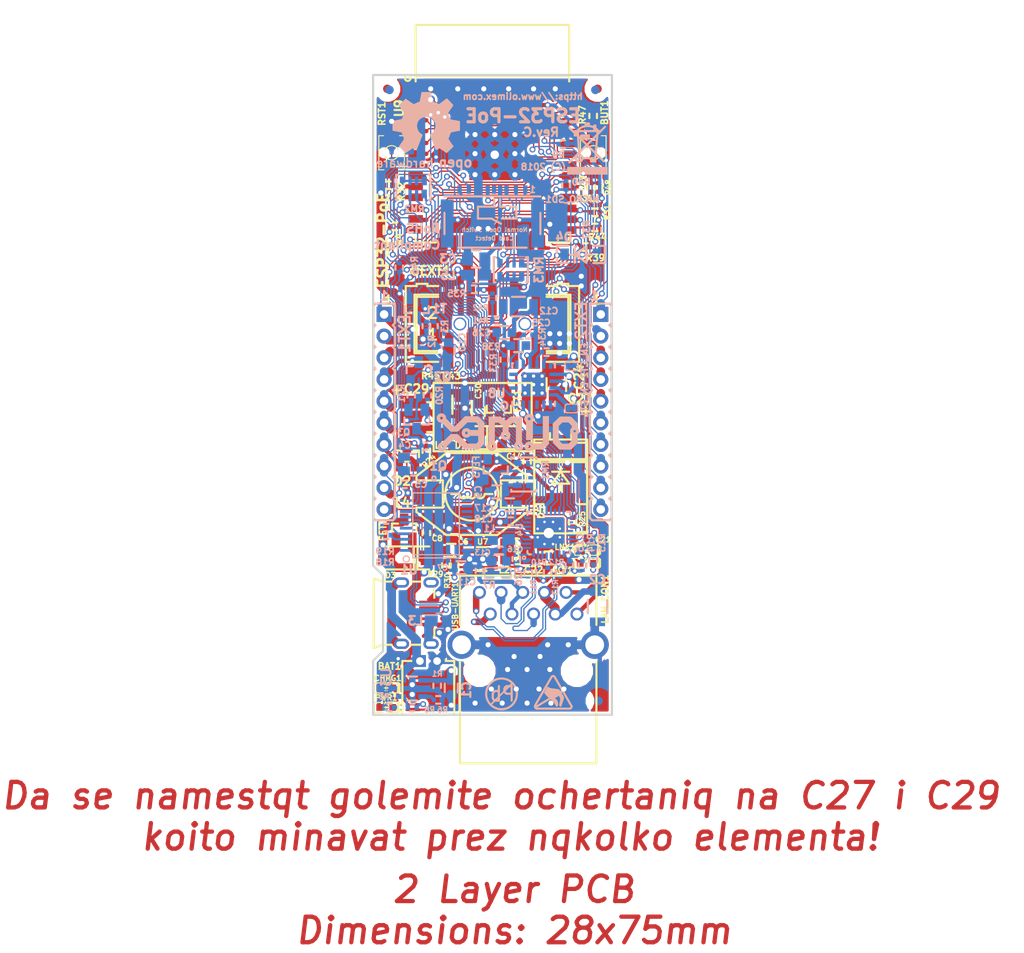
<source format=kicad_pcb>
(kicad_pcb (version 20171130) (host pcbnew 6.0.0-rc1-unknown-cd5b1c2~66~ubuntu16.04.1)
  (title_block (title ESP-PoE) (date 2018-09-21) (rev C) (company "OLIMEX Ltd.") (comment 1 https://www.olimex.com))
  (layers (0 F.Cu mixed) (31 B.Cu mixed) (34 B.Paste user hide) (35 F.Paste user hide) (36 B.SilkS user) (37 F.SilkS user) (38 B.Mask user hide) (39 F.Mask user hide) (44 Edge.Cuts user))
  (net 0 "")
  (net 1 +5V)
  (net 2 GND)
  (net 3 "Net-(BAT1-Pad1)")
  (net 4 "Net-(BUT1-Pad2)")
  (net 5 /GPI34/BUT1)
  (net 6 +3V3)
  (net 7 "Net-(C11-Pad1)")
  (net 8 /GPIO3/U0RXD)
  (net 9 /ESP_EN)
  (net 10 "/GPIO25/EMAC_RXD0(RMII)")
  (net 11 "/GPIO19/EMAC_TXD0(RMII)")
  (net 12 "/GPIO26/EMAC_RXD1(RMII)")
  (net 13 /GPIO1/U0TXD)
  (net 14 "Net-(L2-Pad1)")
  (net 15 "Net-(Q2-Pad1)")
  (net 16 "Net-(R19-Pad1)")
  (net 17 "/GPIO22/EMAC_TXD1(RMII)")
  (net 18 "/GPIO21/EMAC_TX_EN(RMII)")
  (net 19 "Net-(MICRO_SD1-Pad5)")
  (net 20 /GPI36/U1RXD)
  (net 21 "/GPIO23/MDC(RMII)")
  (net 22 /GPIO27/EMAC_RX_CRS_DV)
  (net 23 /GPIO4/U1TXD)
  (net 24 /GPIO2/HS2_DATA0)
  (net 25 /GPIO13/I2C-SDA)
  (net 26 /GPIO14/HS2_CLK)
  (net 27 /GPIO15/HS2_CMD)
  (net 28 /GPIO16/I2C-SCL)
  (net 29 "/GPIO18/MDIO(RMII)")
  (net 30 /+5V_USB)
  (net 31 "Net-(MICRO_SD1-Pad1)")
  (net 32 "Net-(MICRO_SD1-Pad2)")
  (net 33 "Net-(MICRO_SD1-Pad8)")
  (net 34 "Net-(U4-Pad4)")
  (net 35 "Net-(U4-Pad14)")
  (net 36 "Net-(U4-Pad18)")
  (net 37 "Net-(U4-Pad20)")
  (net 38 "Net-(U4-Pad26)")
  (net 39 "Net-(USB-UART1-Pad4)")
  (net 40 "Net-(MICRO_SD1-Pad7)")
  (net 41 /D_Com)
  (net 42 Earth)
  (net 43 +5VP)
  (net 44 "Net-(C26-Pad1)")
  (net 45 "Net-(EN_CT1-Pad1)")
  (net 46 Spare1)
  (net 47 Spare2)
  (net 48 "Net-(EN_CT2-Pad1)")
  (net 49 /GPIO33)
  (net 50 /GPIO32)
  (net 51 /GPI39)
  (net 52 "Net-(FID1-PadFid1)")
  (net 53 "Net-(FID2-PadFid1)")
  (net 54 "Net-(FID3-PadFid1)")
  (net 55 "Net-(LAN_CON1-Pad6)")
  (net 56 "Net-(LAN_CON1-Pad3)")
  (net 57 "Net-(LAN_CON1-Pad2)")
  (net 58 "Net-(LAN_CON1-Pad1)")
  (net 59 "Net-(MICRO_SD1-PadCD1)")
  (net 60 "Net-(C2-Pad2)")
  (net 61 "Net-(C4-Pad1)")
  (net 62 "Net-(C5-Pad1)")
  (net 63 "Net-(C21-Pad2)")
  (net 64 "Net-(C25-Pad1)")
  (net 65 "Net-(C29-Pad2)")
  (net 66 "Net-(D4-Pad1)")
  (net 67 "Net-(D5-Pad2)")
  (net 68 "Net-(Q2-Pad2)")
  (net 69 "Net-(Q3-Pad3)")
  (net 70 "Net-(Q3-Pad2)")
  (net 71 "Net-(Q3-Pad1)")
  (net 72 "Net-(R6-Pad1)")
  (net 73 "Net-(R18-Pad1)")
  (net 74 "Net-(R26-Pad1)")
  (net 75 "Net-(R29-Pad1)")
  (net 76 "Net-(R33-Pad2)")
  (net 77 "Net-(R34-Pad2)")
  (net 78 "Net-(R38-Pad1)")
  (net 79 "Net-(R41-Pad2)")
  (net 80 "Net-(U1-Pad17)")
  (net 81 "Net-(U1-Pad14)")
  (net 82 "Net-(U1-Pad13)")
  (net 83 "Net-(U1-Pad12)")
  (net 84 "Net-(U1-Pad11)")
  (net 85 "Net-(U1-Pad7)")
  (net 86 "Net-(U1-Pad6)")
  (net 87 "Net-(U8-Pad17)")
  (net 88 "Net-(U8-Pad16)")
  (net 89 "Net-(U8-Pad15)")
  (net 90 "Net-(U8-Pad5)")
  (net 91 "Net-(U8-Pad4)")
  (net 92 "Net-(U8-Pad2)")
  (net 93 "Net-(U9-Pad32)")
  (net 94 "Net-(C6-Pad1)")
  (net 95 +3.3VLAN)
  (net 96 "Net-(C13-Pad1)")
  (net 97 "Net-(C17-Pad1)")
  (net 98 /GPIO0)
  (net 99 /GPIO5/SPI_CS)
  (net 100 /GPI35)
  (net 101 "Net-(RM1-Pad3.2)")
  (net 102 "Net-(RM1-Pad2.2)")
  (net 103 "Net-(RM1-Pad4.2)")
  (net 104 /GPIO17/EMAC_CLK_OUT_180)
  (net 105 "Net-(U9-Pad22)")
  (net 106 "Net-(U9-Pad21)")
  (net 107 "Net-(U9-Pad20)")
  (net 108 "Net-(U9-Pad19)")
  (net 109 "Net-(U9-Pad18)")
  (net 110 "Net-(U9-Pad17)")
  (net 111 /GPIO12/PHY_PWR)
  (net 112 "Net-(FID4-PadFid1)")
  (net 113 "Net-(FID5-PadFid1)")
  (net 114 "Net-(FID6-PadFid1)")
  (net 115 "Net-(ACT1-Pad2)")
  (net 116 "Net-(ACT1-Pad1)")
  (net 117 "Net-(LNK1-Pad1)")
  (net 118 "Net-(LNK1-Pad2)")
  (net 119 "Net-(C3-Pad1)")
  (net 120 "Net-(RM1-Pad1.2)")
  (net 121 "Net-(CHRG1-Pad1)")
  (net 122 "Net-(PWR1-Pad1)")
  (net 123 "Net-(C10-Pad2)")
  (net 124 "Net-(R3-Pad2)")
  (net 125 "Net-(C12-Pad2)")
  (net 126 "Net-(L3-Pad1)")
  (net 127 "Net-(R8-Pad2)")
  (module OLIMEX_RLC-FP:R_0402_5MIL_DWS (layer F.Cu) (at 91.948 108.077)
    (fp_text reference R32 (at 1.524 0.762 90) (layer F.SilkS) (effects (font (size 0.762 0.762) (thickness 0.1905))))
    (fp_text value 1k/R0402)
    (pad 2 smd rect (at 0.508 0) (size 0.5 0.55) (layers F.Cu F.Paste F.Mask) (net 9 /ESP_EN))
    (pad 1 smd rect (at -0.508 0 180) (size 0.5 0.55) (layers F.Cu F.Paste F.Mask) (net 6 +3V3))
  )
  (module OLIMEX_RLC-FP:C_0603_5MIL_DWS (layer B.Cu) (at 105.537 125.349)
    (fp_text reference C26 (at -2.667 0) (layer B.SilkS) (effects (font (size 0.762 0.762) (thickness 0.1905)) (justify mirror)))
    (fp_text value 1nF/50V/10%/X7R/C0603)
    (pad 1 smd rect (at -0.889 0) (size 1.016 1.016) (layers B.Cu B.Paste B.Mask) (net 44 "Net-(C26-Pad1)") (clearance 0.0508))
    (pad 2 smd rect (at 0.889 0) (size 1.016 1.016) (layers B.Cu B.Paste B.Mask) (net 125 "Net-(C12-Pad2)") (clearance 0.0508))
  )
  (module "OLIMEX_Crystal-FP:TSX-3.2x2.5mm_GND(3)" (layer B.Cu) (at 94.869 140.843 180)
    (fp_text reference Q1 (at -2.921 -0.127 180) (layer B.SilkS) (effects (font (size 1.016 1.016) (thickness 0.254)) (justify mirror)))
    (fp_text value Q12MHz/20pF/10ppm/4P/3.2x2.5mm)
    (fp_text user o (at -2.413 -1.524 180) (layer B.SilkS) (effects (font (size 0.8 0.8) (thickness 0.2)) (justify mirror)))
    (pad 3 smd rect (at -1.1 0.8 180) (size 1.4 1.2) (layers B.Cu B.Paste B.Mask) (net 2 GND))
    (pad 3 smd rect (at 1.1 -0.8 180) (size 1.4 1.2) (layers B.Cu B.Paste B.Mask) (net 2 GND))
    (pad 2 smd rect (at 1.1 0.8 180) (size 1.4 1.2) (layers B.Cu B.Paste B.Mask) (net 62 "Net-(C5-Pad1)"))
    (pad 1 smd rect (at -1.1 -0.8 180) (size 1.4 1.2) (layers B.Cu B.Paste B.Mask) (net 61 "Net-(C4-Pad1)"))
  )
  (module OLIMEX_RLC-FP:C_0402_5MIL_DWS (layer B.Cu) (at 96.266 138.684 180)
    (fp_text reference C4 (at 2.413 0.127 180) (layer B.SilkS) (effects (font (size 0.762 0.762) (thickness 0.1905)) (justify mirror)))
    (fp_text value 27pF/50V/5%/C0G/C0402)
    (pad 1 smd rect (at -0.508 0) (size 0.5 0.55) (layers B.Cu B.Paste B.Mask) (net 61 "Net-(C4-Pad1)"))
    (pad 2 smd rect (at 0.508 0 180) (size 0.5 0.55) (layers B.Cu B.Paste B.Mask) (net 2 GND))
  )
  (module OLIMEX_RLC-FP:C_1206_5MIL_DWS_ISO (layer B.Cu) (at 107.188 122.301)
    (fp_text reference C12 (at 3.556 0.508) (layer B.SilkS) (effects (font (size 0.762 0.762) (thickness 0.1905)) (justify mirror)))
    (fp_text value "2.2uF/100V/20%/X7R/C1206(AVX_12061C225KAT2A_Comet)")
    (pad 1 smd rect (at -1.778 0) (size 1.016 1.778) (layers B.Cu B.Paste B.Mask) (net 43 +5VP))
    (pad 2 smd rect (at 1.778 0) (size 1.016 1.778) (layers B.Cu B.Paste B.Mask) (net 125 "Net-(C12-Pad2)"))
  )
  (module OLIMEX_RLC-FP:0R_0603 (layer B.Cu) (at 104.775 153.543 180)
    (fp_text reference R7 (at 1.016 -1.397 180) (layer B.SilkS) (effects (font (size 0.762 0.762) (thickness 0.1905)) (justify mirror)))
    (fp_text value "0R(board_mounted)")
    (fp_line (start -0.5 0) (end 0.5 0) (layer B.Cu) (width 0.508))
    (pad 1 smd rect (at -0.889 0 180) (size 1.016 1.016) (layers B.Cu B.Paste B.Mask) (net 96 "Net-(C13-Pad1)") (clearance 0.0508))
    (pad 2 smd rect (at 0.889 0 180) (size 1.016 1.016) (layers B.Cu B.Paste B.Mask) (net 7 "Net-(C11-Pad1)") (clearance 0.0508))
  )
  (module OLIMEX_Buttons-FP:IT1185AU2_V2 (layer F.Cu) (at 115.959 104.267 90)
    (fp_text reference BUT1 (at 4.699 1.3255 90) (layer F.SilkS) (effects (font (size 0.762 0.762) (thickness 0.1905))))
    (fp_text value IT1185AU2)
    (pad "" np_thru_hole circle (at 0 0.9 90) (size 0.7 0.7) (drill 0.7) (layers *.Cu *.Mask))
    (pad "" np_thru_hole circle (at 0 -0.9 90) (size 0.7 0.7) (drill 0.7) (layers *.Cu *.Mask))
    (pad 2 smd rect (at 2.377 0 90) (size 1.3 1.5) (layers F.Cu F.Mask) (net 4 "Net-(BUT1-Pad2)"))
    (pad 1 smd rect (at -2.377 0 90) (size 1.3 1.5) (layers F.Cu F.Mask) (net 5 /GPI34/BUT1))
  )
  (module OLIMEX_Buttons-FP:IT1185AU2_V2 (layer F.Cu) (at 92.321 104.267 90)
    (fp_text reference RST1 (at 4.572 -1.135 90) (layer F.SilkS) (effects (font (size 0.762 0.762) (thickness 0.1905))))
    (fp_text value IT1185AU2)
    (pad 1 smd rect (at -2.377 0 90) (size 1.3 1.5) (layers F.Cu F.Mask) (net 9 /ESP_EN))
    (pad 2 smd rect (at 2.377 0 90) (size 1.3 1.5) (layers F.Cu F.Mask) (net 2 GND))
    (pad "" np_thru_hole circle (at 0 -0.9 90) (size 0.7 0.7) (drill 0.7) (layers *.Cu *.Mask))
    (pad "" np_thru_hole circle (at 0 0.9 90) (size 0.7 0.7) (drill 0.7) (layers *.Cu *.Mask))
  )
  (module OLIMEX_Connectors-FP:GBH-254-SMT-10 (layer F.Cu) (at 104.14 124.333)
    (fp_text reference UEXT1 (at -7.239 -6.223) (layer F.SilkS) (effects (font (size 1.016 1.016) (thickness 0.254))))
    (fp_text value "B-V-10-LF(GBH254SMT-10)")
    (fp_text user 2 (at -6.985 -1.27) (layer F.SilkS) (effects (font (size 1.27 1.27) (thickness 0.254))))
    (fp_text user 1 (at -6.985 1.27) (layer F.SilkS) (effects (font (size 1.27 1.27) (thickness 0.254))))
    (pad "" np_thru_hole circle (at -3.81 0) (size 1.524 1.524) (drill 1.2) (layers *.Cu *.Mask))
    (pad 10 smd rect (at 5.08 -3.125 90) (size 4.25 1) (layers F.Cu F.Paste F.Mask) (net 99 /GPIO5/SPI_CS))
    (pad 9 smd rect (at 5.08 3.125 90) (size 4.25 1) (layers F.Cu F.Paste F.Mask) (net 26 /GPIO14/HS2_CLK))
    (pad 8 smd rect (at 2.54 -3.125 90) (size 4.25 1) (layers F.Cu F.Paste F.Mask) (net 24 /GPIO2/HS2_DATA0))
    (pad 7 smd rect (at 2.54 3.125 90) (size 4.25 1) (layers F.Cu F.Paste F.Mask) (net 27 /GPIO15/HS2_CMD))
    (pad 6 smd rect (at 0 -3.125 90) (size 4.25 1) (layers F.Cu F.Paste F.Mask) (net 25 /GPIO13/I2C-SDA))
    (pad 5 smd rect (at 0 3.125 90) (size 4.25 1) (layers F.Cu F.Paste F.Mask) (net 28 /GPIO16/I2C-SCL))
    (pad 4 smd rect (at -2.54 -3.125 90) (size 4.25 1) (layers F.Cu F.Paste F.Mask) (net 66 "Net-(D4-Pad1)"))
    (pad 3 smd rect (at -2.54 3.125 90) (size 4.25 1) (layers F.Cu F.Paste F.Mask) (net 23 /GPIO4/U1TXD))
    (pad 2 smd rect (at -5.08 -3.125 90) (size 4.25 1) (layers F.Cu F.Paste F.Mask) (net 2 GND))
    (pad 1 smd rect (at -5.08 3.125 90) (size 4.25 1) (layers F.Cu F.Paste F.Mask) (net 6 +3V3))
    (pad "" np_thru_hole circle (at 3.81 0) (size 1.524 1.524) (drill 1.2) (layers *.Cu *.Mask))
  )
  (module OLIMEX_RLC-FP:R_MATRIX_4 (layer B.Cu) (at 106.299 117.983)
    (fp_text reference RM3 (at 3.302 0 270) (layer B.SilkS) (effects (font (size 1.016 1.016) (thickness 0.254)) (justify mirror)))
    (fp_text value "RA1206_(4X0603)_4B8_2.2k")
    (pad 3.1 smd rect (at 0.381 -0.762) (size 0.381 1.016) (layers B.Cu B.Paste B.Mask) (net 31 "Net-(MICRO_SD1-Pad1)") (clearance 0.0508))
    (pad 2.1 smd rect (at -0.381 -0.762) (size 0.381 1.016) (layers B.Cu B.Paste B.Mask) (net 32 "Net-(MICRO_SD1-Pad2)") (clearance 0.0508))
    (pad 3.2 smd rect (at 0.381 0.762) (size 0.381 1.016) (layers B.Cu B.Paste B.Mask) (net 6 +3V3) (clearance 0.0508))
    (pad 2.2 smd rect (at -0.381 0.762) (size 0.381 1.016) (layers B.Cu B.Paste B.Mask) (net 6 +3V3) (clearance 0.0508))
    (pad 4.1 smd rect (at 1.27 -0.762) (size 0.635 1.016) (layers B.Cu B.Paste B.Mask) (net 24 /GPIO2/HS2_DATA0) (clearance 0.0508))
    (pad 4.2 smd rect (at 1.27 0.762) (size 0.635 1.016) (layers B.Cu B.Paste B.Mask) (net 6 +3V3) (clearance 0.0508))
    (pad 1.1 smd rect (at -1.27 -0.762) (size 0.635 1.016) (layers B.Cu B.Paste B.Mask) (net 33 "Net-(MICRO_SD1-Pad8)") (clearance 0.0508))
    (pad 1.2 smd rect (at -1.27 0.762) (size 0.635 1.016) (layers B.Cu B.Paste B.Mask) (net 6 +3V3) (clearance 0.0508))
  )
  (module OLIMEX_LOGOs-FP:LOGO_ANTISTATIC_SMALL_4.5mmX2.8mm (layer B.Cu) (at 111.252 167.513 180)
    (fp_text reference Sign_Antistatic)
    (fp_text value Val**)
  )
  (module OLIMEX_Cases-FP:ESP-WROOM-32_MODULE (layer F.Cu) (at 104.14 102.035)
    (fp_text reference U9 (at -10.922 -2.975 90) (layer F.SilkS) (effects (font (size 1.016 1.016) (thickness 0.254))))
    (fp_text value ESP-WROOM-32)
    (pad 39 thru_hole circle (at 2.6332 2.336) (size 1.3 1.3) (drill 0.6) (layers *.Cu *.Mask) (net 2 GND))
    (pad 39 thru_hole circle (at -2.0404 2.336) (size 1.3 1.3) (drill 0.6) (layers *.Cu *.Mask) (net 2 GND))
    (pad 39 thru_hole circle (at 0.271 4.7998) (size 1.3 1.3) (drill 0.6) (layers *.Cu *.Mask) (net 2 GND))
    (pad 39 thru_hole circle (at 0.271 0.1008) (size 1.3 1.3) (drill 0.6) (layers *.Cu *.Mask) (net 2 GND))
    (pad 39 thru_hole circle (at 2.6332 0.1008) (size 1.3 1.3) (drill 0.6) (layers *.Cu *.Mask) (net 2 GND))
    (pad 39 thru_hole circle (at -2.0404 0.1008) (size 1.3 1.3) (drill 0.6) (layers *.Cu *.Mask) (net 2 GND))
    (pad 39 thru_hole circle (at 2.6332 4.7998) (size 1.3 1.3) (drill 0.6) (layers *.Cu *.Mask) (net 2 GND))
    (pad 1 smd rect (at -9 -5.25) (size 1.7 0.9) (layers F.Cu F.Paste F.Mask) (net 2 GND))
    (pad 2 smd rect (at -9 -3.98) (size 1.7 0.9) (layers F.Cu F.Paste F.Mask) (net 6 +3V3))
    (pad 3 smd rect (at -9 -2.71) (size 1.7 0.9) (layers F.Cu F.Paste F.Mask) (net 9 /ESP_EN))
    (pad 4 smd rect (at -9 -1.44) (size 1.7 0.9) (layers F.Cu F.Paste F.Mask) (net 20 /GPI36/U1RXD))
    (pad 5 smd rect (at -9 -0.17) (size 1.7 0.9) (layers F.Cu F.Paste F.Mask) (net 51 /GPI39))
    (pad 6 smd rect (at -9 1.1) (size 1.7 0.9) (layers F.Cu F.Paste F.Mask) (net 5 /GPI34/BUT1))
    (pad 7 smd rect (at -9 2.37) (size 1.7 0.9) (layers F.Cu F.Paste F.Mask) (net 100 /GPI35))
    (pad 8 smd rect (at -9 3.64) (size 1.7 0.9) (layers F.Cu F.Paste F.Mask) (net 50 /GPIO32))
    (pad 9 smd rect (at -9 4.91) (size 1.7 0.9) (layers F.Cu F.Paste F.Mask) (net 49 /GPIO33))
    (pad 10 smd rect (at -9 6.18) (size 1.7 0.9) (layers F.Cu F.Paste F.Mask) (net 10 "/GPIO25/EMAC_RXD0(RMII)"))
    (pad 11 smd rect (at -9 7.45) (size 1.7 0.9) (layers F.Cu F.Paste F.Mask) (net 12 "/GPIO26/EMAC_RXD1(RMII)"))
    (pad 12 smd rect (at -9 8.72) (size 1.7 0.9) (layers F.Cu F.Paste F.Mask) (net 22 /GPIO27/EMAC_RX_CRS_DV))
    (pad 13 smd rect (at -9 9.99) (size 1.7 0.9) (layers F.Cu F.Paste F.Mask) (net 26 /GPIO14/HS2_CLK))
    (pad 14 smd rect (at -9 11.26) (size 1.7 0.9) (layers F.Cu F.Paste F.Mask) (net 111 /GPIO12/PHY_PWR))
    (pad 15 smd rect (at -5.7 12.75) (size 0.9 1.7) (layers F.Cu F.Paste F.Mask) (net 2 GND))
    (pad 16 smd rect (at -4.43 12.75) (size 0.9 1.7) (layers F.Cu F.Paste F.Mask) (net 25 /GPIO13/I2C-SDA))
    (pad 17 smd rect (at -3.16 12.75) (size 0.9 1.7) (layers F.Cu F.Paste F.Mask) (net 110 "Net-(U9-Pad17)"))
    (pad 18 smd rect (at -1.89 12.75) (size 0.9 1.7) (layers F.Cu F.Paste F.Mask) (net 109 "Net-(U9-Pad18)"))
    (pad 19 smd rect (at -0.62 12.75) (size 0.9 1.7) (layers F.Cu F.Paste F.Mask) (net 108 "Net-(U9-Pad19)"))
    (pad 20 smd rect (at 0.65 12.75) (size 0.9 1.7) (layers F.Cu F.Paste F.Mask) (net 107 "Net-(U9-Pad20)"))
    (pad 21 smd rect (at 1.92 12.75) (size 0.9 1.7) (layers F.Cu F.Paste F.Mask) (net 106 "Net-(U9-Pad21)"))
    (pad 22 smd rect (at 3.19 12.75) (size 0.9 1.7) (layers F.Cu F.Paste F.Mask) (net 105 "Net-(U9-Pad22)"))
    (pad 23 smd rect (at 4.46 12.75) (size 0.9 1.7) (layers F.Cu F.Paste F.Mask) (net 27 /GPIO15/HS2_CMD))
    (pad 24 smd rect (at 5.73 12.75) (size 0.9 1.7) (layers F.Cu F.Paste F.Mask) (net 24 /GPIO2/HS2_DATA0))
    (pad 25 smd rect (at 9 11.3) (size 1.7 0.9) (layers F.Cu F.Paste F.Mask) (net 98 /GPIO0))
    (pad 26 smd rect (at 9 10.03) (size 1.7 0.9) (layers F.Cu F.Paste F.Mask) (net 23 /GPIO4/U1TXD))
    (pad 27 smd rect (at 9 8.76) (size 1.7 0.9) (layers F.Cu F.Paste F.Mask) (net 28 /GPIO16/I2C-SCL))
    (pad 28 smd rect (at 9 7.49) (size 1.7 0.9) (layers F.Cu F.Paste F.Mask) (net 104 /GPIO17/EMAC_CLK_OUT_180))
    (pad 29 smd rect (at 9 6.22) (size 1.7 0.9) (layers F.Cu F.Paste F.Mask) (net 99 /GPIO5/SPI_CS))
    (pad 30 smd rect (at 9 4.95) (size 1.7 0.9) (layers F.Cu F.Paste F.Mask) (net 29 "/GPIO18/MDIO(RMII)"))
    (pad 31 smd rect (at 9 3.68) (size 1.7 0.9) (layers F.Cu F.Paste F.Mask) (net 11 "/GPIO19/EMAC_TXD0(RMII)"))
    (pad 32 smd rect (at 9 2.41) (size 1.7 0.9) (layers F.Cu F.Paste F.Mask) (net 93 "Net-(U9-Pad32)"))
    (pad 33 smd rect (at 9 1.14) (size 1.7 0.9) (layers F.Cu F.Paste F.Mask) (net 18 "/GPIO21/EMAC_TX_EN(RMII)"))
    (pad 34 smd rect (at 9 -0.13) (size 1.7 0.9) (layers F.Cu F.Paste F.Mask) (net 8 /GPIO3/U0RXD))
    (pad 35 smd rect (at 9 -1.4) (size 1.7 0.9) (layers F.Cu F.Paste F.Mask) (net 13 /GPIO1/U0TXD))
    (pad 36 smd rect (at 9 -2.67) (size 1.7 0.9) (layers F.Cu F.Paste F.Mask) (net 17 "/GPIO22/EMAC_TXD1(RMII)"))
    (pad 37 smd rect (at 9 -3.94) (size 1.7 0.9) (layers F.Cu F.Paste F.Mask) (net 21 "/GPIO23/MDC(RMII)"))
    (pad 38 smd rect (at 9 -5.21) (size 1.7 0.9) (layers F.Cu F.Paste F.Mask) (net 2 GND))
    (pad 39 smd rect (at 0.3 2.45) (size 6 6) (layers F.Cu F.Mask) (net 2 GND))
    (pad 39 thru_hole circle (at 0.271 2.463) (size 2 2) (drill 1) (layers *.Cu *.Mask) (net 2 GND))
    (pad 39 thru_hole circle (at -2.0404 4.7998) (size 1.3 1.3) (drill 0.6) (layers *.Cu *.Mask) (net 2 GND))
  )
  (module OLIMEX_Transistors-FP:SOT23 (layer B.Cu) (at 95.25 122.428 90)
    (fp_text reference T1 (at -0.127 2.667 180) (layer B.SilkS) (effects (font (size 1.016 1.016) (thickness 0.254)) (justify mirror)))
    (fp_text value "DTC114YKA(SOT-23)")
    (pad 1 smd rect (at 1.10744 -0.94996 90) (size 1.4 1) (layers B.Cu B.Paste B.Mask) (net 111 /GPIO12/PHY_PWR) (clearance 0.0508))
    (pad 2 smd rect (at 1.10744 0.9525 90) (size 1.4 1) (layers B.Cu B.Paste B.Mask) (net 2 GND) (clearance 0.0508))
    (pad 3 smd rect (at -1.10236 -0.00254 90) (size 1.4 1) (layers B.Cu B.Paste B.Mask) (net 124 "Net-(R3-Pad2)") (clearance 0.0508))
  )
  (module OLIMEX_Diodes-FP:SOT23-3 (layer F.Cu) (at 94.107 139.827 270)
    (fp_text reference D2 (at 2.921 0.508 180) (layer F.SilkS) (effects (font (size 1.016 1.016) (thickness 0.254))))
    (fp_text value "BAT54C(SOT23-3)")
    (pad 3 smd rect (at -1.1 0) (size 1 1.4) (layers F.Cu F.Paste F.Mask) (net 41 /D_Com))
    (pad 2 smd rect (at 1.1 -0.95) (size 1 1.4) (layers F.Cu F.Paste F.Mask) (net 98 /GPIO0))
    (pad 1 smd rect (at 1.1 0.95) (size 1 1.4) (layers F.Cu F.Paste F.Mask) (net 24 /GPIO2/HS2_DATA0))
  )
  (module OLIMEX_RLC-FP:R_0603_5MIL_DWS (layer B.Cu) (at 107.188 126.873 180)
    (fp_text reference R38 (at 3.175 -0.127 180) (layer B.SilkS) (effects (font (size 0.762 0.762) (thickness 0.1905)) (justify mirror)))
    (fp_text value 25.5k/1%/R0603)
    (pad 1 smd rect (at -0.889 0 180) (size 1.016 1.016) (layers B.Cu B.Paste B.Mask) (net 78 "Net-(R38-Pad1)"))
    (pad 2 smd rect (at 0.889 0 180) (size 1.016 1.016) (layers B.Cu B.Paste B.Mask) (net 43 +5VP))
  )
  (module OLIMEX_RLC-FP:R_0402_5MIL_DWS (layer B.Cu) (at 96.52 132.715 90)
    (fp_text reference R20 (at 0 1.397 90) (layer B.SilkS) (effects (font (size 0.762 0.762) (thickness 0.1905)) (justify mirror)))
    (fp_text value 1k/R0402)
    (pad 2 smd rect (at 0.508 0 90) (size 0.5 0.55) (layers B.Cu B.Paste B.Mask) (net 15 "Net-(Q2-Pad1)"))
    (pad 1 smd rect (at -0.508 0 270) (size 0.5 0.55) (layers B.Cu B.Paste B.Mask) (net 70 "Net-(Q3-Pad2)"))
  )
  (module OLIMEX_RLC-FP:R_0402_5MIL_DWS (layer B.Cu) (at 94.615 132.715 270)
    (fp_text reference R21 (at -0.254 1.143 270) (layer B.SilkS) (effects (font (size 0.762 0.762) (thickness 0.1905)) (justify mirror)))
    (fp_text value 1k/R0402)
    (pad 2 smd rect (at 0.508 0 270) (size 0.5 0.55) (layers B.Cu B.Paste B.Mask) (net 71 "Net-(Q3-Pad1)"))
    (pad 1 smd rect (at -0.508 0 90) (size 0.5 0.55) (layers B.Cu B.Paste B.Mask) (net 68 "Net-(Q2-Pad2)"))
  )
  (module "OLIMEX_IC-FP:QFN-20_5x5mm(Si3402-B-GM)" (layer B.Cu) (at 108.966 131.445)
    (fp_text reference U8 (at -4.318 1.016) (layer B.SilkS) (effects (font (size 1.016 1.016) (thickness 0.254)) (justify mirror)))
    (fp_text value "Si3402-B-GM(QFN-20_5x5mm)")
    (fp_text user o (at -3.429 2.3) (layer B.SilkS) (effects (font (size 1.27 1.27) (thickness 0.254)) (justify mirror)))
    (pad 1 smd rect (at -2.35 1.2 270) (size 0.4 1) (layers B.Cu B.Paste B.Mask) (net 76 "Net-(R33-Pad2)"))
    (pad 2 smd rect (at -2.35 0.4 270) (size 0.4 1) (layers B.Cu B.Paste B.Mask) (net 92 "Net-(U8-Pad2)"))
    (pad 3 smd rect (at -2.35 -0.4 270) (size 0.4 1) (layers B.Cu B.Paste B.Mask) (net 64 "Net-(C25-Pad1)"))
    (pad 4 smd rect (at -2.35 -1.2 270) (size 0.4 1) (layers B.Cu B.Paste B.Mask) (net 91 "Net-(U8-Pad4)"))
    (pad 5 smd rect (at -2 -2.35 180) (size 0.4 1) (layers B.Cu B.Paste B.Mask) (net 90 "Net-(U8-Pad5)"))
    (pad 6 smd rect (at -1.2 -2.35 180) (size 0.4 1) (layers B.Cu B.Paste B.Mask) (net 78 "Net-(R38-Pad1)"))
    (pad 7 smd rect (at -0.4 -2.35 180) (size 0.4 1) (layers B.Cu B.Paste B.Mask) (net 125 "Net-(C12-Pad2)"))
    (pad 8 smd rect (at 0.4 -2.35 180) (size 0.4 1) (layers B.Cu B.Paste B.Mask) (net 77 "Net-(R34-Pad2)"))
    (pad 9 smd rect (at 1.2 -2.35 180) (size 0.4 1) (layers B.Cu B.Paste B.Mask) (net 42 Earth))
    (pad 10 smd rect (at 2 -2.35 180) (size 0.4 1) (layers B.Cu B.Paste B.Mask) (net 47 Spare2))
    (pad 11 smd rect (at 2.35 -1.2 270) (size 0.4 1) (layers B.Cu B.Paste B.Mask) (net 46 Spare1))
    (pad 12 smd rect (at 2.35 -0.4 270) (size 0.4 1) (layers B.Cu B.Paste B.Mask) (net 43 +5VP))
    (pad 13 smd rect (at 2.35 0.4 270) (size 0.4 1) (layers B.Cu B.Paste B.Mask) (net 48 "Net-(EN_CT2-Pad1)"))
    (pad 14 smd rect (at 2.35 1.2 270) (size 0.4 1) (layers B.Cu B.Paste B.Mask) (net 45 "Net-(EN_CT1-Pad1)"))
    (pad 15 smd rect (at 2 2.35 180) (size 0.4 1) (layers B.Cu B.Paste B.Mask) (net 89 "Net-(U8-Pad15)"))
    (pad 16 smd rect (at 1.2 2.35 180) (size 0.4 1) (layers B.Cu B.Paste B.Mask) (net 88 "Net-(U8-Pad16)"))
    (pad 17 smd rect (at 0.4 2.35 180) (size 0.4 1) (layers B.Cu B.Paste B.Mask) (net 87 "Net-(U8-Pad17)"))
    (pad 18 smd rect (at -0.4 2.35 180) (size 0.4 1) (layers B.Cu B.Paste B.Mask) (net 67 "Net-(D5-Pad2)"))
    (pad 19 smd rect (at -1.2 2.35 180) (size 0.4 1) (layers B.Cu B.Paste B.Mask) (net 125 "Net-(C12-Pad2)"))
    (pad 20 smd rect (at -2 2.35 180) (size 0.4 1) (layers B.Cu B.Paste B.Mask) (net 79 "Net-(R41-Pad2)"))
    (pad 21 smd rect (at 0 0) (size 2.8 2.8) (layers B.Cu B.Mask) (net 42 Earth))
    (pad 21 thru_hole circle (at -1 1) (size 0.8 0.8) (drill 0.4) (layers *.Cu *.Mask) (net 42 Earth))
    (pad 21 thru_hole circle (at 0 1) (size 0.8 0.8) (drill 0.4) (layers *.Cu *.Mask) (net 42 Earth))
    (pad 21 thru_hole circle (at 1 1) (size 0.8 0.8) (drill 0.4) (layers *.Cu *.Mask) (net 42 Earth))
    (pad 21 thru_hole circle (at -1 0) (size 0.8 0.8) (drill 0.4) (layers *.Cu *.Mask) (net 42 Earth))
    (pad 21 thru_hole circle (at 0 0) (size 0.8 0.8) (drill 0.4) (layers *.Cu *.Mask) (net 42 Earth))
    (pad 21 thru_hole circle (at 1 0) (size 0.8 0.8) (drill 0.4) (layers *.Cu *.Mask) (net 42 Earth))
    (pad 21 thru_hole circle (at 0 -1) (size 0.8 0.8) (drill 0.4) (layers *.Cu *.Mask) (net 42 Earth))
    (pad 21 thru_hole circle (at -1 -1) (size 0.8 0.8) (drill 0.4) (layers *.Cu *.Mask) (net 42 Earth))
    (pad 21 thru_hole circle (at 1 -1) (size 0.8 0.8) (drill 0.4) (layers *.Cu *.Mask) (net 42 Earth))
  )
  (module "OLIMEX_IC-FP:QFN32_EP(33)_5.00x5.00x0.90mm_Pitch_0.50mm" (layer B.Cu) (at 110.744 148.844 90)
    (fp_text reference U4 (at 0.381 -3.429 270) (layer B.SilkS) (effects (font (size 0.762 0.762) (thickness 0.1905)) (justify mirror)))
    (fp_text value "LAN8710A-EZC(QFN32)")
    (pad 33 smd rect (at 0 0 90) (size 3.6 3.6) (layers B.Cu B.Mask) (net 2 GND))
    (pad 33 thru_hole rect (at -0.5 1.3 90) (size 0.4 0.4) (drill 0.3) (layers *.Cu B.Mask) (net 2 GND))
    (pad 33 thru_hole rect (at 0.5 1.3 90) (size 0.4 0.4) (drill 0.3) (layers *.Cu B.Mask) (net 2 GND))
    (pad 33 thru_hole rect (at 1.3 0.5 90) (size 0.4 0.4) (drill 0.29972) (layers *.Cu B.Mask) (net 2 GND))
    (pad 33 thru_hole rect (at 1.3 -0.5 90) (size 0.4 0.4) (drill 0.3) (layers *.Cu B.Mask) (net 2 GND))
    (pad 33 thru_hole rect (at 0.5 -1.3 90) (size 0.4 0.4) (drill 0.3) (layers *.Cu B.Mask) (net 2 GND))
    (pad 33 thru_hole rect (at -0.5 -1.3 90) (size 0.4 0.4) (drill 0.3) (layers *.Cu B.Mask) (net 2 GND))
    (pad 33 thru_hole rect (at -1.3 -0.5 90) (size 0.4 0.4) (drill 0.3) (layers *.Cu B.Mask) (net 2 GND))
    (pad 33 thru_hole rect (at -1.3 0.5 90) (size 0.4 0.4) (drill 0.3) (layers *.Cu B.Mask) (net 2 GND))
    (pad 33 thru_hole rect (at 0 0 90) (size 1.4224 1.4224) (drill 1.2) (layers *.Cu *.Mask) (net 2 GND))
    (pad 32 smd rect (at -2.45 -1.75 90) (size 0.8 0.25) (layers B.Cu B.Paste B.Mask) (net 74 "Net-(R26-Pad1)"))
    (pad 31 smd rect (at -2.45 -1.25 90) (size 0.8 0.25) (layers B.Cu B.Paste B.Mask) (net 56 "Net-(LAN_CON1-Pad3)"))
    (pad 30 smd rect (at -2.45 -0.75 90) (size 0.8 0.25) (layers B.Cu B.Paste B.Mask) (net 55 "Net-(LAN_CON1-Pad6)"))
    (pad 29 smd rect (at -2.45 -0.25 90) (size 0.8 0.25) (layers B.Cu B.Paste B.Mask) (net 58 "Net-(LAN_CON1-Pad1)"))
    (pad 28 smd rect (at -2.45 0.25 90) (size 0.8 0.25) (layers B.Cu B.Paste B.Mask) (net 57 "Net-(LAN_CON1-Pad2)"))
    (pad 27 smd rect (at -2.45 0.75 90) (size 0.8 0.25) (layers B.Cu B.Paste B.Mask) (net 96 "Net-(C13-Pad1)"))
    (pad 26 smd rect (at -2.45 1.25 90) (size 0.8 0.25) (layers B.Cu B.Paste B.Mask) (net 38 "Net-(U4-Pad26)"))
    (pad 25 smd rect (at -2.45 1.75 90) (size 0.8 0.25) (layers B.Cu B.Paste B.Mask) (net 2 GND))
    (pad 24 smd rect (at -1.75 2.45 180) (size 0.8 0.25) (layers B.Cu B.Paste B.Mask) (net 2 GND))
    (pad 23 smd rect (at -1.25 2.45 180) (size 0.8 0.25) (layers B.Cu B.Paste B.Mask) (net 17 "/GPIO22/EMAC_TXD1(RMII)"))
    (pad 22 smd rect (at -0.75 2.45 180) (size 0.8 0.25) (layers B.Cu B.Paste B.Mask) (net 11 "/GPIO19/EMAC_TXD0(RMII)"))
    (pad 21 smd rect (at -0.25 2.45 180) (size 0.8 0.25) (layers B.Cu B.Paste B.Mask) (net 18 "/GPIO21/EMAC_TX_EN(RMII)"))
    (pad 20 smd rect (at 0.25 2.45 180) (size 0.8 0.25) (layers B.Cu B.Paste B.Mask) (net 37 "Net-(U4-Pad20)"))
    (pad 19 smd rect (at 0.75 2.45 180) (size 0.8 0.25) (layers B.Cu B.Paste B.Mask) (net 63 "Net-(C21-Pad2)"))
    (pad 18 smd rect (at 1.25 2.45 180) (size 0.8 0.25) (layers B.Cu B.Paste B.Mask) (net 36 "Net-(U4-Pad18)"))
    (pad 17 smd rect (at 1.75 2.45 180) (size 0.8 0.25) (layers B.Cu B.Paste B.Mask) (net 21 "/GPIO23/MDC(RMII)"))
    (pad 16 smd rect (at 2.45 1.75 270) (size 0.8 0.25) (layers B.Cu B.Paste B.Mask) (net 29 "/GPIO18/MDIO(RMII)"))
    (pad 15 smd rect (at 2.45 1.25 270) (size 0.8 0.25) (layers B.Cu B.Paste B.Mask) (net 22 /GPIO27/EMAC_RX_CRS_DV))
    (pad 14 smd rect (at 2.45 0.75 270) (size 0.8 0.25) (layers B.Cu B.Paste B.Mask) (net 35 "Net-(U4-Pad14)"))
    (pad 13 smd rect (at 2.45 0.25 270) (size 0.8 0.25) (layers B.Cu B.Paste B.Mask) (net 103 "Net-(RM1-Pad4.2)"))
    (pad 12 smd rect (at 2.45 -0.25 270) (size 0.8 0.25) (layers B.Cu B.Paste B.Mask) (net 95 +3.3VLAN))
    (pad 11 smd rect (at 2.45 -0.75 270) (size 0.8 0.25) (layers B.Cu B.Paste B.Mask) (net 10 "/GPIO25/EMAC_RXD0(RMII)"))
    (pad 10 smd rect (at 2.45 -1.25 270) (size 0.8 0.25) (layers B.Cu B.Paste B.Mask) (net 12 "/GPIO26/EMAC_RXD1(RMII)"))
    (pad 9 smd rect (at 2.45 -1.75 270) (size 0.8 0.25) (layers B.Cu B.Paste B.Mask) (net 101 "Net-(RM1-Pad3.2)"))
    (pad 8 smd rect (at 1.75 -2.45) (size 0.8 0.25) (layers B.Cu B.Paste B.Mask) (net 102 "Net-(RM1-Pad2.2)"))
    (pad 7 smd rect (at 1.25 -2.45) (size 0.8 0.25) (layers B.Cu B.Paste B.Mask) (net 120 "Net-(RM1-Pad1.2)"))
    (pad 6 smd rect (at 0.75 -2.45) (size 0.8 0.25) (layers B.Cu B.Paste B.Mask) (net 97 "Net-(C17-Pad1)"))
    (pad 5 smd rect (at 0.25 -2.45) (size 0.8 0.25) (layers B.Cu B.Paste B.Mask) (net 104 /GPIO17/EMAC_CLK_OUT_180))
    (pad 4 smd rect (at -0.25 -2.45) (size 0.8 0.25) (layers B.Cu B.Paste B.Mask) (net 34 "Net-(U4-Pad4)"))
    (pad 3 smd rect (at -0.75 -2.45) (size 0.8 0.25) (layers B.Cu B.Paste B.Mask) (net 115 "Net-(ACT1-Pad2)"))
    (pad 2 smd rect (at -1.25 -2.45) (size 0.8 0.25) (layers B.Cu B.Paste B.Mask) (net 117 "Net-(LNK1-Pad1)"))
    (pad 1 smd rect (at -1.75 -2.45) (size 0.8 0.25) (layers B.Cu B.Paste B.Mask) (net 96 "Net-(C13-Pad1)"))
  )
  (module OLIMEX_RLC-FP:R_0402_5MIL_DWS (layer B.Cu) (at 116.459 113.284 270)
    (fp_text reference R37 (at 0 1.27 270) (layer B.SilkS) (effects (font (size 0.762 0.762) (thickness 0.1905)) (justify mirror)))
    (fp_text value 10k/R0402)
    (pad 2 smd rect (at 0.508 0 270) (size 0.5 0.55) (layers B.Cu B.Paste B.Mask) (net 20 /GPI36/U1RXD))
    (pad 1 smd rect (at -0.508 0 90) (size 0.5 0.55) (layers B.Cu B.Paste B.Mask) (net 6 +3V3))
  )
  (module OLIMEX_Diodes-FP:SOD-123_1C-2A_KA (layer B.Cu) (at 114.5 116.195)
    (fp_text reference D4 (at -1.978 -2.022) (layer B.SilkS) (effects (font (size 1.016 1.016) (thickness 0.254)) (justify mirror)))
    (fp_text value "1N5819S4(SOD-123)")
    (pad 2 smd rect (at 1.9 0) (size 1 1.4) (layers B.Cu B.Paste B.Mask) (net 20 /GPI36/U1RXD) (clearance 0.0508))
    (pad 1 smd rect (at -1.9 0) (size 1 1.4) (layers B.Cu B.Paste B.Mask) (net 66 "Net-(D4-Pad1)") (clearance 0.0508))
  )
  (module OLIMEX_RLC-FP:C_0402_5MIL_DWS (layer B.Cu) (at 93.853 143.129 180)
    (fp_text reference C5 (at -1.905 0 180) (layer B.SilkS) (effects (font (size 0.762 0.762) (thickness 0.1905)) (justify mirror)))
    (fp_text value 27pF/50V/5%/C0G/C0402)
    (pad 2 smd rect (at 0.508 0 180) (size 0.5 0.55) (layers B.Cu B.Paste B.Mask) (net 2 GND))
    (pad 1 smd rect (at -0.508 0) (size 0.5 0.55) (layers B.Cu B.Paste B.Mask) (net 62 "Net-(C5-Pad1)"))
  )
  (module OLIMEX_RLC-FP:R_0402_5MIL_DWS (layer F.Cu) (at 116.586 108.331 90)
    (fp_text reference R48 (at 0 1.143 90) (layer F.SilkS) (effects (font (size 0.635 0.635) (thickness 0.15875))))
    (fp_text value 10k/R0402)
    (pad 2 smd rect (at 0.508 0 90) (size 0.5 0.55) (layers F.Cu F.Paste F.Mask) (net 5 /GPI34/BUT1))
    (pad 1 smd rect (at -0.508 0 270) (size 0.5 0.55) (layers F.Cu F.Paste F.Mask) (net 6 +3V3))
  )
  (module OLIMEX_RLC-FP:R_0402_5MIL_DWS (layer F.Cu) (at 115.697 108.331 270)
    (fp_text reference R49 (at -0.508 1.016 270) (layer F.SilkS) (effects (font (size 0.635 0.635) (thickness 0.15875))))
    (fp_text value NA/R0402)
    (pad 2 smd rect (at 0.508 0 270) (size 0.5 0.55) (layers F.Cu F.Paste F.Mask) (net 41 /D_Com))
    (pad 1 smd rect (at -0.508 0 90) (size 0.5 0.55) (layers F.Cu F.Paste F.Mask) (net 5 /GPI34/BUT1))
  )
  (module OLIMEX_RLC-FP:R_0402_5MIL_DWS (layer F.Cu) (at 115.951 99.949 90)
    (fp_text reference R47 (at 0.127 -1.27 90) (layer F.SilkS) (effects (font (size 0.762 0.762) (thickness 0.1905))))
    (fp_text value 220R/R0402)
    (pad 2 smd rect (at 0.508 0 90) (size 0.5 0.55) (layers F.Cu F.Paste F.Mask) (net 2 GND))
    (pad 1 smd rect (at -0.508 0 270) (size 0.5 0.55) (layers F.Cu F.Paste F.Mask) (net 4 "Net-(BUT1-Pad2)"))
  )
  (module OLIMEX_RLC-FP:CD32 (layer F.Cu) (at 107.061 151.003)
    (fp_text reference L2 (at -1.524 2.159) (layer F.SilkS) (effects (font (size 0.762 0.762) (thickness 0.1905))))
    (fp_text value 2.2uH/1.5A/DCR<0.1R/CD32)
    (pad 2 smd rect (at 1.2 0 180) (size 1.6 3) (layers F.Cu F.Paste F.Mask) (net 6 +3V3) (clearance 0.0508))
    (pad 1 smd rect (at -1.2 0 180) (size 1.6 3) (layers F.Cu F.Paste F.Mask) (net 14 "Net-(L2-Pad1)") (clearance 0.0508))
  )
  (module OLIMEX_RLC-FP:L_0805_5MIL_DWS (layer B.Cu) (at 105.029 149.606)
    (fp_text reference L1 (at -1.27 -1.27) (layer B.SilkS) (effects (font (size 0.762 0.762) (thickness 0.1905)) (justify mirror)))
    (fp_text value FB0805/600R/2A)
    (pad 1 smd rect (at -1.016 0) (size 1.524 1.27) (layers B.Cu B.Paste B.Mask) (net 95 +3.3VLAN) (clearance 0.0508))
    (pad 2 smd rect (at 1.016 0) (size 1.524 1.27) (layers B.Cu B.Paste B.Mask) (net 96 "Net-(C13-Pad1)") (clearance 0.0508))
  )
  (module OLIMEX_Transistors-FP:SOT23 (layer F.Cu) (at 104.902 134.112 90)
    (fp_text reference FET1 (at 0.762 2.159 270) (layer F.SilkS) (effects (font (size 0.762 0.762) (thickness 0.1905))))
    (fp_text value WPM2015-3/TR)
    (pad 1 smd rect (at 1.10744 0.94996 90) (size 1.4 1) (layers F.Cu F.Paste F.Mask) (net 43 +5VP) (clearance 0.0508))
    (pad 2 smd rect (at 1.10744 -0.9525 90) (size 1.4 1) (layers F.Cu F.Paste F.Mask) (net 1 +5V) (clearance 0.0508))
    (pad 3 smd rect (at -1.10236 0.00254 90) (size 1.4 1) (layers F.Cu F.Paste F.Mask) (net 30 /+5V_USB) (clearance 0.0508))
  )
  (module OLIMEX_Transistors-FP:SOT23 (layer F.Cu) (at 93.7895 148.37156 270)
    (fp_text reference FET2 (at 0.09144 2.4765 270) (layer F.SilkS) (effects (font (size 0.762 0.762) (thickness 0.1905))))
    (fp_text value WPM2015-3/TR)
    (pad 1 smd rect (at 1.10744 0.94996 270) (size 1.4 1) (layers F.Cu F.Paste F.Mask) (net 1 +5V) (clearance 0.0508))
    (pad 2 smd rect (at 1.10744 -0.9525 270) (size 1.4 1) (layers F.Cu F.Paste F.Mask) (net 94 "Net-(C6-Pad1)") (clearance 0.0508))
    (pad 3 smd rect (at -1.10236 0.00254 270) (size 1.4 1) (layers F.Cu F.Paste F.Mask) (net 3 "Net-(BAT1-Pad1)") (clearance 0.0508))
  )
  (module OLIMEX_Transistors-FP:SOT23 (layer B.Cu) (at 95.504 129.921 270)
    (fp_text reference Q2 (at 0.635 -2.794 180) (layer B.SilkS) (effects (font (size 1.016 1.016) (thickness 0.254)) (justify mirror)))
    (fp_text value "BC817-40(SOT23)")
    (pad 1 smd rect (at 1.10744 -0.94996 270) (size 1.4 1) (layers B.Cu B.Paste B.Mask) (net 15 "Net-(Q2-Pad1)") (clearance 0.0508))
    (pad 2 smd rect (at 1.10744 0.9525 270) (size 1.4 1) (layers B.Cu B.Paste B.Mask) (net 68 "Net-(Q2-Pad2)") (clearance 0.0508))
    (pad 3 smd rect (at -1.10236 -0.00254 270) (size 1.4 1) (layers B.Cu B.Paste B.Mask) (net 9 /ESP_EN) (clearance 0.0508))
  )
  (module OLIMEX_RLC-FP:R_MATRIX_4 (layer B.Cu) (at 94.869 108.331)
    (fp_text reference RM2 (at 0.127 2.54) (layer B.SilkS) (effects (font (size 0.762 0.762) (thickness 0.1905)) (justify mirror)))
    (fp_text value "RA1206_(4X0603)_4B8_2.2k")
    (pad 3.1 smd rect (at 0.381 -0.762) (size 0.381 1.016) (layers B.Cu B.Paste B.Mask) (net 95 +3.3VLAN) (clearance 0.0508))
    (pad 2.1 smd rect (at -0.381 -0.762) (size 0.381 1.016) (layers B.Cu B.Paste B.Mask) (net 95 +3.3VLAN) (clearance 0.0508))
    (pad 3.2 smd rect (at 0.381 0.762) (size 0.381 1.016) (layers B.Cu B.Paste B.Mask) (net 22 /GPIO27/EMAC_RX_CRS_DV) (clearance 0.0508))
    (pad 2.2 smd rect (at -0.381 0.762) (size 0.381 1.016) (layers B.Cu B.Paste B.Mask) (net 10 "/GPIO25/EMAC_RXD0(RMII)") (clearance 0.0508))
    (pad 4.1 smd rect (at 1.27 -0.762) (size 0.635 1.016) (layers B.Cu B.Paste B.Mask) (net 95 +3.3VLAN) (clearance 0.0508))
    (pad 4.2 smd rect (at 1.27 0.762) (size 0.635 1.016) (layers B.Cu B.Paste B.Mask) (net 29 "/GPIO18/MDIO(RMII)") (clearance 0.0508))
    (pad 1.1 smd rect (at -1.27 -0.762) (size 0.635 1.016) (layers B.Cu B.Paste B.Mask) (net 95 +3.3VLAN) (clearance 0.0508))
    (pad 1.2 smd rect (at -1.27 0.762) (size 0.635 1.016) (layers B.Cu B.Paste B.Mask) (net 12 "/GPIO26/EMAC_RXD1(RMII)") (clearance 0.0508))
  )
  (module OLIMEX_RLC-FP:R_MATRIX_4 (layer B.Cu) (at 107.823 141.986 90)
    (fp_text reference RM1 (at 0.508 2.54 270) (layer B.SilkS) (effects (font (size 0.762 0.762) (thickness 0.1905)) (justify mirror)))
    (fp_text value "RA1206_(4X0603)_4B8_2.2k")
    (pad 3.1 smd rect (at 0.381 -0.762 90) (size 0.381 1.016) (layers B.Cu B.Paste B.Mask) (net 95 +3.3VLAN) (clearance 0.0508))
    (pad 2.1 smd rect (at -0.381 -0.762 90) (size 0.381 1.016) (layers B.Cu B.Paste B.Mask) (net 2 GND) (clearance 0.0508))
    (pad 3.2 smd rect (at 0.381 0.762 90) (size 0.381 1.016) (layers B.Cu B.Paste B.Mask) (net 101 "Net-(RM1-Pad3.2)") (clearance 0.0508))
    (pad 2.2 smd rect (at -0.381 0.762 90) (size 0.381 1.016) (layers B.Cu B.Paste B.Mask) (net 102 "Net-(RM1-Pad2.2)") (clearance 0.0508))
    (pad 4.1 smd rect (at 1.27 -0.762 90) (size 0.635 1.016) (layers B.Cu B.Paste B.Mask) (net 2 GND) (clearance 0.0508))
    (pad 4.2 smd rect (at 1.27 0.762 90) (size 0.635 1.016) (layers B.Cu B.Paste B.Mask) (net 103 "Net-(RM1-Pad4.2)") (clearance 0.0508))
    (pad 1.1 smd rect (at -1.27 -0.762 90) (size 0.635 1.016) (layers B.Cu B.Paste B.Mask) (net 2 GND) (clearance 0.0508))
    (pad 1.2 smd rect (at -1.27 0.762 90) (size 0.635 1.016) (layers B.Cu B.Paste B.Mask) (net 120 "Net-(RM1-Pad1.2)") (clearance 0.0508))
  )
  (module OLIMEX_Connectors-FP:USB-MICRO_MISB-SWMM-5B_LF (layer F.Cu) (at 93.726 158.242 180)
    (fp_text reference USB-UART1 (at -6.0452 0.8128 90) (layer F.SilkS) (effects (font (size 0.635 0.635) (thickness 0.15875))))
    (fp_text value "MISB-SWMM-5B-LF(USB_MICRO)")
    (pad 1 smd rect (at -2.9 1.3 270) (size 0.325 2.15) (layers F.Cu F.Paste F.Mask) (net 30 /+5V_USB))
    (pad 2 smd rect (at -2.9 0.65 270) (size 0.325 2.15) (layers F.Cu F.Paste F.Mask) (net 85 "Net-(U1-Pad7)"))
    (pad 3 smd rect (at -2.9 0 270) (size 0.325 2.15) (layers F.Cu F.Paste F.Mask) (net 86 "Net-(U1-Pad6)"))
    (pad 4 smd rect (at -2.9 -0.65 270) (size 0.325 2.15) (layers F.Cu F.Paste F.Mask) (net 39 "Net-(USB-UART1-Pad4)"))
    (pad 5 smd rect (at -2.9 -1.3 270) (size 0.325 2.15) (layers F.Cu F.Paste F.Mask) (net 2 GND))
    (pad "" np_thru_hole circle (at -1.9 2 270) (size 0.6 0.6) (drill 0.6) (layers *.Cu *.Mask))
    (pad "" np_thru_hole circle (at -1.9 -2 270) (size 0.6 0.6) (drill 0.6) (layers *.Cu *.Mask))
    (pad 0 smd rect (at 1.4 1.5 270) (size 1.1 1) (layers F.Cu F.Paste F.Mask) (net 126 "Net-(L3-Pad1)"))
    (pad 0 smd rect (at 1.4 -1.5 270) (size 1.1 1) (layers F.Cu F.Paste F.Mask) (net 126 "Net-(L3-Pad1)"))
    (pad 0 thru_hole oval (at 0.25 3.6 270) (size 1.2 1.8) (drill oval 0.6 1.2) (layers *.Cu *.Mask) (net 126 "Net-(L3-Pad1)"))
    (pad 0 thru_hole oval (at -3.22 3.6 270) (size 1.2 1.8) (drill oval 0.6 1.2) (layers *.Cu *.Mask) (net 126 "Net-(L3-Pad1)"))
    (pad 0 thru_hole oval (at -3.22 -3.6 270) (size 1.2 1.8) (drill oval 0.6 1.2) (layers *.Cu *.Mask) (net 126 "Net-(L3-Pad1)"))
    (pad 0 thru_hole oval (at 0.25 -3.6 270) (size 1.2 1.8) (drill oval 0.6 1.2) (layers *.Cu *.Mask) (net 126 "Net-(L3-Pad1)"))
  )
  (module OLIMEX_RLC-FP:C_0603_5MIL_DWS (layer B.Cu) (at 100.457 152.908)
    (fp_text reference C7 (at -2.159 0) (layer B.SilkS) (effects (font (size 0.635 0.635) (thickness 0.15875)) (justify mirror)))
    (fp_text value 22uF/6.3V/20%/X5R/C0603)
    (pad 2 smd rect (at 0.889 0) (size 1.016 1.016) (layers B.Cu B.Paste B.Mask) (net 2 GND) (clearance 0.0508))
    (pad 1 smd rect (at -0.889 0) (size 1.016 1.016) (layers B.Cu B.Paste B.Mask) (net 6 +3V3) (clearance 0.0508))
  )
  (module OLIMEX_RLC-FP:C_0603_5MIL_DWS (layer B.Cu) (at 104.648 144.018)
    (fp_text reference C9 (at -2.159 0 -90) (layer B.SilkS) (effects (font (size 0.762 0.762) (thickness 0.1905)) (justify mirror)))
    (fp_text value 22uF/6.3V/20%/X5R/C0603)
    (pad 1 smd rect (at -0.889 0) (size 1.016 1.016) (layers B.Cu B.Paste B.Mask) (net 95 +3.3VLAN) (clearance 0.0508))
    (pad 2 smd rect (at 0.889 0) (size 1.016 1.016) (layers B.Cu B.Paste B.Mask) (net 2 GND) (clearance 0.0508))
  )
  (module OLIMEX_RLC-FP:C_0603_5MIL_DWS (layer B.Cu) (at 104.902 152.146 180)
    (fp_text reference C13 (at 1.905 1.016 180) (layer B.SilkS) (effects (font (size 0.635 0.635) (thickness 0.15875)) (justify mirror)))
    (fp_text value 22uF/6.3V/20%/X5R/C0603)
    (pad 2 smd rect (at 0.889 0 180) (size 1.016 1.016) (layers B.Cu B.Paste B.Mask) (net 2 GND) (clearance 0.0508))
    (pad 1 smd rect (at -0.889 0 180) (size 1.016 1.016) (layers B.Cu B.Paste B.Mask) (net 96 "Net-(C13-Pad1)") (clearance 0.0508))
  )
  (module OLIMEX_RLC-FP:C_0603_5MIL_DWS (layer B.Cu) (at 106.172 145.542 180)
    (fp_text reference C17 (at 3.048 -0.381 180) (layer B.SilkS) (effects (font (size 0.762 0.762) (thickness 0.1905)) (justify mirror)))
    (fp_text value 2.2uF/6.3V/10%/X5R/C0603)
    (pad 2 smd rect (at 0.889 0 180) (size 1.016 1.016) (layers B.Cu B.Paste B.Mask) (net 2 GND) (clearance 0.0508))
    (pad 1 smd rect (at -0.889 0 180) (size 1.016 1.016) (layers B.Cu B.Paste B.Mask) (net 97 "Net-(C17-Pad1)") (clearance 0.0508))
  )
  (module OLIMEX_LEDs-FP:LED_0603_KA (layer F.Cu) (at 91.694 167.005 180)
    (fp_text reference CHRG1 (at -0.1778 1.143 180) (layer F.SilkS) (effects (font (size 0.635 0.635) (thickness 0.15875))))
    (fp_text value LED/YELLOW/0603)
    (pad 1 smd rect (at -0.762 0) (size 0.8 0.8) (layers F.Cu F.Paste F.Mask) (net 121 "Net-(CHRG1-Pad1)"))
    (pad 2 smd rect (at 0.762 0) (size 0.8 0.8) (layers F.Cu F.Paste F.Mask) (net 1 +5V))
  )
  (module OLIMEX_RLC-FP:C_0603_5MIL_DWS (layer F.Cu) (at 114.554 149.479 180)
    (fp_text reference C21 (at -2.54 -0.127 180) (layer F.SilkS) (effects (font (size 0.635 0.635) (thickness 0.15875))))
    (fp_text value "NA(10uF/6.3V/20%/X5R/C0603)")
    (pad 2 smd rect (at 0.889 0 180) (size 1.016 1.016) (layers F.Cu F.Paste F.Mask) (net 63 "Net-(C21-Pad2)") (clearance 0.0508))
    (pad 1 smd rect (at -0.889 0 180) (size 1.016 1.016) (layers F.Cu F.Paste F.Mask) (net 2 GND) (clearance 0.0508))
  )
  (module OLIMEX_RLC-FP:C_0603_5MIL_DWS (layer F.Cu) (at 110.744 151.765)
    (fp_text reference C22 (at -1.778 1.397) (layer F.SilkS) (effects (font (size 0.762 0.762) (thickness 0.1905))))
    (fp_text value 22uF/6.3V/20%/X5R/C0603)
    (pad 2 smd rect (at 0.889 0) (size 1.016 1.016) (layers F.Cu F.Paste F.Mask) (net 2 GND) (clearance 0.0508))
    (pad 1 smd rect (at -0.889 0) (size 1.016 1.016) (layers F.Cu F.Paste F.Mask) (net 6 +3V3) (clearance 0.0508))
  )
  (module OLIMEX_LEDs-FP:LED_0603_KA (layer F.Cu) (at 91.694 169.291 180)
    (fp_text reference PWR1 (at 0 1.143 180) (layer F.SilkS) (effects (font (size 0.635 0.635) (thickness 0.15875))))
    (fp_text value LED/RED/0603)
    (pad 1 smd rect (at -0.762 0) (size 0.8 0.8) (layers F.Cu F.Paste F.Mask) (net 122 "Net-(PWR1-Pad1)"))
    (pad 2 smd rect (at 0.762 0) (size 0.8 0.8) (layers F.Cu F.Paste F.Mask) (net 1 +5V))
  )
  (module OLIMEX_Other-FP:Fiducial1x3 (layer F.Cu) (at 91.821 96.774 270)
    (fp_text reference FID1 hide)
    (fp_text value Fiducial hide)
    (pad Fid1 connect circle (at 0 0 270) (size 1 1) (layers F.Cu F.Mask) (net 52 "Net-(FID1-PadFid1)") (clearance 1.016))
  )
  (module OLIMEX_Other-FP:Fiducial1x3 (layer F.Cu) (at 116.459 96.774 270)
    (fp_text reference FID2 hide)
    (fp_text value Fiducial hide)
    (pad Fid1 connect circle (at 0 0 270) (size 1 1) (layers F.Cu F.Mask) (net 53 "Net-(FID2-PadFid1)") (clearance 1.016))
  )
  (module OLIMEX_Other-FP:Fiducial1x3 (layer F.Cu) (at 114.554 168.529 270)
    (fp_text reference FID3 hide)
    (fp_text value Fiducial hide)
    (pad Fid1 connect circle (at 0 0 270) (size 1 1) (layers F.Cu F.Mask) (net 54 "Net-(FID3-PadFid1)") (clearance 1.016))
  )
  (module OLIMEX_RLC-FP:L_0805_5MIL_DWS (layer F.Cu) (at 99.06 137.16)
    (fp_text reference L6 (at -1.016 1.397) (layer F.SilkS) (effects (font (size 0.762 0.762) (thickness 0.1905))))
    (fp_text value FB0805/600R/2A)
    (pad 1 smd rect (at -1.016 0) (size 1.524 1.27) (layers F.Cu F.Paste F.Mask) (net 65 "Net-(C29-Pad2)") (clearance 0.0508))
    (pad 2 smd rect (at 1.016 0) (size 1.524 1.27) (layers F.Cu F.Paste F.Mask) (net 2 GND) (clearance 0.0508))
  )
  (module "OLIMEX_Connectors-FP:RJP-003TC1(LPJ4112CNL)" (layer F.Cu) (at 108.331 164.846)
    (fp_text reference LAN_CON1 (at 9.017 -8.255 90) (layer F.SilkS) (effects (font (size 0.762 0.762) (thickness 0.1905))))
    (fp_text value "RJP-003TC1(LPJ4112CNL)")
    (pad 1 thru_hole circle (at -5.715 -9.04) (size 1.524 1.524) (drill 1) (layers *.Cu *.Mask) (net 58 "Net-(LAN_CON1-Pad1)"))
    (pad 2 thru_hole circle (at -4.445 -6.5) (size 1.524 1.524) (drill 1) (layers *.Cu *.Mask) (net 57 "Net-(LAN_CON1-Pad2)"))
    (pad 3 thru_hole circle (at -3.175 -9.04) (size 1.524 1.524) (drill 1) (layers *.Cu *.Mask) (net 56 "Net-(LAN_CON1-Pad3)"))
    (pad 4 thru_hole circle (at -1.905 -6.5) (size 1.524 1.524) (drill 1) (layers *.Cu *.Mask) (net 7 "Net-(C11-Pad1)"))
    (pad 5 thru_hole circle (at -0.635 -9.04) (size 1.524 1.524) (drill 1) (layers *.Cu *.Mask) (net 7 "Net-(C11-Pad1)"))
    (pad 6 thru_hole circle (at 0.635 -6.5) (size 1.524 1.524) (drill 1) (layers *.Cu *.Mask) (net 55 "Net-(LAN_CON1-Pad6)"))
    (pad 7 thru_hole circle (at 1.905 -9.04) (size 1.524 1.524) (drill 1) (layers *.Cu *.Mask) (net 42 Earth))
    (pad 8 thru_hole circle (at 3.175 -6.5) (size 1.524 1.524) (drill 1) (layers *.Cu *.Mask) (net 42 Earth))
    (pad 9 thru_hole circle (at 4.445 -9.04) (size 1.524 1.524) (drill 1) (layers *.Cu *.Mask) (net 46 Spare1))
    (pad 10 thru_hole circle (at 5.715 -6.5) (size 1.524 1.524) (drill 1) (layers *.Cu *.Mask) (net 47 Spare2))
    (pad 0 thru_hole circle (at -7.8 -2.9) (size 3.3 3.3) (drill 2.2) (layers *.Cu *.Mask) (net 60 "Net-(C2-Pad2)"))
    (pad 0 thru_hole circle (at 7.8 -2.9) (size 3.3 3.3) (drill 2.2) (layers *.Cu *.Mask) (net 60 "Net-(C2-Pad2)"))
    (pad "" np_thru_hole circle (at -5.715 0.15) (size 3.3 3.3) (drill 3.3) (layers *.Cu *.Mask))
    (pad "" np_thru_hole circle (at 5.715 0.15) (size 3.3 3.3) (drill 3.3) (layers *.Cu *.Mask))
  )
  (module "OLIMEX_Connectors-FP:uSD(TFC-9P-1.xH(ATFFS150A01BR016))" (layer B.Cu) (at 104.14 111.887)
    (fp_text reference MICRO_SD1 (at 9.398 -2.159 180) (layer B.SilkS) (effects (font (size 0.762 0.762) (thickness 0.1905)) (justify mirror)))
    (fp_text value "TFC-9P-1.7H(ATFFS150A01BR016)")
    (fp_text user "Card Detect" (at 0.25 2.4) (layer B.SilkS) (effects (font (size 0.5 0.5) (thickness 0.125)) (justify mirror)))
    (fp_text user "Normal Open Switch" (at 0.25 1.4) (layer B.SilkS) (effects (font (size 0.5 0.5) (thickness 0.125)) (justify mirror)))
    (pad 8 smd rect (at -3.85 -3.3) (size 0.5 1) (layers B.Cu B.Paste B.Mask) (net 33 "Net-(MICRO_SD1-Pad8)") (clearance 0.0508))
    (pad 7 smd rect (at -2.75 -3.3) (size 0.5 1) (layers B.Cu B.Paste B.Mask) (net 40 "Net-(MICRO_SD1-Pad7)") (clearance 0.0508))
    (pad 6 smd rect (at -1.65 -3.3) (size 0.5 1) (layers B.Cu B.Paste B.Mask) (net 2 GND) (clearance 0.0508))
    (pad 5 smd rect (at -0.55 -3.3) (size 0.5 1) (layers B.Cu B.Paste B.Mask) (net 19 "Net-(MICRO_SD1-Pad5)") (clearance 0.0508))
    (pad CD1 smd rect (at 0.2 -3.3) (size 0.5 1) (layers B.Cu B.Paste B.Mask) (net 59 "Net-(MICRO_SD1-PadCD1)") (clearance 0.0508))
    (pad 4 smd rect (at 0.9 -3.3) (size 0.5 1) (layers B.Cu B.Paste B.Mask) (net 119 "Net-(C3-Pad1)") (clearance 0.0508))
    (pad 3 smd rect (at 1.65 -3.3) (size 0.5 1) (layers B.Cu B.Paste B.Mask) (net 27 /GPIO15/HS2_CMD) (clearance 0.0508))
    (pad 2 smd rect (at 2.75 -3.3) (size 0.5 1) (layers B.Cu B.Paste B.Mask) (net 32 "Net-(MICRO_SD1-Pad2)") (clearance 0.0508))
    (pad 1 smd rect (at 3.85 -3.3) (size 0.5 1) (layers B.Cu B.Paste B.Mask) (net 31 "Net-(MICRO_SD1-Pad1)") (clearance 0.0508))
    (pad CH1 smd rect (at 5.3 -1.55) (size 1.5 1.2) (layers B.Cu B.Paste B.Mask) (net 2 GND) (clearance 0.127))
    (pad CH1 smd rect (at -5.3 -1.55) (size 1.5 1.2) (layers B.Cu B.Paste B.Mask) (net 2 GND) (clearance 0.127))
    (pad CH1 smd rect (at 5.3 2.9) (size 1.5 1.2) (layers B.Cu B.Paste B.Mask) (net 2 GND) (clearance 0.127))
    (pad CH1 smd rect (at -5.3 2.9) (size 1.5 1.2) (layers B.Cu B.Paste B.Mask) (net 2 GND) (clearance 0.127))
    (pad CH1 smd rect (at -5.3 0.5) (size 1.5 4.5) (layers B.Cu) (net 2 GND) (clearance 0.0508))
    (pad CH1 smd rect (at 5.3 0.5) (size 1.5 4.5) (layers B.Cu) (net 2 GND) (clearance 0.0508))
  )
  (module OLIMEX_RLC-FP:C_1206_5MIL_DWS_ISO (layer B.Cu) (at 116.459 157.48 270)
    (fp_text reference C2 (at -3.175 0) (layer B.SilkS) (effects (font (size 1.016 1.016) (thickness 0.254)) (justify mirror)))
    (fp_text value 1nF/2000V/10%/X7R/C1206)
    (pad 2 smd rect (at 1.778 0 270) (size 1.016 1.778) (layers B.Cu B.Paste B.Mask) (net 60 "Net-(C2-Pad2)"))
    (pad 1 smd rect (at -1.778 0 270) (size 1.016 1.778) (layers B.Cu B.Paste B.Mask) (net 42 Earth))
  )
  (module OLIMEX_RLC-FP:C_1206_5MIL_DWS (layer F.Cu) (at 111.633 131.445 90)
    (fp_text reference C24 (at 0.889 2.667 270) (layer F.SilkS) (effects (font (size 1.016 1.016) (thickness 0.254))))
    (fp_text value 100nF/100V/20%/C1206)
    (pad 2 smd rect (at 1.397 0 90) (size 1.524 1.778) (layers F.Cu F.Paste F.Mask) (net 42 Earth))
    (pad 1 smd rect (at -1.397 0 90) (size 1.524 1.778) (layers F.Cu F.Paste F.Mask) (net 43 +5VP))
  )
  (module OLIMEX_Diodes-FP:SMA-KA (layer F.Cu) (at 104.648 137.668)
    (fp_text reference D1 (at -4.191 0.889) (layer F.SilkS) (effects (font (size 0.762 0.762) (thickness 0.1905))))
    (fp_text value 1N5822/SS34/SMA)
    (pad 1 smd rect (at -2.5 0) (size 2 1.7) (layers F.Cu F.Paste F.Mask) (net 1 +5V))
    (pad 2 smd rect (at 2.5 0) (size 2 1.7) (layers F.Cu F.Paste F.Mask) (net 43 +5VP))
  )
  (module OLIMEX_Diodes-FP:SMA-KA (layer F.Cu) (at 94.234 151.765 180)
    (fp_text reference D3 (at 2.032 -2.032 180) (layer F.SilkS) (effects (font (size 0.635 0.635) (thickness 0.15875))))
    (fp_text value 1N5822/SS34/SMA)
    (pad 1 smd rect (at -2.5 0 180) (size 2 1.7) (layers F.Cu F.Paste F.Mask) (net 94 "Net-(C6-Pad1)"))
    (pad 2 smd rect (at 2.5 0 180) (size 2 1.7) (layers F.Cu F.Paste F.Mask) (net 1 +5V))
  )
  (module "OLIMEX_Diodes-FP:DO214AB(SMC)_1(K)-2(A)" (layer F.Cu) (at 112.141 141.859 270)
    (fp_text reference D5 (at 4.572 2.286 270) (layer F.SilkS) (effects (font (size 0.762 0.762) (thickness 0.1905))))
    (fp_text value "SS510/100V/5A/0.85V/DO214AB(SMC)")
    (pad 1 smd rect (at -3.4 0 270) (size 2.2 3.4) (layers F.Cu F.Paste F.Mask) (net 43 +5VP))
    (pad 2 smd rect (at 3.4 0 270) (size 2.2 3.4) (layers F.Cu F.Paste F.Mask) (net 67 "Net-(D5-Pad2)"))
  )
  (module OLIMEX_RLC-FP:DBS135 (layer F.Cu) (at 101.727 144.272 180)
    (fp_text reference L4 (at 8.128 -1.016 180) (layer F.SilkS) (effects (font (size 1.016 1.016) (thickness 0.254))))
    (fp_text value "33uH/2.1A/DCR=0.1R/20%/DBS135(PD3316MT330)")
    (pad 2 smd rect (at 5.35 0 180) (size 3.2 2.5) (layers F.Cu F.Paste F.Mask) (net 65 "Net-(C29-Pad2)"))
    (pad 1 smd rect (at -5.35 0 180) (size 3.2 2.5) (layers F.Cu F.Paste F.Mask) (net 67 "Net-(D5-Pad2)"))
  )
  (module OLIMEX_RLC-FP:L_0805_5MIL_DWS (layer B.Cu) (at 102.235 118.618)
    (fp_text reference L5 (at -3.302 0) (layer B.SilkS) (effects (font (size 1.016 1.016) (thickness 0.254)) (justify mirror)))
    (fp_text value FB0805/600R/2A)
    (pad 1 smd rect (at -1.016 0) (size 1.524 1.27) (layers B.Cu B.Paste B.Mask) (net 6 +3V3) (clearance 0.0508))
    (pad 2 smd rect (at 1.016 0) (size 1.524 1.27) (layers B.Cu B.Paste B.Mask) (net 119 "Net-(C3-Pad1)") (clearance 0.0508))
  )
  (module OLIMEX_Transistors-FP:SOT23 (layer B.Cu) (at 95.25 135.509 90)
    (fp_text reference Q3 (at -1.524 -1.524 180) (layer B.SilkS) (effects (font (size 0.762 0.762) (thickness 0.1905)) (justify mirror)))
    (fp_text value "BC817-40(SOT23)")
    (pad 1 smd rect (at 1.10744 -0.94996 90) (size 1.4 1) (layers B.Cu B.Paste B.Mask) (net 71 "Net-(Q3-Pad1)") (clearance 0.0508))
    (pad 2 smd rect (at 1.10744 0.9525 90) (size 1.4 1) (layers B.Cu B.Paste B.Mask) (net 70 "Net-(Q3-Pad2)") (clearance 0.0508))
    (pad 3 smd rect (at -1.10236 -0.00254 90) (size 1.4 1) (layers B.Cu B.Paste B.Mask) (net 69 "Net-(Q3-Pad3)") (clearance 0.0508))
  )
  (module OLIMEX_IC-FP:SSOP-20W (layer B.Cu) (at 97.536 147.955 90)
    (fp_text reference U1 (at -5.207 -3.175) (layer B.SilkS) (effects (font (size 1.016 1.016) (thickness 0.254)) (justify mirror)))
    (fp_text value "CH340T(SSOP20W)")
    (pad 1 smd rect (at -2.925 -3.6195 90) (size 0.325 1.27) (layers B.Cu B.Paste B.Mask))
    (pad 2 smd rect (at -2.275 -3.6195 90) (size 0.325 1.27) (layers B.Cu B.Paste B.Mask))
    (pad 3 smd rect (at -1.625 -3.6195 90) (size 0.325 1.27) (layers B.Cu B.Paste B.Mask) (net 73 "Net-(R18-Pad1)"))
    (pad 4 smd rect (at -0.975 -3.6195 90) (size 0.325 1.27) (layers B.Cu B.Paste B.Mask) (net 16 "Net-(R19-Pad1)"))
    (pad 5 smd rect (at -0.325 -3.6195 90) (size 0.325 1.27) (layers B.Cu B.Paste B.Mask) (net 6 +3V3))
    (pad 6 smd rect (at 0.325 -3.6195 90) (size 0.325 1.27) (layers B.Cu B.Paste B.Mask) (net 86 "Net-(U1-Pad6)"))
    (pad 7 smd rect (at 0.975 -3.6195 90) (size 0.325 1.27) (layers B.Cu B.Paste B.Mask) (net 85 "Net-(U1-Pad7)"))
    (pad 8 smd rect (at 1.625 -3.6195 90) (size 0.325 1.27) (layers B.Cu B.Paste B.Mask) (net 2 GND))
    (pad 9 smd rect (at 2.275 -3.6195 90) (size 0.325 1.27) (layers B.Cu B.Paste B.Mask) (net 61 "Net-(C4-Pad1)"))
    (pad 10 smd rect (at 2.925 -3.6195 90) (size 0.325 1.27) (layers B.Cu B.Paste B.Mask) (net 62 "Net-(C5-Pad1)"))
    (pad 11 smd rect (at 2.925 3.6195 90) (size 0.325 1.27) (layers B.Cu B.Paste B.Mask) (net 84 "Net-(U1-Pad11)"))
    (pad 12 smd rect (at 2.275 3.6195 90) (size 0.325 1.27) (layers B.Cu B.Paste B.Mask) (net 83 "Net-(U1-Pad12)"))
    (pad 13 smd rect (at 1.625 3.6195 90) (size 0.325 1.27) (layers B.Cu B.Paste B.Mask) (net 82 "Net-(U1-Pad13)"))
    (pad 14 smd rect (at 0.975 3.6195 90) (size 0.325 1.27) (layers B.Cu B.Paste B.Mask) (net 81 "Net-(U1-Pad14)"))
    (pad 15 smd rect (at 0.325 3.6195 90) (size 0.325 1.27) (layers B.Cu B.Paste B.Mask) (net 70 "Net-(Q3-Pad2)"))
    (pad 16 smd rect (at -0.325 3.6195 90) (size 0.325 1.27) (layers B.Cu B.Paste B.Mask) (net 68 "Net-(Q2-Pad2)"))
    (pad 17 smd rect (at -0.975 3.6195 90) (size 0.325 1.27) (layers B.Cu B.Paste B.Mask) (net 80 "Net-(U1-Pad17)"))
    (pad 18 smd rect (at -1.625 3.6195 90) (size 0.325 1.27) (layers B.Cu B.Paste B.Mask))
    (pad 19 smd rect (at -2.275 3.6195 90) (size 0.325 1.27) (layers B.Cu B.Paste B.Mask) (net 6 +3V3))
    (pad 20 smd rect (at -2.925 3.6195 90) (size 0.325 1.27) (layers B.Cu B.Paste B.Mask) (net 2 GND))
  )
  (module OLIMEX_Regulators-FP:SOT-23-5 (layer F.Cu) (at 102.87 151.892)
    (fp_text reference U7 (at 0.127 -2.032) (layer F.SilkS) (effects (font (size 0.635 0.635) (thickness 0.15875))))
    (fp_text value "SY8089AAAC(SOT23-5)")
    (pad 1 smd rect (at 1.3 0.95) (size 1.2 0.55) (layers F.Cu F.Paste F.Mask) (net 94 "Net-(C6-Pad1)") (clearance 0.0508))
    (pad 2 smd rect (at 1.3 0) (size 1.2 0.55) (layers F.Cu F.Paste F.Mask) (net 2 GND) (clearance 0.0508))
    (pad 3 smd rect (at 1.3 -0.95) (size 1.2 0.55) (layers F.Cu F.Paste F.Mask) (net 14 "Net-(L2-Pad1)") (clearance 0.0508))
    (pad 5 smd rect (at -1.3 0.95) (size 1.2 0.55) (layers F.Cu F.Paste F.Mask) (net 75 "Net-(R29-Pad1)") (clearance 0.0508))
    (pad 4 smd rect (at -1.3 -0.95) (size 1.2 0.55) (layers F.Cu F.Paste F.Mask) (net 94 "Net-(C6-Pad1)") (clearance 0.0508))
  )
  (module OLIMEX_RLC-FP:C_0603_5MIL_DWS (layer B.Cu) (at 99.314 167.005 270)
    (fp_text reference C1 (at 0.254 -1.778 270) (layer B.SilkS) (effects (font (size 1.016 1.016) (thickness 0.254)) (justify mirror)))
    (fp_text value 22uF/6.3V/20%/X5R/C0603)
    (pad 2 smd rect (at 0.889 0 270) (size 1.016 1.016) (layers B.Cu B.Paste B.Mask) (net 2 GND) (clearance 0.0508))
    (pad 1 smd rect (at -0.889 0 270) (size 1.016 1.016) (layers B.Cu B.Paste B.Mask) (net 1 +5V) (clearance 0.0508))
  )
  (module OLIMEX_RLC-FP:C_0603_5MIL_DWS (layer F.Cu) (at 99.314 150.876 180)
    (fp_text reference C6 (at -1.397 1.016 180) (layer F.SilkS) (effects (font (size 0.635 0.635) (thickness 0.15875))))
    (fp_text value 22uF/6.3V/20%/X5R/C0603)
    (pad 2 smd rect (at 0.889 0 180) (size 1.016 1.016) (layers F.Cu F.Paste F.Mask) (net 2 GND) (clearance 0.0508))
    (pad 1 smd rect (at -0.889 0 180) (size 1.016 1.016) (layers F.Cu F.Paste F.Mask) (net 94 "Net-(C6-Pad1)") (clearance 0.0508))
  )
  (module OLIMEX_Connectors-FP:HN1x10 (layer B.Cu) (at 91.44 134.65 270)
    (fp_text reference EXT1 (at -9.174 -2.413 270) (layer B.SilkS) (effects (font (size 1.27 1.27) (thickness 0.254)) (justify mirror)))
    (fp_text value "NS(HN1x10)")
    (pad 4 thru_hole circle (at -3.81 0 270) (size 1.778 1.778) (drill 1) (layers *.Cu *.Mask) (net 9 /ESP_EN))
    (pad 3 thru_hole circle (at -6.35 0 270) (size 1.778 1.778) (drill 1) (layers *.Cu *.Mask) (net 2 GND))
    (pad 2 thru_hole circle (at -8.89 0 270) (size 1.778 1.778) (drill 1) (layers *.Cu *.Mask) (net 6 +3V3))
    (pad 1 thru_hole rect (at -11.43 0 270) (size 1.778 1.778) (drill 1) (layers *.Cu *.Mask) (net 1 +5V))
    (pad 5 thru_hole circle (at -1.27 0 270) (size 1.778 1.778) (drill 1) (layers *.Cu *.Mask) (net 98 /GPIO0))
    (pad 6 thru_hole circle (at 1.27 0 270) (size 1.778 1.778) (drill 1) (layers *.Cu *.Mask) (net 13 /GPIO1/U0TXD))
    (pad 8 thru_hole circle (at 6.35 0 270) (size 1.778 1.778) (drill 1) (layers *.Cu *.Mask) (net 8 /GPIO3/U0RXD))
    (pad 7 thru_hole circle (at 3.81 0 270) (size 1.778 1.778) (drill 1) (layers *.Cu *.Mask) (net 24 /GPIO2/HS2_DATA0))
    (pad 9 thru_hole circle (at 8.89 0 270) (size 1.778 1.778) (drill 1) (layers *.Cu *.Mask) (net 23 /GPIO4/U1TXD))
    (pad 10 thru_hole circle (at 11.43 0 270) (size 1.778 1.778) (drill 1) (layers *.Cu *.Mask) (net 99 /GPIO5/SPI_CS))
  )
  (module OLIMEX_Connectors-FP:HN1x10 (layer B.Cu) (at 116.84 134.65 270)
    (fp_text reference EXT2 (at -10.698 2.286 270) (layer B.SilkS) (effects (font (size 1.27 1.27) (thickness 0.254)) (justify mirror)))
    (fp_text value "NS(HN1x10)")
    (pad 10 thru_hole circle (at 11.43 0 270) (size 1.778 1.778) (drill 1) (layers *.Cu *.Mask) (net 25 /GPIO13/I2C-SDA))
    (pad 9 thru_hole circle (at 8.89 0 270) (size 1.778 1.778) (drill 1) (layers *.Cu *.Mask) (net 26 /GPIO14/HS2_CLK))
    (pad 7 thru_hole circle (at 3.81 0 270) (size 1.778 1.778) (drill 1) (layers *.Cu *.Mask) (net 28 /GPIO16/I2C-SCL))
    (pad 8 thru_hole circle (at 6.35 0 270) (size 1.778 1.778) (drill 1) (layers *.Cu *.Mask) (net 27 /GPIO15/HS2_CMD))
    (pad 6 thru_hole circle (at 1.27 0 270) (size 1.778 1.778) (drill 1) (layers *.Cu *.Mask) (net 50 /GPIO32))
    (pad 5 thru_hole circle (at -1.27 0 270) (size 1.778 1.778) (drill 1) (layers *.Cu *.Mask) (net 49 /GPIO33))
    (pad 1 thru_hole rect (at -11.43 0 270) (size 1.778 1.778) (drill 1) (layers *.Cu *.Mask) (net 51 /GPI39))
    (pad 2 thru_hole circle (at -8.89 0 270) (size 1.778 1.778) (drill 1) (layers *.Cu *.Mask) (net 20 /GPI36/U1RXD))
    (pad 3 thru_hole circle (at -6.35 0 270) (size 1.778 1.778) (drill 1) (layers *.Cu *.Mask) (net 100 /GPI35))
    (pad 4 thru_hole circle (at -3.81 0 270) (size 1.778 1.778) (drill 1) (layers *.Cu *.Mask) (net 5 /GPI34/BUT1))
  )
  (module OLIMEX_Transistors-FP:SOT23 (layer B.Cu) (at 104.521 141.224 90)
    (fp_text reference FET3 (at 0.127 -2.286 270) (layer B.SilkS) (effects (font (size 0.762 0.762) (thickness 0.1905)) (justify mirror)))
    (fp_text value WPM2015-3/TR)
    (pad 1 smd rect (at 1.10744 -0.94996 90) (size 1.4 1) (layers B.Cu B.Paste B.Mask) (net 123 "Net-(C10-Pad2)") (clearance 0.0508))
    (pad 2 smd rect (at 1.10744 0.9525 90) (size 1.4 1) (layers B.Cu B.Paste B.Mask) (net 6 +3V3) (clearance 0.0508))
    (pad 3 smd rect (at -1.10236 -0.00254 90) (size 1.4 1) (layers B.Cu B.Paste B.Mask) (net 95 +3.3VLAN) (clearance 0.0508))
  )
  (module OLIMEX_RLC-FP:C_0402_5MIL_DWS (layer F.Cu) (at 96.393 148.844 90)
    (fp_text reference C8 (at -0.635 1.27 180) (layer F.SilkS) (effects (font (size 0.635 0.635) (thickness 0.15875))))
    (fp_text value 100nF/16V/10%/X7R/C0402)
    (pad 2 smd rect (at 0.508 0 90) (size 0.5 0.55) (layers F.Cu F.Paste F.Mask) (net 2 GND))
    (pad 1 smd rect (at -0.508 0 270) (size 0.5 0.55) (layers F.Cu F.Paste F.Mask) (net 6 +3V3))
  )
  (module OLIMEX_RLC-FP:R_0402_5MIL_DWS (layer B.Cu) (at 91.694 149.098 180)
    (fp_text reference R18 (at 0.127 -3.175 180) (layer B.SilkS) (effects (font (size 0.762 0.762) (thickness 0.1905)) (justify mirror)))
    (fp_text value 220R/R0402)
    (pad 2 smd rect (at 0.508 0 180) (size 0.5 0.55) (layers B.Cu B.Paste B.Mask) (net 8 /GPIO3/U0RXD))
    (pad 1 smd rect (at -0.508 0) (size 0.5 0.55) (layers B.Cu B.Paste B.Mask) (net 73 "Net-(R18-Pad1)"))
  )
  (module OLIMEX_RLC-FP:R_0402_5MIL_DWS (layer B.Cu) (at 91.694 148.209 180)
    (fp_text reference R19 (at 0.127 -2.794 180) (layer B.SilkS) (effects (font (size 0.762 0.762) (thickness 0.1905)) (justify mirror)))
    (fp_text value 220R/R0402)
    (pad 1 smd rect (at -0.508 0) (size 0.5 0.55) (layers B.Cu B.Paste B.Mask) (net 16 "Net-(R19-Pad1)"))
    (pad 2 smd rect (at 0.508 0 180) (size 0.5 0.55) (layers B.Cu B.Paste B.Mask) (net 13 /GPIO1/U0TXD))
  )
  (module OLIMEX_RLC-FP:R_0402_5MIL_DWS (layer F.Cu) (at 96.393 139.192 270)
    (fp_text reference R24 (at 1.2192 -0.3048 225) (layer F.SilkS) (effects (font (size 0.635 0.635) (thickness 0.15875))))
    (fp_text value 220R/R0402)
    (pad 2 smd rect (at 0.508 0 270) (size 0.5 0.55) (layers F.Cu F.Paste F.Mask) (net 41 /D_Com))
    (pad 1 smd rect (at -0.508 0 90) (size 0.5 0.55) (layers F.Cu F.Paste F.Mask) (net 69 "Net-(Q3-Pad3)"))
  )
  (module OLIMEX_RLC-FP:R_0402_5MIL_DWS (layer B.Cu) (at 97.663 166.751 270)
    (fp_text reference R1 (at -1.397 0) (layer B.SilkS) (effects (font (size 0.635 0.635) (thickness 0.15875)) (justify mirror)))
    (fp_text value 10k/R0402)
    (pad 2 smd rect (at 0.508 0 270) (size 0.5 0.55) (layers B.Cu B.Paste B.Mask) (net 2 GND))
    (pad 1 smd rect (at -0.508 0 90) (size 0.5 0.55) (layers B.Cu B.Paste B.Mask) (net 1 +5V))
  )
  (module OLIMEX_RLC-FP:R_0402_5MIL_DWS (layer B.Cu) (at 96.393 124.587 90)
    (fp_text reference R2 (at -1.778 0.635 90) (layer B.SilkS) (effects (font (size 0.762 0.762) (thickness 0.1905)) (justify mirror)))
    (fp_text value 10k/R0402)
    (pad 2 smd rect (at 0.508 0 90) (size 0.5 0.55) (layers B.Cu B.Paste B.Mask) (net 123 "Net-(C10-Pad2)"))
    (pad 1 smd rect (at -0.508 0 270) (size 0.5 0.55) (layers B.Cu B.Paste B.Mask) (net 6 +3V3))
  )
  (module OLIMEX_RLC-FP:R_0402_5MIL_DWS (layer B.Cu) (at 94.742 169.291 180)
    (fp_text reference R8 (at -2.032 -0.254) (layer B.SilkS) (effects (font (size 0.635 0.635) (thickness 0.15875)) (justify mirror)))
    (fp_text value 2.2k/R0402)
    (pad 2 smd rect (at 0.508 0 180) (size 0.5 0.55) (layers B.Cu B.Paste B.Mask) (net 127 "Net-(R8-Pad2)"))
    (pad 1 smd rect (at -0.508 0) (size 0.5 0.55) (layers B.Cu B.Paste B.Mask) (net 121 "Net-(CHRG1-Pad1)"))
  )
  (module OLIMEX_RLC-FP:R_0402_5MIL_DWS (layer B.Cu) (at 109.728 153.416 90)
    (fp_text reference R10 (at 1.143 -0.127 180) (layer B.SilkS) (effects (font (size 0.635 0.635) (thickness 0.15875)) (justify mirror)))
    (fp_text value 49.9R/1%/R0402)
    (pad 2 smd rect (at 0.508 0 90) (size 0.5 0.55) (layers B.Cu B.Paste B.Mask) (net 55 "Net-(LAN_CON1-Pad6)"))
    (pad 1 smd rect (at -0.508 0 270) (size 0.5 0.55) (layers B.Cu B.Paste B.Mask) (net 96 "Net-(C13-Pad1)"))
  )
  (module OLIMEX_RLC-FP:R_0402_5MIL_DWS (layer B.Cu) (at 108.331 153.416 90)
    (fp_text reference R11 (at -1.778 0.635 90) (layer B.SilkS) (effects (font (size 0.635 0.635) (thickness 0.15875)) (justify mirror)))
    (fp_text value 49.9R/1%/R0402)
    (pad 2 smd rect (at 0.508 0 90) (size 0.5 0.55) (layers B.Cu B.Paste B.Mask) (net 56 "Net-(LAN_CON1-Pad3)"))
    (pad 1 smd rect (at -0.508 0 270) (size 0.5 0.55) (layers B.Cu B.Paste B.Mask) (net 96 "Net-(C13-Pad1)"))
  )
  (module OLIMEX_RLC-FP:R_0402_5MIL_DWS (layer B.Cu) (at 112.014 153.416 90)
    (fp_text reference R12 (at 1.143 -0.381 180) (layer B.SilkS) (effects (font (size 0.635 0.635) (thickness 0.15875)) (justify mirror)))
    (fp_text value 49.9R/1%/R0402)
    (pad 2 smd rect (at 0.508 0 90) (size 0.5 0.55) (layers B.Cu B.Paste B.Mask) (net 57 "Net-(LAN_CON1-Pad2)"))
    (pad 1 smd rect (at -0.508 0 270) (size 0.5 0.55) (layers B.Cu B.Paste B.Mask) (net 96 "Net-(C13-Pad1)"))
  )
  (module OLIMEX_RLC-FP:R_0402_5MIL_DWS (layer B.Cu) (at 110.617 153.416 90)
    (fp_text reference R13 (at -1.778 0.889 90) (layer B.SilkS) (effects (font (size 0.635 0.635) (thickness 0.15875)) (justify mirror)))
    (fp_text value 49.9R/1%/R0402)
    (pad 2 smd rect (at 0.508 0 90) (size 0.5 0.55) (layers B.Cu B.Paste B.Mask) (net 58 "Net-(LAN_CON1-Pad1)"))
    (pad 1 smd rect (at -0.508 0 270) (size 0.5 0.55) (layers B.Cu B.Paste B.Mask) (net 96 "Net-(C13-Pad1)"))
  )
  (module OLIMEX_RLC-FP:R_0402_5MIL_DWS (layer B.Cu) (at 114.681 152.654 90)
    (fp_text reference R14 (at 2.667 1.016 90) (layer B.SilkS) (effects (font (size 0.762 0.762) (thickness 0.1905)) (justify mirror)))
    (fp_text value 2.2k/R0402)
    (pad 2 smd rect (at 0.508 0 90) (size 0.5 0.55) (layers B.Cu B.Paste B.Mask) (net 118 "Net-(LNK1-Pad2)"))
    (pad 1 smd rect (at -0.508 0 270) (size 0.5 0.55) (layers B.Cu B.Paste B.Mask) (net 96 "Net-(C13-Pad1)"))
  )
  (module OLIMEX_RLC-FP:R_0402_5MIL_DWS (layer B.Cu) (at 115.951 152.019 90)
    (fp_text reference R15 (at 2.032 1.016 90) (layer B.SilkS) (effects (font (size 0.762 0.762) (thickness 0.1905)) (justify mirror)))
    (fp_text value 2.2k/R0402)
    (pad 2 smd rect (at 0.508 0 90) (size 0.5 0.55) (layers B.Cu B.Paste B.Mask) (net 2 GND))
    (pad 1 smd rect (at -0.508 0 270) (size 0.5 0.55) (layers B.Cu B.Paste B.Mask) (net 116 "Net-(ACT1-Pad1)"))
  )
  (module OLIMEX_RLC-FP:R_0402_5MIL_DWS (layer B.Cu) (at 92.075 169.291 180)
    (fp_text reference R5 (at 0.635 1.27) (layer B.SilkS) (effects (font (size 0.635 0.635) (thickness 0.15875)) (justify mirror)))
    (fp_text value 2.2k/R0402)
    (pad 2 smd rect (at 0.508 0 180) (size 0.5 0.55) (layers B.Cu B.Paste B.Mask) (net 2 GND))
    (pad 1 smd rect (at -0.508 0) (size 0.5 0.55) (layers B.Cu B.Paste B.Mask) (net 122 "Net-(PWR1-Pad1)"))
  )
  (module OLIMEX_RLC-FP:R_0402_5MIL_DWS (layer F.Cu) (at 113.538 147.574 90)
    (fp_text reference R25 (at 0.381 1.143 90) (layer F.SilkS) (effects (font (size 0.635 0.635) (thickness 0.15875))))
    (fp_text value 10k/R0402)
    (pad 2 smd rect (at 0.508 0 90) (size 0.5 0.55) (layers F.Cu F.Paste F.Mask) (net 95 +3.3VLAN))
    (pad 1 smd rect (at -0.508 0 270) (size 0.5 0.55) (layers F.Cu F.Paste F.Mask) (net 63 "Net-(C21-Pad2)"))
  )
  (module OLIMEX_RLC-FP:R_0402_5MIL_DWS (layer B.Cu) (at 106.934 151.892 270)
    (fp_text reference R26 (at 2.032 -0.254 270) (layer B.SilkS) (effects (font (size 0.762 0.762) (thickness 0.1905)) (justify mirror)))
    (fp_text value 12.1k/1%/R0402)
    (pad 2 smd rect (at 0.508 0 270) (size 0.5 0.55) (layers B.Cu B.Paste B.Mask) (net 2 GND))
    (pad 1 smd rect (at -0.508 0 90) (size 0.5 0.55) (layers B.Cu B.Paste B.Mask) (net 74 "Net-(R26-Pad1)"))
  )
  (module OLIMEX_RLC-FP:R_0402_5MIL_DWS (layer F.Cu) (at 98.679 152.654 90)
    (fp_text reference R29 (at -1.016 -1.2192 180) (layer F.SilkS) (effects (font (size 0.635 0.635) (thickness 0.15875))))
    (fp_text value 4.99k/1%/R0402)
    (pad 2 smd rect (at 0.508 0 90) (size 0.5 0.55) (layers F.Cu F.Paste F.Mask) (net 6 +3V3))
    (pad 1 smd rect (at -0.508 0 270) (size 0.5 0.55) (layers F.Cu F.Paste F.Mask) (net 75 "Net-(R29-Pad1)"))
  )
  (module OLIMEX_RLC-FP:R_0402_5MIL_DWS (layer F.Cu) (at 99.695 152.654 90)
    (fp_text reference R30 (at -1.778 -0.8128 90) (layer F.SilkS) (effects (font (size 0.635 0.635) (thickness 0.15875))))
    (fp_text value 1.1k/1%/R0402)
    (pad 2 smd rect (at 0.508 0 90) (size 0.5 0.55) (layers F.Cu F.Paste F.Mask) (net 2 GND))
    (pad 1 smd rect (at -0.508 0 270) (size 0.5 0.55) (layers F.Cu F.Paste F.Mask) (net 75 "Net-(R29-Pad1)"))
  )
  (module OLIMEX_RLC-FP:R_0402_5MIL_DWS (layer F.Cu) (at 116.205 111.252 180)
    (fp_text reference R31 (at -1.397 0 270) (layer F.SilkS) (effects (font (size 0.635 0.635) (thickness 0.15875))))
    (fp_text value 2.2k/R0402)
    (pad 2 smd rect (at 0.508 0 180) (size 0.5 0.55) (layers F.Cu F.Paste F.Mask) (net 28 /GPIO16/I2C-SCL))
    (pad 1 smd rect (at -0.508 0) (size 0.5 0.55) (layers F.Cu F.Paste F.Mask) (net 6 +3V3))
  )
  (module OLIMEX_RLC-FP:R_0402_5MIL_DWS (layer B.Cu) (at 105.537 128.524 270)
    (fp_text reference R33 (at 0.381 1.27 270) (layer B.SilkS) (effects (font (size 0.762 0.762) (thickness 0.1905)) (justify mirror)))
    (fp_text value 47k/R0402)
    (pad 2 smd rect (at 0.508 0 270) (size 0.5 0.55) (layers B.Cu B.Paste B.Mask) (net 76 "Net-(R33-Pad2)"))
    (pad 1 smd rect (at -0.508 0 90) (size 0.5 0.55) (layers B.Cu B.Paste B.Mask) (net 44 "Net-(C26-Pad1)"))
  )
  (module OLIMEX_RLC-FP:R_0402_5MIL_DWS (layer B.Cu) (at 110.49 127.635 180)
    (fp_text reference R34 (at 0.508 1.778 90) (layer B.SilkS) (effects (font (size 0.762 0.762) (thickness 0.1905)) (justify mirror)))
    (fp_text value "NA(49.9R/1%/R0402)")
    (pad 2 smd rect (at 0.508 0 180) (size 0.5 0.55) (layers B.Cu B.Paste B.Mask) (net 77 "Net-(R34-Pad2)"))
    (pad 1 smd rect (at -0.508 0) (size 0.5 0.55) (layers B.Cu B.Paste B.Mask) (net 42 Earth))
  )
  (module OLIMEX_RLC-FP:R_0402_5MIL_DWS (layer B.Cu) (at 101.981 120.269)
    (fp_text reference R35 (at -2.032 0.508 180) (layer B.SilkS) (effects (font (size 0.762 0.762) (thickness 0.1905)) (justify mirror)))
    (fp_text value 2.2k/R0402)
    (pad 2 smd rect (at 0.508 0) (size 0.5 0.55) (layers B.Cu B.Paste B.Mask) (net 25 /GPIO13/I2C-SDA))
    (pad 1 smd rect (at -0.508 0 180) (size 0.5 0.55) (layers B.Cu B.Paste B.Mask) (net 6 +3V3))
  )
  (module OLIMEX_RLC-FP:R_0402_5MIL_DWS (layer F.Cu) (at 116.205 110.363 180)
    (fp_text reference R36 (at 1.27 0.762 180) (layer F.SilkS) (effects (font (size 0.635 0.635) (thickness 0.15875))))
    (fp_text value 10k/R0402)
    (pad 2 smd rect (at 0.508 0 180) (size 0.5 0.55) (layers F.Cu F.Paste F.Mask) (net 99 /GPIO5/SPI_CS))
    (pad 1 smd rect (at -0.508 0) (size 0.5 0.55) (layers F.Cu F.Paste F.Mask) (net 6 +3V3))
  )
  (module OLIMEX_RLC-FP:R_0402_5MIL_DWS (layer F.Cu) (at 115.062 115.316 180)
    (fp_text reference R39 (at -1.143 -1.27 180) (layer F.SilkS) (effects (font (size 0.762 0.762) (thickness 0.1905))))
    (fp_text value 10k/R0402)
    (pad 2 smd rect (at 0.508 0 180) (size 0.5 0.55) (layers F.Cu F.Paste F.Mask) (net 27 /GPIO15/HS2_CMD))
    (pad 1 smd rect (at -0.508 0) (size 0.5 0.55) (layers F.Cu F.Paste F.Mask) (net 6 +3V3))
  )
  (module OLIMEX_RLC-FP:R_0402_5MIL_DWS (layer B.Cu) (at 112.776 108.077 90)
    (fp_text reference R40 (at 0.381 1.778 180) (layer B.SilkS) (effects (font (size 0.762 0.762) (thickness 0.1905)) (justify mirror)))
    (fp_text value 10R/R0402)
    (pad 1 smd rect (at -0.508 0 270) (size 0.5 0.55) (layers B.Cu B.Paste B.Mask) (net 26 /GPIO14/HS2_CLK))
    (pad 2 smd rect (at 0.508 0 90) (size 0.5 0.55) (layers B.Cu B.Paste B.Mask) (net 19 "Net-(MICRO_SD1-Pad5)"))
  )
  (module OLIMEX_RLC-FP:R_0402_5MIL_DWS (layer B.Cu) (at 104.648 123.952 180)
    (fp_text reference R41 (at 1.905 0 180) (layer B.SilkS) (effects (font (size 0.635 0.635) (thickness 0.15875)) (justify mirror)))
    (fp_text value 1k/1%/R0402)
    (pad 1 smd rect (at -0.508 0) (size 0.5 0.55) (layers B.Cu B.Paste B.Mask) (net 43 +5VP))
    (pad 2 smd rect (at 0.508 0 180) (size 0.5 0.55) (layers B.Cu B.Paste B.Mask) (net 79 "Net-(R41-Pad2)"))
  )
  (module OLIMEX_RLC-FP:R_0402_5MIL_DWS (layer B.Cu) (at 104.14 121.285 90)
    (fp_text reference R42 (at -1.143 -1.397 180) (layer B.SilkS) (effects (font (size 0.635 0.635) (thickness 0.15875)) (justify mirror)))
    (fp_text value 3.01k/1%/R0402)
    (pad 2 smd rect (at 0.508 0 90) (size 0.5 0.55) (layers B.Cu B.Paste B.Mask) (net 2 GND))
    (pad 1 smd rect (at -0.508 0 270) (size 0.5 0.55) (layers B.Cu B.Paste B.Mask) (net 79 "Net-(R41-Pad2)"))
  )
  (module OLIMEX_RLC-FP:R_0402_5MIL_DWS (layer F.Cu) (at 116.205 113.03)
    (fp_text reference R44 (at 0.254 1.143) (layer F.SilkS) (effects (font (size 0.762 0.762) (thickness 0.1905))))
    (fp_text value NA/R0402)
    (pad 2 smd rect (at 0.508 0) (size 0.5 0.55) (layers F.Cu F.Paste F.Mask) (net 6 +3V3))
    (pad 1 smd rect (at -0.508 0 180) (size 0.5 0.55) (layers F.Cu F.Paste F.Mask) (net 98 /GPIO0))
  )
  (module OLIMEX_RLC-FP:R_0402_5MIL_DWS (layer B.Cu) (at 93.218 117.729 90)
    (fp_text reference R46 (at 0.254 1.778 270) (layer B.SilkS) (effects (font (size 0.762 0.762) (thickness 0.1905)) (justify mirror)))
    (fp_text value 220R/R0402)
    (pad 2 smd rect (at 0.508 0 90) (size 0.5 0.55) (layers B.Cu B.Paste B.Mask) (net 40 "Net-(MICRO_SD1-Pad7)"))
    (pad 1 smd rect (at -0.508 0 270) (size 0.5 0.55) (layers B.Cu B.Paste B.Mask) (net 24 /GPIO2/HS2_DATA0))
  )
  (module OLIMEX_RLC-FP:C_0402_5MIL_DWS (layer B.Cu) (at 102.616 153.289 90)
    (fp_text reference C11 (at -1.27 -1.524 180) (layer B.SilkS) (effects (font (size 0.762 0.762) (thickness 0.1905)) (justify mirror)))
    (fp_text value 100nF/16V/10%/X7R/C0402)
    (pad 2 smd rect (at 0.508 0 90) (size 0.5 0.55) (layers B.Cu B.Paste B.Mask) (net 2 GND))
    (pad 1 smd rect (at -0.508 0 270) (size 0.5 0.55) (layers B.Cu B.Paste B.Mask) (net 7 "Net-(C11-Pad1)"))
  )
  (module OLIMEX_RLC-FP:C_0402_5MIL_DWS (layer B.Cu) (at 113.157 152.654 90)
    (fp_text reference C15 (at 2.667 1.27 90) (layer B.SilkS) (effects (font (size 0.762 0.762) (thickness 0.1905)) (justify mirror)))
    (fp_text value 100nF/16V/10%/X7R/C0402)
    (pad 2 smd rect (at 0.508 0 90) (size 0.5 0.55) (layers B.Cu B.Paste B.Mask) (net 2 GND))
    (pad 1 smd rect (at -0.508 0 270) (size 0.5 0.55) (layers B.Cu B.Paste B.Mask) (net 96 "Net-(C13-Pad1)"))
  )
  (module OLIMEX_RLC-FP:C_0402_5MIL_DWS (layer B.Cu) (at 105.029 150.876 180)
    (fp_text reference C16 (at -1.778 0.127 180) (layer B.SilkS) (effects (font (size 0.635 0.635) (thickness 0.15875)) (justify mirror)))
    (fp_text value 100nF/16V/10%/X7R/C0402)
    (pad 2 smd rect (at 0.508 0 180) (size 0.5 0.55) (layers B.Cu B.Paste B.Mask) (net 2 GND))
    (pad 1 smd rect (at -0.508 0) (size 0.5 0.55) (layers B.Cu B.Paste B.Mask) (net 96 "Net-(C13-Pad1)"))
  )
  (module OLIMEX_RLC-FP:C_0402_5MIL_DWS (layer B.Cu) (at 106.299 147.447 180)
    (fp_text reference C18 (at 3.175 0.254 180) (layer B.SilkS) (effects (font (size 0.762 0.762) (thickness 0.1905)) (justify mirror)))
    (fp_text value 100nF/16V/10%/X7R/C0402)
    (pad 2 smd rect (at 0.508 0 180) (size 0.5 0.55) (layers B.Cu B.Paste B.Mask) (net 2 GND))
    (pad 1 smd rect (at -0.508 0) (size 0.5 0.55) (layers B.Cu B.Paste B.Mask) (net 97 "Net-(C17-Pad1)"))
  )
  (module OLIMEX_RLC-FP:C_0402_5MIL_DWS (layer F.Cu) (at 108.204 140.462 90)
    (fp_text reference C14 (at 0.6096 -1.4986 180) (layer F.SilkS) (effects (font (size 0.635 0.635) (thickness 0.15875))))
    (fp_text value 100nF/16V/10%/X7R/C0402)
    (pad 2 smd rect (at 0.508 0 90) (size 0.5 0.55) (layers F.Cu F.Paste F.Mask) (net 2 GND))
    (pad 1 smd rect (at -0.508 0 270) (size 0.5 0.55) (layers F.Cu F.Paste F.Mask) (net 95 +3.3VLAN))
  )
  (module OLIMEX_RLC-FP:R_1206_5MIL_DWS (layer F.Cu) (at 100.584 134.112 270)
    (fp_text reference R43 (at -3.683 1.27) (layer F.SilkS) (effects (font (size 0.762 0.762) (thickness 0.1905))))
    (fp_text value 220R/5%/0.25W/R1206)
    (pad 2 smd rect (at 1.397 0 270) (size 1.524 1.778) (layers F.Cu F.Paste F.Mask) (net 2 GND))
    (pad 1 smd rect (at -1.397 0 270) (size 1.524 1.778) (layers F.Cu F.Paste F.Mask) (net 43 +5VP))
  )
  (module OLIMEX_RLC-FP:R_1206_5MIL_DWS (layer F.Cu) (at 98.298 133.477 270)
    (fp_text reference R45 (at -3.048 1.397) (layer F.SilkS) (effects (font (size 0.762 0.762) (thickness 0.1905))))
    (fp_text value 220R/5%/0.25W/R1206)
    (pad 2 smd rect (at 1.397 0 270) (size 1.524 1.778) (layers F.Cu F.Paste F.Mask) (net 2 GND))
    (pad 1 smd rect (at -1.397 0 270) (size 1.524 1.778) (layers F.Cu F.Paste F.Mask) (net 43 +5VP))
  )
  (module OLIMEX_RLC-FP:CPOL-RM3.5mm_8.0x11.5mm_SMD (layer F.Cu) (at 94.742 135.255 270)
    (fp_text reference C29 (at -3.302 -0.508) (layer F.SilkS) (effects (font (size 1.016 1.016) (thickness 0.254))))
    (fp_text value 680uF/10V/20%/105C/RM3.5/8x11.5mm)
    (fp_text user + (at -3.175 1.905 270) (layer F.SilkS) (effects (font (size 1.27 1.27) (thickness 0.254))))
    (fp_text user + (at -3.175 1.905 270) (layer F.SilkS) (effects (font (size 1.27 1.27) (thickness 0.254))))
    (pad 1 smd rect (at -1.75 0 270) (size 1.5 3) (layers F.Cu F.Paste F.Mask) (net 43 +5VP))
    (pad 2 smd rect (at 1.75 0 270) (size 1.5 3) (layers F.Cu F.Paste F.Mask) (net 65 "Net-(C29-Pad2)"))
  )
  (module OLIMEX_RLC-FP:C_0603_5MIL_DWS (layer F.Cu) (at 102.489 134.62 270)
    (fp_text reference C30 (at -2.413 0 270) (layer F.SilkS) (effects (font (size 0.635 0.635) (thickness 0.15875))))
    (fp_text value 22uF/6.3V/20%/X5R/C0603)
    (pad 2 smd rect (at 0.889 0 270) (size 1.016 1.016) (layers F.Cu F.Paste F.Mask) (net 2 GND) (clearance 0.0508))
    (pad 1 smd rect (at -0.889 0 270) (size 1.016 1.016) (layers F.Cu F.Paste F.Mask) (net 43 +5VP) (clearance 0.0508))
  )
  (module OLIMEX_RLC-FP:CPOL-RM2.5mm_6.3x11mm_SMD (layer F.Cu) (at 112.141 135.382 180)
    (fp_text reference C27 (at -2.286 2.286 180) (layer F.SilkS) (effects (font (size 1.016 1.016) (thickness 0.254))))
    (fp_text value "15uF/100V/20%/RM2.5/6.3x11mm(Farnell:1281844)")
    (fp_text user + (at -2.921 0.889 180) (layer F.SilkS) (effects (font (size 1.27 1.27) (thickness 0.254))))
    (fp_text user + (at -2.921 0.889 180) (layer F.SilkS) (effects (font (size 1.27 1.27) (thickness 0.254))))
    (pad 2 smd rect (at 1.25 0 180) (size 1.5 3) (layers F.Cu F.Paste F.Mask) (net 125 "Net-(C12-Pad2)"))
    (pad 1 smd rect (at -1.25 0 180) (size 1.5 3) (layers F.Cu F.Paste F.Mask) (net 43 +5VP))
  )
  (module OLIMEX_Other-FP:Fiducial1x3 (layer B.Cu) (at 92.075 96.901 270)
    (fp_text reference FID4 hide)
    (fp_text value Fiducial hide)
    (pad Fid1 connect circle (at 0 0 270) (size 1 1) (layers B.Cu B.Mask) (net 112 "Net-(FID4-PadFid1)") (clearance 1.016))
  )
  (module OLIMEX_Other-FP:Fiducial1x3 (layer B.Cu) (at 116.205 96.901 270)
    (fp_text reference FID5 hide)
    (fp_text value Fiducial hide)
    (pad Fid1 connect circle (at 0 0 270) (size 1 1) (layers B.Cu B.Mask) (net 113 "Net-(FID5-PadFid1)") (clearance 1.016))
  )
  (module OLIMEX_Other-FP:Fiducial1x3 (layer B.Cu) (at 116.586 168.529 270)
    (fp_text reference FID6 hide)
    (fp_text value Fiducial hide)
    (pad Fid1 connect circle (at 0 0 270) (size 1 1) (layers B.Cu B.Mask) (net 114 "Net-(FID6-PadFid1)") (clearance 1.016))
  )
  (module OLIMEX_Connectors-FP:LIPO_BAT-CON2DW02R (layer F.Cu) (at 96.647 167.005)
    (fp_text reference BAT1 (at -4.572 -2.54 180) (layer F.SilkS) (effects (font (size 0.762 0.762) (thickness 0.1905))))
    (fp_text value DW02R)
    (pad 2 thru_hole circle (at 1.0033 -3.15468) (size 1.4 1.4) (drill 0.9) (layers *.Cu *.Mask) (net 2 GND))
    (pad 1 thru_hole rect (at -1.00838 -3.15214) (size 1.4 1.4) (drill 0.9) (layers *.Cu *.Mask) (net 3 "Net-(BAT1-Pad1)"))
  )
  (module OLIMEX_LEDs-FP:LED_0603_KA (layer F.Cu) (at 115.189 152.4 180)
    (fp_text reference ACT1 (at 2.794 -0.762 180) (layer F.SilkS) (effects (font (size 0.635 0.635) (thickness 0.15875))))
    (fp_text value LED/YELLOW/0603)
    (pad 1 smd rect (at -0.762 0) (size 0.8 0.8) (layers F.Cu F.Paste F.Mask) (net 116 "Net-(ACT1-Pad1)"))
    (pad 2 smd rect (at 0.762 0) (size 0.8 0.8) (layers F.Cu F.Paste F.Mask) (net 115 "Net-(ACT1-Pad2)"))
  )
  (module OLIMEX_LEDs-FP:LED_0603_KA (layer F.Cu) (at 115.189 150.876 180)
    (fp_text reference LNK1 (at 2.54 0.381 180) (layer F.SilkS) (effects (font (size 0.635 0.635) (thickness 0.15875))))
    (fp_text value LED/GREEN/0603)
    (pad 1 smd rect (at -0.762 0) (size 0.8 0.8) (layers F.Cu F.Paste F.Mask) (net 117 "Net-(LNK1-Pad1)"))
    (pad 2 smd rect (at 0.762 0) (size 0.8 0.8) (layers F.Cu F.Paste F.Mask) (net 118 "Net-(LNK1-Pad2)"))
  )
  (module OLIMEX_RLC-FP:C_0805_5MIL_DWS (layer B.Cu) (at 102.235 116.713 180)
    (fp_text reference C3 (at 3.302 0 180) (layer B.SilkS) (effects (font (size 1.016 1.016) (thickness 0.254)) (justify mirror)))
    (fp_text value 47uF/6.3V/20%/X5R/C0805)
    (pad 2 smd rect (at 1.016 0 90) (size 1.524 1.27) (layers B.Cu B.Paste B.Mask) (net 2 GND))
    (pad 1 smd rect (at -1.016 0 90) (size 1.524 1.27) (layers B.Cu B.Paste B.Mask) (net 119 "Net-(C3-Pad1)"))
  )
  (module OLIMEX_LOGOs-FP:LOGO_PBFREE (layer B.Cu) (at 105.41 167.386)
    (fp_text reference Sign_PB-Free)
    (fp_text value "")
    (fp_text user Pb (at -0.08636 0.33528) (layer B.SilkS) (effects (font (size 1.7 1.5) (thickness 0.254)) (justify mirror)))
  )
  (module OLIMEX_LOGOs-FP:LOGO_RECYCLEBIN_1 (layer B.Cu) (at 117.602 106.807 180)
    (fp_text reference Sign_RecycleBin hide)
    (fp_text value "" hide)
  )
  (module OLIMEX_LOGOs-FP:OLIMEX_LOGO_TB (layer B.Cu) (at 105.791 137.033 180)
    (fp_text reference Logo_Olimex hide)
    (fp_text value "" hide)
  )
  (module OLIMEX_RLC-FP:C_0402_5MIL_DWS (layer B.Cu) (at 108.331 125.603)
    (fp_text reference C25 (at 1.524 -1.397 180) (layer B.SilkS) (effects (font (size 0.762 0.762) (thickness 0.1905)) (justify mirror)))
    (fp_text value 100nF/16V/10%/X7R/C0402)
    (pad 1 smd rect (at -0.508 0 180) (size 0.5 0.55) (layers B.Cu B.Paste B.Mask) (net 64 "Net-(C25-Pad1)"))
    (pad 2 smd rect (at 0.508 0) (size 0.5 0.55) (layers B.Cu B.Paste B.Mask) (net 125 "Net-(C12-Pad2)"))
  )
  (module OLIMEX_RLC-FP:C_0603_5MIL_DWS (layer B.Cu) (at 98.9584 127.4064 90)
    (fp_text reference C10 (at 0.9144 1.6256 90) (layer B.SilkS) (effects (font (size 0.762 0.762) (thickness 0.1905)) (justify mirror)))
    (fp_text value 22uF/6.3V/20%/X5R/C0603)
    (pad 2 smd rect (at 0.889 0 90) (size 1.016 1.016) (layers B.Cu B.Paste B.Mask) (net 123 "Net-(C10-Pad2)") (clearance 0.0508))
    (pad 1 smd rect (at -0.889 0 90) (size 1.016 1.016) (layers B.Cu B.Paste B.Mask) (net 6 +3V3) (clearance 0.0508))
  )
  (module OLIMEX_RLC-FP:R_0402_5MIL_DWS (layer B.Cu) (at 97.282 124.587 270)
    (fp_text reference R3 (at 0 -1.27 270) (layer B.SilkS) (effects (font (size 0.762 0.762) (thickness 0.1905)) (justify mirror)))
    (fp_text value 1k/R0402)
    (pad 2 smd rect (at 0.508 0 270) (size 0.5 0.55) (layers B.Cu B.Paste B.Mask) (net 124 "Net-(R3-Pad2)"))
    (pad 1 smd rect (at -0.508 0 90) (size 0.5 0.55) (layers B.Cu B.Paste B.Mask) (net 123 "Net-(C10-Pad2)"))
  )
  (module OLIMEX_LOGOs-FP:LOGO_OPENHARDWARE_8x8 (layer B.Cu) (at 96.393 101.219 180)
    (fp_text reference Logo_OSHW hide)
    (fp_text value "" hide)
    (fp_text user open (at -3.40106 -4.17576 180) (layer B.SilkS) (effects (font (size 1.1 1.1) (thickness 0.254)) (justify mirror)))
    (fp_text user hardware (at 2.51206 -4.2672 180) (layer B.SilkS) (effects (font (thickness 0.18)) (justify mirror)))
  )
  (module OLIMEX_RLC-FP:L_0805_5MIL_DWS (layer B.Cu) (at 97.9805 159.131)
    (fp_text reference L3 (at -2.8575 0) (layer B.SilkS) (effects (font (size 1.016 1.016) (thickness 0.254)) (justify mirror)))
    (fp_text value "NA(FB0805/600R/2A)")
    (pad 2 smd rect (at 1.016 0) (size 1.524 1.27) (layers B.Cu B.Paste B.Mask) (net 2 GND) (clearance 0.0508))
    (pad 1 smd rect (at -1.016 0) (size 1.524 1.27) (layers B.Cu B.Paste B.Mask) (net 126 "Net-(L3-Pad1)") (clearance 0.0508))
  )
  (module OLIMEX_IC-FP:SOT-23-5 (layer B.Cu) (at 94.742 167.0685 180)
    (fp_text reference U3 (at 3.048 1.3335 270) (layer B.SilkS) (effects (font (size 1.1 1.1) (thickness 0.254)) (justify mirror)))
    (fp_text value "BL4054B-42TPRN(SOT23-5)")
    (pad 4 smd rect (at -1.3 0.95 180) (size 1.2 0.55) (layers B.Cu B.Paste B.Mask) (net 1 +5V) (clearance 0.0508))
    (pad 5 smd rect (at -1.3 -0.95 180) (size 1.2 0.55) (layers B.Cu B.Paste B.Mask) (net 72 "Net-(R6-Pad1)") (clearance 0.0508))
    (pad 3 smd rect (at 1.3 0.95 180) (size 1.2 0.55) (layers B.Cu B.Paste B.Mask) (net 3 "Net-(BAT1-Pad1)") (clearance 0.0508))
    (pad 2 smd rect (at 1.3 0 180) (size 1.2 0.55) (layers B.Cu B.Paste B.Mask) (net 2 GND) (clearance 0.0508))
    (pad 1 smd rect (at 1.3 -0.95 180) (size 1.2 0.55) (layers B.Cu B.Paste B.Mask) (net 127 "Net-(R8-Pad2)") (clearance 0.0508))
  )
  (module OLIMEX_RLC-FP:R_0402_5MIL_DWS (layer B.Cu) (at 97.79 168.402)
    (fp_text reference R6 (at 0.508 1.143) (layer B.SilkS) (effects (font (size 0.635 0.635) (thickness 0.15875)) (justify mirror)))
    (fp_text value 2.2k/R0402)
    (pad 1 smd rect (at -0.508 0 180) (size 0.5 0.55) (layers B.Cu B.Paste B.Mask) (net 72 "Net-(R6-Pad1)"))
    (pad 2 smd rect (at 0.508 0) (size 0.5 0.55) (layers B.Cu B.Paste B.Mask) (net 2 GND))
  )
  (module OLIMEX_RLC-FP:R_0402_5MIL_DWS (layer F.Cu) (at 92.71 112.903)
    (fp_text reference R4 (at 0.508 1.524 90) (layer F.SilkS) (effects (font (size 0.762 0.762) (thickness 0.1905))))
    (fp_text value 47k/R0402)
    (pad 1 smd rect (at -0.508 0 180) (size 0.5 0.55) (layers F.Cu F.Paste F.Mask) (net 1 +5V))
    (pad 2 smd rect (at 0.508 0) (size 0.5 0.55) (layers F.Cu F.Paste F.Mask) (net 51 /GPI39))
  )
  (module OLIMEX_RLC-FP:R_0402_5MIL_DWS (layer B.Cu) (at 112.395 103.251)
    (fp_text reference R9 (at -0.508 1.27) (layer B.SilkS) (effects (font (size 0.762 0.762) (thickness 0.1905)) (justify mirror)))
    (fp_text value 100k/R0402)
    (pad 2 smd rect (at 0.508 0) (size 0.5 0.55) (layers B.Cu B.Paste B.Mask) (net 2 GND))
    (pad 1 smd rect (at -0.508 0 180) (size 0.5 0.55) (layers B.Cu B.Paste B.Mask) (net 51 /GPI39))
  )
  (module OLIMEX_Jumpers-FP:SJ_1_SMALLER_TIED (layer B.Cu) (at 113.411 134.239)
    (fp_text reference EN_CT1 (at 1.524 -1.016 90) (layer B.SilkS) (effects (font (size 0.762 0.762) (thickness 0.1905)) (justify mirror)))
    (fp_text value Closed hide)
    (fp_line (start -0.381 0) (end 0.381 0) (layer B.Cu) (width 0.508))
    (pad 1 smd rect (at -0.381 0) (size 0.508 0.762) (layers B.Cu B.Mask) (net 45 "Net-(EN_CT1-Pad1)") (clearance 0.0508))
    (pad 2 smd rect (at 0.381 0) (size 0.508 0.762) (layers B.Cu B.Mask) (net 46 Spare1) (clearance 0.0508))
  )
  (module OLIMEX_Jumpers-FP:SJ_1_SMALLER_TIED (layer B.Cu) (at 113.411 129.286 180)
    (fp_text reference EN_CT2 (at -1.524 0.635 270) (layer B.SilkS) (effects (font (size 0.762 0.762) (thickness 0.1905)) (justify mirror)))
    (fp_text value Closed hide)
    (fp_line (start -0.381 0) (end 0.381 0) (layer B.Cu) (width 0.508))
    (pad 1 smd rect (at -0.381 0 180) (size 0.508 0.762) (layers B.Cu B.Mask) (net 48 "Net-(EN_CT2-Pad1)") (clearance 0.0508))
    (pad 2 smd rect (at 0.381 0 180) (size 0.508 0.762) (layers B.Cu B.Mask) (net 47 Spare2) (clearance 0.0508))
  )
  (gr_text 1 (at 116.332 121.539) (layer F.SilkS) (effects (font (size 1.016 1.016) (thickness 0.254))))
  (gr_text 1 (at 91.948 121.539) (layer F.SilkS) (effects (font (size 1.016 1.016) (thickness 0.254))))
  (gr_text "Da se namestqt golemite ochertaniq na C27 i C29 \nkoito minavat prez nqkolko elementa!" (at 106.2482 182.0672) (layer F.Cu) (effects (font (size 3 3) (thickness 0.5) italic)))
  (gr_text 1 (at 108.839 108.585) (layer B.SilkS) (effects (font (size 0.762 0.762) (thickness 0.1905)) (justify mirror)))
  (gr_text ESP32-PoE (at 91.313 114.554 90) (layer F.SilkS) (effects (font (size 1.27 1.27) (thickness 0.3048))))
  (gr_text Compliant (at 94.1832 115.062) (layer B.SilkS) (effects (font (size 1.016 1.016) (thickness 0.254)) (justify mirror)))
  (gr_text RoHS (at 96.012 113.157) (layer B.SilkS) (effects (font (size 1.016 1.016) (thickness 0.254)) (justify mirror)))
  (gr_text 1 (at 116.078 121.031) (layer B.SilkS) (effects (font (size 1.016 1.016) (thickness 0.254)) (justify mirror)))
  (gr_text 1 (at 91.44 121.031) (layer B.SilkS) (effects (font (size 1.016 1.016) (thickness 0.254)) (justify mirror)))
  (gr_line (start 90.15 163.83) (end 90.15 170.15) (layer Edge.Cuts) (width 0.254))
  (gr_line (start 91.313 162.687) (end 90.15 163.83) (layer Edge.Cuts) (width 0.254))
  (gr_line (start 91.313 153.797) (end 91.313 162.687) (layer Edge.Cuts) (width 0.254))
  (gr_line (start 90.15 152.654) (end 91.313 153.797) (layer Edge.Cuts) (width 0.254))
  (gr_line (start 90.15 152.654) (end 90.15 95.15) (angle 90) (layer Edge.Cuts) (width 0.254))
  (gr_line (start 90.15 170.15) (end 118.15 170.15) (angle 90) (layer Edge.Cuts) (width 0.254))
  (gr_text ESP32-PoE (at 107.696 99.949) (layer B.SilkS) (effects (font (size 1.524 1.524) (thickness 0.381)) (justify mirror)))
  (gr_text Rev.C (at 109.855 101.854) (layer B.SilkS) (effects (font (size 1.016 1.016) (thickness 0.254)) (justify mirror)))
  (gr_text "(C) 2018" (at 110.109 105.918) (layer B.SilkS) (effects (font (size 0.762 0.762) (thickness 0.1905)) (justify mirror)))
  (gr_text https://www.olimex.com (at 107.696 97.663) (layer B.SilkS) (effects (font (size 0.762 0.762) (thickness 0.1905)) (justify mirror)))
  (gr_text "2 Layer PCB\nDimensions: 28x75mm" (at 106.68 193.04) (layer F.Cu) (effects (font (size 3 3) (thickness 0.5) italic)))
  (gr_line (start 90.15 95.15) (end 118.15 95.15) (angle 90) (layer Edge.Cuts) (width 0.254))
  (gr_line (start 118.15 170.15) (end 118.15 95.15) (angle 90) (layer Edge.Cuts) (width 0.254))
  (segment (start 95.123 162.179) (end 94.107 163.195) (width 0.762) (layer F.Cu) (net 1))
  (segment (start 94.107 163.83) (end 94.107 163.195) (width 1.016) (layer F.Cu) (net 1))
  (via (at 99.314 164.973) (size 0.9) (drill 0.6) (layers F.Cu B.Cu) (net 1))
  (segment (start 94.107 164.719) (end 94.107 163.83) (width 1.016) (layer F.Cu) (net 1))
  (segment (start 94.869 165.481) (end 94.107 164.719) (width 1.016) (layer F.Cu) (net 1))
  (segment (start 98.806 165.481) (end 94.869 165.481) (width 1.016) (layer F.Cu) (net 1))
  (segment (start 99.314 164.973) (end 98.806 165.481) (width 1.016) (layer F.Cu) (net 1))
  (segment (start 99.068 165.87) (end 99.314 166.116) (width 0.254) (layer B.Cu) (net 1))
  (segment (start 99.314 165.481) (end 99.314 166.116) (width 1.016) (layer B.Cu) (net 1))
  (segment (start 99.203 165.37) (end 99.314 165.481) (width 0.254) (layer B.Cu) (net 1))
  (segment (start 99.314 164.973) (end 99.314 165.481) (width 1.016) (layer B.Cu) (net 1))
  (segment (start 91.734 151.765) (end 92.83954 150.65946) (width 1.016) (layer F.Cu) (net 1))
  (segment (start 92.83954 150.65946) (end 92.83954 149.479) (width 1.016) (layer F.Cu) (net 1))
  (via (at 98.933 139.7) (size 0.9) (drill 0.6) (layers F.Cu B.Cu) (net 1))
  (via (at 94.8436 124.968) (size 0.9) (drill 0.6) (layers F.Cu B.Cu) (net 1))
  (segment (start 94.8436 124.968) (end 93.188 124.968) (width 1.016) (layer F.Cu) (net 1))
  (segment (start 93.188 124.968) (end 91.44 123.22) (width 1.016) (layer F.Cu) (net 1))
  (segment (start 90.932 169.291) (end 90.932 167.005) (width 0.254) (layer F.Cu) (net 1))
  (via (at 96.139 153.416) (size 0.9) (drill 0.6) (layers F.Cu B.Cu) (net 1))
  (segment (start 95.123 161.29) (end 95.123 162.179) (width 1.016) (layer F.Cu) (net 1))
  (segment (start 94.615 160.782) (end 95.123 161.29) (width 1.016) (layer F.Cu) (net 1))
  (segment (start 96.139 153.416) (end 95.25 153.416) (width 1.016) (layer F.Cu) (net 1))
  (segment (start 95.25 153.416) (end 95.25 155.067) (width 1.016) (layer F.Cu) (net 1))
  (segment (start 95.25 155.067) (end 94.615 155.702) (width 1.016) (layer F.Cu) (net 1))
  (segment (start 94.615 155.702) (end 94.615 160.782) (width 1.016) (layer F.Cu) (net 1))
  (segment (start 94.869 152.908) (end 92.877 152.908) (width 1.016) (layer F.Cu) (net 1))
  (segment (start 95.377 153.416) (end 94.869 152.908) (width 1.016) (layer F.Cu) (net 1))
  (segment (start 92.877 152.908) (end 91.734 151.765) (width 1.016) (layer F.Cu) (net 1))
  (segment (start 96.139 153.416) (end 95.377 153.416) (width 1.016) (layer F.Cu) (net 1))
  (segment (start 96.647 152.908) (end 96.647 143.4592) (width 1.016) (layer B.Cu) (net 1))
  (segment (start 97.4852 142.621) (end 97.4852 141.4018) (width 1.016) (layer B.Cu) (net 1))
  (segment (start 97.4852 141.4018) (end 98.298 140.589) (width 1.016) (layer B.Cu) (net 1))
  (segment (start 96.647 143.4592) (end 97.4852 142.621) (width 1.016) (layer B.Cu) (net 1))
  (segment (start 98.298 140.589) (end 98.298 139.319) (width 1.016) (layer B.Cu) (net 1))
  (segment (start 96.139 153.416) (end 96.647 152.908) (width 1.016) (layer B.Cu) (net 1))
  (segment (start 98.552 139.319) (end 98.298 139.319) (width 0.762) (layer B.Cu) (net 1))
  (segment (start 98.933 139.7) (end 98.552 139.319) (width 0.762) (layer B.Cu) (net 1))
  (segment (start 101.259 138.557) (end 102.148 137.668) (width 1.016) (layer F.Cu) (net 1))
  (segment (start 100.076 138.557) (end 101.259 138.557) (width 1.016) (layer F.Cu) (net 1))
  (segment (start 98.933 139.7) (end 100.076 138.557) (width 1.016) (layer F.Cu) (net 1))
  (segment (start 102.362 137.668) (end 102.148 137.668) (width 1.016) (layer F.Cu) (net 1))
  (segment (start 103.7082 136.3218) (end 102.362 137.668) (width 1.016) (layer F.Cu) (net 1))
  (segment (start 103.7082 133.24586) (end 103.7082 136.3218) (width 1.016) (layer F.Cu) (net 1))
  (segment (start 103.9495 133.00456) (end 103.7082 133.24586) (width 1.016) (layer F.Cu) (net 1))
  (segment (start 97.79 166.116) (end 97.663 166.243) (width 0.508) (layer B.Cu) (net 1))
  (segment (start 99.314 166.116) (end 97.79 166.116) (width 0.508) (layer B.Cu) (net 1))
  (segment (start 97.5385 166.1185) (end 97.663 166.243) (width 0.508) (layer B.Cu) (net 1))
  (segment (start 96.042 166.1185) (end 97.5385 166.1185) (width 0.508) (layer B.Cu) (net 1))
  (segment (start 91.44 123.22) (end 90.932 122.712) (width 0.508) (layer B.Cu) (net 1))
  (segment (start 90.932 122.712) (end 90.932 122.047) (width 0.508) (layer B.Cu) (net 1))
  (segment (start 90.678 114.935) (end 92.075 113.538) (width 0.1524) (layer B.Cu) (net 1))
  (segment (start 90.932 122.047) (end 91.059 121.92) (width 0.1524) (layer B.Cu) (net 1))
  (segment (start 90.678 117.348) (end 90.678 114.935) (width 0.1524) (layer B.Cu) (net 1))
  (segment (start 91.059 121.92) (end 91.059 117.729) (width 0.1524) (layer B.Cu) (net 1))
  (segment (start 91.059 117.729) (end 90.678 117.348) (width 0.1524) (layer B.Cu) (net 1))
  (via (at 92.075 113.538) (size 0.7) (drill 0.4) (layers F.Cu B.Cu) (net 1))
  (segment (start 97.79 138.811) (end 98.298 139.319) (width 1.016) (layer B.Cu) (net 1))
  (segment (start 97.79 137.1854) (end 97.79 138.811) (width 1.016) (layer B.Cu) (net 1))
  (segment (start 97.6376 137.033) (end 97.79 137.1854) (width 1.016) (layer B.Cu) (net 1))
  (segment (start 97.6376 128.8034) (end 97.6376 137.033) (width 1.016) (layer B.Cu) (net 1))
  (segment (start 94.8436 124.968) (end 94.8436 126.7206) (width 1.016) (layer B.Cu) (net 1))
  (segment (start 94.8436 126.7206) (end 95.504 127.381) (width 1.016) (layer B.Cu) (net 1))
  (segment (start 95.504 127.381) (end 96.2152 127.381) (width 1.016) (layer B.Cu) (net 1))
  (segment (start 96.2152 127.381) (end 97.6376 128.8034) (width 1.016) (layer B.Cu) (net 1))
  (segment (start 93.98 163.195) (end 94.107 163.195) (width 0.254) (layer F.Cu) (net 1))
  (segment (start 93.599 162.814) (end 93.98 163.195) (width 0.254) (layer F.Cu) (net 1))
  (segment (start 90.932 167.005) (end 90.932 163.83) (width 0.254) (layer F.Cu) (net 1))
  (segment (start 90.932 163.83) (end 91.948 162.814) (width 0.254) (layer F.Cu) (net 1))
  (segment (start 91.948 162.814) (end 93.599 162.814) (width 0.254) (layer F.Cu) (net 1))
  (segment (start 92.075 113.03) (end 92.202 112.903) (width 0.4064) (layer F.Cu) (net 1))
  (segment (start 92.075 113.538) (end 92.075 113.03) (width 0.4064) (layer F.Cu) (net 1))
  (via (at 113.03 151.511) (size 0.7) (drill 0.4) (layers F.Cu B.Cu) (net 2))
  (segment (start 113.03 151.511) (end 111.887 151.511) (width 0.254) (layer F.Cu) (net 2))
  (segment (start 111.887 151.511) (end 111.633 151.765) (width 0.254) (layer F.Cu) (net 2))
  (via (at 102.997 151.892) (size 0.9) (drill 0.6) (layers F.Cu B.Cu) (net 2))
  (segment (start 104.17 151.892) (end 102.997 151.892) (width 0.508) (layer F.Cu) (net 2))
  (segment (start 103.759 151.892) (end 104.013 152.146) (width 0.508) (layer B.Cu) (net 2))
  (segment (start 102.997 151.892) (end 103.759 151.892) (width 0.508) (layer B.Cu) (net 2))
  (segment (start 99.695 152.146) (end 101.219 152.146) (width 0.4064) (layer F.Cu) (net 2))
  (segment (start 101.219 152.146) (end 101.473 151.892) (width 0.4064) (layer F.Cu) (net 2))
  (via (at 101.473 151.892) (size 0.9) (drill 0.6) (layers F.Cu B.Cu) (net 2))
  (via (at 105.029 147.574) (size 0.9) (drill 0.6) (layers F.Cu B.Cu) (net 2))
  (segment (start 97.6503 163.85032) (end 97.64268 163.85032) (width 0.508) (layer B.Cu) (net 2))
  (via (at 99.314 169.037) (size 0.9) (drill 0.6) (layers F.Cu B.Cu) (net 2))
  (segment (start 99.314 167.894) (end 99.314 169.037) (width 0.508) (layer B.Cu) (net 2))
  (segment (start 99.06 167.64) (end 99.314 167.894) (width 0.508) (layer B.Cu) (net 2))
  (segment (start 99.568 167.894) (end 99.314 167.894) (width 0.508) (layer B.Cu) (net 2))
  (segment (start 100.33 167.132) (end 99.568 167.894) (width 0.508) (layer B.Cu) (net 2))
  (segment (start 97.6503 163.85032) (end 97.75698 163.957) (width 0.508) (layer B.Cu) (net 2))
  (segment (start 99.695 163.957) (end 100.33 164.592) (width 0.508) (layer B.Cu) (net 2))
  (segment (start 97.75698 163.957) (end 99.695 163.957) (width 0.508) (layer B.Cu) (net 2))
  (segment (start 100.33 164.592) (end 100.33 167.132) (width 0.508) (layer B.Cu) (net 2))
  (segment (start 96.393 147.066) (end 96.393 148.336) (width 0.508) (layer F.Cu) (net 2))
  (via (at 102.489 148.59) (size 0.9) (drill 0.6) (layers F.Cu B.Cu) (net 2))
  (segment (start 102.489 150.876) (end 102.489 151.384) (width 1.016) (layer B.Cu) (net 2))
  (segment (start 102.489 151.384) (end 102.997 151.892) (width 1.016) (layer B.Cu) (net 2))
  (via (at 95.631 146.685) (size 0.7) (drill 0.4) (layers F.Cu B.Cu) (net 2))
  (segment (start 95.631 146.685) (end 96.012 147.066) (width 0.508) (layer F.Cu) (net 2))
  (segment (start 96.012 147.066) (end 96.393 147.066) (width 0.508) (layer F.Cu) (net 2))
  (segment (start 95.276 146.33) (end 93.9165 146.33) (width 0.3048) (layer B.Cu) (net 2))
  (segment (start 95.631 146.685) (end 95.276 146.33) (width 0.3048) (layer B.Cu) (net 2))
  (segment (start 101.473 151.892) (end 102.997 151.892) (width 0.762) (layer B.Cu) (net 2))
  (segment (start 101.1555 150.88) (end 102.489 150.88) (width 0.3048) (layer B.Cu) (net 2))
  (segment (start 102.489 150.88) (end 102.485 150.876) (width 0.254) (layer B.Cu) (net 2))
  (segment (start 102.485 150.876) (end 102.108 150.876) (width 0.254) (layer B.Cu) (net 2))
  (segment (start 102.108 150.876) (end 102.489 150.876) (width 0.254) (layer B.Cu) (net 2))
  (via (at 107.442 153.035) (size 0.7) (drill 0.4) (layers F.Cu B.Cu) (net 2))
  (segment (start 106.934 152.4) (end 106.934 152.527) (width 0.4064) (layer B.Cu) (net 2))
  (segment (start 106.934 152.527) (end 107.442 153.035) (width 0.4064) (layer B.Cu) (net 2))
  (segment (start 113.03 151.511) (end 113.157 151.638) (width 0.4064) (layer B.Cu) (net 2))
  (segment (start 113.157 151.638) (end 113.157 152.146) (width 0.4064) (layer B.Cu) (net 2))
  (segment (start 108.674 147.574) (end 105.029 147.574) (width 1.016) (layer F.Cu) (net 2))
  (segment (start 109.444 148.344) (end 108.674 147.574) (width 1.016) (layer F.Cu) (net 2))
  (segment (start 100.965 147.066) (end 96.393 147.066) (width 1.016) (layer F.Cu) (net 2))
  (segment (start 102.489 148.59) (end 100.965 147.066) (width 1.016) (layer F.Cu) (net 2))
  (segment (start 105.029 147.574) (end 104.267 147.574) (width 1.016) (layer F.Cu) (net 2))
  (segment (start 103.251 148.59) (end 102.489 148.59) (width 1.016) (layer F.Cu) (net 2))
  (segment (start 104.267 147.574) (end 103.251 148.59) (width 1.016) (layer F.Cu) (net 2))
  (segment (start 105.283 145.542) (end 105.918 146.177) (width 0.254) (layer B.Cu) (net 2))
  (segment (start 105.918 146.177) (end 105.918 147.32) (width 0.254) (layer B.Cu) (net 2))
  (segment (start 105.918 147.32) (end 105.791 147.447) (width 0.254) (layer B.Cu) (net 2))
  (segment (start 113.194 150.594) (end 113.194 151.347) (width 0.254) (layer B.Cu) (net 2))
  (segment (start 113.194 151.347) (end 113.03 151.511) (width 0.254) (layer B.Cu) (net 2))
  (segment (start 105.029 147.574) (end 105.156 147.447) (width 0.4064) (layer B.Cu) (net 2))
  (segment (start 105.156 147.447) (end 105.791 147.447) (width 0.4064) (layer B.Cu) (net 2))
  (segment (start 91.44 128.3) (end 92.232 127.508) (width 1.016) (layer F.Cu) (net 2))
  (segment (start 92.232 127.508) (end 95.758 127.508) (width 1.016) (layer F.Cu) (net 2))
  (segment (start 98.552 135.128) (end 98.298 134.874) (width 1.016) (layer F.Cu) (net 2))
  (via (at 116.078 148.8186) (size 0.7) (drill 0.4) (layers F.Cu B.Cu) (net 2))
  (segment (start 115.443 149.4536) (end 116.078 148.8186) (width 0.4064) (layer F.Cu) (net 2))
  (segment (start 115.443 149.479) (end 115.443 149.4536) (width 0.4064) (layer F.Cu) (net 2))
  (segment (start 105.283 145.542) (end 105.283 144.272) (width 0.508) (layer B.Cu) (net 2))
  (segment (start 105.283 144.272) (end 105.537 144.018) (width 0.508) (layer B.Cu) (net 2))
  (segment (start 107.061 143.256) (end 107.061 142.367) (width 0.254) (layer B.Cu) (net 2))
  (segment (start 107.061 140.716) (end 106.934 140.589) (width 0.508) (layer B.Cu) (net 2))
  (segment (start 106.934 140.589) (end 106.934 140.081) (width 0.508) (layer B.Cu) (net 2))
  (via (at 106.934 140.081) (size 0.7) (drill 0.4) (layers F.Cu B.Cu) (net 2))
  (segment (start 105.029 141.478) (end 105.537 141.478) (width 1.016) (layer F.Cu) (net 2))
  (segment (start 105.537 141.478) (end 106.934 140.081) (width 1.016) (layer F.Cu) (net 2))
  (segment (start 102.997 143.51) (end 105.029 141.478) (width 1.016) (layer F.Cu) (net 2))
  (segment (start 102.997 145.034) (end 102.997 143.51) (width 1.016) (layer F.Cu) (net 2))
  (segment (start 100.965 147.066) (end 102.997 145.034) (width 1.016) (layer F.Cu) (net 2))
  (segment (start 102.489 148.59) (end 102.489 150.876) (width 1.016) (layer B.Cu) (net 2))
  (segment (start 100.584 135.509) (end 102.489 135.509) (width 1.016) (layer F.Cu) (net 2))
  (segment (start 99.949 134.874) (end 98.298 134.874) (width 1.016) (layer F.Cu) (net 2))
  (segment (start 100.584 135.509) (end 99.949 134.874) (width 1.016) (layer F.Cu) (net 2))
  (via (at 100.9142 131.2672) (size 0.9) (drill 0.6) (layers F.Cu B.Cu) (net 2))
  (segment (start 95.758 127.508) (end 96.2914 127.508) (width 1.016) (layer F.Cu) (net 2))
  (segment (start 96.2914 127.508) (end 97.409 126.3904) (width 1.016) (layer F.Cu) (net 2))
  (segment (start 97.409 126.3904) (end 97.409 124.079) (width 1.016) (layer F.Cu) (net 2))
  (segment (start 97.409 124.079) (end 97.409 124.333) (width 1.016) (layer F.Cu) (net 2))
  (segment (start 99.06 122.682) (end 97.409 124.333) (width 1.016) (layer F.Cu) (net 2))
  (via (at 96.266 122.555) (size 0.7) (drill 0.4) (layers F.Cu B.Cu) (net 2))
  (segment (start 97.409 124.079) (end 96.266 122.936) (width 0.508) (layer F.Cu) (net 2))
  (segment (start 96.266 122.936) (end 96.266 122.555) (width 0.508) (layer F.Cu) (net 2))
  (via (at 100.203 116.967) (size 0.7) (drill 0.4) (layers F.Cu B.Cu) (net 2))
  (segment (start 98.44 113.523) (end 98.806 113.157) (width 1.016) (layer F.Cu) (net 2))
  (segment (start 98.44 114.785) (end 98.44 113.523) (width 1.016) (layer F.Cu) (net 2))
  (via (at 102.489 113.157) (size 0.9) (drill 0.6) (layers F.Cu B.Cu) (net 2))
  (segment (start 102.489 108.588) (end 102.49 108.587) (width 1.016) (layer B.Cu) (net 2))
  (segment (start 102.489 113.157) (end 102.489 108.588) (width 1.016) (layer B.Cu) (net 2))
  (segment (start 102.49 107.2252) (end 102.0996 106.8348) (width 1.016) (layer B.Cu) (net 2))
  (segment (start 102.49 108.587) (end 102.49 107.2252) (width 1.016) (layer B.Cu) (net 2))
  (via (at 110.871 112.649) (size 0.9) (drill 0.6) (layers F.Cu B.Cu) (net 2))
  (segment (start 108.3588 106.8348) (end 106.7732 106.8348) (width 1.016) (layer B.Cu) (net 2))
  (segment (start 110.871 109.347) (end 108.3588 106.8348) (width 1.016) (layer B.Cu) (net 2))
  (segment (start 110.871 112.649) (end 110.871 109.347) (width 1.016) (layer B.Cu) (net 2))
  (segment (start 115.824 99.314) (end 115.951 99.441) (width 0.3048) (layer F.Cu) (net 2))
  (segment (start 115.824 98.933) (end 115.824 99.314) (width 0.3048) (layer F.Cu) (net 2))
  (segment (start 113.716 96.825) (end 115.824 98.933) (width 0.3048) (layer F.Cu) (net 2))
  (segment (start 113.14 96.825) (end 113.716 96.825) (width 0.3048) (layer F.Cu) (net 2))
  (segment (start 95.14 96.785) (end 95.151 96.774) (width 0.762) (layer F.Cu) (net 2))
  (via (at 96.901 96.774) (size 0.9) (drill 0.6) (layers F.Cu B.Cu) (net 2))
  (segment (start 95.151 96.774) (end 96.901 96.774) (width 0.762) (layer F.Cu) (net 2))
  (segment (start 102.0996 97.2736) (end 101.6 96.774) (width 0.762) (layer B.Cu) (net 2))
  (segment (start 102.0996 102.1358) (end 102.0996 97.2736) (width 0.762) (layer B.Cu) (net 2))
  (via (at 111.506 96.774) (size 0.9) (drill 0.6) (layers F.Cu B.Cu) (net 2))
  (segment (start 113.089 96.774) (end 111.506 96.774) (width 0.762) (layer F.Cu) (net 2))
  (segment (start 113.14 96.825) (end 113.089 96.774) (width 0.762) (layer F.Cu) (net 2))
  (segment (start 106.7732 97.6968) (end 106.7732 102.1358) (width 0.762) (layer B.Cu) (net 2))
  (segment (start 107.696 96.774) (end 106.7732 97.6968) (width 0.762) (layer B.Cu) (net 2))
  (segment (start 104.411 104.498) (end 106.293 102.616) (width 0.762) (layer F.Cu) (net 2))
  (segment (start 106.293 102.616) (end 108.077 102.616) (width 0.762) (layer F.Cu) (net 2))
  (segment (start 111.633 151.003) (end 111.633 151.765) (width 0.762) (layer F.Cu) (net 2))
  (segment (start 111.633 150.533) (end 111.633 151.003) (width 0.762) (layer F.Cu) (net 2))
  (segment (start 111.244 150.144) (end 111.633 150.533) (width 0.762) (layer F.Cu) (net 2))
  (segment (start 110.49 153.035) (end 107.442 153.035) (width 0.254) (layer F.Cu) (net 2))
  (segment (start 111.633 151.892) (end 110.49 153.035) (width 0.762) (layer F.Cu) (net 2))
  (segment (start 111.633 151.765) (end 111.633 151.892) (width 0.254) (layer F.Cu) (net 2))
  (segment (start 107.442 153.035) (end 107.207 152.8) (width 0.254) (layer F.Cu) (net 2))
  (segment (start 107.207 152.8) (end 105.9 152.8) (width 0.254) (layer F.Cu) (net 2))
  (segment (start 105.9 152.8) (end 105.2 153.5) (width 0.254) (layer F.Cu) (net 2))
  (segment (start 93.345 143.129) (end 93.345 143.256) (width 0.3048) (layer B.Cu) (net 2))
  (segment (start 93.345 143.256) (end 94.234 144.145) (width 0.3048) (layer B.Cu) (net 2))
  (segment (start 104.013 151.257) (end 104.013 152.146) (width 0.508) (layer B.Cu) (net 2))
  (segment (start 104.394 150.876) (end 104.013 151.257) (width 0.508) (layer B.Cu) (net 2))
  (segment (start 104.521 150.876) (end 104.394 150.876) (width 0.508) (layer B.Cu) (net 2))
  (segment (start 106.934 152.4) (end 107.315 152.019) (width 0.254) (layer B.Cu) (net 2))
  (segment (start 107.315 152.019) (end 107.95 152.019) (width 0.254) (layer B.Cu) (net 2))
  (segment (start 105.537 143.256) (end 107.061 143.256) (width 0.4064) (layer B.Cu) (net 2))
  (segment (start 105.537 144.018) (end 105.537 143.256) (width 0.4064) (layer B.Cu) (net 2))
  (segment (start 113.919 151.511) (end 113.03 151.511) (width 0.508) (layer B.Cu) (net 2))
  (segment (start 114.554 150.876) (end 113.919 151.511) (width 0.508) (layer B.Cu) (net 2))
  (segment (start 115.951 150.876) (end 114.554 150.876) (width 0.254) (layer B.Cu) (net 2))
  (segment (start 115.951 151.511) (end 115.951 150.876) (width 0.4064) (layer B.Cu) (net 2))
  (segment (start 115.951 148.9456) (end 116.078 148.8186) (width 0.4064) (layer B.Cu) (net 2))
  (segment (start 115.951 150.876) (end 115.951 148.9456) (width 0.4064) (layer B.Cu) (net 2))
  (segment (start 112.494 151.294) (end 112.494 151.356) (width 0.254) (layer B.Cu) (net 2))
  (segment (start 112.649 151.511) (end 113.03 151.511) (width 0.254) (layer B.Cu) (net 2))
  (segment (start 112.494 151.356) (end 112.649 151.511) (width 0.254) (layer B.Cu) (net 2))
  (segment (start 106.934 140.081) (end 107.061 139.954) (width 0.254) (layer F.Cu) (net 2))
  (segment (start 107.061 139.954) (end 108.204 139.954) (width 0.254) (layer F.Cu) (net 2))
  (segment (start 115.062 149.098) (end 115.062 148.209) (width 0.4064) (layer F.Cu) (net 2))
  (segment (start 115.443 149.479) (end 115.062 149.098) (width 0.4064) (layer F.Cu) (net 2))
  (segment (start 115.062 148.209) (end 114.554 147.701) (width 0.4064) (layer F.Cu) (net 2))
  (segment (start 100.33 136.906) (end 100.076 137.16) (width 1.016) (layer F.Cu) (net 2))
  (segment (start 100.33 135.763) (end 100.33 136.906) (width 1.016) (layer F.Cu) (net 2))
  (segment (start 100.584 135.509) (end 100.33 135.763) (width 1.016) (layer F.Cu) (net 2))
  (via (at 117.475 105.156) (size 0.7) (drill 0.4) (layers F.Cu B.Cu) (net 2))
  (segment (start 117.475 105.156) (end 117.475 106.426) (width 0.4064) (layer B.Cu) (net 2))
  (segment (start 104.44 104.485) (end 100.62 104.485) (width 1.016) (layer F.Cu) (net 2))
  (via (at 97.536 104.775) (size 0.7) (drill 0.4) (layers F.Cu B.Cu) (net 2))
  (segment (start 100.33 104.775) (end 97.536 104.775) (width 1.016) (layer F.Cu) (net 2))
  (segment (start 100.62 104.485) (end 100.33 104.775) (width 1.016) (layer F.Cu) (net 2))
  (segment (start 97.536 104.775) (end 97.536 103.886) (width 0.4064) (layer B.Cu) (net 2))
  (segment (start 117.475 105.156) (end 117.602 105.283) (width 0.254) (layer F.Cu) (net 2))
  (segment (start 117.602 105.283) (end 117.602 107.823) (width 0.254) (layer F.Cu) (net 2))
  (via (at 100.076 96.774) (size 0.9) (drill 0.6) (layers F.Cu B.Cu) (net 2))
  (segment (start 96.901 96.774) (end 100.076 96.774) (width 0.762) (layer B.Cu) (net 2))
  (segment (start 100.076 96.774) (end 101.6 96.774) (width 0.762) (layer B.Cu) (net 2))
  (via (at 103.124 96.774) (size 0.9) (drill 0.6) (layers F.Cu B.Cu) (net 2))
  (segment (start 100.076 96.774) (end 103.124 96.774) (width 1.016) (layer F.Cu) (net 2))
  (via (at 106.045 96.774) (size 0.9) (drill 0.6) (layers F.Cu B.Cu) (net 2))
  (segment (start 103.124 96.774) (end 106.045 96.774) (width 1.016) (layer B.Cu) (net 2))
  (via (at 108.966 96.774) (size 0.9) (drill 0.6) (layers F.Cu B.Cu) (net 2))
  (segment (start 106.045 96.774) (end 108.966 96.774) (width 1.016) (layer F.Cu) (net 2))
  (segment (start 108.966 96.774) (end 107.696 96.774) (width 0.762) (layer B.Cu) (net 2))
  (segment (start 111.506 96.774) (end 108.966 96.774) (width 0.762) (layer B.Cu) (net 2))
  (segment (start 99.695 152.019) (end 99.695 152.146) (width 0.508) (layer F.Cu) (net 2))
  (segment (start 98.552 150.876) (end 99.695 152.019) (width 0.508) (layer F.Cu) (net 2))
  (segment (start 98.425 150.876) (end 98.552 150.876) (width 0.508) (layer F.Cu) (net 2))
  (segment (start 96.139 122.428) (end 96.266 122.555) (width 0.508) (layer B.Cu) (net 2))
  (segment (start 96.139 121.38406) (end 96.139 122.428) (width 0.508) (layer B.Cu) (net 2))
  (segment (start 96.2025 121.32056) (end 96.139 121.38406) (width 0.508) (layer B.Cu) (net 2))
  (segment (start 99.06 119.507) (end 99.06 121.208) (width 1.016) (layer F.Cu) (net 2))
  (segment (start 99.822 119.507) (end 99.06 119.507) (width 0.762) (layer F.Cu) (net 2))
  (segment (start 99.06 119.507) (end 99.06 121.208) (width 0.508) (layer F.Cu) (net 2))
  (segment (start 100.965 118.364) (end 99.822 119.507) (width 0.508) (layer F.Cu) (net 2))
  (segment (start 100.965 117.602) (end 100.965 118.364) (width 0.508) (layer F.Cu) (net 2))
  (segment (start 100.33 116.967) (end 100.965 117.602) (width 0.508) (layer F.Cu) (net 2))
  (segment (start 100.203 116.967) (end 100.33 116.967) (width 0.508) (layer F.Cu) (net 2))
  (segment (start 100.965 116.967) (end 100.203 116.967) (width 0.508) (layer B.Cu) (net 2))
  (segment (start 101.219 116.713) (end 100.965 116.967) (width 0.508) (layer B.Cu) (net 2))
  (via (at 103.632 113.157) (size 0.9) (drill 0.6) (layers F.Cu B.Cu) (net 2))
  (segment (start 102.489 113.157) (end 103.632 113.157) (width 1.016) (layer F.Cu) (net 2))
  (via (at 94.234 144.145) (size 0.7) (drill 0.4) (layers F.Cu B.Cu) (net 2))
  (via (at 92.32899 100.584) (size 0.9) (drill 0.6) (layers F.Cu B.Cu) (net 2))
  (segment (start 92.778989 100.134001) (end 92.32899 100.584) (width 1.016) (layer B.Cu) (net 2))
  (segment (start 96.901 96.774) (end 96.13899 96.774) (width 1.016) (layer B.Cu) (net 2))
  (segment (start 96.13899 96.774) (end 92.778989 100.134001) (width 1.016) (layer B.Cu) (net 2))
  (segment (start 92.329 100.58401) (end 92.32899 100.584) (width 0.762) (layer F.Cu) (net 2))
  (segment (start 92.329 101.854) (end 92.329 100.58401) (width 0.762) (layer F.Cu) (net 2))
  (segment (start 112.8014 105.537) (end 114.163892 106.899492) (width 0.254) (layer B.Cu) (net 2))
  (segment (start 114.163892 107.102692) (end 114.6048 107.5436) (width 0.254) (layer B.Cu) (net 2))
  (segment (start 107.9392 105.537) (end 112.8014 105.537) (width 0.254) (layer B.Cu) (net 2))
  (segment (start 106.7732 104.371) (end 107.9392 105.537) (width 0.254) (layer B.Cu) (net 2))
  (segment (start 114.163892 106.899492) (end 114.163892 107.102692) (width 0.254) (layer B.Cu) (net 2))
  (segment (start 117.615401 105.015599) (end 117.615401 100.597401) (width 0.508) (layer F.Cu) (net 2))
  (segment (start 117.475 105.156) (end 117.615401 105.015599) (width 0.508) (layer F.Cu) (net 2))
  (segment (start 117.615401 100.597401) (end 116.459 99.441) (width 0.508) (layer F.Cu) (net 2))
  (segment (start 116.459 99.441) (end 116.078 99.441) (width 0.508) (layer F.Cu) (net 2))
  (segment (start 109.44 112.387) (end 109.44 113.123) (width 1.016) (layer B.Cu) (net 2))
  (via (at 107.315 112.141) (size 0.7) (drill 0.4) (layers F.Cu B.Cu) (net 2))
  (segment (start 108.686 112.141) (end 109.44 112.895) (width 0.508) (layer B.Cu) (net 2))
  (segment (start 107.315 112.141) (end 108.686 112.141) (width 0.508) (layer B.Cu) (net 2))
  (segment (start 99.594 112.141) (end 98.84 112.895) (width 0.508) (layer B.Cu) (net 2))
  (segment (start 100.076 112.141) (end 99.594 112.141) (width 0.508) (layer B.Cu) (net 2))
  (via (at 100.076 112.141) (size 0.7) (drill 0.4) (layers F.Cu B.Cu) (net 2))
  (segment (start 98.84 112.387) (end 98.84 114.787) (width 0.1524) (layer B.Cu) (net 2))
  (segment (start 109.44 112.387) (end 109.44 114.787) (width 0.1524) (layer B.Cu) (net 2))
  (segment (start 100.076 112.141) (end 100.076 113.157) (width 0.508) (layer F.Cu) (net 2))
  (segment (start 100.076 113.157) (end 102.489 113.157) (width 1.016) (layer F.Cu) (net 2))
  (segment (start 98.806 113.157) (end 100.076 113.157) (width 1.016) (layer F.Cu) (net 2))
  (segment (start 102.489 113.157) (end 102.489 112.141) (width 0.508) (layer F.Cu) (net 2))
  (segment (start 100.076 112.141) (end 102.489 112.141) (width 0.508) (layer F.Cu) (net 2))
  (segment (start 103.632 112.520604) (end 103.632 112.141) (width 0.508) (layer F.Cu) (net 2))
  (segment (start 103.632 113.157) (end 103.632 112.520604) (width 0.508) (layer F.Cu) (net 2))
  (segment (start 103.632 112.141) (end 107.315 112.141) (width 0.508) (layer F.Cu) (net 2))
  (segment (start 102.489 112.141) (end 103.632 112.141) (width 0.508) (layer F.Cu) (net 2))
  (segment (start 106.934 112.649) (end 110.871 112.649) (width 1.016) (layer F.Cu) (net 2))
  (segment (start 106.426 113.157) (end 106.934 112.649) (width 1.016) (layer F.Cu) (net 2))
  (segment (start 103.632 113.157) (end 106.426 113.157) (width 1.016) (layer F.Cu) (net 2))
  (segment (start 110.363 112.141) (end 110.871 112.649) (width 0.508) (layer F.Cu) (net 2))
  (segment (start 107.315 112.141) (end 110.363 112.141) (width 0.508) (layer F.Cu) (net 2))
  (segment (start 94.2975 167.0685) (end 94.742 166.624) (width 0.508) (layer B.Cu) (net 2))
  (via (at 94.742 166.624) (size 0.9) (drill 0.6) (layers F.Cu B.Cu) (net 2))
  (segment (start 93.442 167.0685) (end 94.2975 167.0685) (width 0.508) (layer B.Cu) (net 2))
  (via (at 93.091 163.576) (size 0.7) (drill 0.4) (layers F.Cu B.Cu) (net 2))
  (segment (start 94.742 166.624) (end 93.218 165.1) (width 0.254) (layer F.Cu) (net 2))
  (segment (start 93.218 163.703) (end 93.091 163.576) (width 0.254) (layer F.Cu) (net 2))
  (segment (start 93.218 165.1) (end 93.218 163.703) (width 0.254) (layer F.Cu) (net 2))
  (segment (start 97.6503 163.85032) (end 97.6503 164.6047) (width 0.762) (layer B.Cu) (net 2))
  (segment (start 97.6503 164.6047) (end 97.028 165.227) (width 0.762) (layer B.Cu) (net 2))
  (segment (start 97.409 167.132) (end 95.885 167.132) (width 0.508) (layer F.Cu) (net 2))
  (segment (start 99.314 169.037) (end 97.409 167.132) (width 0.508) (layer F.Cu) (net 2))
  (via (at 94.742 167.767) (size 0.9) (drill 0.6) (layers F.Cu B.Cu) (net 2))
  (segment (start 95.377 167.132) (end 94.742 167.767) (width 0.762) (layer F.Cu) (net 2))
  (segment (start 95.885 167.132) (end 95.377 167.132) (width 0.762) (layer F.Cu) (net 2))
  (segment (start 93.442 167.0685) (end 92.2655 167.0685) (width 0.508) (layer B.Cu) (net 2))
  (segment (start 91.567 167.767) (end 91.567 169.291) (width 0.4064) (layer B.Cu) (net 2))
  (segment (start 92.2655 167.0685) (end 91.567 167.767) (width 0.4064) (layer B.Cu) (net 2))
  (segment (start 98.298 168.402) (end 98.298 167.894) (width 0.508) (layer B.Cu) (net 2))
  (segment (start 98.298 167.894) (end 99.314 167.894) (width 0.508) (layer B.Cu) (net 2))
  (segment (start 98.298 167.894) (end 97.663 167.259) (width 0.508) (layer B.Cu) (net 2))
  (segment (start 94.742 165.735) (end 94.742 166.624) (width 0.762) (layer B.Cu) (net 2))
  (segment (start 94.742 165.735) (end 95.25 165.227) (width 0.762) (layer B.Cu) (net 2))
  (segment (start 97.028 165.227) (end 95.25 165.227) (width 0.762) (layer B.Cu) (net 2))
  (segment (start 95.377 167.259) (end 94.742 166.624) (width 0.508) (layer B.Cu) (net 2))
  (segment (start 97.663 167.259) (end 95.377 167.259) (width 0.508) (layer B.Cu) (net 2))
  (segment (start 98.425 163.07562) (end 97.6503 163.85032) (width 0.508) (layer F.Cu) (net 2))
  (segment (start 98.425 161.036) (end 98.425 163.07562) (width 0.508) (layer F.Cu) (net 2))
  (via (at 97.917 160.528) (size 0.9) (drill 0.6) (layers F.Cu B.Cu) (net 2))
  (segment (start 97.917 160.528) (end 98.425 161.036) (width 0.508) (layer F.Cu) (net 2))
  (segment (start 97.917 160.528) (end 97.917 159.9205) (width 0.3048) (layer F.Cu) (net 2))
  (segment (start 97.917 159.9205) (end 97.5385 159.542) (width 0.3048) (layer F.Cu) (net 2))
  (segment (start 98.425 161.036) (end 98.425 163.07562) (width 0.508) (layer B.Cu) (net 2))
  (segment (start 98.425 163.07562) (end 97.6503 163.85032) (width 0.508) (layer B.Cu) (net 2))
  (segment (start 97.5385 159.542) (end 96.626 159.542) (width 0.3048) (layer F.Cu) (net 2))
  (segment (start 97.917 160.528) (end 98.425 161.036) (width 0.508) (layer B.Cu) (net 2))
  (via (at 98.933 160.147) (size 0.9) (drill 0.6) (layers F.Cu B.Cu) (net 2))
  (segment (start 98.933 159.1945) (end 98.933 160.147) (width 0.762) (layer B.Cu) (net 2))
  (segment (start 98.9965 159.131) (end 98.933 159.1945) (width 0.762) (layer B.Cu) (net 2))
  (segment (start 98.298 160.147) (end 98.933 160.147) (width 1.016) (layer B.Cu) (net 2))
  (segment (start 97.917 160.528) (end 98.298 160.147) (width 1.016) (layer B.Cu) (net 2))
  (segment (start 101.346 153.924) (end 101.346 152.908) (width 1.016) (layer B.Cu) (net 2))
  (segment (start 98.9965 159.131) (end 99.06 159.131) (width 1.016) (layer B.Cu) (net 2))
  (segment (start 99.06 159.131) (end 99.822 158.369) (width 1.016) (layer B.Cu) (net 2))
  (segment (start 99.822 158.369) (end 99.822 155.448) (width 1.016) (layer B.Cu) (net 2))
  (segment (start 99.822 155.448) (end 101.346 153.924) (width 1.016) (layer B.Cu) (net 2))
  (segment (start 98.933 160.147) (end 99.822 159.258) (width 0.508) (layer F.Cu) (net 2))
  (segment (start 99.822 159.258) (end 99.822 155.194) (width 0.508) (layer F.Cu) (net 2))
  (segment (start 99.822 155.194) (end 101.473 153.543) (width 0.508) (layer F.Cu) (net 2))
  (segment (start 105.157 153.543) (end 105.2 153.5) (width 0.508) (layer F.Cu) (net 2))
  (segment (start 101.473 153.543) (end 105.157 153.543) (width 0.508) (layer F.Cu) (net 2))
  (segment (start 95.885 138.811) (end 95.758 138.684) (width 0.3048) (layer B.Cu) (net 2))
  (segment (start 96.096 139.022) (end 95.885 138.811) (width 0.3048) (layer B.Cu) (net 2))
  (segment (start 98.298 134.874) (end 98.171 134.747) (width 0.508) (layer F.Cu) (net 2))
  (segment (start 98.171 134.747) (end 94.996 134.747) (width 0.508) (layer F.Cu) (net 2))
  (segment (start 94.996 134.747) (end 94.107 135.636) (width 0.508) (layer F.Cu) (net 2))
  (via (at 94.107 135.636) (size 0.7) (drill 0.4) (layers F.Cu B.Cu) (net 2))
  (segment (start 94.107 135.636) (end 94.107 137.16) (width 0.3048) (layer B.Cu) (net 2))
  (segment (start 94.107 137.16) (end 94.5642 137.6172) (width 0.3048) (layer B.Cu) (net 2))
  (segment (start 94.5642 137.6172) (end 95.4532 137.6172) (width 0.3048) (layer B.Cu) (net 2))
  (segment (start 95.758 137.922) (end 95.758 138.684) (width 0.3048) (layer B.Cu) (net 2))
  (segment (start 95.4532 137.6172) (end 95.758 137.922) (width 0.3048) (layer B.Cu) (net 2))
  (segment (start 102.616 152.273) (end 102.997 151.892) (width 0.508) (layer B.Cu) (net 2))
  (segment (start 102.616 152.781) (end 102.616 152.273) (width 0.508) (layer B.Cu) (net 2))
  (segment (start 101.346 152.019) (end 101.473 151.892) (width 0.762) (layer B.Cu) (net 2))
  (segment (start 101.346 152.908) (end 101.346 152.019) (width 0.762) (layer B.Cu) (net 2))
  (segment (start 93.345 142.067) (end 93.769 141.643) (width 0.3048) (layer B.Cu) (net 2))
  (segment (start 93.345 143.129) (end 93.345 142.067) (width 0.3048) (layer B.Cu) (net 2))
  (segment (start 95.504 138.938) (end 95.758 138.684) (width 0.254) (layer B.Cu) (net 2))
  (segment (start 93.1672 138.938) (end 95.504 138.938) (width 0.254) (layer B.Cu) (net 2))
  (segment (start 93.769 141.643) (end 93.51 141.643) (width 0.254) (layer B.Cu) (net 2))
  (segment (start 93.51 141.643) (end 92.71 140.843) (width 0.254) (layer B.Cu) (net 2))
  (segment (start 92.71 140.843) (end 92.71 139.3952) (width 0.254) (layer B.Cu) (net 2))
  (segment (start 92.71 139.3952) (end 93.1672 138.938) (width 0.254) (layer B.Cu) (net 2))
  (segment (start 96.096 139.916) (end 96.096 139.022) (width 0.254) (layer B.Cu) (net 2))
  (segment (start 95.969 140.043) (end 96.096 139.916) (width 0.254) (layer B.Cu) (net 2))
  (segment (start 95.758 143.002) (end 96.139 142.621) (width 0.254) (layer B.Cu) (net 2))
  (segment (start 95.758 146.558) (end 95.758 143.002) (width 0.254) (layer B.Cu) (net 2))
  (segment (start 95.631 146.685) (end 95.758 146.558) (width 0.254) (layer B.Cu) (net 2))
  (segment (start 96.2914 127.508) (end 96.2914 128.5748) (width 1.016) (layer F.Cu) (net 2))
  (segment (start 96.2914 128.5748) (end 94.996 129.8702) (width 1.016) (layer F.Cu) (net 2))
  (segment (start 94.996 129.8702) (end 94.996 130.683) (width 1.016) (layer F.Cu) (net 2))
  (segment (start 100.9142 131.2672) (end 100.1522 131.2418) (width 1.016) (layer F.Cu) (net 2))
  (segment (start 100.1522 131.2418) (end 99.5172 130.6068) (width 1.016) (layer F.Cu) (net 2))
  (segment (start 99.5172 130.6068) (end 97.1296 130.6068) (width 1.016) (layer F.Cu) (net 2))
  (segment (start 97.1296 130.6068) (end 96.5454 131.191) (width 1.016) (layer F.Cu) (net 2))
  (segment (start 95.504 131.191) (end 94.996 130.683) (width 1.016) (layer F.Cu) (net 2))
  (segment (start 96.5454 131.191) (end 95.504 131.191) (width 1.016) (layer F.Cu) (net 2))
  (segment (start 97.409 119.507) (end 99.06 119.507) (width 1.016) (layer F.Cu) (net 2))
  (segment (start 97.028 119.888) (end 97.409 119.507) (width 1.016) (layer F.Cu) (net 2))
  (segment (start 93.091 117.5512) (end 93.091 118.999) (width 1.016) (layer F.Cu) (net 2))
  (segment (start 93.98 119.888) (end 97.028 119.888) (width 1.016) (layer F.Cu) (net 2))
  (segment (start 98.44 114.785) (end 98.44 114.92) (width 1.016) (layer F.Cu) (net 2))
  (segment (start 98.44 114.92) (end 96.52 116.84) (width 1.016) (layer F.Cu) (net 2))
  (segment (start 96.52 116.84) (end 93.8022 116.84) (width 1.016) (layer F.Cu) (net 2))
  (segment (start 93.091 118.999) (end 93.98 119.888) (width 1.016) (layer F.Cu) (net 2))
  (segment (start 93.8022 116.84) (end 93.091 117.5512) (width 1.016) (layer F.Cu) (net 2))
  (segment (start 112.903 103.251) (end 112.903 102.616) (width 0.254) (layer B.Cu) (net 2))
  (segment (start 112.4228 102.1358) (end 112.903 102.616) (width 0.254) (layer B.Cu) (net 2))
  (segment (start 106.7732 102.1358) (end 112.4228 102.1358) (width 0.254) (layer B.Cu) (net 2))
  (segment (start 101.0412 135.0518) (end 100.584 135.509) (width 1.016) (layer F.Cu) (net 2))
  (segment (start 100.9142 134.2136) (end 101.0412 135.0518) (width 1.016) (layer F.Cu) (net 2))
  (via (at 100.9142 134.2136) (size 0.9) (drill 0.6) (layers F.Cu B.Cu) (net 2))
  (segment (start 102.489 143.129) (end 102.489 148.59) (width 1.016) (layer B.Cu) (net 2))
  (segment (start 102.743 142.875) (end 102.489 143.129) (width 1.016) (layer B.Cu) (net 2))
  (segment (start 102.743 141.478) (end 102.743 142.875) (width 1.016) (layer B.Cu) (net 2))
  (segment (start 102.362 141.097) (end 102.743 141.478) (width 1.016) (layer B.Cu) (net 2))
  (segment (start 102.362 138.557) (end 102.362 141.097) (width 1.016) (layer B.Cu) (net 2))
  (segment (start 100.9142 135.211243) (end 101.0412 135.338243) (width 1.016) (layer B.Cu) (net 2))
  (segment (start 101.0412 135.338243) (end 101.0412 137.2362) (width 1.016) (layer B.Cu) (net 2))
  (segment (start 100.9142 134.2136) (end 100.9142 135.211243) (width 1.016) (layer B.Cu) (net 2))
  (segment (start 101.0412 137.2362) (end 102.362 138.557) (width 1.016) (layer B.Cu) (net 2))
  (via (at 100.584 119.888) (size 0.7) (drill 0.4) (layers F.Cu B.Cu) (net 2))
  (segment (start 100.584 120.269) (end 100.584 119.888) (width 0.1524) (layer B.Cu) (net 2))
  (segment (start 103.9622 120.9548) (end 102.2858 120.9548) (width 0.1524) (layer B.Cu) (net 2))
  (segment (start 104.14 120.777) (end 103.9622 120.9548) (width 0.1524) (layer B.Cu) (net 2))
  (segment (start 102.2858 120.9548) (end 102.108 120.777) (width 0.1524) (layer B.Cu) (net 2))
  (segment (start 101.092 120.777) (end 100.584 120.269) (width 0.1524) (layer B.Cu) (net 2))
  (segment (start 102.108 120.777) (end 101.092 120.777) (width 0.1524) (layer B.Cu) (net 2))
  (segment (start 100.203 119.507) (end 100.584 119.888) (width 0.508) (layer F.Cu) (net 2))
  (segment (start 99.822 119.507) (end 100.203 119.507) (width 0.508) (layer F.Cu) (net 2))
  (segment (start 110.871 112.649) (end 111.252 113.03) (width 0.254) (layer F.Cu) (net 2))
  (segment (start 111.252 113.03) (end 111.252 114.046) (width 0.254) (layer F.Cu) (net 2))
  (segment (start 111.252 114.046) (end 111.633 114.427) (width 0.254) (layer F.Cu) (net 2))
  (segment (start 109.44 112.387) (end 109.702 112.649) (width 1.016) (layer B.Cu) (net 2))
  (segment (start 109.702 112.649) (end 110.871 112.649) (width 1.016) (layer B.Cu) (net 2))
  (segment (start 99.314 169.037) (end 98.806 169.545) (width 0.254) (layer F.Cu) (net 2))
  (segment (start 98.806 169.545) (end 94.615 169.545) (width 0.254) (layer F.Cu) (net 2))
  (segment (start 93.218 165.1) (end 92.202 165.1) (width 0.254) (layer F.Cu) (net 2))
  (segment (start 92.202 165.1) (end 91.694 165.608) (width 0.254) (layer F.Cu) (net 2))
  (segment (start 91.694 165.608) (end 91.694 168.021) (width 0.254) (layer F.Cu) (net 2))
  (segment (start 100.9142 131.2672) (end 101.7778 131.2672) (width 0.4064) (layer F.Cu) (net 2))
  (segment (start 101.7778 131.2672) (end 103.124 129.921) (width 0.4064) (layer F.Cu) (net 2))
  (segment (start 103.124 129.921) (end 103.124 125.095) (width 0.4064) (layer F.Cu) (net 2))
  (segment (start 103.124 125.095) (end 103.378 124.841) (width 0.4064) (layer F.Cu) (net 2))
  (segment (start 103.378 124.841) (end 104.775 124.841) (width 0.4064) (layer F.Cu) (net 2))
  (segment (start 92.321 101.89) (end 90.678 103.533) (width 0.254) (layer F.Cu) (net 2))
  (segment (start 90.678 103.533) (end 90.678 105.41) (width 0.254) (layer F.Cu) (net 2))
  (segment (start 90.678 105.41) (end 90.932 105.664) (width 0.254) (layer F.Cu) (net 2))
  (segment (start 93.726 97.5868) (end 93.726 98.171) (width 0.3048) (layer F.Cu) (net 2))
  (segment (start 94.5278 96.785) (end 93.726 97.5868) (width 0.3048) (layer F.Cu) (net 2))
  (segment (start 95.14 96.785) (end 94.5278 96.785) (width 0.3048) (layer F.Cu) (net 2))
  (segment (start 94.615 157.988) (end 94.107 157.48) (width 0.254) (layer B.Cu) (net 2))
  (segment (start 97.663 157.988) (end 94.615 157.988) (width 0.254) (layer B.Cu) (net 2))
  (segment (start 98.806 159.131) (end 97.663 157.988) (width 0.254) (layer B.Cu) (net 2))
  (segment (start 98.9965 159.131) (end 98.806 159.131) (width 0.254) (layer B.Cu) (net 2))
  (segment (start 94.107 135.636) (end 94.234 135.509) (width 0.254) (layer B.Cu) (net 2))
  (segment (start 94.234 135.509) (end 95.123 135.509) (width 0.254) (layer B.Cu) (net 2))
  (segment (start 95.123 135.509) (end 95.25 135.382) (width 0.254) (layer B.Cu) (net 2))
  (segment (start 95.25 135.382) (end 95.25 133.604) (width 0.254) (layer B.Cu) (net 2))
  (segment (start 95.25 133.604) (end 95.504 133.35) (width 0.254) (layer B.Cu) (net 2))
  (segment (start 98.425 124.206) (end 98.425 125.603) (width 0.254) (layer B.Cu) (net 2))
  (segment (start 96.774 122.555) (end 98.425 124.206) (width 0.254) (layer B.Cu) (net 2))
  (segment (start 96.266 122.555) (end 96.774 122.555) (width 0.254) (layer B.Cu) (net 2))
  (segment (start 100.9142 134.2136) (end 100.9142 131.2672) (width 1.016) (layer B.Cu) (net 2))
  (segment (start 117.475 106.426) (end 117.602 106.553) (width 0.254) (layer B.Cu) (net 2))
  (segment (start 117.602 106.553) (end 117.602 110.236) (width 0.254) (layer B.Cu) (net 2))
  (segment (start 92.329 155.702) (end 92.0242 155.3972) (width 0.762) (layer B.Cu) (net 3))
  (segment (start 92.0242 155.3972) (end 92.0242 153.9748) (width 0.762) (layer B.Cu) (net 3))
  (segment (start 92.0242 153.9748) (end 92.202 153.797) (width 0.762) (layer B.Cu) (net 3))
  (segment (start 92.202 153.797) (end 92.202 152.908) (width 1.016) (layer B.Cu) (net 3))
  (segment (start 95.25 161.417) (end 95.25 163.46424) (width 1.016) (layer B.Cu) (net 3))
  (segment (start 95.25 163.46424) (end 95.63862 163.85286) (width 1.016) (layer B.Cu) (net 3))
  (segment (start 92.329 155.702) (end 92.329 158.496) (width 1.016) (layer B.Cu) (net 3))
  (segment (start 95.63862 163.85286) (end 95.63862 163.94938) (width 1.016) (layer B.Cu) (net 3))
  (via (at 91.313 150.241) (size 0.9) (drill 0.6) (layers F.Cu B.Cu) (net 3))
  (segment (start 91.313 150.241) (end 91.313 152.019) (width 1.016) (layer B.Cu) (net 3))
  (segment (start 91.313 152.019) (end 92.202 152.908) (width 1.016) (layer B.Cu) (net 3))
  (segment (start 91.313 148.59) (end 91.313 150.241) (width 1.016) (layer F.Cu) (net 3))
  (segment (start 92.329 147.574) (end 91.313 148.59) (width 1.016) (layer F.Cu) (net 3))
  (segment (start 93.48216 147.574) (end 92.329 147.574) (width 1.016) (layer F.Cu) (net 3))
  (segment (start 93.78696 147.2692) (end 93.48216 147.574) (width 1.016) (layer F.Cu) (net 3))
  (segment (start 93.442 166.1185) (end 93.442 165.892) (width 0.4064) (layer B.Cu) (net 3))
  (segment (start 94.97314 163.85286) (end 95.63862 163.85286) (width 1.016) (layer B.Cu) (net 3))
  (segment (start 93.442 165.384) (end 94.97314 163.85286) (width 1.016) (layer B.Cu) (net 3))
  (segment (start 93.442 165.892) (end 93.442 165.384) (width 1.016) (layer B.Cu) (net 3))
  (segment (start 92.329 158.496) (end 95.25 161.417) (width 1.016) (layer B.Cu) (net 3))
  (segment (start 115.951 101.382) (end 115.951 100.457) (width 0.508) (layer F.Cu) (net 4))
  (segment (start 116.459 101.89) (end 115.951 101.382) (width 0.508) (layer F.Cu) (net 4))
  (segment (start 116.84 130.84) (end 116.84 129.921) (width 1.016) (layer F.Cu) (net 5))
  (segment (start 95.14 103.135) (end 95.151 103.124) (width 0.508) (layer F.Cu) (net 5))
  (segment (start 95.151 103.124) (end 96.393 103.124) (width 0.508) (layer F.Cu) (net 5))
  (via (at 109.855 104.14) (size 0.7) (drill 0.4) (layers F.Cu B.Cu) (net 5))
  (segment (start 97.663 101.854) (end 96.393 103.124) (width 0.1524) (layer F.Cu) (net 5))
  (segment (start 99.314 101.854) (end 97.663 101.854) (width 0.1524) (layer F.Cu) (net 5))
  (segment (start 109.855 104.14) (end 109.855 104.013) (width 0.1524) (layer F.Cu) (net 5))
  (segment (start 100.3808 100.7872) (end 99.314 101.854) (width 0.1524) (layer F.Cu) (net 5))
  (segment (start 108.7882 100.7872) (end 100.3808 100.7872) (width 0.1524) (layer F.Cu) (net 5))
  (segment (start 109.855 104.013) (end 109.601 103.759) (width 0.1524) (layer F.Cu) (net 5))
  (segment (start 109.601 103.759) (end 109.601 101.6) (width 0.1524) (layer F.Cu) (net 5))
  (segment (start 109.601 101.6) (end 108.7882 100.7872) (width 0.1524) (layer F.Cu) (net 5))
  (via (at 114.793294 106.694706) (size 0.7) (drill 0.4) (layers F.Cu B.Cu) (net 5))
  (segment (start 115.697 107.823) (end 115.697 107.065) (width 0.254) (layer F.Cu) (net 5))
  (segment (start 115.697 107.065) (end 115.697 106.807) (width 0.508) (layer F.Cu) (net 5))
  (segment (start 115.697 106.807) (end 115.824 106.68) (width 0.508) (layer F.Cu) (net 5))
  (segment (start 115.824 106.68) (end 115.951 106.68) (width 0.508) (layer F.Cu) (net 5))
  (segment (start 114.793294 106.694706) (end 115.936294 106.694706) (width 0.508) (layer F.Cu) (net 5))
  (segment (start 115.936294 106.694706) (end 115.951 106.68) (width 0.508) (layer F.Cu) (net 5))
  (segment (start 115.951 106.68) (end 116.586 107.315) (width 0.254) (layer F.Cu) (net 5))
  (segment (start 116.586 107.315) (end 116.586 107.696) (width 0.254) (layer F.Cu) (net 5))
  (segment (start 115.697 107.823) (end 116.586 107.823) (width 0.3048) (layer F.Cu) (net 5))
  (segment (start 114.443295 106.344707) (end 114.793294 106.694706) (width 0.1524) (layer B.Cu) (net 5))
  (segment (start 110.617 104.902) (end 113.000588 104.902) (width 0.1524) (layer B.Cu) (net 5))
  (segment (start 113.000588 104.902) (end 114.443295 106.344707) (width 0.1524) (layer B.Cu) (net 5))
  (segment (start 109.855 104.14) (end 110.617 104.902) (width 0.1524) (layer B.Cu) (net 5))
  (segment (start 116.611 107.823) (end 116.586 107.823) (width 0.1524) (layer F.Cu) (net 5))
  (segment (start 117.602 108.814) (end 116.611 107.823) (width 0.1524) (layer F.Cu) (net 5))
  (segment (start 117.602 119.253) (end 117.602 108.814) (width 0.1524) (layer F.Cu) (net 5))
  (segment (start 115.316 121.92) (end 116.332 120.904) (width 0.1524) (layer F.Cu) (net 5))
  (segment (start 115.697 128.778) (end 115.697 126.746) (width 0.1524) (layer F.Cu) (net 5))
  (segment (start 116.332 120.904) (end 116.332 120.523) (width 0.1524) (layer F.Cu) (net 5))
  (segment (start 115.697 126.746) (end 115.316 126.365) (width 0.1524) (layer F.Cu) (net 5))
  (segment (start 116.332 120.523) (end 117.602 119.253) (width 0.1524) (layer F.Cu) (net 5))
  (segment (start 116.84 129.921) (end 115.697 128.778) (width 0.1524) (layer F.Cu) (net 5))
  (segment (start 115.316 126.365) (end 115.316 121.92) (width 0.1524) (layer F.Cu) (net 5))
  (segment (start 108.261 151.003) (end 108.261 151.2508) (width 0.1524) (layer F.Cu) (net 6))
  (via (at 94.996 148.209) (size 0.7) (drill 0.4) (layers F.Cu B.Cu) (net 6))
  (segment (start 96.393 149.352) (end 96.52 149.352) (width 0.4064) (layer F.Cu) (net 6))
  (segment (start 96.52 149.352) (end 97.282 148.59) (width 0.4064) (layer F.Cu) (net 6))
  (via (at 99.06 148.336) (size 0.9) (drill 0.6) (layers F.Cu B.Cu) (net 6))
  (segment (start 98.806 148.59) (end 99.06 148.336) (width 0.508) (layer F.Cu) (net 6))
  (segment (start 97.282 148.59) (end 98.806 148.59) (width 0.508) (layer F.Cu) (net 6))
  (segment (start 94.925 148.28) (end 94.996 148.209) (width 0.3048) (layer B.Cu) (net 6))
  (segment (start 93.9165 148.28) (end 94.925 148.28) (width 0.3048) (layer B.Cu) (net 6))
  (segment (start 100.214 150.23) (end 99.949 150.495) (width 0.3048) (layer B.Cu) (net 6))
  (segment (start 101.1555 150.23) (end 100.214 150.23) (width 0.3048) (layer B.Cu) (net 6))
  (segment (start 100.33 148.336) (end 99.06 148.336) (width 1.016) (layer F.Cu) (net 6))
  (segment (start 101.854 149.86) (end 100.33 148.336) (width 1.016) (layer F.Cu) (net 6))
  (segment (start 103.759 149.86) (end 101.854 149.86) (width 1.016) (layer F.Cu) (net 6))
  (segment (start 108.261 151.003) (end 108.261 149.79) (width 1.016) (layer F.Cu) (net 6))
  (segment (start 108.261 149.79) (end 107.2896 148.8186) (width 1.016) (layer F.Cu) (net 6))
  (segment (start 107.2896 148.8186) (end 104.8004 148.8186) (width 1.016) (layer F.Cu) (net 6))
  (segment (start 104.8004 148.8186) (end 103.759 149.86) (width 1.016) (layer F.Cu) (net 6))
  (segment (start 108.261 151.003) (end 109.023 151.765) (width 1.016) (layer F.Cu) (net 6))
  (segment (start 109.023 151.765) (end 109.855 151.765) (width 1.016) (layer F.Cu) (net 6))
  (segment (start 99.06 144.399) (end 99.06 148.336) (width 1.016) (layer B.Cu) (net 6))
  (segment (start 99.949 143.51) (end 99.06 144.399) (width 1.016) (layer B.Cu) (net 6))
  (via (at 99.949 143.51) (size 0.9) (drill 0.6) (layers F.Cu B.Cu) (net 6))
  (via (at 104.648 139.7) (size 0.7) (drill 0.4) (layers F.Cu B.Cu) (net 6))
  (segment (start 104.648 139.7) (end 104.648 140.462) (width 0.762) (layer F.Cu) (net 6))
  (via (at 104.648 140.462) (size 0.7) (drill 0.4) (layers F.Cu B.Cu) (net 6))
  (segment (start 104.648 140.462) (end 104.648 139.827) (width 0.508) (layer B.Cu) (net 6))
  (segment (start 105.4735 140.11656) (end 105.12806 140.462) (width 0.508) (layer B.Cu) (net 6))
  (segment (start 105.12806 140.462) (end 104.648 140.462) (width 0.508) (layer B.Cu) (net 6))
  (segment (start 105.4735 140.11656) (end 105.05694 139.7) (width 0.508) (layer B.Cu) (net 6))
  (segment (start 105.05694 139.7) (end 104.648 139.7) (width 0.508) (layer B.Cu) (net 6))
  (via (at 96.012 126.111) (size 0.9) (drill 0.6) (layers F.Cu B.Cu) (net 6))
  (via (at 91.059 108.966) (size 0.9) (drill 0.6) (layers F.Cu B.Cu) (net 6))
  (segment (start 116.586 112.141) (end 116.713 112.268) (width 0.254) (layer F.Cu) (net 6))
  (via (at 116.586 112.141) (size 0.7) (drill 0.4) (layers F.Cu B.Cu) (net 6))
  (segment (start 116.713 112.268) (end 116.713 113.03) (width 0.254) (layer F.Cu) (net 6))
  (via (at 116.967 109.601) (size 0.7) (drill 0.4) (layers F.Cu B.Cu) (net 6))
  (segment (start 116.967 110.109) (end 116.713 110.363) (width 0.254) (layer F.Cu) (net 6))
  (segment (start 116.967 109.601) (end 116.967 110.109) (width 0.254) (layer F.Cu) (net 6))
  (segment (start 116.713 110.363) (end 116.713 111.252) (width 0.254) (layer F.Cu) (net 6))
  (segment (start 116.713 112.014) (end 116.586 112.141) (width 0.254) (layer F.Cu) (net 6))
  (segment (start 116.713 111.252) (end 116.713 112.014) (width 0.254) (layer F.Cu) (net 6))
  (segment (start 116.967 109.22) (end 116.967 109.601) (width 0.254) (layer F.Cu) (net 6))
  (segment (start 116.586 108.839) (end 116.967 109.22) (width 0.254) (layer F.Cu) (net 6))
  (segment (start 116.459 112.268) (end 116.586 112.141) (width 0.508) (layer B.Cu) (net 6))
  (segment (start 116.459 112.776) (end 116.459 112.268) (width 0.508) (layer B.Cu) (net 6))
  (via (at 96.901 98.044) (size 0.9) (drill 0.6) (layers F.Cu B.Cu) (net 6))
  (via (at 110.617 98.679) (size 0.7) (drill 0.4) (layers F.Cu B.Cu) (net 6))
  (via (at 99.695 154.051) (size 0.7) (drill 0.4) (layers F.Cu B.Cu) (net 6))
  (segment (start 99.695 153.035) (end 99.695 154.051) (width 0.508) (layer B.Cu) (net 6))
  (segment (start 99.568 152.908) (end 99.695 153.035) (width 0.762) (layer B.Cu) (net 6))
  (segment (start 99.695 154.051) (end 99.441 153.797) (width 0.1524) (layer F.Cu) (net 6))
  (segment (start 99.441 153.797) (end 98.171 153.797) (width 0.1524) (layer F.Cu) (net 6))
  (segment (start 98.171 153.797) (end 98.044 153.67) (width 0.1524) (layer F.Cu) (net 6))
  (segment (start 98.044 153.67) (end 98.044 152.781) (width 0.1524) (layer F.Cu) (net 6))
  (segment (start 96.139 149.352) (end 96.393 149.352) (width 0.4064) (layer F.Cu) (net 6))
  (segment (start 94.996 148.209) (end 95.25 148.209) (width 0.4064) (layer F.Cu) (net 6))
  (segment (start 95.25 148.209) (end 95.631 148.59) (width 0.4064) (layer F.Cu) (net 6))
  (segment (start 95.631 148.844) (end 96.139 149.352) (width 0.4064) (layer F.Cu) (net 6))
  (segment (start 95.631 148.59) (end 95.631 148.844) (width 0.4064) (layer F.Cu) (net 6))
  (segment (start 99.949 152.527) (end 99.949 150.495) (width 0.508) (layer B.Cu) (net 6))
  (segment (start 99.568 152.908) (end 99.949 152.527) (width 0.508) (layer B.Cu) (net 6))
  (segment (start 98.933 152.273) (end 99.568 152.908) (width 0.508) (layer B.Cu) (net 6))
  (segment (start 98.933 148.463) (end 98.933 152.273) (width 0.508) (layer B.Cu) (net 6))
  (segment (start 99.06 148.336) (end 98.933 148.463) (width 0.508) (layer B.Cu) (net 6))
  (segment (start 100.9142 141.097) (end 103.378 141.097) (width 1.016) (layer F.Cu) (net 6))
  (segment (start 99.949 142.0622) (end 100.9142 141.097) (width 1.016) (layer F.Cu) (net 6))
  (segment (start 99.949 143.51) (end 99.949 142.0622) (width 1.016) (layer F.Cu) (net 6))
  (segment (start 103.378 141.097) (end 104.013 140.462) (width 1.016) (layer F.Cu) (net 6))
  (segment (start 104.013 140.462) (end 104.648 140.462) (width 0.762) (layer F.Cu) (net 6))
  (segment (start 104.013 140.335) (end 104.648 139.7) (width 0.762) (layer F.Cu) (net 6))
  (segment (start 104.013 140.462) (end 104.013 140.335) (width 0.762) (layer F.Cu) (net 6))
  (segment (start 91.44 125.76) (end 91.918 126.238) (width 1.016) (layer F.Cu) (net 6))
  (segment (start 95.885 126.238) (end 96.012 126.111) (width 1.016) (layer F.Cu) (net 6))
  (segment (start 91.918 126.238) (end 95.885 126.238) (width 1.016) (layer F.Cu) (net 6))
  (segment (start 98.679 152.146) (end 98.298 152.527) (width 0.254) (layer F.Cu) (net 6))
  (segment (start 98.298 152.527) (end 98.044 152.781) (width 0.1524) (layer F.Cu) (net 6))
  (via (at 98.044 127.5334) (size 0.9) (drill 0.6) (layers F.Cu B.Cu) (net 6))
  (segment (start 98.1194 127.458) (end 99.06 127.458) (width 1.016) (layer F.Cu) (net 6))
  (segment (start 98.044 127.5334) (end 98.1194 127.458) (width 1.016) (layer F.Cu) (net 6))
  (segment (start 98.044 127.5334) (end 98.01998 127.5334) (width 0.762) (layer B.Cu) (net 6))
  (segment (start 96.59758 126.111) (end 96.012 126.111) (width 1.016) (layer B.Cu) (net 6))
  (segment (start 98.01998 127.5334) (end 96.59758 126.111) (width 1.016) (layer B.Cu) (net 6))
  (segment (start 98.9584 128.2954) (end 98.781981 128.2954) (width 1.016) (layer B.Cu) (net 6))
  (segment (start 98.044 127.557419) (end 98.044 127.5334) (width 0.762) (layer B.Cu) (net 6))
  (segment (start 98.781981 128.2954) (end 98.044 127.557419) (width 1.016) (layer B.Cu) (net 6))
  (segment (start 96.393 125.73) (end 96.393 125.095) (width 0.4064) (layer B.Cu) (net 6))
  (segment (start 96.012 126.111) (end 96.393 125.73) (width 0.4064) (layer B.Cu) (net 6))
  (segment (start 100.711 118.618) (end 101.219 118.618) (width 0.508) (layer B.Cu) (net 6))
  (segment (start 100.076 117.983) (end 100.711 118.618) (width 0.508) (layer B.Cu) (net 6))
  (via (at 100.076 117.983) (size 0.8) (drill 0.5) (layers F.Cu B.Cu) (net 6))
  (segment (start 101.219 118.618) (end 101.473 118.872) (width 0.508) (layer B.Cu) (net 6))
  (segment (start 101.473 118.872) (end 101.473 119.634) (width 0.508) (layer B.Cu) (net 6))
  (segment (start 101.473 119.634) (end 101.473 120.269) (width 0.508) (layer B.Cu) (net 6))
  (segment (start 95.151 98.044) (end 95.14 98.055) (width 0.508) (layer F.Cu) (net 6))
  (segment (start 97.536 98.679) (end 96.901 98.044) (width 0.508) (layer F.Cu) (net 6))
  (segment (start 110.617 98.679) (end 97.536 98.679) (width 0.508) (layer F.Cu) (net 6))
  (segment (start 95.758 99.187) (end 96.901 98.044) (width 1.016) (layer B.Cu) (net 6))
  (segment (start 95.758 104.902) (end 95.758 99.187) (width 1.016) (layer B.Cu) (net 6))
  (segment (start 91.059 106.553) (end 92.329 105.283) (width 1.016) (layer B.Cu) (net 6))
  (segment (start 91.059 108.966) (end 91.059 106.553) (width 1.016) (layer B.Cu) (net 6))
  (segment (start 92.329 105.283) (end 95.377 105.283) (width 1.016) (layer B.Cu) (net 6))
  (segment (start 95.377 105.283) (end 95.758 104.902) (width 1.016) (layer B.Cu) (net 6))
  (segment (start 96.89 98.055) (end 96.901 98.044) (width 1.016) (layer F.Cu) (net 6))
  (segment (start 95.14 98.055) (end 96.89 98.055) (width 1.016) (layer F.Cu) (net 6))
  (segment (start 116.713 109.347) (end 116.967 109.601) (width 0.4064) (layer B.Cu) (net 6))
  (segment (start 116.713 106.172) (end 116.713 109.347) (width 0.4064) (layer B.Cu) (net 6))
  (segment (start 110.617 98.679) (end 111.379 98.679) (width 0.4064) (layer B.Cu) (net 6))
  (segment (start 111.379 98.679) (end 115.951 103.251) (width 0.4064) (layer B.Cu) (net 6))
  (segment (start 115.951 103.251) (end 115.951 105.41) (width 0.4064) (layer B.Cu) (net 6))
  (segment (start 115.951 105.41) (end 116.713 106.172) (width 0.4064) (layer B.Cu) (net 6))
  (segment (start 107.569 118.745) (end 107.569 119.126) (width 0.508) (layer B.Cu) (net 6))
  (segment (start 107.569 119.126) (end 106.68 119.126) (width 0.508) (layer B.Cu) (net 6))
  (segment (start 106.68 119.126) (end 106.68 118.745) (width 0.254) (layer B.Cu) (net 6))
  (segment (start 105.918 118.745) (end 105.918 119.126) (width 0.254) (layer B.Cu) (net 6))
  (segment (start 105.918 119.126) (end 106.68 119.126) (width 0.508) (layer B.Cu) (net 6))
  (segment (start 105.029 118.745) (end 105.029 119.126) (width 0.508) (layer B.Cu) (net 6))
  (segment (start 105.029 119.126) (end 105.918 119.126) (width 0.508) (layer B.Cu) (net 6))
  (segment (start 104.521 119.634) (end 101.473 119.634) (width 0.3048) (layer B.Cu) (net 6))
  (segment (start 105.029 119.126) (end 104.521 119.634) (width 0.3048) (layer B.Cu) (net 6))
  (via (at 93.2434 120.777) (size 0.7) (drill 0.4) (layers F.Cu B.Cu) (net 6))
  (segment (start 99.695 118.364) (end 100.076 117.983) (width 0.508) (layer F.Cu) (net 6))
  (segment (start 93.345 120.6754) (end 93.2434 120.777) (width 0.508) (layer B.Cu) (net 6))
  (via (at 94.488 118.872) (size 0.7) (drill 0.4) (layers F.Cu B.Cu) (net 6))
  (segment (start 93.345 120.015) (end 93.345 120.6754) (width 0.508) (layer B.Cu) (net 6))
  (segment (start 94.615 118.872) (end 95.123 118.364) (width 0.508) (layer F.Cu) (net 6))
  (segment (start 94.488 118.872) (end 94.615 118.872) (width 0.508) (layer F.Cu) (net 6))
  (segment (start 94.488 118.872) (end 93.345 120.015) (width 0.508) (layer B.Cu) (net 6))
  (segment (start 95.123 118.364) (end 99.695 118.364) (width 0.508) (layer F.Cu) (net 6))
  (segment (start 98.806 136.4488) (end 98.806 128.4478) (width 1.016) (layer B.Cu) (net 6))
  (segment (start 98.9584 136.6012) (end 98.806 136.4488) (width 1.016) (layer B.Cu) (net 6))
  (segment (start 98.9584 138.1506) (end 98.9584 136.6012) (width 1.016) (layer B.Cu) (net 6))
  (segment (start 99.949 143.51) (end 99.949 140.716) (width 1.016) (layer B.Cu) (net 6))
  (segment (start 99.949 140.716) (end 100.076 140.589) (width 1.016) (layer B.Cu) (net 6))
  (segment (start 98.806 128.4478) (end 98.9584 128.2954) (width 1.016) (layer B.Cu) (net 6))
  (segment (start 100.076 140.589) (end 100.076 139.2682) (width 1.016) (layer B.Cu) (net 6))
  (segment (start 100.076 139.2682) (end 98.9584 138.1506) (width 1.016) (layer B.Cu) (net 6))
  (segment (start 116.713 113.538) (end 116.713 113.03) (width 0.254) (layer F.Cu) (net 6))
  (segment (start 116.205 114.046) (end 116.713 113.538) (width 0.254) (layer F.Cu) (net 6))
  (segment (start 115.57 115.443) (end 115.443 115.316) (width 0.254) (layer F.Cu) (net 6))
  (segment (start 115.443 115.316) (end 115.443 114.3508) (width 0.254) (layer F.Cu) (net 6))
  (segment (start 115.443 114.3508) (end 115.7478 114.046) (width 0.254) (layer F.Cu) (net 6))
  (segment (start 115.7478 114.046) (end 116.205 114.046) (width 0.254) (layer F.Cu) (net 6))
  (segment (start 96.139 125.984) (end 96.012 126.111) (width 1.016) (layer F.Cu) (net 6))
  (segment (start 96.139 124.333) (end 96.139 125.984) (width 1.016) (layer F.Cu) (net 6))
  (segment (start 95.504 123.698) (end 96.139 124.333) (width 1.016) (layer F.Cu) (net 6))
  (segment (start 93.726 123.698) (end 95.504 123.698) (width 1.016) (layer F.Cu) (net 6))
  (segment (start 93.218 123.19) (end 93.726 123.698) (width 1.016) (layer F.Cu) (net 6))
  (segment (start 93.218 121.285) (end 93.218 123.19) (width 1.016) (layer F.Cu) (net 6))
  (segment (start 93.218 120.8024) (end 93.2434 120.777) (width 0.762) (layer F.Cu) (net 6))
  (segment (start 93.218 121.285) (end 93.218 120.8024) (width 0.762) (layer F.Cu) (net 6))
  (segment (start 92.583 120.65) (end 93.218 121.285) (width 1.016) (layer F.Cu) (net 6))
  (segment (start 91.821 120.65) (end 92.583 120.65) (width 1.016) (layer F.Cu) (net 6))
  (segment (start 91.059 119.888) (end 91.821 120.65) (width 1.016) (layer F.Cu) (net 6))
  (segment (start 91.059 108.966) (end 91.059 119.888) (width 1.016) (layer F.Cu) (net 6))
  (segment (start 91.059 108.458) (end 91.44 108.077) (width 0.4064) (layer F.Cu) (net 6))
  (segment (start 91.059 108.966) (end 91.059 108.458) (width 0.4064) (layer F.Cu) (net 6))
  (segment (start 107.696 155.806) (end 107.696 155.702) (width 0.508) (layer B.Cu) (net 7))
  (segment (start 106.426 157.076) (end 107.696 155.806) (width 0.508) (layer B.Cu) (net 7))
  (segment (start 106.426 158.346) (end 106.426 157.076) (width 0.508) (layer B.Cu) (net 7))
  (segment (start 102.87 153.543) (end 102.616 153.797) (width 0.508) (layer B.Cu) (net 7))
  (segment (start 103.886 153.543) (end 102.87 153.543) (width 0.508) (layer B.Cu) (net 7))
  (segment (start 106.449 154.559) (end 107.696 155.806) (width 0.508) (layer B.Cu) (net 7))
  (segment (start 102.87 154.559) (end 106.449 154.559) (width 0.508) (layer B.Cu) (net 7))
  (segment (start 102.616 154.305) (end 102.87 154.559) (width 0.508) (layer B.Cu) (net 7))
  (segment (start 102.616 153.797) (end 102.616 154.305) (width 0.508) (layer B.Cu) (net 7))
  (segment (start 91.44 141) (end 91.44 141.732) (width 1.016) (layer B.Cu) (net 8))
  (segment (start 91.44 141.859) (end 92.583 143.002) (width 0.1524) (layer B.Cu) (net 8))
  (segment (start 91.186 149.098) (end 90.805 149.098) (width 0.3048) (layer B.Cu) (net 8))
  (segment (start 90.805 149.098) (end 90.678 148.971) (width 0.1524) (layer B.Cu) (net 8))
  (segment (start 90.678 148.971) (end 90.678 147.574) (width 0.1524) (layer B.Cu) (net 8))
  (segment (start 90.678 147.574) (end 90.932 147.32) (width 0.1524) (layer B.Cu) (net 8))
  (segment (start 90.932 147.32) (end 92.075 147.32) (width 0.1524) (layer B.Cu) (net 8))
  (segment (start 92.075 147.32) (end 92.583 146.812) (width 0.1524) (layer B.Cu) (net 8))
  (segment (start 92.583 146.812) (end 92.583 143.002) (width 0.1524) (layer B.Cu) (net 8))
  (segment (start 113.14 101.905) (end 113.064 101.981) (width 0.508) (layer F.Cu) (net 8))
  (segment (start 113.064 101.981) (end 112.014 101.981) (width 0.508) (layer F.Cu) (net 8))
  (via (at 97.536 106.934) (size 0.7) (drill 0.4) (layers F.Cu B.Cu) (net 8))
  (segment (start 91.44 140.081) (end 91.44 141) (width 1.016) (layer B.Cu) (net 8))
  (segment (start 99.187 106.426) (end 100.482312 107.721312) (width 0.1524) (layer F.Cu) (net 8))
  (segment (start 107.823 105.156) (end 108.2294 104.7496) (width 0.1524) (layer F.Cu) (net 8))
  (segment (start 107.823 107.569) (end 107.823 105.156) (width 0.1524) (layer F.Cu) (net 8))
  (segment (start 98.044 106.426) (end 99.187 106.426) (width 0.1524) (layer F.Cu) (net 8))
  (segment (start 100.482312 107.721312) (end 107.670688 107.721312) (width 0.1524) (layer F.Cu) (net 8))
  (segment (start 111.379 104.521) (end 111.379 102.616) (width 0.1524) (layer F.Cu) (net 8))
  (segment (start 111.1504 104.7496) (end 111.379 104.521) (width 0.1524) (layer F.Cu) (net 8))
  (segment (start 97.536 106.934) (end 98.044 106.426) (width 0.1524) (layer F.Cu) (net 8))
  (segment (start 108.2294 104.7496) (end 111.1504 104.7496) (width 0.1524) (layer F.Cu) (net 8))
  (segment (start 107.670688 107.721312) (end 107.823 107.569) (width 0.1524) (layer F.Cu) (net 8))
  (segment (start 111.379 102.616) (end 112.014 101.981) (width 0.1524) (layer F.Cu) (net 8))
  (segment (start 92.583 138.938) (end 91.44 140.081) (width 0.1524) (layer B.Cu) (net 8))
  (segment (start 92.583 136.906) (end 92.583 138.938) (width 0.1524) (layer B.Cu) (net 8))
  (segment (start 92.964 134.493) (end 92.964 136.525) (width 0.1524) (layer B.Cu) (net 8))
  (segment (start 93.1926 134.2644) (end 92.964 134.493) (width 0.1524) (layer B.Cu) (net 8))
  (segment (start 93.1926 132.2578) (end 93.1926 134.2644) (width 0.1524) (layer B.Cu) (net 8))
  (segment (start 95.0722 120.269) (end 95.0722 122.1232) (width 0.1524) (layer B.Cu) (net 8))
  (segment (start 93.091 115.443) (end 93.091 116.078) (width 0.1524) (layer B.Cu) (net 8))
  (segment (start 93.8022 122.8598) (end 93.8022 129.3876) (width 0.1524) (layer B.Cu) (net 8))
  (segment (start 92.202 111.76) (end 93.472 113.03) (width 0.1524) (layer B.Cu) (net 8))
  (segment (start 92.583 109.601) (end 92.202 109.982) (width 0.1524) (layer B.Cu) (net 8))
  (segment (start 92.202 109.982) (end 92.202 111.76) (width 0.1524) (layer B.Cu) (net 8))
  (segment (start 93.472 113.03) (end 93.472 115.062) (width 0.1524) (layer B.Cu) (net 8))
  (segment (start 95.504 118.0338) (end 95.504 119.8372) (width 0.1524) (layer B.Cu) (net 8))
  (segment (start 97.536 106.934) (end 97.409 106.807) (width 0.1524) (layer B.Cu) (net 8))
  (segment (start 93.4974 131.953) (end 93.1926 132.2578) (width 0.1524) (layer B.Cu) (net 8))
  (segment (start 93.8022 129.3876) (end 93.4974 129.6924) (width 0.1524) (layer B.Cu) (net 8))
  (segment (start 97.409 106.807) (end 92.964 106.807) (width 0.1524) (layer B.Cu) (net 8))
  (segment (start 92.964 106.807) (end 92.583 107.188) (width 0.1524) (layer B.Cu) (net 8))
  (segment (start 92.964 136.525) (end 92.583 136.906) (width 0.1524) (layer B.Cu) (net 8))
  (segment (start 95.0722 122.1232) (end 94.919802 122.275598) (width 0.1524) (layer B.Cu) (net 8))
  (segment (start 92.583 107.188) (end 92.583 109.601) (width 0.1524) (layer B.Cu) (net 8))
  (segment (start 95.504 119.8372) (end 95.0722 120.269) (width 0.1524) (layer B.Cu) (net 8))
  (segment (start 93.091 116.078) (end 93.345 116.332) (width 0.1524) (layer B.Cu) (net 8))
  (segment (start 93.8022 116.332) (end 95.504 118.0338) (width 0.1524) (layer B.Cu) (net 8))
  (segment (start 93.472 115.062) (end 93.091 115.443) (width 0.1524) (layer B.Cu) (net 8))
  (segment (start 94.919802 122.275598) (end 94.386402 122.275598) (width 0.1524) (layer B.Cu) (net 8))
  (segment (start 93.345 116.332) (end 93.8022 116.332) (width 0.1524) (layer B.Cu) (net 8))
  (segment (start 94.386402 122.275598) (end 93.8022 122.8598) (width 0.1524) (layer B.Cu) (net 8))
  (segment (start 93.4974 129.6924) (end 93.4974 131.953) (width 0.1524) (layer B.Cu) (net 8))
  (segment (start 91.44 129.921) (end 91.44 130.84) (width 1.016) (layer B.Cu) (net 9))
  (segment (start 95.024 99.441) (end 94.107 99.441) (width 0.4064) (layer F.Cu) (net 9))
  (segment (start 95.14 99.325) (end 95.024 99.441) (width 0.4064) (layer F.Cu) (net 9))
  (segment (start 92.456 107.279) (end 92.456 108.077) (width 0.4064) (layer F.Cu) (net 9))
  (via (at 94.742 128.651) (size 0.7) (drill 0.4) (layers F.Cu B.Cu) (net 9))
  (segment (start 92.075 129.921) (end 91.44 130.556) (width 1.016) (layer F.Cu) (net 9))
  (segment (start 91.44 130.556) (end 91.44 130.81) (width 1.016) (layer F.Cu) (net 9))
  (segment (start 92.321 106.644) (end 92.321 105.545) (width 1.016) (layer F.Cu) (net 9))
  (segment (start 92.321 103.894) (end 92.321 105.545) (width 0.1524) (layer F.Cu) (net 9))
  (segment (start 93.472 102.743) (end 92.321 103.894) (width 0.1524) (layer F.Cu) (net 9))
  (segment (start 93.472 100.076) (end 93.472 102.743) (width 0.1524) (layer F.Cu) (net 9))
  (segment (start 94.107 99.441) (end 93.472 100.076) (width 0.1524) (layer F.Cu) (net 9))
  (segment (start 93.345 128.651) (end 92.075 129.921) (width 0.508) (layer F.Cu) (net 9))
  (segment (start 94.742 128.651) (end 93.345 128.651) (width 0.508) (layer F.Cu) (net 9))
  (segment (start 95.3389 128.651) (end 94.742 128.651) (width 0.762) (layer B.Cu) (net 9))
  (segment (start 95.50654 128.81864) (end 95.3389 128.651) (width 0.762) (layer B.Cu) (net 9))
  (segment (start 92.583 128.778) (end 91.44 129.921) (width 0.1524) (layer B.Cu) (net 9))
  (segment (start 92.583 122.2502) (end 92.583 128.778) (width 0.1524) (layer B.Cu) (net 9))
  (segment (start 91.44 121.1072) (end 92.583 122.2502) (width 0.1524) (layer B.Cu) (net 9))
  (segment (start 91.059 115.57) (end 91.059 117.221) (width 0.1524) (layer B.Cu) (net 9))
  (segment (start 91.059 117.221) (end 91.44 117.602) (width 0.1524) (layer B.Cu) (net 9))
  (segment (start 92.075 114.554) (end 91.059 115.57) (width 0.1524) (layer B.Cu) (net 9))
  (via (at 92.075 114.554) (size 0.7) (drill 0.4) (layers F.Cu B.Cu) (net 9))
  (segment (start 91.44 117.602) (end 91.44 121.1072) (width 0.1524) (layer B.Cu) (net 9))
  (segment (start 92.075 114.554) (end 92.71 113.919) (width 0.1524) (layer F.Cu) (net 9))
  (segment (start 92.71 113.919) (end 92.71 111.887) (width 0.1524) (layer F.Cu) (net 9))
  (segment (start 92.71 111.887) (end 91.821 110.998) (width 0.1524) (layer F.Cu) (net 9))
  (segment (start 91.821 110.998) (end 91.821 108.839) (width 0.1524) (layer F.Cu) (net 9))
  (segment (start 92.456 108.204) (end 92.456 108.077) (width 0.254) (layer F.Cu) (net 9))
  (segment (start 92.202 108.458) (end 92.456 108.204) (width 0.254) (layer F.Cu) (net 9))
  (segment (start 91.821 108.839) (end 92.202 108.458) (width 0.1524) (layer F.Cu) (net 9))
  (via (at 93.599 111.252) (size 0.7) (drill 0.4) (layers F.Cu B.Cu) (net 10))
  (segment (start 109.994 146.394) (end 109.994 145.85481) (width 0.254) (layer B.Cu) (net 10))
  (segment (start 93.599 111.252) (end 93.091 111.252) (width 0.1524) (layer F.Cu) (net 10))
  (segment (start 94.096 108.215) (end 95.14 108.215) (width 0.508) (layer F.Cu) (net 10))
  (segment (start 93.091 111.252) (end 92.583 110.744) (width 0.1524) (layer F.Cu) (net 10))
  (segment (start 92.583 110.744) (end 92.583 109.728) (width 0.1524) (layer F.Cu) (net 10))
  (segment (start 92.583 109.728) (end 94.096 108.215) (width 0.1524) (layer F.Cu) (net 10))
  (segment (start 94.488 109.093) (end 94.488 110.363) (width 0.254) (layer B.Cu) (net 10))
  (segment (start 94.488 110.363) (end 93.599 111.252) (width 0.254) (layer B.Cu) (net 10))
  (segment (start 93.726 111.379) (end 93.599 111.252) (width 0.1524) (layer B.Cu) (net 10))
  (segment (start 94.996 111.379) (end 93.726 111.379) (width 0.1524) (layer B.Cu) (net 10))
  (segment (start 95.885 112.268) (end 94.996 111.379) (width 0.1524) (layer B.Cu) (net 10))
  (segment (start 95.885 116.1034) (end 95.885 112.268) (width 0.1524) (layer B.Cu) (net 10))
  (segment (start 104.521 135.9662) (end 104.521 135.5852) (width 0.1524) (layer B.Cu) (net 10))
  (segment (start 104.521 135.5852) (end 102.9716 134.0358) (width 0.1524) (layer B.Cu) (net 10))
  (segment (start 102.9716 134.0358) (end 102.9716 130.3782) (width 0.1524) (layer B.Cu) (net 10))
  (segment (start 109.994 145.85481) (end 109.994 145.276) (width 0.1524) (layer B.Cu) (net 10))
  (segment (start 109.601 139.7) (end 108.2548 139.7) (width 0.1524) (layer B.Cu) (net 10))
  (segment (start 110.363 140.462) (end 109.601 139.7) (width 0.1524) (layer B.Cu) (net 10))
  (segment (start 110.363 144.907) (end 110.363 140.462) (width 0.1524) (layer B.Cu) (net 10))
  (segment (start 109.994 145.276) (end 110.363 144.907) (width 0.1524) (layer B.Cu) (net 10))
  (segment (start 102.616 130.0226) (end 102.616 129.159) (width 0.1524) (layer B.Cu) (net 10))
  (segment (start 102.2858 128.8288) (end 102.2858 127.4572) (width 0.1524) (layer B.Cu) (net 10))
  (segment (start 108.2548 139.7) (end 104.521 135.9662) (width 0.1524) (layer B.Cu) (net 10))
  (segment (start 101.6508 123.6726) (end 100.9904 123.0122) (width 0.1524) (layer B.Cu) (net 10))
  (segment (start 102.616 129.159) (end 102.2858 128.8288) (width 0.1524) (layer B.Cu) (net 10))
  (segment (start 98.1202 119.9642) (end 97.3328 119.1768) (width 0.1524) (layer B.Cu) (net 10))
  (segment (start 102.2858 127.4572) (end 101.6508 126.8222) (width 0.1524) (layer B.Cu) (net 10))
  (segment (start 101.6508 126.8222) (end 101.6508 123.6726) (width 0.1524) (layer B.Cu) (net 10))
  (segment (start 100.9904 123.0122) (end 99.7712 123.0122) (width 0.1524) (layer B.Cu) (net 10))
  (segment (start 97.3328 117.5512) (end 95.885 116.1034) (width 0.1524) (layer B.Cu) (net 10))
  (segment (start 99.7712 123.0122) (end 98.1202 121.3612) (width 0.1524) (layer B.Cu) (net 10))
  (segment (start 98.1202 121.3612) (end 98.1202 119.9642) (width 0.1524) (layer B.Cu) (net 10))
  (segment (start 102.9716 130.3782) (end 102.616 130.0226) (width 0.1524) (layer B.Cu) (net 10))
  (segment (start 97.3328 119.1768) (end 97.3328 117.5512) (width 0.1524) (layer B.Cu) (net 10))
  (segment (start 113.14 105.715) (end 112.962 105.537) (width 0.508) (layer F.Cu) (net 11))
  (segment (start 112.962 105.537) (end 112.014 105.537) (width 0.508) (layer F.Cu) (net 11))
  (via (at 99.06 107.95) (size 0.7) (drill 0.4) (layers F.Cu B.Cu) (net 11))
  (segment (start 113.653 149.594) (end 113.194 149.594) (width 0.254) (layer B.Cu) (net 11))
  (segment (start 99.440934 108.330934) (end 99.06 107.95) (width 0.1524) (layer F.Cu) (net 11))
  (segment (start 108.585 108.204) (end 108.458066 108.330934) (width 0.1524) (layer F.Cu) (net 11))
  (segment (start 108.585 106.299) (end 108.585 108.204) (width 0.1524) (layer F.Cu) (net 11))
  (segment (start 112.014 105.537) (end 111.887 105.41) (width 0.1524) (layer F.Cu) (net 11))
  (segment (start 108.585 105.537) (end 108.585 105.664) (width 0.1524) (layer F.Cu) (net 11))
  (segment (start 108.585 105.664) (end 108.712 105.791) (width 0.1524) (layer F.Cu) (net 11))
  (segment (start 108.712 105.41) (end 108.585 105.537) (width 0.1524) (layer F.Cu) (net 11))
  (segment (start 108.712 105.791) (end 109.982 105.791) (width 0.1524) (layer F.Cu) (net 11))
  (segment (start 108.458066 108.330934) (end 99.440934 108.330934) (width 0.1524) (layer F.Cu) (net 11))
  (segment (start 111.887 105.41) (end 108.712 105.41) (width 0.1524) (layer F.Cu) (net 11))
  (segment (start 109.982 105.791) (end 110.109 105.918) (width 0.1524) (layer F.Cu) (net 11))
  (segment (start 108.712 106.172) (end 108.585 106.299) (width 0.1524) (layer F.Cu) (net 11))
  (segment (start 109.982 106.172) (end 108.712 106.172) (width 0.1524) (layer F.Cu) (net 11))
  (segment (start 110.109 105.918) (end 110.109 106.045) (width 0.1524) (layer F.Cu) (net 11))
  (segment (start 110.109 106.045) (end 109.982 106.172) (width 0.1524) (layer F.Cu) (net 11))
  (segment (start 99.06 108.458) (end 99.06 107.95) (width 0.1524) (layer B.Cu) (net 11))
  (segment (start 98.425 109.22) (end 98.298 109.093) (width 0.1524) (layer B.Cu) (net 11))
  (segment (start 98.933 108.585) (end 99.06 108.458) (width 0.1524) (layer B.Cu) (net 11))
  (segment (start 99.4156 109.22) (end 98.425 109.22) (width 0.1524) (layer B.Cu) (net 11))
  (segment (start 99.949 109.7534) (end 99.4156 109.22) (width 0.1524) (layer B.Cu) (net 11))
  (segment (start 99.949 110.871) (end 99.949 109.7534) (width 0.1524) (layer B.Cu) (net 11))
  (segment (start 100.838 111.76) (end 99.949 110.871) (width 0.1524) (layer B.Cu) (net 11))
  (segment (start 98.298 109.093) (end 98.298 108.712) (width 0.1524) (layer B.Cu) (net 11))
  (segment (start 99.949 113.284) (end 100.838 112.395) (width 0.1524) (layer B.Cu) (net 11))
  (segment (start 99.187 116.586) (end 99.949 115.824) (width 0.1524) (layer B.Cu) (net 11))
  (segment (start 99.6442 118.9482) (end 98.933 118.237) (width 0.1524) (layer B.Cu) (net 11))
  (segment (start 99.6442 120.3452) (end 99.6442 118.9482) (width 0.1524) (layer B.Cu) (net 11))
  (segment (start 115.1382 148.8948) (end 115.1382 148.1074) (width 0.1524) (layer B.Cu) (net 11))
  (segment (start 100.838 112.395) (end 100.838 111.76) (width 0.1524) (layer B.Cu) (net 11))
  (segment (start 110.3122 137.8712) (end 108.585 137.8712) (width 0.1524) (layer B.Cu) (net 11))
  (segment (start 98.425 108.585) (end 98.933 108.585) (width 0.1524) (layer B.Cu) (net 11))
  (segment (start 99.187 116.967) (end 99.187 116.586) (width 0.1524) (layer B.Cu) (net 11))
  (segment (start 104.4956 129.7432) (end 104.14 129.3876) (width 0.1524) (layer B.Cu) (net 11))
  (segment (start 98.298 108.712) (end 98.425 108.585) (width 0.1524) (layer B.Cu) (net 11))
  (segment (start 113.665 142.8496) (end 111.887 141.0716) (width 0.1524) (layer B.Cu) (net 11))
  (segment (start 101.7524 121.4882) (end 100.7872 121.4882) (width 0.1524) (layer B.Cu) (net 11))
  (segment (start 111.887 139.446) (end 110.3122 137.8712) (width 0.1524) (layer B.Cu) (net 11))
  (segment (start 103.1748 122.9106) (end 101.7524 121.4882) (width 0.1524) (layer B.Cu) (net 11))
  (segment (start 114.427 149.606) (end 115.1382 148.8948) (width 0.1524) (layer B.Cu) (net 11))
  (segment (start 100.7872 121.4882) (end 99.6442 120.3452) (width 0.1524) (layer B.Cu) (net 11))
  (segment (start 115.1382 148.1074) (end 114.2238 147.193) (width 0.1524) (layer B.Cu) (net 11))
  (segment (start 113.653 149.594) (end 113.665 149.606) (width 0.1524) (layer B.Cu) (net 11))
  (segment (start 103.8098 127.8128) (end 103.8098 126.8222) (width 0.1524) (layer B.Cu) (net 11))
  (segment (start 111.887 141.0716) (end 111.887 139.446) (width 0.1524) (layer B.Cu) (net 11))
  (segment (start 113.665 149.606) (end 114.427 149.606) (width 0.1524) (layer B.Cu) (net 11))
  (segment (start 106.426 135.255) (end 104.4956 133.3246) (width 0.1524) (layer B.Cu) (net 11))
  (segment (start 108.585 137.8712) (end 106.426 135.7122) (width 0.1524) (layer B.Cu) (net 11))
  (segment (start 114.2238 145.8468) (end 113.665 145.288) (width 0.1524) (layer B.Cu) (net 11))
  (segment (start 114.2238 147.193) (end 114.2238 145.8468) (width 0.1524) (layer B.Cu) (net 11))
  (segment (start 106.426 135.7122) (end 106.426 135.255) (width 0.1524) (layer B.Cu) (net 11))
  (segment (start 98.933 118.237) (end 98.933 117.221) (width 0.1524) (layer B.Cu) (net 11))
  (segment (start 113.665 145.288) (end 113.665 142.8496) (width 0.1524) (layer B.Cu) (net 11))
  (segment (start 104.4956 133.3246) (end 104.4956 129.7432) (width 0.1524) (layer B.Cu) (net 11))
  (segment (start 99.949 115.824) (end 99.949 113.284) (width 0.1524) (layer B.Cu) (net 11))
  (segment (start 98.933 117.221) (end 99.187 116.967) (width 0.1524) (layer B.Cu) (net 11))
  (segment (start 104.14 129.3876) (end 104.14 128.143) (width 0.1524) (layer B.Cu) (net 11))
  (segment (start 104.14 128.143) (end 103.8098 127.8128) (width 0.1524) (layer B.Cu) (net 11))
  (segment (start 103.8098 126.8222) (end 103.1748 126.1872) (width 0.1524) (layer B.Cu) (net 11))
  (segment (start 103.1748 126.1872) (end 103.1748 122.9106) (width 0.1524) (layer B.Cu) (net 11))
  (via (at 93.345 110.363) (size 0.7) (drill 0.4) (layers F.Cu B.Cu) (net 12))
  (segment (start 109.494 146.394) (end 109.494 145.689) (width 0.254) (layer B.Cu) (net 12))
  (segment (start 95.14 109.485) (end 95.129 109.474) (width 0.508) (layer F.Cu) (net 12))
  (segment (start 95.129 109.474) (end 94.107 109.474) (width 0.508) (layer F.Cu) (net 12))
  (segment (start 93.345 110.236) (end 93.345 110.363) (width 0.1524) (layer F.Cu) (net 12))
  (segment (start 94.107 109.474) (end 93.345 110.236) (width 0.1524) (layer F.Cu) (net 12))
  (segment (start 93.599 109.093) (end 93.599 110.109) (width 0.254) (layer B.Cu) (net 12))
  (segment (start 93.599 110.109) (end 93.345 110.363) (width 0.254) (layer B.Cu) (net 12))
  (segment (start 92.964 110.744) (end 93.345 110.363) (width 0.1524) (layer B.Cu) (net 12))
  (segment (start 92.964 111.506) (end 92.964 110.744) (width 0.1524) (layer B.Cu) (net 12))
  (segment (start 93.345 111.887) (end 92.964 111.506) (width 0.1524) (layer B.Cu) (net 12))
  (segment (start 94.488 112.649) (end 94.361 112.522) (width 0.1524) (layer B.Cu) (net 12))
  (segment (start 95.377 112.776) (end 95.25 112.649) (width 0.1524) (layer B.Cu) (net 12))
  (segment (start 95.377 113.03) (end 95.377 112.776) (width 0.1524) (layer B.Cu) (net 12))
  (segment (start 94.488 113.157) (end 95.25 113.157) (width 0.1524) (layer B.Cu) (net 12))
  (segment (start 94.361 113.284) (end 94.488 113.157) (width 0.1524) (layer B.Cu) (net 12))
  (segment (start 94.361 113.538) (end 94.361 113.284) (width 0.1524) (layer B.Cu) (net 12))
  (segment (start 94.488 113.665) (end 94.361 113.538) (width 0.1524) (layer B.Cu) (net 12))
  (segment (start 95.25 113.665) (end 94.488 113.665) (width 0.1524) (layer B.Cu) (net 12))
  (segment (start 95.25 113.157) (end 95.377 113.03) (width 0.1524) (layer B.Cu) (net 12))
  (segment (start 95.377 113.792) (end 95.25 113.665) (width 0.1524) (layer B.Cu) (net 12))
  (segment (start 94.234 111.887) (end 93.345 111.887) (width 0.1524) (layer B.Cu) (net 12))
  (segment (start 95.377 116.0272) (end 95.377 113.792) (width 0.1524) (layer B.Cu) (net 12))
  (segment (start 102.6668 134.1882) (end 102.6668 130.5052) (width 0.1524) (layer B.Cu) (net 12))
  (segment (start 94.361 112.014) (end 94.234 111.887) (width 0.1524) (layer B.Cu) (net 12))
  (segment (start 97.8154 120.142) (end 97.028 119.3546) (width 0.1524) (layer B.Cu) (net 12))
  (segment (start 100.838 123.317) (end 99.568 123.317) (width 0.1524) (layer B.Cu) (net 12))
  (segment (start 102.6668 130.5052) (end 102.3112 130.1496) (width 0.1524) (layer B.Cu) (net 12))
  (segment (start 110.0582 144.7038) (end 110.0582 140.6652) (width 0.1524) (layer B.Cu) (net 12))
  (segment (start 101.346 126.9492) (end 101.346 123.825) (width 0.1524) (layer B.Cu) (net 12))
  (segment (start 109.494 145.268) (end 110.0582 144.7038) (width 0.1524) (layer B.Cu) (net 12))
  (segment (start 104.14 135.6614) (end 102.6668 134.1882) (width 0.1524) (layer B.Cu) (net 12))
  (segment (start 102.3112 130.1496) (end 102.3112 129.3622) (width 0.1524) (layer B.Cu) (net 12))
  (segment (start 99.568 123.317) (end 97.8154 121.5644) (width 0.1524) (layer B.Cu) (net 12))
  (segment (start 109.474 140.081) (end 108.204 140.081) (width 0.1524) (layer B.Cu) (net 12))
  (segment (start 108.204 140.081) (end 104.14 136.017) (width 0.1524) (layer B.Cu) (net 12))
  (segment (start 102.3112 129.3622) (end 101.981 129.032) (width 0.1524) (layer B.Cu) (net 12))
  (segment (start 101.346 123.825) (end 100.838 123.317) (width 0.1524) (layer B.Cu) (net 12))
  (segment (start 101.981 129.032) (end 101.981 127.5842) (width 0.1524) (layer B.Cu) (net 12))
  (segment (start 110.0582 140.6652) (end 109.474 140.081) (width 0.1524) (layer B.Cu) (net 12))
  (segment (start 101.981 127.5842) (end 101.346 126.9492) (width 0.1524) (layer B.Cu) (net 12))
  (segment (start 95.25 112.649) (end 94.488 112.649) (width 0.1524) (layer B.Cu) (net 12))
  (segment (start 97.028 117.6782) (end 95.377 116.0272) (width 0.1524) (layer B.Cu) (net 12))
  (segment (start 104.14 136.017) (end 104.14 135.6614) (width 0.1524) (layer B.Cu) (net 12))
  (segment (start 109.494 145.689) (end 109.494 145.268) (width 0.1524) (layer B.Cu) (net 12))
  (segment (start 97.8154 121.5644) (end 97.8154 120.142) (width 0.1524) (layer B.Cu) (net 12))
  (segment (start 94.361 112.522) (end 94.361 112.014) (width 0.1524) (layer B.Cu) (net 12))
  (segment (start 97.028 119.3546) (end 97.028 117.6782) (width 0.1524) (layer B.Cu) (net 12))
  (via (at 93.218 144.145) (size 0.7) (drill 0.4) (layers F.Cu B.Cu) (net 13))
  (segment (start 113.14 100.635) (end 113.089 100.584) (width 0.508) (layer F.Cu) (net 13))
  (segment (start 113.089 100.584) (end 112.014 100.584) (width 0.508) (layer F.Cu) (net 13))
  (via (at 96.901 99.822) (size 0.7) (drill 0.4) (layers F.Cu B.Cu) (net 13))
  (segment (start 91.44 135.001) (end 91.44 135.92) (width 1.016) (layer B.Cu) (net 13))
  (segment (start 111.3028 99.8728) (end 112.014 100.584) (width 0.1524) (layer F.Cu) (net 13))
  (segment (start 99.7712 99.8728) (end 111.3028 99.8728) (width 0.1524) (layer F.Cu) (net 13))
  (segment (start 96.901 99.822) (end 96.901 100.076) (width 0.1524) (layer F.Cu) (net 13))
  (segment (start 96.901 100.076) (end 97.536 100.711) (width 0.1524) (layer F.Cu) (net 13))
  (segment (start 97.536 100.711) (end 98.933 100.711) (width 0.1524) (layer F.Cu) (net 13))
  (segment (start 98.933 100.711) (end 99.7712 99.8728) (width 0.1524) (layer F.Cu) (net 13))
  (segment (start 91.186 147.955) (end 91.186 148.209) (width 0.4064) (layer B.Cu) (net 13))
  (segment (start 91.4654 147.6756) (end 91.186 147.955) (width 0.1524) (layer B.Cu) (net 13))
  (segment (start 93.218 144.145) (end 92.964 144.399) (width 0.1524) (layer B.Cu) (net 13))
  (segment (start 92.964 144.399) (end 92.964 147.066) (width 0.1524) (layer B.Cu) (net 13))
  (segment (start 92.964 147.066) (end 92.3544 147.6756) (width 0.1524) (layer B.Cu) (net 13))
  (segment (start 92.3544 147.6756) (end 91.4654 147.6756) (width 0.1524) (layer B.Cu) (net 13))
  (segment (start 92.202 136.682) (end 91.44 135.92) (width 1.016) (layer F.Cu) (net 13))
  (segment (start 94.107 141.605) (end 93.218 142.494) (width 0.1524) (layer F.Cu) (net 13))
  (segment (start 94.107 140.208) (end 94.107 141.605) (width 0.1524) (layer F.Cu) (net 13))
  (segment (start 93.8784 139.9794) (end 94.107 140.208) (width 0.1524) (layer F.Cu) (net 13))
  (segment (start 93.2434 139.9794) (end 93.8784 139.9794) (width 0.1524) (layer F.Cu) (net 13))
  (segment (start 93.218 142.494) (end 93.218 144.145) (width 0.1524) (layer F.Cu) (net 13))
  (segment (start 92.202 136.682) (end 92.202 136.779) (width 0.1524) (layer F.Cu) (net 13))
  (segment (start 92.202 136.779) (end 92.583 137.16) (width 0.1524) (layer F.Cu) (net 13))
  (segment (start 92.583 137.16) (end 92.583 139.319) (width 0.1524) (layer F.Cu) (net 13))
  (segment (start 92.583 139.319) (end 93.2434 139.9794) (width 0.1524) (layer F.Cu) (net 13))
  (segment (start 96.52 106.045) (end 96.901 105.664) (width 0.1524) (layer B.Cu) (net 13))
  (segment (start 92.71 119.126) (end 92.71 117.983) (width 0.1524) (layer B.Cu) (net 13))
  (segment (start 91.44 115.824) (end 92.075 115.189) (width 0.1524) (layer B.Cu) (net 13))
  (segment (start 92.2274 119.6086) (end 92.71 119.126) (width 0.1524) (layer B.Cu) (net 13))
  (segment (start 92.2274 121.031) (end 92.2274 119.6086) (width 0.1524) (layer B.Cu) (net 13))
  (segment (start 91.44 112.014) (end 91.44 109.728) (width 0.1524) (layer B.Cu) (net 13))
  (segment (start 91.44 135.001) (end 92.583 133.858) (width 0.1524) (layer B.Cu) (net 13))
  (segment (start 92.329 115.189) (end 92.71 114.808) (width 0.1524) (layer B.Cu) (net 13))
  (segment (start 93.1926 121.9962) (end 92.2274 121.031) (width 0.1524) (layer B.Cu) (net 13))
  (segment (start 92.583 133.858) (end 92.583 131.8768) (width 0.1524) (layer B.Cu) (net 13))
  (segment (start 91.44 109.728) (end 91.821 109.347) (width 0.1524) (layer B.Cu) (net 13))
  (segment (start 92.8878 131.572) (end 92.8878 129.3876) (width 0.1524) (layer B.Cu) (net 13))
  (segment (start 92.8878 129.3876) (end 93.1926 129.0828) (width 0.1524) (layer B.Cu) (net 13))
  (segment (start 92.075 115.189) (end 92.329 115.189) (width 0.1524) (layer B.Cu) (net 13))
  (segment (start 92.71 117.983) (end 91.44 116.713) (width 0.1524) (layer B.Cu) (net 13))
  (segment (start 92.71 106.045) (end 96.52 106.045) (width 0.1524) (layer B.Cu) (net 13))
  (segment (start 91.44 116.713) (end 91.44 115.824) (width 0.1524) (layer B.Cu) (net 13))
  (segment (start 92.71 114.808) (end 92.71 113.284) (width 0.1524) (layer B.Cu) (net 13))
  (segment (start 96.901 105.664) (end 96.901 99.822) (width 0.1524) (layer B.Cu) (net 13))
  (segment (start 92.71 113.284) (end 91.44 112.014) (width 0.1524) (layer B.Cu) (net 13))
  (segment (start 93.1926 129.0828) (end 93.1926 121.9962) (width 0.1524) (layer B.Cu) (net 13))
  (segment (start 91.821 109.347) (end 91.821 106.934) (width 0.1524) (layer B.Cu) (net 13))
  (segment (start 92.583 131.8768) (end 92.8878 131.572) (width 0.1524) (layer B.Cu) (net 13))
  (segment (start 91.821 106.934) (end 92.71 106.045) (width 0.1524) (layer B.Cu) (net 13))
  (segment (start 105.41 151.003) (end 105.861 151.003) (width 0.508) (layer F.Cu) (net 14))
  (segment (start 105.349 150.942) (end 105.41 151.003) (width 0.508) (layer F.Cu) (net 14))
  (segment (start 104.17 150.942) (end 105.349 150.942) (width 0.508) (layer F.Cu) (net 14))
  (segment (start 96.52 131.09448) (end 96.52 132.207) (width 0.4064) (layer B.Cu) (net 15))
  (segment (start 96.45396 131.02844) (end 96.52 131.09448) (width 0.4064) (layer B.Cu) (net 15))
  (segment (start 93.9165 148.93) (end 93.05 148.93) (width 0.254) (layer B.Cu) (net 16))
  (segment (start 92.329 148.209) (end 92.202 148.209) (width 0.254) (layer B.Cu) (net 16))
  (segment (start 93.05 148.93) (end 92.329 148.209) (width 0.254) (layer B.Cu) (net 16))
  (segment (start 113.14 99.365) (end 113.089 99.314) (width 0.508) (layer F.Cu) (net 17))
  (segment (start 113.089 99.314) (end 112.014 99.314) (width 0.508) (layer F.Cu) (net 17))
  (segment (start 113.645 150.094) (end 113.194 150.094) (width 0.254) (layer B.Cu) (net 17))
  (segment (start 111.76 99.568) (end 112.014 99.314) (width 0.1524) (layer F.Cu) (net 17))
  (segment (start 99.06 99.568) (end 111.76 99.568) (width 0.1524) (layer F.Cu) (net 17))
  (segment (start 98.552 100.076) (end 99.06 99.568) (width 0.1524) (layer F.Cu) (net 17))
  (via (at 98.552 100.076) (size 0.7) (drill 0.4) (layers F.Cu B.Cu) (net 17))
  (segment (start 100.33 110.617) (end 100.33 109.7026) (width 0.1524) (layer B.Cu) (net 17))
  (segment (start 101.219 111.506) (end 100.33 110.617) (width 0.1524) (layer B.Cu) (net 17))
  (segment (start 101.219 112.522) (end 101.219 111.506) (width 0.1524) (layer B.Cu) (net 17))
  (segment (start 100.33 113.411) (end 101.219 112.522) (width 0.1524) (layer B.Cu) (net 17))
  (segment (start 100.33 115.951) (end 100.33 113.411) (width 0.1524) (layer B.Cu) (net 17))
  (segment (start 98.552 105.918) (end 98.552 100.076) (width 0.1524) (layer B.Cu) (net 17))
  (segment (start 99.568 117.094) (end 99.568 116.713) (width 0.1524) (layer B.Cu) (net 17))
  (segment (start 99.695 109.0676) (end 99.695 107.061) (width 0.1524) (layer B.Cu) (net 17))
  (segment (start 99.314 118.1354) (end 99.314 117.348) (width 0.1524) (layer B.Cu) (net 17))
  (segment (start 100.33 109.7026) (end 99.695 109.0676) (width 0.1524) (layer B.Cu) (net 17))
  (segment (start 99.949 118.7704) (end 99.314 118.1354) (width 0.1524) (layer B.Cu) (net 17))
  (segment (start 99.949 120.142) (end 99.949 118.7704) (width 0.1524) (layer B.Cu) (net 17))
  (segment (start 100.9904 121.1834) (end 99.949 120.142) (width 0.1524) (layer B.Cu) (net 17))
  (segment (start 101.9048 121.1834) (end 100.9904 121.1834) (width 0.1524) (layer B.Cu) (net 17))
  (segment (start 103.4796 122.7582) (end 101.9048 121.1834) (width 0.1524) (layer B.Cu) (net 17))
  (segment (start 114.046 142.7988) (end 112.1918 140.9446) (width 0.1524) (layer B.Cu) (net 17))
  (segment (start 106.807 135.6614) (end 106.807 135.128) (width 0.1524) (layer B.Cu) (net 17))
  (segment (start 112.1918 140.9446) (end 112.1918 139.2428) (width 0.1524) (layer B.Cu) (net 17))
  (segment (start 103.4796 126.0602) (end 103.4796 122.7582) (width 0.1524) (layer B.Cu) (net 17))
  (segment (start 114.5286 147.066) (end 114.5286 145.6436) (width 0.1524) (layer B.Cu) (net 17))
  (segment (start 114.427 150.114) (end 115.4938 149.0472) (width 0.1524) (layer B.Cu) (net 17))
  (segment (start 104.4448 127.9398) (end 104.1146 127.6096) (width 0.1524) (layer B.Cu) (net 17))
  (segment (start 115.4938 148.0312) (end 114.5286 147.066) (width 0.1524) (layer B.Cu) (net 17))
  (segment (start 112.1918 139.2428) (end 110.5154 137.5664) (width 0.1524) (layer B.Cu) (net 17))
  (segment (start 114.5286 145.6436) (end 114.046 145.161) (width 0.1524) (layer B.Cu) (net 17))
  (segment (start 110.5154 137.5664) (end 108.712 137.5664) (width 0.1524) (layer B.Cu) (net 17))
  (segment (start 115.4938 149.0472) (end 115.4938 148.0312) (width 0.1524) (layer B.Cu) (net 17))
  (segment (start 114.046 145.161) (end 114.046 142.7988) (width 0.1524) (layer B.Cu) (net 17))
  (segment (start 113.665 150.114) (end 114.427 150.114) (width 0.1524) (layer B.Cu) (net 17))
  (segment (start 104.8004 133.1214) (end 104.8004 129.6162) (width 0.1524) (layer B.Cu) (net 17))
  (segment (start 104.1146 127.6096) (end 104.1146 126.6952) (width 0.1524) (layer B.Cu) (net 17))
  (segment (start 99.695 107.061) (end 98.552 105.918) (width 0.1524) (layer B.Cu) (net 17))
  (segment (start 99.314 117.348) (end 99.568 117.094) (width 0.1524) (layer B.Cu) (net 17))
  (segment (start 108.712 137.5664) (end 106.807 135.6614) (width 0.1524) (layer B.Cu) (net 17))
  (segment (start 106.807 135.128) (end 104.8004 133.1214) (width 0.1524) (layer B.Cu) (net 17))
  (segment (start 99.568 116.713) (end 100.33 115.951) (width 0.1524) (layer B.Cu) (net 17))
  (segment (start 113.645 150.094) (end 113.665 150.114) (width 0.1524) (layer B.Cu) (net 17))
  (segment (start 104.8004 129.6162) (end 104.4448 129.2606) (width 0.1524) (layer B.Cu) (net 17))
  (segment (start 104.4448 129.2606) (end 104.4448 127.9398) (width 0.1524) (layer B.Cu) (net 17))
  (segment (start 104.1146 126.6952) (end 103.4796 126.0602) (width 0.1524) (layer B.Cu) (net 17))
  (segment (start 113.14 103.175) (end 113.064 103.251) (width 0.508) (layer F.Cu) (net 18))
  (segment (start 113.064 103.251) (end 112.014 103.251) (width 0.508) (layer F.Cu) (net 18))
  (via (at 98.806 107.061) (size 0.7) (drill 0.4) (layers F.Cu B.Cu) (net 18))
  (segment (start 113.661 149.094) (end 113.194 149.094) (width 0.254) (layer B.Cu) (net 18))
  (segment (start 111.76 103.505) (end 111.76 104.902) (width 0.1524) (layer F.Cu) (net 18))
  (segment (start 112.014 103.251) (end 111.76 103.505) (width 0.1524) (layer F.Cu) (net 18))
  (segment (start 108.204 105.283) (end 108.204 107.696) (width 0.1524) (layer F.Cu) (net 18))
  (segment (start 100.266097 108.026123) (end 99.300974 107.061) (width 0.1524) (layer F.Cu) (net 18))
  (segment (start 99.300974 107.061) (end 98.806 107.061) (width 0.1524) (layer F.Cu) (net 18))
  (segment (start 108.204 107.696) (end 107.873877 108.026123) (width 0.1524) (layer F.Cu) (net 18))
  (segment (start 107.873877 108.026123) (end 100.266097 108.026123) (width 0.1524) (layer F.Cu) (net 18))
  (segment (start 108.4072 105.0798) (end 108.204 105.283) (width 0.1524) (layer F.Cu) (net 18))
  (segment (start 111.76 104.902) (end 111.5822 105.0798) (width 0.1524) (layer F.Cu) (net 18))
  (segment (start 111.5822 105.0798) (end 108.4072 105.0798) (width 0.1524) (layer F.Cu) (net 18))
  (segment (start 98.298 107.696) (end 98.806 107.188) (width 0.1524) (layer B.Cu) (net 18))
  (segment (start 98.298 107.95) (end 98.298 107.696) (width 0.1524) (layer B.Cu) (net 18))
  (segment (start 98.171 108.077) (end 98.298 107.95) (width 0.1524) (layer B.Cu) (net 18))
  (segment (start 97.155 108.204) (end 97.282 108.077) (width 0.1524) (layer B.Cu) (net 18))
  (segment (start 97.155 108.331) (end 97.155 108.204) (width 0.1524) (layer B.Cu) (net 18))
  (segment (start 97.282 108.458) (end 97.155 108.331) (width 0.1524) (layer B.Cu) (net 18))
  (segment (start 97.79 108.712) (end 97.79 108.585) (width 0.1524) (layer B.Cu) (net 18))
  (segment (start 102.87 126.3142) (end 102.87 123.063) (width 0.1524) (layer B.Cu) (net 18))
  (segment (start 97.155 109.093) (end 97.155 108.966) (width 0.1524) (layer B.Cu) (net 18))
  (segment (start 103.505 126.9492) (end 102.87 126.3142) (width 0.1524) (layer B.Cu) (net 18))
  (segment (start 111.5822 139.6492) (end 110.109 138.176) (width 0.1524) (layer B.Cu) (net 18))
  (segment (start 97.663 108.458) (end 97.282 108.458) (width 0.1524) (layer B.Cu) (net 18))
  (segment (start 97.663 108.839) (end 97.79 108.712) (width 0.1524) (layer B.Cu) (net 18))
  (segment (start 113.661 149.094) (end 113.665 149.098) (width 0.1524) (layer B.Cu) (net 18))
  (segment (start 103.505 128.016) (end 103.505 126.9492) (width 0.1524) (layer B.Cu) (net 18))
  (segment (start 103.8352 128.3462) (end 103.505 128.016) (width 0.1524) (layer B.Cu) (net 18))
  (segment (start 104.1908 129.8702) (end 103.8352 129.5146) (width 0.1524) (layer B.Cu) (net 18))
  (segment (start 104.1908 133.4516) (end 104.1908 129.8702) (width 0.1524) (layer B.Cu) (net 18))
  (segment (start 106.045 135.3058) (end 104.1908 133.4516) (width 0.1524) (layer B.Cu) (net 18))
  (segment (start 99.314 115.824) (end 99.187 115.697) (width 0.1524) (layer B.Cu) (net 18))
  (segment (start 110.109 138.176) (end 108.458 138.176) (width 0.1524) (layer B.Cu) (net 18))
  (segment (start 113.284 145.415) (end 113.284 142.9004) (width 0.1524) (layer B.Cu) (net 18))
  (segment (start 114.427 149.098) (end 114.7826 148.7424) (width 0.1524) (layer B.Cu) (net 18))
  (segment (start 98.552 117.094) (end 98.806 116.84) (width 0.1524) (layer B.Cu) (net 18))
  (segment (start 100.584 121.793) (end 99.3394 120.5484) (width 0.1524) (layer B.Cu) (net 18))
  (segment (start 108.458 138.176) (end 106.045 135.763) (width 0.1524) (layer B.Cu) (net 18))
  (segment (start 111.5822 141.1986) (end 111.5822 139.6492) (width 0.1524) (layer B.Cu) (net 18))
  (segment (start 97.282 108.839) (end 97.663 108.839) (width 0.1524) (layer B.Cu) (net 18))
  (segment (start 113.665 149.098) (end 114.427 149.098) (width 0.1524) (layer B.Cu) (net 18))
  (segment (start 97.282 109.22) (end 97.155 109.093) (width 0.1524) (layer B.Cu) (net 18))
  (segment (start 114.7826 148.7424) (end 114.7826 148.1836) (width 0.1524) (layer B.Cu) (net 18))
  (segment (start 114.7826 148.1836) (end 113.919 147.32) (width 0.1524) (layer B.Cu) (net 18))
  (segment (start 98.806 116.84) (end 98.806 116.586) (width 0.1524) (layer B.Cu) (net 18))
  (segment (start 103.8352 129.5146) (end 103.8352 128.3462) (width 0.1524) (layer B.Cu) (net 18))
  (segment (start 101.6 121.793) (end 100.584 121.793) (width 0.1524) (layer B.Cu) (net 18))
  (segment (start 97.917 116.332) (end 97.917 116.205) (width 0.1524) (layer B.Cu) (net 18))
  (segment (start 97.79 109.347) (end 97.663 109.22) (width 0.1524) (layer B.Cu) (net 18))
  (segment (start 113.919 146.05) (end 113.284 145.415) (width 0.1524) (layer B.Cu) (net 18))
  (segment (start 97.282 108.077) (end 98.171 108.077) (width 0.1524) (layer B.Cu) (net 18))
  (segment (start 99.3394 120.5484) (end 99.3394 119.1514) (width 0.1524) (layer B.Cu) (net 18))
  (segment (start 102.87 123.063) (end 101.6 121.793) (width 0.1524) (layer B.Cu) (net 18))
  (segment (start 113.284 142.9004) (end 111.5822 141.1986) (width 0.1524) (layer B.Cu) (net 18))
  (segment (start 97.79 108.585) (end 97.663 108.458) (width 0.1524) (layer B.Cu) (net 18))
  (segment (start 99.3394 119.1514) (end 98.552 118.364) (width 0.1524) (layer B.Cu) (net 18))
  (segment (start 98.044 116.459) (end 97.917 116.332) (width 0.1524) (layer B.Cu) (net 18))
  (segment (start 99.187 116.078) (end 99.314 115.951) (width 0.1524) (layer B.Cu) (net 18))
  (segment (start 98.552 118.364) (end 98.552 117.094) (width 0.1524) (layer B.Cu) (net 18))
  (segment (start 99.314 115.951) (end 99.314 115.824) (width 0.1524) (layer B.Cu) (net 18))
  (segment (start 98.806 116.586) (end 98.679 116.459) (width 0.1524) (layer B.Cu) (net 18))
  (segment (start 97.155 108.966) (end 97.282 108.839) (width 0.1524) (layer B.Cu) (net 18))
  (segment (start 98.679 116.459) (end 98.044 116.459) (width 0.1524) (layer B.Cu) (net 18))
  (segment (start 97.917 116.205) (end 98.044 116.078) (width 0.1524) (layer B.Cu) (net 18))
  (segment (start 98.044 116.078) (end 99.187 116.078) (width 0.1524) (layer B.Cu) (net 18))
  (segment (start 106.045 135.763) (end 106.045 135.3058) (width 0.1524) (layer B.Cu) (net 18))
  (segment (start 99.187 115.697) (end 97.917 115.697) (width 0.1524) (layer B.Cu) (net 18))
  (segment (start 113.919 147.32) (end 113.919 146.05) (width 0.1524) (layer B.Cu) (net 18))
  (segment (start 97.917 115.697) (end 97.79 115.57) (width 0.1524) (layer B.Cu) (net 18))
  (segment (start 97.79 115.57) (end 97.79 109.347) (width 0.1524) (layer B.Cu) (net 18))
  (segment (start 98.806 107.188) (end 98.806 107.061) (width 0.1524) (layer B.Cu) (net 18))
  (segment (start 97.663 109.22) (end 97.282 109.22) (width 0.1524) (layer B.Cu) (net 18))
  (via (at 111.633 107.696) (size 0.7) (drill 0.4) (layers F.Cu B.Cu) (net 19))
  (via (at 103.632 109.855) (size 0.7) (drill 0.4) (layers F.Cu B.Cu) (net 19))
  (segment (start 103.59 109.813) (end 103.59 108.587) (width 0.4064) (layer B.Cu) (net 19))
  (segment (start 103.632 109.855) (end 103.59 109.813) (width 0.4064) (layer B.Cu) (net 19))
  (segment (start 112.649 107.696) (end 111.633 107.696) (width 0.3048) (layer B.Cu) (net 19))
  (segment (start 112.776 107.569) (end 112.649 107.696) (width 0.3048) (layer B.Cu) (net 19))
  (segment (start 103.632 109.855) (end 104.126974 109.855) (width 0.1524) (layer F.Cu) (net 19))
  (segment (start 104.431796 109.550178) (end 109.778822 109.550178) (width 0.1524) (layer F.Cu) (net 19))
  (segment (start 104.126974 109.855) (end 104.431796 109.550178) (width 0.1524) (layer F.Cu) (net 19))
  (segment (start 111.633 107.696) (end 109.778822 109.550178) (width 0.1524) (layer F.Cu) (net 19))
  (segment (start 116.4 116.195) (end 116.713 115.882) (width 0.4064) (layer B.Cu) (net 20))
  (segment (start 116.713 115.882) (end 116.713 115.316) (width 0.4064) (layer B.Cu) (net 20))
  (segment (start 116.713 115.316) (end 116.84 115.189) (width 0.1524) (layer B.Cu) (net 20))
  (segment (start 116.84 115.189) (end 116.84 114.173) (width 0.1524) (layer B.Cu) (net 20))
  (segment (start 116.84 114.173) (end 116.713 114.046) (width 0.1524) (layer B.Cu) (net 20))
  (segment (start 116.713 114.046) (end 116.459 113.792) (width 0.254) (layer B.Cu) (net 20))
  (segment (start 116.459 113.792) (end 116.078 113.411) (width 0.254) (layer B.Cu) (net 20))
  (via (at 110.744 104.14) (size 0.7) (drill 0.4) (layers F.Cu B.Cu) (net 20))
  (segment (start 95.14 100.595) (end 95.278 100.457) (width 0.508) (layer F.Cu) (net 20))
  (segment (start 95.278 100.457) (end 96.393 100.457) (width 0.508) (layer F.Cu) (net 20))
  (segment (start 116.84 125.76) (end 116.84 125.476) (width 1.016) (layer B.Cu) (net 20))
  (segment (start 116.84 125.476) (end 116.332 124.968) (width 1.016) (layer B.Cu) (net 20))
  (segment (start 116.4 116.195) (end 116.332 116.263) (width 0.508) (layer B.Cu) (net 20))
  (segment (start 116.332 116.263) (end 116.332 117.221) (width 0.508) (layer B.Cu) (net 20))
  (segment (start 110.871 101.854) (end 110.871 104.013) (width 0.1524) (layer F.Cu) (net 20))
  (segment (start 109.1946 100.1776) (end 110.871 101.854) (width 0.1524) (layer F.Cu) (net 20))
  (segment (start 96.393 100.457) (end 97.028 101.092) (width 0.1524) (layer F.Cu) (net 20))
  (segment (start 99.9744 100.1776) (end 109.1946 100.1776) (width 0.1524) (layer F.Cu) (net 20))
  (segment (start 110.871 104.013) (end 110.744 104.14) (width 0.1524) (layer F.Cu) (net 20))
  (segment (start 97.028 101.092) (end 99.06 101.092) (width 0.1524) (layer F.Cu) (net 20))
  (segment (start 99.06 101.092) (end 99.9744 100.1776) (width 0.1524) (layer F.Cu) (net 20))
  (segment (start 115.951 113.284) (end 116.078 113.411) (width 0.1524) (layer B.Cu) (net 20))
  (segment (start 115.951 110.2868) (end 115.951 113.284) (width 0.1524) (layer B.Cu) (net 20))
  (segment (start 115.443 109.7788) (end 115.951 110.2868) (width 0.1524) (layer B.Cu) (net 20))
  (segment (start 110.744 104.14) (end 111.125 104.521) (width 0.1524) (layer B.Cu) (net 20))
  (segment (start 111.125 104.521) (end 113.437868 104.521) (width 0.1524) (layer B.Cu) (net 20))
  (segment (start 113.437868 104.521) (end 115.443 106.526132) (width 0.1524) (layer B.Cu) (net 20))
  (segment (start 115.443 106.526132) (end 115.443 109.7788) (width 0.1524) (layer B.Cu) (net 20))
  (segment (start 115.697055 124.333055) (end 116.332 124.968) (width 0.1524) (layer B.Cu) (net 20))
  (segment (start 116.332 117.221) (end 116.84 117.729) (width 0.1524) (layer B.Cu) (net 20))
  (segment (start 116.84 117.729) (end 116.84 120.015) (width 0.1524) (layer B.Cu) (net 20))
  (segment (start 116.84 120.015) (end 115.697055 121.157945) (width 0.1524) (layer B.Cu) (net 20))
  (segment (start 115.697055 121.157945) (end 115.697055 124.333055) (width 0.1524) (layer B.Cu) (net 20))
  (segment (start 113.14 98.095) (end 113.064 98.171) (width 0.508) (layer F.Cu) (net 21))
  (segment (start 113.064 98.171) (end 112.014 98.171) (width 0.508) (layer F.Cu) (net 21))
  (segment (start 113.383 147.094) (end 113.194 147.094) (width 0.254) (layer B.Cu) (net 21))
  (segment (start 113.538 146.939) (end 113.383 147.094) (width 0.254) (layer B.Cu) (net 21))
  (segment (start 110.9218 99.2632) (end 112.014 98.171) (width 0.1524) (layer F.Cu) (net 21))
  (segment (start 97.79 99.568) (end 98.0948 99.2632) (width 0.1524) (layer F.Cu) (net 21))
  (segment (start 98.0948 99.2632) (end 110.9218 99.2632) (width 0.1524) (layer F.Cu) (net 21))
  (via (at 97.79 99.568) (size 0.7) (drill 0.4) (layers F.Cu B.Cu) (net 21))
  (segment (start 98.171 100.584) (end 97.79 100.203) (width 0.1524) (layer B.Cu) (net 21))
  (segment (start 96.774 107.95) (end 97.028 107.696) (width 0.1524) (layer B.Cu) (net 21))
  (segment (start 96.774 109.347) (end 96.774 107.95) (width 0.1524) (layer B.Cu) (net 21))
  (segment (start 97.409 109.982) (end 96.774 109.347) (width 0.1524) (layer B.Cu) (net 21))
  (segment (start 97.409 116.332) (end 97.409 109.982) (width 0.1524) (layer B.Cu) (net 21))
  (segment (start 98.171 107.315) (end 98.171 100.584) (width 0.1524) (layer B.Cu) (net 21))
  (segment (start 98.2472 118.5672) (end 98.2472 117.1702) (width 0.1524) (layer B.Cu) (net 21))
  (segment (start 105.664 135.382) (end 103.886 133.604) (width 0.1524) (layer B.Cu) (net 21))
  (segment (start 103.886 133.604) (end 103.886 129.9972) (width 0.1524) (layer B.Cu) (net 21))
  (segment (start 101.4476 122.0978) (end 100.3808 122.0978) (width 0.1524) (layer B.Cu) (net 21))
  (segment (start 105.664 135.8138) (end 105.664 135.382) (width 0.1524) (layer B.Cu) (net 21))
  (segment (start 103.5304 128.5494) (end 103.2002 128.2192) (width 0.1524) (layer B.Cu) (net 21))
  (segment (start 108.4072 138.557) (end 105.664 135.8138) (width 0.1524) (layer B.Cu) (net 21))
  (segment (start 103.2002 128.2192) (end 103.2002 127.0762) (width 0.1524) (layer B.Cu) (net 21))
  (segment (start 109.982 138.557) (end 108.4072 138.557) (width 0.1524) (layer B.Cu) (net 21))
  (segment (start 113.538 146.939) (end 113.538 146.177) (width 0.1524) (layer B.Cu) (net 21))
  (segment (start 97.79 107.696) (end 98.171 107.315) (width 0.1524) (layer B.Cu) (net 21))
  (segment (start 113.538 146.177) (end 112.903 145.542) (width 0.1524) (layer B.Cu) (net 21))
  (segment (start 99.0346 119.3546) (end 98.2472 118.5672) (width 0.1524) (layer B.Cu) (net 21))
  (segment (start 111.2774 139.8524) (end 109.982 138.557) (width 0.1524) (layer B.Cu) (net 21))
  (segment (start 111.2774 141.3256) (end 111.2774 139.8524) (width 0.1524) (layer B.Cu) (net 21))
  (segment (start 103.2002 127.0762) (end 102.5652 126.4412) (width 0.1524) (layer B.Cu) (net 21))
  (segment (start 112.903 142.9512) (end 111.2774 141.3256) (width 0.1524) (layer B.Cu) (net 21))
  (segment (start 112.903 145.542) (end 112.903 142.9512) (width 0.1524) (layer B.Cu) (net 21))
  (segment (start 103.886 129.9972) (end 103.5304 129.6416) (width 0.1524) (layer B.Cu) (net 21))
  (segment (start 97.028 107.696) (end 97.79 107.696) (width 0.1524) (layer B.Cu) (net 21))
  (segment (start 102.5652 126.4412) (end 102.5652 123.2154) (width 0.1524) (layer B.Cu) (net 21))
  (segment (start 100.3808 122.0978) (end 99.0346 120.7516) (width 0.1524) (layer B.Cu) (net 21))
  (segment (start 97.79 100.203) (end 97.79 99.568) (width 0.1524) (layer B.Cu) (net 21))
  (segment (start 98.2472 117.1702) (end 97.409 116.332) (width 0.1524) (layer B.Cu) (net 21))
  (segment (start 103.5304 129.6416) (end 103.5304 128.5494) (width 0.1524) (layer B.Cu) (net 21))
  (segment (start 102.5652 123.2154) (end 101.4476 122.0978) (width 0.1524) (layer B.Cu) (net 21))
  (segment (start 99.0346 120.7516) (end 99.0346 119.3546) (width 0.1524) (layer B.Cu) (net 21))
  (via (at 96.393 110.998) (size 0.7) (drill 0.4) (layers F.Cu B.Cu) (net 22))
  (segment (start 95.25 109.855) (end 96.393 110.998) (width 0.254) (layer B.Cu) (net 22))
  (segment (start 95.25 109.093) (end 95.25 109.855) (width 0.254) (layer B.Cu) (net 22))
  (segment (start 111.994 145.816) (end 111.994 146.394) (width 0.254) (layer B.Cu) (net 22))
  (segment (start 95.14 110.755) (end 95.256 110.871) (width 0.508) (layer F.Cu) (net 22))
  (segment (start 96.266 110.871) (end 96.393 110.998) (width 0.508) (layer F.Cu) (net 22))
  (segment (start 95.256 110.871) (end 96.266 110.871) (width 0.508) (layer F.Cu) (net 22))
  (segment (start 104.902 135.509) (end 103.2764 133.8834) (width 0.1524) (layer B.Cu) (net 22))
  (segment (start 109.728 139.319) (end 108.3056 139.319) (width 0.1524) (layer B.Cu) (net 22))
  (segment (start 110.6678 140.2588) (end 109.728 139.319) (width 0.1524) (layer B.Cu) (net 22))
  (segment (start 111.994 145.816) (end 112.141 145.669) (width 0.1524) (layer B.Cu) (net 22))
  (segment (start 104.902 135.9154) (end 104.902 135.509) (width 0.1524) (layer B.Cu) (net 22))
  (segment (start 101.1428 122.7074) (end 99.9744 122.7074) (width 0.1524) (layer B.Cu) (net 22))
  (segment (start 99.9744 122.7074) (end 98.425 121.158) (width 0.1524) (layer B.Cu) (net 22))
  (segment (start 112.141 143.0528) (end 110.6678 141.5796) (width 0.1524) (layer B.Cu) (net 22))
  (segment (start 110.6678 141.5796) (end 110.6678 140.2588) (width 0.1524) (layer B.Cu) (net 22))
  (segment (start 103.2764 133.8834) (end 103.2764 130.2512) (width 0.1524) (layer B.Cu) (net 22))
  (segment (start 112.141 145.669) (end 112.141 143.0528) (width 0.1524) (layer B.Cu) (net 22))
  (segment (start 108.3056 139.319) (end 104.902 135.9154) (width 0.1524) (layer B.Cu) (net 22))
  (segment (start 103.2764 130.2512) (end 102.9208 129.8956) (width 0.1524) (layer B.Cu) (net 22))
  (segment (start 97.6376 117.4242) (end 96.393 116.1796) (width 0.1524) (layer B.Cu) (net 22))
  (segment (start 102.9208 129.8956) (end 102.9208 128.9558) (width 0.1524) (layer B.Cu) (net 22))
  (segment (start 98.425 121.158) (end 98.425 119.761) (width 0.1524) (layer B.Cu) (net 22))
  (segment (start 98.425 119.761) (end 97.6376 118.9736) (width 0.1524) (layer B.Cu) (net 22))
  (segment (start 97.6376 118.9736) (end 97.6376 117.4242) (width 0.1524) (layer B.Cu) (net 22))
  (segment (start 102.5906 128.6256) (end 102.5906 127.3302) (width 0.1524) (layer B.Cu) (net 22))
  (segment (start 102.5906 127.3302) (end 101.9556 126.6952) (width 0.1524) (layer B.Cu) (net 22))
  (segment (start 101.9556 123.5202) (end 101.1428 122.7074) (width 0.1524) (layer B.Cu) (net 22))
  (segment (start 96.393 116.1796) (end 96.393 110.998) (width 0.1524) (layer B.Cu) (net 22))
  (segment (start 102.9208 128.9558) (end 102.5906 128.6256) (width 0.1524) (layer B.Cu) (net 22))
  (segment (start 101.9556 126.6952) (end 101.9556 123.5202) (width 0.1524) (layer B.Cu) (net 22))
  (via (at 101.346 142.113) (size 0.7) (drill 0.4) (layers F.Cu B.Cu) (net 23))
  (via (at 114.427 112.141) (size 0.7) (drill 0.4) (layers F.Cu B.Cu) (net 23))
  (segment (start 113.216 112.141) (end 114.427 112.141) (width 0.508) (layer F.Cu) (net 23))
  (segment (start 113.14 112.065) (end 113.216 112.141) (width 0.508) (layer F.Cu) (net 23))
  (segment (start 91.44 143.54) (end 92.202 144.302) (width 1.016) (layer F.Cu) (net 23))
  (segment (start 100.711 142.748) (end 101.346 142.113) (width 0.1524) (layer F.Cu) (net 23))
  (segment (start 98.171 145.77519) (end 99.03919 144.907) (width 0.1524) (layer F.Cu) (net 23))
  (segment (start 99.03919 144.907) (end 101.473 144.907) (width 0.1524) (layer F.Cu) (net 23))
  (segment (start 101.854 144.018) (end 101.473 143.637) (width 0.1524) (layer F.Cu) (net 23))
  (segment (start 93.67519 145.77519) (end 98.171 145.77519) (width 0.1524) (layer F.Cu) (net 23))
  (segment (start 92.202 144.302) (end 93.67519 145.77519) (width 0.1524) (layer F.Cu) (net 23))
  (segment (start 101.473 144.907) (end 101.854 144.526) (width 0.1524) (layer F.Cu) (net 23))
  (segment (start 101.854 144.526) (end 101.854 144.018) (width 0.1524) (layer F.Cu) (net 23))
  (segment (start 100.965 143.637) (end 100.711 143.383) (width 0.1524) (layer F.Cu) (net 23))
  (segment (start 101.473 143.637) (end 100.965 143.637) (width 0.1524) (layer F.Cu) (net 23))
  (segment (start 100.711 143.383) (end 100.711 142.748) (width 0.1524) (layer F.Cu) (net 23))
  (segment (start 100.076 128.016) (end 100.634 127.458) (width 0.508) (layer F.Cu) (net 23))
  (segment (start 100.634 127.458) (end 101.6 127.458) (width 0.508) (layer F.Cu) (net 23))
  (via (at 100.076 128.016) (size 0.7) (drill 0.4) (layers F.Cu B.Cu) (net 23))
  (via (at 114.681 116.205) (size 0.7) (drill 0.4) (layers F.Cu B.Cu) (net 23))
  (segment (start 114.427 113.792) (end 114.427 112.141) (width 0.1524) (layer B.Cu) (net 23))
  (segment (start 114.935 114.3) (end 114.427 113.792) (width 0.1524) (layer B.Cu) (net 23))
  (segment (start 114.935 115.951) (end 114.935 114.3) (width 0.1524) (layer B.Cu) (net 23))
  (segment (start 114.681 116.205) (end 114.935 115.951) (width 0.1524) (layer B.Cu) (net 23))
  (segment (start 101.6 127.458) (end 101.6 125.095) (width 0.762) (layer F.Cu) (net 23))
  (segment (start 102.6668 123.9012) (end 104.9528 123.9012) (width 0.1524) (layer F.Cu) (net 23))
  (segment (start 113.157 116.205) (end 114.681 116.205) (width 0.1524) (layer F.Cu) (net 23))
  (segment (start 104.9528 123.9012) (end 105.41 123.444) (width 0.1524) (layer F.Cu) (net 23))
  (segment (start 101.6 124.968) (end 102.6668 123.9012) (width 0.1524) (layer F.Cu) (net 23))
  (segment (start 101.6 125.095) (end 101.6 124.968) (width 0.1524) (layer F.Cu) (net 23))
  (segment (start 105.41 123.444) (end 105.41 118.618) (width 0.1524) (layer F.Cu) (net 23))
  (segment (start 105.41 118.618) (end 105.791 118.237) (width 0.1524) (layer F.Cu) (net 23))
  (segment (start 105.791 118.237) (end 108.966 118.237) (width 0.1524) (layer F.Cu) (net 23))
  (segment (start 108.966 118.237) (end 109.8042 117.3988) (width 0.1524) (layer F.Cu) (net 23))
  (segment (start 111.9632 117.3988) (end 113.157 116.205) (width 0.1524) (layer F.Cu) (net 23))
  (segment (start 109.8042 117.3988) (end 111.9632 117.3988) (width 0.1524) (layer F.Cu) (net 23))
  (segment (start 101.219 141.986) (end 101.346 142.113) (width 0.1524) (layer B.Cu) (net 23))
  (segment (start 101.219 138.9126) (end 101.219 141.986) (width 0.1524) (layer B.Cu) (net 23))
  (segment (start 99.9998 137.6934) (end 101.219 138.9126) (width 0.1524) (layer B.Cu) (net 23))
  (segment (start 99.9998 136.0678) (end 99.9998 137.6934) (width 0.1524) (layer B.Cu) (net 23))
  (segment (start 99.8474 135.9154) (end 99.9998 136.0678) (width 0.1524) (layer B.Cu) (net 23))
  (segment (start 100.076 128.016) (end 100.6602 128.6002) (width 0.1524) (layer B.Cu) (net 23))
  (segment (start 100.6602 128.6002) (end 100.6602 129.3368) (width 0.1524) (layer B.Cu) (net 23))
  (segment (start 100.6602 129.3368) (end 99.8474 130.1496) (width 0.1524) (layer B.Cu) (net 23))
  (segment (start 99.8474 130.1496) (end 99.8474 135.9154) (width 0.1524) (layer B.Cu) (net 23))
  (segment (start 91.44 137.541) (end 91.44 138.46) (width 1.016) (layer B.Cu) (net 24))
  (segment (start 109.87 114.785) (end 109.87 114.95) (width 0.4064) (layer F.Cu) (net 24))
  (segment (start 109.87 114.95) (end 110.363 115.443) (width 0.4064) (layer F.Cu) (net 24))
  (segment (start 110.363 115.443) (end 110.744 115.443) (width 0.4064) (layer F.Cu) (net 24))
  (segment (start 93.157 140.655) (end 93.157 140.927) (width 0.508) (layer F.Cu) (net 24))
  (segment (start 91.44 138.938) (end 93.157 140.655) (width 0.508) (layer F.Cu) (net 24))
  (segment (start 91.44 138.46) (end 91.44 138.938) (width 0.508) (layer F.Cu) (net 24))
  (segment (start 93.218 118.237) (end 93.218 118.618) (width 0.254) (layer B.Cu) (net 24))
  (via (at 94.107 117.983) (size 0.7) (drill 0.4) (layers F.Cu B.Cu) (net 24))
  (segment (start 93.472 117.983) (end 94.107 117.983) (width 0.4064) (layer B.Cu) (net 24))
  (segment (start 93.218 118.237) (end 93.472 117.983) (width 0.4064) (layer B.Cu) (net 24))
  (via (at 103.124 121.539) (size 0.7) (drill 0.4) (layers F.Cu B.Cu) (net 24))
  (segment (start 93.218 119.253) (end 93.218 118.618) (width 0.1524) (layer B.Cu) (net 24))
  (segment (start 92.583 136.398) (end 92.583 134.366) (width 0.1524) (layer B.Cu) (net 24))
  (segment (start 92.583 134.366) (end 92.8878 134.0612) (width 0.1524) (layer B.Cu) (net 24))
  (segment (start 92.8878 132.0038) (end 93.1926 131.699) (width 0.1524) (layer B.Cu) (net 24))
  (segment (start 93.1926 131.699) (end 93.1926 129.54) (width 0.1524) (layer B.Cu) (net 24))
  (segment (start 92.8878 134.0612) (end 92.8878 132.0038) (width 0.1524) (layer B.Cu) (net 24))
  (segment (start 93.4974 129.2352) (end 93.4974 121.8692) (width 0.1524) (layer B.Cu) (net 24))
  (segment (start 93.1926 129.54) (end 93.4974 129.2352) (width 0.1524) (layer B.Cu) (net 24))
  (segment (start 92.583 119.888) (end 93.218 119.253) (width 0.1524) (layer B.Cu) (net 24))
  (segment (start 93.4974 121.8692) (end 92.583 120.9548) (width 0.1524) (layer B.Cu) (net 24))
  (segment (start 91.44 137.541) (end 92.583 136.398) (width 0.1524) (layer B.Cu) (net 24))
  (segment (start 92.583 120.9548) (end 92.583 119.888) (width 0.1524) (layer B.Cu) (net 24))
  (via (at 107.823 120.015) (size 0.7) (drill 0.4) (layers F.Cu B.Cu) (net 24))
  (segment (start 106.68 120.015) (end 106.68 121.208) (width 0.762) (layer F.Cu) (net 24))
  (segment (start 107.823 120.015) (end 106.68 120.015) (width 0.762) (layer F.Cu) (net 24))
  (via (at 108.585 117.602) (size 0.7) (drill 0.4) (layers F.Cu B.Cu) (net 24))
  (segment (start 105.156 119.634) (end 107.442 119.634) (width 0.1524) (layer B.Cu) (net 24))
  (segment (start 104.648 120.142) (end 105.156 119.634) (width 0.1524) (layer B.Cu) (net 24))
  (segment (start 103.124 121.539) (end 103.378 121.285) (width 0.1524) (layer B.Cu) (net 24))
  (segment (start 107.442 119.634) (end 107.823 120.015) (width 0.1524) (layer B.Cu) (net 24))
  (segment (start 103.378 121.285) (end 104.521 121.285) (width 0.1524) (layer B.Cu) (net 24))
  (segment (start 104.648 121.158) (end 104.648 120.142) (width 0.1524) (layer B.Cu) (net 24))
  (segment (start 104.521 121.285) (end 104.648 121.158) (width 0.1524) (layer B.Cu) (net 24))
  (segment (start 108.458 117.475) (end 107.823 117.475) (width 0.508) (layer B.Cu) (net 24))
  (segment (start 107.823 117.475) (end 107.569 117.221) (width 0.508) (layer B.Cu) (net 24))
  (segment (start 108.585 117.602) (end 108.458 117.475) (width 0.508) (layer B.Cu) (net 24))
  (segment (start 108.204 119.634) (end 107.823 120.015) (width 0.1524) (layer B.Cu) (net 24))
  (segment (start 108.204 118.11) (end 108.204 119.634) (width 0.1524) (layer B.Cu) (net 24))
  (segment (start 108.585 117.729) (end 108.204 118.11) (width 0.1524) (layer B.Cu) (net 24))
  (segment (start 108.585 117.602) (end 108.585 117.729) (width 0.1524) (layer B.Cu) (net 24))
  (segment (start 111.848 115.443) (end 110.744 115.443) (width 0.1524) (layer F.Cu) (net 24))
  (segment (start 112.395 115.99) (end 111.848 115.443) (width 0.1524) (layer F.Cu) (net 24))
  (segment (start 109.093 117.094) (end 111.801 117.094) (width 0.1524) (layer F.Cu) (net 24))
  (segment (start 112.395 116.5) (end 112.395 115.99) (width 0.1524) (layer F.Cu) (net 24))
  (segment (start 108.585 117.602) (end 109.093 117.094) (width 0.1524) (layer F.Cu) (net 24))
  (segment (start 111.801 117.094) (end 112.395 116.5) (width 0.1524) (layer F.Cu) (net 24))
  (segment (start 94.361 117.729) (end 94.107 117.983) (width 0.1524) (layer F.Cu) (net 24))
  (segment (start 103.124 121.539) (end 102.489 120.904) (width 0.1524) (layer F.Cu) (net 24))
  (segment (start 98.425 117.729) (end 94.361 117.729) (width 0.1524) (layer F.Cu) (net 24))
  (segment (start 99.822 116.332) (end 98.425 117.729) (width 0.1524) (layer F.Cu) (net 24))
  (segment (start 102.489 117.652066) (end 101.168934 116.332) (width 0.1524) (layer F.Cu) (net 24))
  (segment (start 102.489 120.904) (end 102.489 117.652066) (width 0.1524) (layer F.Cu) (net 24))
  (segment (start 101.168934 116.332) (end 99.822 116.332) (width 0.1524) (layer F.Cu) (net 24))
  (segment (start 99.71 115.839) (end 99.71 114.785) (width 0.508) (layer F.Cu) (net 25))
  (segment (start 116.84 145.288) (end 116.84 146.08) (width 1.016) (layer B.Cu) (net 25))
  (via (at 103.124 120.3452) (size 0.7) (drill 0.4) (layers F.Cu B.Cu) (net 25))
  (segment (start 104.14 121.208) (end 104.14 118.618) (width 0.508) (layer F.Cu) (net 25))
  (via (at 110.744 116.205) (size 0.7) (drill 0.4) (layers F.Cu B.Cu) (net 25))
  (segment (start 103.0478 120.269) (end 102.489 120.269) (width 0.508) (layer B.Cu) (net 25))
  (segment (start 103.124 120.3452) (end 103.0478 120.269) (width 0.508) (layer B.Cu) (net 25))
  (segment (start 104.14 120.269) (end 104.14 121.208) (width 0.508) (layer F.Cu) (net 25))
  (segment (start 103.2002 120.269) (end 104.14 120.269) (width 0.508) (layer F.Cu) (net 25))
  (segment (start 103.124 120.3452) (end 103.2002 120.269) (width 0.508) (layer F.Cu) (net 25))
  (segment (start 110.998 120.142) (end 110.744 119.888) (width 0.1524) (layer B.Cu) (net 25))
  (segment (start 110.998 120.777) (end 110.998 120.142) (width 0.1524) (layer B.Cu) (net 25))
  (segment (start 111.506 121.285) (end 110.998 120.777) (width 0.1524) (layer B.Cu) (net 25))
  (segment (start 115.57 144.018) (end 115.57 141.859) (width 0.1524) (layer B.Cu) (net 25))
  (segment (start 116.84 145.288) (end 115.57 144.018) (width 0.1524) (layer B.Cu) (net 25))
  (segment (start 114.173 125.984) (end 114.173 121.793) (width 0.1524) (layer B.Cu) (net 25))
  (segment (start 114.935 137.16) (end 114.4778 136.7028) (width 0.1524) (layer B.Cu) (net 25))
  (segment (start 114.4778 136.7028) (end 114.4778 126.2888) (width 0.1524) (layer B.Cu) (net 25))
  (segment (start 114.4778 126.2888) (end 114.173 125.984) (width 0.1524) (layer B.Cu) (net 25))
  (segment (start 114.173 121.793) (end 113.665 121.285) (width 0.1524) (layer B.Cu) (net 25))
  (segment (start 113.665 121.285) (end 111.506 121.285) (width 0.1524) (layer B.Cu) (net 25))
  (segment (start 110.744 116.205) (end 110.744 119.888) (width 0.1524) (layer B.Cu) (net 25))
  (segment (start 108.839 116.205) (end 110.744 116.205) (width 0.1524) (layer F.Cu) (net 25))
  (segment (start 108.458 116.586) (end 108.839 116.205) (width 0.1524) (layer F.Cu) (net 25))
  (segment (start 106.172 116.586) (end 108.458 116.586) (width 0.1524) (layer F.Cu) (net 25))
  (segment (start 104.14 118.618) (end 106.172 116.586) (width 0.1524) (layer F.Cu) (net 25))
  (segment (start 99.760811 115.839) (end 99.71 115.839) (width 0.1524) (layer F.Cu) (net 25))
  (segment (start 99.949 116.027189) (end 99.760811 115.839) (width 0.1524) (layer F.Cu) (net 25))
  (segment (start 101.549189 116.027189) (end 99.949 116.027189) (width 0.1524) (layer F.Cu) (net 25))
  (segment (start 104.14 118.618) (end 101.549189 116.027189) (width 0.1524) (layer F.Cu) (net 25))
  (segment (start 115.57 141.859) (end 114.935 141.224) (width 0.1524) (layer B.Cu) (net 25))
  (segment (start 114.935 141.224) (end 114.935 137.16) (width 0.1524) (layer B.Cu) (net 25))
  (segment (start 95.14 112.025) (end 95.256 112.141) (width 0.508) (layer F.Cu) (net 26))
  (segment (start 95.256 112.141) (end 96.393 112.141) (width 0.508) (layer F.Cu) (net 26))
  (via (at 111.633 108.585) (size 0.7) (drill 0.4) (layers F.Cu B.Cu) (net 26))
  (segment (start 116.84 142.621) (end 116.84 143.54) (width 1.016) (layer B.Cu) (net 26))
  (segment (start 112.776 109.093) (end 112.776 108.585) (width 0.254) (layer B.Cu) (net 26))
  (segment (start 112.776 108.585) (end 111.633 108.585) (width 0.3048) (layer B.Cu) (net 26))
  (via (at 111.633 120.523) (size 0.7) (drill 0.4) (layers F.Cu B.Cu) (net 26))
  (segment (start 110.363 109.855) (end 104.902 109.855) (width 0.1524) (layer F.Cu) (net 26))
  (segment (start 102.819156 110.439156) (end 101.981 109.601) (width 0.1524) (layer F.Cu) (net 26))
  (segment (start 104.317844 110.439156) (end 102.819156 110.439156) (width 0.1524) (layer F.Cu) (net 26))
  (segment (start 104.902 109.855) (end 104.317844 110.439156) (width 0.1524) (layer F.Cu) (net 26))
  (segment (start 101.981 109.601) (end 98.933 109.601) (width 0.1524) (layer F.Cu) (net 26))
  (segment (start 111.633 108.585) (end 110.363 109.855) (width 0.1524) (layer F.Cu) (net 26))
  (segment (start 98.933 109.601) (end 96.393 112.141) (width 0.1524) (layer F.Cu) (net 26))
  (segment (start 114.782611 136.499611) (end 115.316 137.033) (width 0.1524) (layer B.Cu) (net 26))
  (segment (start 114.477811 125.857744) (end 114.782611 126.162544) (width 0.1524) (layer B.Cu) (net 26))
  (segment (start 111.633 120.523) (end 112.014 120.904) (width 0.1524) (layer B.Cu) (net 26))
  (segment (start 114.782611 126.162544) (end 114.782611 136.499611) (width 0.1524) (layer B.Cu) (net 26))
  (segment (start 112.014 120.904) (end 113.715067 120.904) (width 0.1524) (layer B.Cu) (net 26))
  (segment (start 113.715067 120.904) (end 114.477811 121.666744) (width 0.1524) (layer B.Cu) (net 26))
  (segment (start 114.477811 121.666744) (end 114.477811 125.857744) (width 0.1524) (layer B.Cu) (net 26))
  (segment (start 113.328601 117.077881) (end 113.328601 109.645601) (width 0.1524) (layer B.Cu) (net 26))
  (segment (start 113.185482 117.221) (end 113.328601 117.077881) (width 0.1524) (layer B.Cu) (net 26))
  (segment (start 111.709934 117.221) (end 113.185482 117.221) (width 0.1524) (layer B.Cu) (net 26))
  (segment (start 111.121399 117.809535) (end 111.709934 117.221) (width 0.1524) (layer B.Cu) (net 26))
  (segment (start 111.633 120.523) (end 111.506 120.396) (width 0.1524) (layer B.Cu) (net 26))
  (segment (start 111.506 120.396) (end 111.506 120.015) (width 0.1524) (layer B.Cu) (net 26))
  (segment (start 111.506 120.015) (end 111.121399 119.630399) (width 0.1524) (layer B.Cu) (net 26))
  (segment (start 111.121399 119.630399) (end 111.121399 117.809535) (width 0.1524) (layer B.Cu) (net 26))
  (segment (start 109.22 125.603) (end 109.728 125.095) (width 0.508) (layer F.Cu) (net 26))
  (segment (start 109.22 127.458) (end 109.22 125.603) (width 0.508) (layer F.Cu) (net 26))
  (segment (start 110.871 121.285) (end 111.633 120.523) (width 0.1524) (layer F.Cu) (net 26))
  (segment (start 110.871 123.698) (end 110.871 121.285) (width 0.1524) (layer F.Cu) (net 26))
  (segment (start 109.728 125.095) (end 109.982 124.841) (width 0.1524) (layer F.Cu) (net 26))
  (segment (start 109.982 124.841) (end 109.982 124.587) (width 0.1524) (layer F.Cu) (net 26))
  (segment (start 109.982 124.587) (end 110.871 123.698) (width 0.1524) (layer F.Cu) (net 26))
  (segment (start 115.316 141.097) (end 116.84 142.621) (width 0.1524) (layer B.Cu) (net 26))
  (segment (start 115.316 137.033) (end 115.316 141.097) (width 0.1524) (layer B.Cu) (net 26))
  (segment (start 112.776 109.093) (end 113.328601 109.645601) (width 0.1524) (layer B.Cu) (net 26))
  (segment (start 108.6 114.785) (end 108.712 114.673) (width 0.508) (layer F.Cu) (net 27))
  (segment (start 108.712 114.673) (end 108.712 113.665) (width 0.508) (layer F.Cu) (net 27))
  (segment (start 105.791 108.588) (end 105.79 108.587) (width 0.4064) (layer B.Cu) (net 27))
  (segment (start 105.791 109.347) (end 105.791 108.588) (width 0.4064) (layer B.Cu) (net 27))
  (segment (start 116.84 140.081) (end 116.84 141) (width 1.016) (layer B.Cu) (net 27))
  (segment (start 106.553 111.2012) (end 106.553 110.109) (width 0.1524) (layer B.Cu) (net 27))
  (segment (start 105.918 111.8362) (end 106.553 111.2012) (width 0.1524) (layer B.Cu) (net 27))
  (segment (start 105.918 115.697) (end 105.918 111.8362) (width 0.1524) (layer B.Cu) (net 27))
  (segment (start 105.41 116.205) (end 105.918 115.697) (width 0.1524) (layer B.Cu) (net 27))
  (via (at 105.41 116.205) (size 0.7) (drill 0.4) (layers F.Cu B.Cu) (net 27))
  (segment (start 106.553 110.109) (end 105.791 109.347) (width 0.1524) (layer B.Cu) (net 27))
  (segment (start 107.315 125.603) (end 108.077 125.603) (width 0.1524) (layer F.Cu) (net 27))
  (segment (start 106.68 127.458) (end 106.68 126.238) (width 0.762) (layer F.Cu) (net 27))
  (segment (start 106.68 126.238) (end 107.315 125.603) (width 0.762) (layer F.Cu) (net 27))
  (via (at 112.522 120.269) (size 0.7) (drill 0.4) (layers F.Cu B.Cu) (net 27))
  (via (at 113.919 114.681) (size 0.7) (drill 0.4) (layers F.Cu B.Cu) (net 27))
  (segment (start 114.554 115.316) (end 113.919 114.681) (width 0.4064) (layer F.Cu) (net 27))
  (segment (start 109.093 124.968) (end 108.7374 124.968) (width 0.1524) (layer F.Cu) (net 27))
  (segment (start 110.49 123.571) (end 109.093 124.968) (width 0.1524) (layer F.Cu) (net 27))
  (segment (start 112.522 120.269) (end 112.141 119.888) (width 0.1524) (layer F.Cu) (net 27))
  (segment (start 112.141 119.888) (end 111.252 119.888) (width 0.1524) (layer F.Cu) (net 27))
  (segment (start 111.252 119.888) (end 110.49 120.65) (width 0.1524) (layer F.Cu) (net 27))
  (segment (start 108.7374 124.968) (end 108.1024 125.603) (width 0.1524) (layer F.Cu) (net 27))
  (segment (start 110.49 120.65) (end 110.49 123.571) (width 0.1524) (layer F.Cu) (net 27))
  (segment (start 105.41 116.205) (end 108.077 116.205) (width 0.1524) (layer F.Cu) (net 27))
  (segment (start 108.6 114.785) (end 108.458 114.927) (width 0.508) (layer F.Cu) (net 27))
  (segment (start 108.458 114.927) (end 108.458 115.824) (width 0.508) (layer F.Cu) (net 27))
  (segment (start 108.458 115.824) (end 108.077 116.205) (width 0.1524) (layer F.Cu) (net 27))
  (segment (start 111.252 115.062) (end 113.538 115.062) (width 0.1524) (layer F.Cu) (net 27))
  (segment (start 108.712 113.665) (end 108.839 113.538) (width 0.1524) (layer F.Cu) (net 27))
  (segment (start 113.538 115.062) (end 113.919 114.681) (width 0.1524) (layer F.Cu) (net 27))
  (segment (start 108.839 113.538) (end 110.363 113.538) (width 0.1524) (layer F.Cu) (net 27))
  (segment (start 110.363 113.538) (end 110.744 113.919) (width 0.1524) (layer F.Cu) (net 27))
  (segment (start 110.744 114.554) (end 111.252 115.062) (width 0.1524) (layer F.Cu) (net 27))
  (segment (start 110.744 113.919) (end 110.744 114.554) (width 0.1524) (layer F.Cu) (net 27))
  (segment (start 115.697 138.938) (end 116.84 140.081) (width 0.1524) (layer B.Cu) (net 27))
  (segment (start 115.087422 136.296422) (end 115.697 136.906) (width 0.1524) (layer B.Cu) (net 27))
  (segment (start 115.087422 125.882422) (end 115.087422 136.296422) (width 0.1524) (layer B.Cu) (net 27))
  (segment (start 114.782622 125.577622) (end 115.087422 125.882422) (width 0.1524) (layer B.Cu) (net 27))
  (segment (start 112.522 120.269) (end 112.776 120.523) (width 0.1524) (layer B.Cu) (net 27))
  (segment (start 112.776 120.523) (end 113.765134 120.523) (width 0.1524) (layer B.Cu) (net 27))
  (segment (start 115.697 136.906) (end 115.697 138.938) (width 0.1524) (layer B.Cu) (net 27))
  (segment (start 113.765134 120.523) (end 114.782622 121.540488) (width 0.1524) (layer B.Cu) (net 27))
  (segment (start 114.782622 121.540488) (end 114.782622 125.577622) (width 0.1524) (layer B.Cu) (net 27))
  (segment (start 111.42621 119.30021) (end 112.395 120.269) (width 0.1524) (layer B.Cu) (net 27))
  (segment (start 111.42621 117.93579) (end 111.42621 119.30021) (width 0.1524) (layer B.Cu) (net 27))
  (segment (start 111.76 117.602) (end 111.42621 117.93579) (width 0.1524) (layer B.Cu) (net 27))
  (segment (start 113.919 114.681) (end 113.919 115.316) (width 0.1524) (layer B.Cu) (net 27))
  (segment (start 112.395 120.269) (end 112.522 120.269) (width 0.1524) (layer B.Cu) (net 27))
  (segment (start 113.919 115.316) (end 113.665 115.57) (width 0.1524) (layer B.Cu) (net 27))
  (segment (start 113.665 115.57) (end 113.665 117.348) (width 0.1524) (layer B.Cu) (net 27))
  (segment (start 113.411 117.602) (end 111.76 117.602) (width 0.1524) (layer B.Cu) (net 27))
  (segment (start 113.665 117.348) (end 113.411 117.602) (width 0.1524) (layer B.Cu) (net 27))
  (via (at 114.427 110.998) (size 0.7) (drill 0.4) (layers F.Cu B.Cu) (net 28))
  (segment (start 113.343 110.998) (end 114.427 110.998) (width 0.508) (layer F.Cu) (net 28))
  (segment (start 113.14 110.795) (end 113.343 110.998) (width 0.508) (layer F.Cu) (net 28))
  (segment (start 116.84 137.541) (end 116.84 138.46) (width 1.016) (layer B.Cu) (net 28))
  (segment (start 114.554 111.125) (end 114.427 110.998) (width 0.254) (layer F.Cu) (net 28))
  (segment (start 115.57 111.125) (end 114.554 111.125) (width 0.254) (layer F.Cu) (net 28))
  (segment (start 115.697 111.252) (end 115.57 111.125) (width 0.254) (layer F.Cu) (net 28))
  (segment (start 104.14 126.111) (end 104.14 127.458) (width 0.762) (layer F.Cu) (net 28))
  (segment (start 104.521 125.73) (end 104.14 126.111) (width 0.762) (layer F.Cu) (net 28))
  (via (at 112.014 118.999) (size 0.7) (drill 0.4) (layers F.Cu B.Cu) (net 28))
  (segment (start 107.5436 123.317) (end 105.1306 125.73) (width 0.1524) (layer F.Cu) (net 28))
  (segment (start 108.3564 123.317) (end 107.5436 123.317) (width 0.1524) (layer F.Cu) (net 28))
  (segment (start 108.7374 123.698) (end 108.3564 123.317) (width 0.1524) (layer F.Cu) (net 28))
  (segment (start 109.855 123.698) (end 108.7374 123.698) (width 0.1524) (layer F.Cu) (net 28))
  (segment (start 110.109 123.444) (end 109.855 123.698) (width 0.1524) (layer F.Cu) (net 28))
  (segment (start 112.014 118.999) (end 111.506 119.507) (width 0.1524) (layer F.Cu) (net 28))
  (segment (start 111.506 119.507) (end 111.125 119.507) (width 0.1524) (layer F.Cu) (net 28))
  (segment (start 105.1306 125.73) (end 104.521 125.73) (width 0.1524) (layer F.Cu) (net 28))
  (segment (start 111.125 119.507) (end 110.109 120.523) (width 0.1524) (layer F.Cu) (net 28))
  (segment (start 110.109 120.523) (end 110.109 123.444) (width 0.1524) (layer F.Cu) (net 28))
  (segment (start 115.392233 136.093233) (end 116.84 137.541) (width 0.1524) (layer B.Cu) (net 28))
  (segment (start 115.087433 125.374433) (end 115.392233 125.679233) (width 0.1524) (layer B.Cu) (net 28))
  (segment (start 115.392233 125.679233) (end 115.392233 136.093233) (width 0.1524) (layer B.Cu) (net 28))
  (segment (start 112.014 118.999) (end 112.141 118.999) (width 0.1524) (layer B.Cu) (net 28))
  (segment (start 115.087433 121.414232) (end 115.087433 125.374433) (width 0.1524) (layer B.Cu) (net 28))
  (segment (start 112.141 118.999) (end 113.284 120.142) (width 0.1524) (layer B.Cu) (net 28))
  (segment (start 113.815201 120.142) (end 115.087433 121.414232) (width 0.1524) (layer B.Cu) (net 28))
  (segment (start 113.284 120.142) (end 113.815201 120.142) (width 0.1524) (layer B.Cu) (net 28))
  (segment (start 113.792 113.665) (end 113.792 111.633) (width 0.1524) (layer B.Cu) (net 28))
  (segment (start 114.554 115.316) (end 114.554 114.427) (width 0.1524) (layer B.Cu) (net 28))
  (segment (start 114.554 114.427) (end 113.792 113.665) (width 0.1524) (layer B.Cu) (net 28))
  (segment (start 114.046 115.824) (end 114.554 115.316) (width 0.1524) (layer B.Cu) (net 28))
  (segment (start 113.792 111.633) (end 114.427 110.998) (width 0.1524) (layer B.Cu) (net 28))
  (segment (start 114.046 117.475) (end 114.046 115.824) (width 0.1524) (layer B.Cu) (net 28))
  (segment (start 112.014 118.999) (end 112.014 118.237) (width 0.1524) (layer B.Cu) (net 28))
  (segment (start 112.014 118.237) (end 112.268 117.983) (width 0.1524) (layer B.Cu) (net 28))
  (segment (start 112.268 117.983) (end 113.538 117.983) (width 0.1524) (layer B.Cu) (net 28))
  (segment (start 113.538 117.983) (end 114.046 117.475) (width 0.1524) (layer B.Cu) (net 28))
  (via (at 96.647 110.109) (size 0.7) (drill 0.4) (layers F.Cu B.Cu) (net 29))
  (segment (start 112.494 145.824) (end 112.494 146.394) (width 0.254) (layer B.Cu) (net 29))
  (segment (start 96.3422 109.8042) (end 96.647 110.109) (width 0.254) (layer B.Cu) (net 29))
  (segment (start 96.3422 109.2962) (end 96.3422 109.8042) (width 0.254) (layer B.Cu) (net 29))
  (segment (start 96.139 109.093) (end 96.3422 109.2962) (width 0.254) (layer B.Cu) (net 29))
  (segment (start 113.14 106.985) (end 112.141 106.985) (width 0.508) (layer F.Cu) (net 29))
  (segment (start 97.510633 109.245367) (end 96.647 110.109) (width 0.1524) (layer F.Cu) (net 29))
  (segment (start 109.194633 109.245367) (end 97.510633 109.245367) (width 0.1524) (layer F.Cu) (net 29))
  (segment (start 111.455 106.985) (end 109.194633 109.245367) (width 0.1524) (layer F.Cu) (net 29))
  (segment (start 112.141 106.985) (end 111.455 106.985) (width 0.1524) (layer F.Cu) (net 29))
  (segment (start 97.028 110.49) (end 96.647 110.109) (width 0.1524) (layer B.Cu) (net 29))
  (segment (start 97.9424 117.2972) (end 97.028 116.3828) (width 0.1524) (layer B.Cu) (net 29))
  (segment (start 108.3564 138.938) (end 105.283 135.8646) (width 0.1524) (layer B.Cu) (net 29))
  (segment (start 105.283 135.4328) (end 103.5812 133.731) (width 0.1524) (layer B.Cu) (net 29))
  (segment (start 112.494 145.824) (end 112.522 145.796) (width 0.1524) (layer B.Cu) (net 29))
  (segment (start 110.9726 140.0556) (end 109.855 138.938) (width 0.1524) (layer B.Cu) (net 29))
  (segment (start 110.9726 141.4526) (end 110.9726 140.0556) (width 0.1524) (layer B.Cu) (net 29))
  (segment (start 105.283 135.8646) (end 105.283 135.4328) (width 0.1524) (layer B.Cu) (net 29))
  (segment (start 103.5812 130.1242) (end 103.2256 129.7686) (width 0.1524) (layer B.Cu) (net 29))
  (segment (start 102.8954 128.4224) (end 102.8954 127.2032) (width 0.1524) (layer B.Cu) (net 29))
  (segment (start 112.522 145.796) (end 112.522 143.002) (width 0.1524) (layer B.Cu) (net 29))
  (segment (start 103.2256 129.7686) (end 103.2256 128.7526) (width 0.1524) (layer B.Cu) (net 29))
  (segment (start 100.1776 122.4026) (end 98.7298 120.9548) (width 0.1524) (layer B.Cu) (net 29))
  (segment (start 109.855 138.938) (end 108.3564 138.938) (width 0.1524) (layer B.Cu) (net 29))
  (segment (start 112.522 143.002) (end 110.9726 141.4526) (width 0.1524) (layer B.Cu) (net 29))
  (segment (start 103.2256 128.7526) (end 102.8954 128.4224) (width 0.1524) (layer B.Cu) (net 29))
  (segment (start 97.9424 118.7704) (end 97.9424 117.2972) (width 0.1524) (layer B.Cu) (net 29))
  (segment (start 102.8954 127.2032) (end 102.2604 126.5682) (width 0.1524) (layer B.Cu) (net 29))
  (segment (start 103.5812 133.731) (end 103.5812 130.1242) (width 0.1524) (layer B.Cu) (net 29))
  (segment (start 102.2604 126.5682) (end 102.2604 123.3678) (width 0.1524) (layer B.Cu) (net 29))
  (segment (start 102.2604 123.3678) (end 101.2952 122.4026) (width 0.1524) (layer B.Cu) (net 29))
  (segment (start 97.028 116.3828) (end 97.028 110.49) (width 0.1524) (layer B.Cu) (net 29))
  (segment (start 98.7298 120.9548) (end 98.7298 119.5578) (width 0.1524) (layer B.Cu) (net 29))
  (segment (start 101.2952 122.4026) (end 100.1776 122.4026) (width 0.1524) (layer B.Cu) (net 29))
  (segment (start 98.7298 119.5578) (end 97.9424 118.7704) (width 0.1524) (layer B.Cu) (net 29))
  (segment (start 104.90454 135.21436) (end 104.902 135.2169) (width 0.762) (layer F.Cu) (net 30))
  (via (at 98.679 141.986) (size 0.9) (drill 0.6) (layers F.Cu B.Cu) (net 30))
  (via (at 97.79 155.956) (size 0.9) (drill 0.6) (layers F.Cu B.Cu) (net 30))
  (segment (start 98.679 143.1036) (end 98.679 141.986) (width 1.016) (layer B.Cu) (net 30))
  (segment (start 97.8662 143.9164) (end 98.679 143.1036) (width 1.016) (layer B.Cu) (net 30))
  (segment (start 97.79 155.956) (end 98.552 155.194) (width 1.016) (layer B.Cu) (net 30))
  (segment (start 98.552 155.194) (end 98.552 154.051) (width 1.016) (layer B.Cu) (net 30))
  (segment (start 98.552 154.051) (end 97.8662 153.3652) (width 1.016) (layer B.Cu) (net 30))
  (segment (start 97.8662 153.3652) (end 97.8662 143.9164) (width 1.016) (layer B.Cu) (net 30))
  (segment (start 96.626 156.942) (end 97.566 156.942) (width 0.254) (layer F.Cu) (net 30))
  (segment (start 97.79 156.718) (end 97.79 155.956) (width 0.254) (layer F.Cu) (net 30))
  (segment (start 97.566 156.942) (end 97.79 156.718) (width 0.254) (layer F.Cu) (net 30))
  (segment (start 96.626 156.942) (end 97.312 156.942) (width 0.254) (layer F.Cu) (net 30))
  (segment (start 96.626 156.942) (end 96.804 156.942) (width 0.254) (layer F.Cu) (net 30))
  (segment (start 96.804 156.942) (end 97.155 156.591) (width 0.254) (layer F.Cu) (net 30))
  (segment (start 97.155 156.591) (end 97.79 155.956) (width 1.016) (layer F.Cu) (net 30))
  (segment (start 96.626 156.942) (end 96.626 156.612) (width 0.254) (layer F.Cu) (net 30))
  (segment (start 96.626 156.612) (end 97.282 155.956) (width 0.254) (layer F.Cu) (net 30))
  (segment (start 97.282 155.956) (end 97.79 155.956) (width 0.254) (layer F.Cu) (net 30))
  (segment (start 100.5078 139.827) (end 98.679 141.6558) (width 1.016) (layer F.Cu) (net 30))
  (segment (start 102.87 139.827) (end 100.5078 139.827) (width 1.016) (layer F.Cu) (net 30))
  (segment (start 104.902 135.2169) (end 104.902 136.906) (width 1.016) (layer F.Cu) (net 30))
  (segment (start 103.886 138.811) (end 102.87 139.827) (width 1.016) (layer F.Cu) (net 30))
  (segment (start 98.679 141.6558) (end 98.679 141.986) (width 1.016) (layer F.Cu) (net 30))
  (segment (start 104.902 136.906) (end 103.886 137.922) (width 1.016) (layer F.Cu) (net 30))
  (segment (start 103.886 137.922) (end 103.886 138.811) (width 1.016) (layer F.Cu) (net 30))
  (segment (start 107.99 108.587) (end 107.95 108.627) (width 0.254) (layer B.Cu) (net 31))
  (segment (start 107.95 108.627) (end 107.95 109.347) (width 0.254) (layer B.Cu) (net 31))
  (segment (start 107.315 111.3028) (end 106.68 111.9378) (width 0.1524) (layer B.Cu) (net 31))
  (segment (start 107.315 109.982) (end 107.315 111.3028) (width 0.1524) (layer B.Cu) (net 31))
  (segment (start 107.95 109.347) (end 107.315 109.982) (width 0.1524) (layer B.Cu) (net 31))
  (segment (start 106.68 117.221) (end 106.68 116.586) (width 0.254) (layer B.Cu) (net 31))
  (segment (start 106.68 116.586) (end 106.68 111.9378) (width 0.1524) (layer B.Cu) (net 31))
  (segment (start 106.89 108.587) (end 106.934 108.631) (width 0.3048) (layer B.Cu) (net 32))
  (segment (start 106.934 108.631) (end 106.934 109.347) (width 0.3048) (layer B.Cu) (net 32))
  (segment (start 106.934 111.252) (end 106.934 109.347) (width 0.1524) (layer B.Cu) (net 32))
  (segment (start 106.299 111.887) (end 106.934 111.252) (width 0.1524) (layer B.Cu) (net 32))
  (segment (start 105.918 117.221) (end 105.918 116.586) (width 0.254) (layer B.Cu) (net 32))
  (segment (start 106.299 116.205) (end 106.299 111.887) (width 0.1524) (layer B.Cu) (net 32))
  (segment (start 105.918 116.586) (end 106.299 116.205) (width 0.1524) (layer B.Cu) (net 32))
  (segment (start 100.29 108.926) (end 100.711 109.347) (width 0.254) (layer B.Cu) (net 33))
  (segment (start 100.29 108.587) (end 100.29 108.926) (width 0.254) (layer B.Cu) (net 33))
  (via (at 101.473 110.617) (size 0.7) (drill 0.4) (layers F.Cu B.Cu) (net 33))
  (via (at 105.918 110.744) (size 0.7) (drill 0.4) (layers F.Cu B.Cu) (net 33))
  (segment (start 100.711 109.855) (end 100.711 109.347) (width 0.1524) (layer B.Cu) (net 33))
  (segment (start 101.473 110.617) (end 100.711 109.855) (width 0.1524) (layer B.Cu) (net 33))
  (segment (start 105.537 111.125) (end 105.537 115.062) (width 0.1524) (layer B.Cu) (net 33))
  (segment (start 105.537 115.062) (end 104.775 115.824) (width 0.1524) (layer B.Cu) (net 33))
  (segment (start 105.918 110.744) (end 105.537 111.125) (width 0.1524) (layer B.Cu) (net 33))
  (segment (start 105.029 117.221) (end 105.029 116.84) (width 0.3048) (layer B.Cu) (net 33))
  (segment (start 105.029 116.84) (end 104.775 116.586) (width 0.3048) (layer B.Cu) (net 33))
  (segment (start 104.775 116.586) (end 104.775 115.824) (width 0.1524) (layer B.Cu) (net 33))
  (segment (start 101.904778 111.048778) (end 101.822999 110.966999) (width 0.1524) (layer F.Cu) (net 33))
  (segment (start 101.822999 110.966999) (end 101.473 110.617) (width 0.1524) (layer F.Cu) (net 33))
  (segment (start 105.918 110.744) (end 105.423026 110.744) (width 0.1524) (layer F.Cu) (net 33))
  (segment (start 105.423026 110.744) (end 105.118248 111.048778) (width 0.1524) (layer F.Cu) (net 33))
  (segment (start 105.118248 111.048778) (end 101.904778 111.048778) (width 0.1524) (layer F.Cu) (net 33))
  (segment (start 101.39 108.587) (end 101.39 108.248) (width 0.254) (layer B.Cu) (net 40))
  (segment (start 101.39 108.248) (end 101.092 107.95) (width 0.254) (layer B.Cu) (net 40))
  (segment (start 100.711 107.569) (end 100.711 106.934) (width 0.1524) (layer B.Cu) (net 40))
  (segment (start 101.092 107.95) (end 100.711 107.569) (width 0.1524) (layer B.Cu) (net 40))
  (via (at 100.711 106.934) (size 0.7) (drill 0.4) (layers F.Cu B.Cu) (net 40))
  (via (at 97.536 106.045) (size 0.7) (drill 0.4) (layers F.Cu B.Cu) (net 40))
  (segment (start 99.314 106.045) (end 100.203 106.934) (width 0.1524) (layer F.Cu) (net 40))
  (segment (start 100.203 106.934) (end 100.711 106.934) (width 0.1524) (layer F.Cu) (net 40))
  (segment (start 97.536 106.045) (end 99.314 106.045) (width 0.1524) (layer F.Cu) (net 40))
  (segment (start 93.091 117.221) (end 92.837 116.967) (width 0.254) (layer B.Cu) (net 40))
  (segment (start 93.218 117.221) (end 93.091 117.221) (width 0.254) (layer B.Cu) (net 40))
  (segment (start 97.155 106.426) (end 97.536 106.045) (width 0.1524) (layer B.Cu) (net 40))
  (segment (start 92.837 106.426) (end 97.155 106.426) (width 0.1524) (layer B.Cu) (net 40))
  (segment (start 92.202 107.061) (end 92.837 106.426) (width 0.1524) (layer B.Cu) (net 40))
  (segment (start 92.202 109.474) (end 92.202 107.061) (width 0.1524) (layer B.Cu) (net 40))
  (segment (start 91.821 115.951) (end 92.202 115.57) (width 0.1524) (layer B.Cu) (net 40))
  (segment (start 91.821 116.586) (end 91.821 115.951) (width 0.1524) (layer B.Cu) (net 40))
  (segment (start 92.202 116.967) (end 91.821 116.586) (width 0.1524) (layer B.Cu) (net 40))
  (segment (start 92.837 116.967) (end 92.202 116.967) (width 0.1524) (layer B.Cu) (net 40))
  (segment (start 92.202 115.57) (end 92.456 115.57) (width 0.1524) (layer B.Cu) (net 40))
  (segment (start 92.456 115.57) (end 93.091 114.935) (width 0.1524) (layer B.Cu) (net 40))
  (segment (start 93.091 114.935) (end 93.091 113.157) (width 0.1524) (layer B.Cu) (net 40))
  (segment (start 93.091 113.157) (end 91.821 111.887) (width 0.1524) (layer B.Cu) (net 40))
  (segment (start 91.821 111.887) (end 91.821 109.855) (width 0.1524) (layer B.Cu) (net 40))
  (segment (start 91.821 109.855) (end 92.202 109.474) (width 0.1524) (layer B.Cu) (net 40))
  (via (at 94.996 138.303) (size 0.7) (drill 0.4) (layers F.Cu B.Cu) (net 41))
  (via (at 93.726 115.697) (size 0.7) (drill 0.4) (layers F.Cu B.Cu) (net 41))
  (segment (start 115.697 108.839) (end 115.697 109.347) (width 0.254) (layer F.Cu) (net 41))
  (segment (start 94.531 138.303) (end 94.996 138.303) (width 0.508) (layer F.Cu) (net 41))
  (segment (start 94.107 138.727) (end 94.531 138.303) (width 0.508) (layer F.Cu) (net 41))
  (segment (start 96.393 139.7) (end 94.996 138.303) (width 0.3048) (layer F.Cu) (net 41))
  (segment (start 106.934 111.506) (end 110.871 111.506) (width 0.1524) (layer F.Cu) (net 41))
  (segment (start 106.7816 111.6584) (end 106.934 111.506) (width 0.1524) (layer F.Cu) (net 41))
  (segment (start 116.205 109.855) (end 115.697 109.347) (width 0.1524) (layer F.Cu) (net 41))
  (segment (start 100.6094 111.6584) (end 106.7816 111.6584) (width 0.1524) (layer F.Cu) (net 41))
  (segment (start 110.871 111.506) (end 111.683811 112.318811) (width 0.1524) (layer F.Cu) (net 41))
  (segment (start 93.726 115.697) (end 93.98 115.443) (width 0.1524) (layer F.Cu) (net 41))
  (segment (start 98.679 111.379) (end 100.33 111.379) (width 0.1524) (layer F.Cu) (net 41))
  (segment (start 97.663 112.395) (end 98.679 111.379) (width 0.1524) (layer F.Cu) (net 41))
  (segment (start 97.663 113.665) (end 97.663 112.395) (width 0.1524) (layer F.Cu) (net 41))
  (segment (start 95.885 115.443) (end 97.663 113.665) (width 0.1524) (layer F.Cu) (net 41))
  (segment (start 93.98 115.443) (end 95.885 115.443) (width 0.1524) (layer F.Cu) (net 41))
  (segment (start 111.683811 112.318811) (end 111.683811 113.588811) (width 0.1524) (layer F.Cu) (net 41))
  (segment (start 100.33 111.379) (end 100.6094 111.6584) (width 0.1524) (layer F.Cu) (net 41))
  (segment (start 111.683811 113.588811) (end 112.140999 114.045999) (width 0.1524) (layer F.Cu) (net 41))
  (segment (start 112.140999 114.045999) (end 114.554001 114.045999) (width 0.1524) (layer F.Cu) (net 41))
  (segment (start 114.554001 114.045999) (end 114.935 113.665) (width 0.1524) (layer F.Cu) (net 41))
  (segment (start 114.935 113.665) (end 115.951 113.665) (width 0.1524) (layer F.Cu) (net 41))
  (segment (start 116.205 113.411) (end 116.205 112.649) (width 0.1524) (layer F.Cu) (net 41))
  (segment (start 115.951 113.665) (end 116.205 113.411) (width 0.1524) (layer F.Cu) (net 41))
  (segment (start 116.205 112.649) (end 115.951 112.395) (width 0.1524) (layer F.Cu) (net 41))
  (segment (start 115.951 112.395) (end 115.951 111.887) (width 0.1524) (layer F.Cu) (net 41))
  (segment (start 115.951 111.887) (end 116.205 111.633) (width 0.1524) (layer F.Cu) (net 41))
  (segment (start 116.205 111.633) (end 116.205 109.855) (width 0.1524) (layer F.Cu) (net 41))
  (segment (start 94.361 138.303) (end 94.996 138.303) (width 0.1524) (layer B.Cu) (net 41))
  (segment (start 93.345 137.287) (end 94.361 138.303) (width 0.1524) (layer B.Cu) (net 41))
  (segment (start 93.345 134.62) (end 93.345 137.287) (width 0.1524) (layer B.Cu) (net 41))
  (segment (start 93.8022 132.08) (end 93.4974 132.3848) (width 0.1524) (layer B.Cu) (net 41))
  (segment (start 93.8022 129.8448) (end 93.8022 132.08) (width 0.1524) (layer B.Cu) (net 41))
  (segment (start 93.4974 134.4676) (end 93.345 134.62) (width 0.1524) (layer B.Cu) (net 41))
  (segment (start 95.885 119.9388) (end 95.4278 120.396) (width 0.1524) (layer B.Cu) (net 41))
  (segment (start 95.885 117.983) (end 95.885 119.9388) (width 0.1524) (layer B.Cu) (net 41))
  (segment (start 95.4278 120.396) (end 95.4278 122.2502) (width 0.1524) (layer B.Cu) (net 41))
  (segment (start 95.4278 122.2502) (end 95.0976 122.5804) (width 0.1524) (layer B.Cu) (net 41))
  (segment (start 93.726 115.697) (end 93.726 115.824) (width 0.1524) (layer B.Cu) (net 41))
  (segment (start 93.726 115.824) (end 95.885 117.983) (width 0.1524) (layer B.Cu) (net 41))
  (segment (start 95.0976 122.5804) (end 94.5896 122.5804) (width 0.1524) (layer B.Cu) (net 41))
  (segment (start 94.5896 122.5804) (end 94.107 123.063) (width 0.1524) (layer B.Cu) (net 41))
  (segment (start 94.107 123.063) (end 94.107 129.54) (width 0.1524) (layer B.Cu) (net 41))
  (segment (start 93.4974 132.3848) (end 93.4974 134.4676) (width 0.1524) (layer B.Cu) (net 41))
  (segment (start 94.107 129.54) (end 93.8022 129.8448) (width 0.1524) (layer B.Cu) (net 41))
  (via (at 114.3 154.305) (size 0.9) (drill 0.6) (layers F.Cu B.Cu) (net 42))
  (segment (start 114.3 154.305) (end 116.459 154.305) (width 1.016) (layer B.Cu) (net 42))
  (segment (start 111.506 157.607) (end 111.506 158.346) (width 1.016) (layer F.Cu) (net 42))
  (segment (start 110.236 156.337) (end 111.506 157.607) (width 1.016) (layer F.Cu) (net 42))
  (segment (start 110.236 155.806) (end 110.236 156.337) (width 1.016) (layer F.Cu) (net 42))
  (segment (start 116.459 155.702) (end 116.459 154.305) (width 1.016) (layer B.Cu) (net 42))
  (via (at 109.474 135.128) (size 0.9) (drill 0.6) (layers F.Cu B.Cu) (net 42))
  (segment (start 111.236 130.445) (end 111.633 130.048) (width 1.016) (layer F.Cu) (net 42))
  (segment (start 109.966 130.445) (end 111.236 130.445) (width 1.016) (layer F.Cu) (net 42))
  (via (at 110.871 126.619) (size 0.9) (drill 0.6) (layers F.Cu B.Cu) (net 42))
  (segment (start 111.633 130.048) (end 111.633 129.667) (width 1.016) (layer F.Cu) (net 42))
  (segment (start 110.871 128.905) (end 110.871 126.619) (width 1.016) (layer F.Cu) (net 42))
  (segment (start 111.633 129.667) (end 110.871 128.905) (width 1.016) (layer F.Cu) (net 42))
  (segment (start 110.871 126.619) (end 112.014 126.619) (width 1.016) (layer F.Cu) (net 42))
  (via (at 112.014 126.619) (size 0.9) (drill 0.6) (layers F.Cu B.Cu) (net 42))
  (segment (start 112.014 127.762) (end 112.014 126.619) (width 1.016) (layer F.Cu) (net 42))
  (via (at 112.014 127.762) (size 0.9) (drill 0.6) (layers F.Cu B.Cu) (net 42))
  (segment (start 112.014 126.619) (end 112.014 124.968) (width 1.016) (layer B.Cu) (net 42))
  (segment (start 111.125 127.762) (end 112.014 127.762) (width 0.4064) (layer B.Cu) (net 42))
  (segment (start 110.998 127.635) (end 111.125 127.762) (width 0.4064) (layer B.Cu) (net 42))
  (segment (start 107.966 132.445) (end 107.966 131.445) (width 0.762) (layer F.Cu) (net 42))
  (segment (start 107.966 131.445) (end 107.966 130.445) (width 0.762) (layer F.Cu) (net 42))
  (segment (start 109.966 130.445) (end 109.966 131.445) (width 0.762) (layer F.Cu) (net 42))
  (segment (start 109.966 131.445) (end 109.966 132.445) (width 0.762) (layer F.Cu) (net 42))
  (segment (start 107.966 131.445) (end 109.966 131.445) (width 0.762) (layer F.Cu) (net 42))
  (segment (start 108.966 130.445) (end 108.966 132.445) (width 0.762) (layer F.Cu) (net 42))
  (segment (start 108.458 132.445) (end 108.458 130.445) (width 0.762) (layer F.Cu) (net 42))
  (segment (start 108.458 132.445) (end 107.966 132.445) (width 0.762) (layer F.Cu) (net 42))
  (segment (start 108.458 130.445) (end 108.966 130.445) (width 0.762) (layer F.Cu) (net 42))
  (segment (start 108.966 132.445) (end 108.458 132.445) (width 0.762) (layer F.Cu) (net 42))
  (segment (start 107.966 130.445) (end 108.458 130.445) (width 0.762) (layer F.Cu) (net 42))
  (segment (start 109.474 130.445) (end 109.474 132.445) (width 0.762) (layer F.Cu) (net 42))
  (segment (start 108.966 130.445) (end 109.474 130.445) (width 0.762) (layer F.Cu) (net 42))
  (segment (start 109.474 130.445) (end 109.966 130.445) (width 0.762) (layer F.Cu) (net 42))
  (segment (start 109.966 132.445) (end 109.474 132.445) (width 0.762) (layer F.Cu) (net 42))
  (segment (start 109.474 132.445) (end 108.966 132.445) (width 0.762) (layer F.Cu) (net 42))
  (segment (start 110.236 131.445) (end 111.633 130.048) (width 1.016) (layer F.Cu) (net 42))
  (segment (start 109.966 131.445) (end 110.236 131.445) (width 1.016) (layer F.Cu) (net 42))
  (segment (start 109.474 134.366) (end 108.966 133.858) (width 1.016) (layer F.Cu) (net 42))
  (segment (start 109.474 135.128) (end 109.474 134.366) (width 1.016) (layer F.Cu) (net 42))
  (segment (start 109.966 132.858) (end 108.966 133.858) (width 1.016) (layer F.Cu) (net 42))
  (segment (start 109.966 132.445) (end 109.966 132.858) (width 1.016) (layer F.Cu) (net 42))
  (segment (start 109.966 130.445) (end 110.363 130.048) (width 0.762) (layer F.Cu) (net 42))
  (segment (start 110.363 130.048) (end 110.363 128.778) (width 0.762) (layer F.Cu) (net 42))
  (segment (start 107.966 133.096) (end 108.966 133.096) (width 0.762) (layer F.Cu) (net 42))
  (segment (start 107.966 132.445) (end 107.966 133.096) (width 0.762) (layer F.Cu) (net 42))
  (segment (start 108.966 133.858) (end 108.966 133.096) (width 1.016) (layer F.Cu) (net 42))
  (segment (start 107.966 133.096) (end 107.966 133.62) (width 0.762) (layer F.Cu) (net 42))
  (segment (start 108.966 133.096) (end 108.966 132.445) (width 1.016) (layer F.Cu) (net 42))
  (segment (start 112.014 154.305) (end 114.3 154.305) (width 1.016) (layer F.Cu) (net 42))
  (segment (start 110.513 155.806) (end 112.014 154.305) (width 1.016) (layer F.Cu) (net 42))
  (segment (start 110.236 155.806) (end 110.513 155.806) (width 1.016) (layer F.Cu) (net 42))
  (segment (start 114.173 138.303) (end 111.379 135.509) (width 1.016) (layer B.Cu) (net 42))
  (segment (start 114.808 142.367) (end 114.173 141.732) (width 1.016) (layer B.Cu) (net 42))
  (segment (start 109.855 135.509) (end 109.474 135.128) (width 1.016) (layer B.Cu) (net 42))
  (segment (start 114.808 144.5514) (end 114.808 142.367) (width 1.016) (layer B.Cu) (net 42))
  (segment (start 116.459 154.305) (end 117.221 153.543) (width 1.016) (layer B.Cu) (net 42))
  (segment (start 115.2652 145.0086) (end 114.808 144.5514) (width 1.016) (layer B.Cu) (net 42))
  (segment (start 116.713 147.701) (end 116.2304 147.701) (width 1.016) (layer B.Cu) (net 42))
  (segment (start 117.221 148.209) (end 116.713 147.701) (width 1.016) (layer B.Cu) (net 42))
  (segment (start 114.173 141.732) (end 114.173 138.303) (width 1.016) (layer B.Cu) (net 42))
  (segment (start 117.221 153.543) (end 117.221 148.209) (width 1.016) (layer B.Cu) (net 42))
  (segment (start 116.2304 147.701) (end 115.2652 146.7358) (width 1.016) (layer B.Cu) (net 42))
  (segment (start 111.379 135.509) (end 109.855 135.509) (width 1.016) (layer B.Cu) (net 42))
  (segment (start 115.2652 146.7358) (end 115.2652 145.0086) (width 1.016) (layer B.Cu) (net 42))
  (segment (start 110.998 127.7874) (end 110.998 127.635) (width 0.254) (layer B.Cu) (net 42))
  (segment (start 110.166 128.6194) (end 110.998 127.7874) (width 0.254) (layer B.Cu) (net 42))
  (segment (start 110.166 129.095) (end 110.166 128.6194) (width 0.254) (layer B.Cu) (net 42))
  (segment (start 112.014 126.619) (end 113.157 126.619) (width 1.016) (layer F.Cu) (net 42))
  (via (at 113.157 126.619) (size 0.9) (drill 0.6) (layers F.Cu B.Cu) (net 42))
  (via (at 110.871 125.476) (size 0.9) (drill 0.6) (layers F.Cu B.Cu) (net 42))
  (segment (start 110.871 126.619) (end 110.871 125.476) (width 1.016) (layer B.Cu) (net 42))
  (segment (start 110.871 126.619) (end 110.871 125.476) (width 0.508) (layer F.Cu) (net 42))
  (segment (start 110.871 125.476) (end 112.014 125.476) (width 0.508) (layer F.Cu) (net 42))
  (via (at 112.014 125.476) (size 0.9) (drill 0.6) (layers F.Cu B.Cu) (net 42))
  (segment (start 112.014 125.476) (end 113.157 125.476) (width 0.508) (layer B.Cu) (net 42))
  (via (at 113.157 125.476) (size 0.9) (drill 0.6) (layers F.Cu B.Cu) (net 42))
  (segment (start 113.157 125.476) (end 113.157 126.619) (width 0.508) (layer F.Cu) (net 42))
  (segment (start 112.014 126.619) (end 113.157 126.619) (width 0.508) (layer B.Cu) (net 42))
  (segment (start 113.157 126.619) (end 113.157 125.476) (width 0.508) (layer B.Cu) (net 42))
  (segment (start 111.506 158.346) (end 112.164 158.346) (width 0.762) (layer B.Cu) (net 42))
  (segment (start 114.808 155.702) (end 116.459 155.702) (width 0.762) (layer B.Cu) (net 42))
  (segment (start 112.164 158.346) (end 114.808 155.702) (width 0.762) (layer B.Cu) (net 42))
  (segment (start 113.538 126.238) (end 113.157 126.619) (width 1.016) (layer F.Cu) (net 42))
  (segment (start 113.538 120.904) (end 113.538 126.238) (width 1.016) (layer F.Cu) (net 42))
  (segment (start 114.554 119.888) (end 113.538 120.904) (width 1.016) (layer F.Cu) (net 42))
  (via (at 114.554 119.888) (size 0.9) (drill 0.6) (layers F.Cu B.Cu) (net 42))
  (via (at 114.554 118.745) (size 0.9) (drill 0.6) (layers F.Cu B.Cu) (net 42))
  (segment (start 114.554 119.888) (end 114.554 118.745) (width 1.016) (layer F.Cu) (net 42))
  (segment (start 110.871 125.476) (end 110.871 121.793) (width 1.016) (layer B.Cu) (net 42))
  (segment (start 110.871 121.793) (end 109.728 120.65) (width 1.016) (layer B.Cu) (net 42))
  (segment (start 109.728 120.65) (end 109.093 120.65) (width 1.016) (layer B.Cu) (net 42))
  (segment (start 105.85196 133.00456) (end 106.0704 133.223) (width 1.016) (layer F.Cu) (net 43))
  (segment (start 106.0704 133.223) (end 106.0704 136.5758) (width 1.016) (layer F.Cu) (net 43))
  (segment (start 106.0704 136.5758) (end 107.148 137.668) (width 1.016) (layer F.Cu) (net 43))
  (segment (start 102.539798 133.731) (end 102.489 133.731) (width 1.016) (layer F.Cu) (net 43))
  (segment (start 102.489 132.715) (end 102.539798 133.731) (width 1.016) (layer F.Cu) (net 43))
  (segment (start 111.316 131.045) (end 112.249 131.045) (width 0.4064) (layer B.Cu) (net 43))
  (segment (start 112.249 131.045) (end 112.649 131.445) (width 0.4064) (layer B.Cu) (net 43))
  (via (at 112.649 131.445) (size 0.9) (drill 0.6) (layers F.Cu B.Cu) (net 43))
  (segment (start 112.649 131.445) (end 112.649 131.699) (width 0.762) (layer F.Cu) (net 43))
  (segment (start 111.633 132.715) (end 111.633 132.842) (width 1.016) (layer F.Cu) (net 43))
  (segment (start 112.649 131.699) (end 111.633 132.715) (width 1.016) (layer F.Cu) (net 43))
  (segment (start 113.391 135.402) (end 113.391 135.382) (width 1.016) (layer F.Cu) (net 43))
  (segment (start 113.157 135.636) (end 113.391 135.402) (width 1.016) (layer F.Cu) (net 43))
  (segment (start 113.157 137.443) (end 113.157 135.636) (width 1.016) (layer F.Cu) (net 43))
  (segment (start 112.141 138.459) (end 113.157 137.443) (width 1.016) (layer F.Cu) (net 43))
  (segment (start 97.536 132.08) (end 98.298 132.08) (width 1.016) (layer F.Cu) (net 43))
  (segment (start 94.742 133.505) (end 96.111 133.505) (width 1.016) (layer F.Cu) (net 43))
  (segment (start 100.33 132.461) (end 100.584 132.715) (width 1.016) (layer F.Cu) (net 43))
  (segment (start 98.679 132.461) (end 100.33 132.461) (width 1.016) (layer F.Cu) (net 43))
  (segment (start 98.298 132.08) (end 98.679 132.461) (width 1.016) (layer F.Cu) (net 43))
  (segment (start 101.854 132.715) (end 102.489 132.715) (width 1.016) (layer F.Cu) (net 43))
  (segment (start 100.584 132.715) (end 101.854 132.715) (width 1.016) (layer F.Cu) (net 43))
  (segment (start 111.477 137.795) (end 112.141 138.459) (width 1.016) (layer F.Cu) (net 43))
  (segment (start 107.275 137.795) (end 111.477 137.795) (width 1.016) (layer F.Cu) (net 43))
  (segment (start 107.148 137.668) (end 107.275 137.795) (width 1.016) (layer F.Cu) (net 43))
  (segment (start 111.76 132.842) (end 111.633 132.842) (width 1.016) (layer F.Cu) (net 43))
  (segment (start 113.157 134.239) (end 111.76 132.842) (width 1.016) (layer F.Cu) (net 43))
  (segment (start 113.157 135.148) (end 113.157 134.239) (width 1.016) (layer F.Cu) (net 43))
  (segment (start 113.391 135.382) (end 113.157 135.148) (width 1.016) (layer F.Cu) (net 43))
  (via (at 105.41 126.873) (size 0.7) (drill 0.4) (layers F.Cu B.Cu) (net 43))
  (segment (start 96.647 132.969) (end 97.536 132.08) (width 1.016) (layer F.Cu) (net 43))
  (segment (start 96.111 133.505) (end 96.647 132.969) (width 1.016) (layer F.Cu) (net 43))
  (segment (start 98.298 132.08) (end 97.917 132.08) (width 1.016) (layer F.Cu) (net 43))
  (segment (start 105.283 131.572) (end 103.124 131.572) (width 1.016) (layer F.Cu) (net 43))
  (segment (start 105.85196 133.00456) (end 105.85196 132.14096) (width 1.016) (layer F.Cu) (net 43))
  (segment (start 103.124 131.572) (end 102.489 132.207) (width 1.016) (layer F.Cu) (net 43))
  (segment (start 105.85196 132.14096) (end 105.283 131.572) (width 1.016) (layer F.Cu) (net 43))
  (segment (start 102.489 132.207) (end 102.489 132.715) (width 1.016) (layer F.Cu) (net 43))
  (segment (start 105.41 131.445) (end 105.41 126.873) (width 1.016) (layer F.Cu) (net 43))
  (segment (start 105.283 131.572) (end 105.41 131.445) (width 0.762) (layer F.Cu) (net 43))
  (segment (start 106.045 126.873) (end 106.299 126.873) (width 0.508) (layer B.Cu) (net 43))
  (segment (start 105.41 126.873) (end 106.045 126.873) (width 0.508) (layer B.Cu) (net 43))
  (segment (start 105.41 126.873) (end 105.537 126.746) (width 0.508) (layer B.Cu) (net 43))
  (segment (start 105.537 126.746) (end 105.537 126.238) (width 0.508) (layer B.Cu) (net 43))
  (segment (start 105.537 124.333) (end 105.156 123.952) (width 0.4064) (layer B.Cu) (net 43))
  (segment (start 105.537 126.238) (end 105.537 124.333) (width 0.4064) (layer B.Cu) (net 43))
  (segment (start 105.156 122.555) (end 105.156 123.952) (width 0.4064) (layer B.Cu) (net 43))
  (segment (start 105.41 122.301) (end 105.156 122.555) (width 0.4064) (layer B.Cu) (net 43))
  (segment (start 104.775 127.1778) (end 104.775 125.984) (width 0.254) (layer B.Cu) (net 44))
  (segment (start 105.537 127.9398) (end 104.775 127.1778) (width 0.254) (layer B.Cu) (net 44))
  (segment (start 105.537 128.016) (end 105.537 127.9398) (width 0.254) (layer B.Cu) (net 44))
  (segment (start 104.775 125.476) (end 104.648 125.349) (width 0.4064) (layer B.Cu) (net 44))
  (segment (start 104.775 125.984) (end 104.775 125.476) (width 0.4064) (layer B.Cu) (net 44))
  (segment (start 111.316 132.645) (end 111.69 132.645) (width 0.4064) (layer B.Cu) (net 45))
  (segment (start 111.69 132.645) (end 112.014 132.969) (width 0.4064) (layer B.Cu) (net 45))
  (segment (start 112.014 132.969) (end 113.03 133.985) (width 0.508) (layer B.Cu) (net 45))
  (segment (start 113.03 133.985) (end 113.03 134.239) (width 0.508) (layer B.Cu) (net 45))
  (via (at 113.665 133.096) (size 0.9) (drill 0.6) (layers F.Cu B.Cu) (net 46))
  (segment (start 113.665 133.096) (end 113.665 130.9878) (width 0.508) (layer F.Cu) (net 46))
  (segment (start 113.665 130.9878) (end 113.1316 130.4544) (width 0.508) (layer F.Cu) (net 46))
  (via (at 113.1316 130.4544) (size 0.9) (drill 0.6) (layers F.Cu B.Cu) (net 46))
  (segment (start 113.1316 130.4544) (end 112.9222 130.245) (width 0.4064) (layer B.Cu) (net 46))
  (segment (start 112.9222 130.245) (end 111.316 130.245) (width 0.4064) (layer B.Cu) (net 46))
  (segment (start 113.665 133.096) (end 113.792 133.223) (width 0.508) (layer B.Cu) (net 46))
  (segment (start 113.792 133.223) (end 113.792 134.239) (width 0.508) (layer B.Cu) (net 46))
  (segment (start 114.427 133.096) (end 113.665 133.096) (width 0.508) (layer F.Cu) (net 46))
  (segment (start 114.681 133.35) (end 114.427 133.096) (width 0.508) (layer F.Cu) (net 46))
  (segment (start 114.681 146.71507) (end 114.681 133.35) (width 0.508) (layer F.Cu) (net 46))
  (segment (start 116.56061 148.05661) (end 116.02254 148.05661) (width 0.508) (layer F.Cu) (net 46))
  (segment (start 116.02254 148.05661) (end 114.681 146.71507) (width 0.508) (layer F.Cu) (net 46))
  (segment (start 112.776 155.806) (end 115.085 155.806) (width 0.508) (layer F.Cu) (net 46))
  (segment (start 115.085 155.806) (end 116.84 154.051) (width 0.508) (layer F.Cu) (net 46))
  (segment (start 116.84 154.051) (end 116.84 148.336) (width 0.508) (layer F.Cu) (net 46))
  (segment (start 116.84 148.336) (end 116.56061 148.05661) (width 0.508) (layer F.Cu) (net 46))
  (segment (start 113.03 129.286) (end 113.03 128.778) (width 0.508) (layer B.Cu) (net 47))
  (segment (start 113.03 128.778) (end 113.665 128.143) (width 0.508) (layer B.Cu) (net 47))
  (via (at 113.665 128.143) (size 0.9) (drill 0.6) (layers F.Cu B.Cu) (net 47))
  (segment (start 115.189 129.667) (end 113.665 128.143) (width 0.508) (layer F.Cu) (net 47))
  (segment (start 115.189 131.572) (end 115.189 129.667) (width 0.508) (layer F.Cu) (net 47))
  (segment (start 115.443 131.826) (end 115.189 131.572) (width 0.508) (layer F.Cu) (net 47))
  (segment (start 115.443 146.5326) (end 115.443 131.826) (width 0.508) (layer F.Cu) (net 47))
  (segment (start 116.3066 147.3962) (end 115.443 146.5326) (width 0.508) (layer F.Cu) (net 47))
  (segment (start 116.9162 147.3962) (end 116.3066 147.3962) (width 0.508) (layer F.Cu) (net 47))
  (segment (start 117.5004 147.9804) (end 116.9162 147.3962) (width 0.508) (layer F.Cu) (net 47))
  (segment (start 114.046 158.346) (end 114.069 158.346) (width 0.508) (layer F.Cu) (net 47))
  (segment (start 114.069 158.346) (end 117.5004 154.9146) (width 0.508) (layer F.Cu) (net 47))
  (segment (start 117.5004 154.9146) (end 117.5004 147.9804) (width 0.508) (layer F.Cu) (net 47))
  (segment (start 110.966 129.095) (end 111.156 128.905) (width 0.4064) (layer B.Cu) (net 47))
  (segment (start 112.903 128.905) (end 113.03 128.778) (width 0.508) (layer B.Cu) (net 47))
  (segment (start 111.156 128.905) (end 112.903 128.905) (width 0.508) (layer B.Cu) (net 47))
  (segment (start 113.03 132.334) (end 113.995198 131.368802) (width 0.508) (layer B.Cu) (net 48))
  (segment (start 113.995198 131.368802) (end 113.9952 131.3688) (width 0.508) (layer B.Cu) (net 48))
  (segment (start 113.792 129.286) (end 113.995198 129.489198) (width 0.508) (layer B.Cu) (net 48))
  (segment (start 113.995198 129.489198) (end 113.995198 131.368802) (width 0.508) (layer B.Cu) (net 48))
  (segment (start 111.316 131.845) (end 111.8806 131.845) (width 0.4064) (layer B.Cu) (net 48))
  (segment (start 112.3696 132.334) (end 113.03 132.334) (width 0.508) (layer B.Cu) (net 48))
  (segment (start 111.8806 131.845) (end 112.3696 132.334) (width 0.4064) (layer B.Cu) (net 48))
  (segment (start 116.84 133.38) (end 116.84 132.461) (width 1.016) (layer F.Cu) (net 49))
  (via (at 110.871 106.299) (size 0.7) (drill 0.4) (layers F.Cu B.Cu) (net 49))
  (segment (start 95.256 107.061) (end 96.139 107.061) (width 0.508) (layer F.Cu) (net 49))
  (segment (start 95.14 106.945) (end 95.256 107.061) (width 0.508) (layer F.Cu) (net 49))
  (segment (start 109.067644 108.940556) (end 110.871 107.1372) (width 0.1524) (layer F.Cu) (net 49))
  (segment (start 98.018556 108.940556) (end 109.067644 108.940556) (width 0.1524) (layer F.Cu) (net 49))
  (segment (start 96.139 107.061) (end 98.018556 108.940556) (width 0.1524) (layer F.Cu) (net 49))
  (via (at 116.205 119.761) (size 0.7) (drill 0.4) (layers F.Cu B.Cu) (net 49))
  (segment (start 116.205 119.761) (end 115.951 120.015) (width 0.1524) (layer F.Cu) (net 49))
  (segment (start 115.697 129.286) (end 115.697 131.318) (width 0.1524) (layer F.Cu) (net 49))
  (segment (start 115.951 120.015) (end 115.951 120.777) (width 0.1524) (layer F.Cu) (net 49))
  (segment (start 115.697 131.318) (end 116.84 132.461) (width 0.1524) (layer F.Cu) (net 49))
  (segment (start 115.951 120.777) (end 114.935 121.793) (width 0.1524) (layer F.Cu) (net 49))
  (segment (start 115.316 126.873) (end 114.935 126.492) (width 0.1524) (layer F.Cu) (net 49))
  (segment (start 115.316 128.905) (end 115.316 126.873) (width 0.1524) (layer F.Cu) (net 49))
  (segment (start 115.316 128.905) (end 115.697 129.286) (width 0.1524) (layer F.Cu) (net 49))
  (segment (start 114.935 121.793) (end 114.935 126.492) (width 0.1524) (layer F.Cu) (net 49))
  (segment (start 116.205 119.761) (end 116.205 117.856) (width 0.1524) (layer B.Cu) (net 49))
  (segment (start 113.792 108.9914) (end 113.792 107.061) (width 0.1524) (layer B.Cu) (net 49))
  (segment (start 116.205 117.856) (end 115.570016 117.221016) (width 0.1524) (layer B.Cu) (net 49))
  (segment (start 115.570016 113.919016) (end 115.3414 113.6904) (width 0.1524) (layer B.Cu) (net 49))
  (segment (start 113.03 106.299) (end 110.871 106.299) (width 0.1524) (layer B.Cu) (net 49))
  (segment (start 113.792 107.061) (end 113.03 106.299) (width 0.1524) (layer B.Cu) (net 49))
  (segment (start 115.3414 110.5408) (end 113.792 108.9914) (width 0.1524) (layer B.Cu) (net 49))
  (segment (start 115.3414 113.6904) (end 115.3414 110.5408) (width 0.1524) (layer B.Cu) (net 49))
  (segment (start 115.570016 117.221016) (end 115.570016 113.919016) (width 0.1524) (layer B.Cu) (net 49))
  (segment (start 110.871 107.1372) (end 110.871 106.299) (width 0.1524) (layer F.Cu) (net 49))
  (segment (start 95.14 105.675) (end 95.256 105.791) (width 0.508) (layer F.Cu) (net 50))
  (segment (start 95.256 105.791) (end 96.393 105.791) (width 0.508) (layer F.Cu) (net 50))
  (segment (start 116.84 135.92) (end 116.84 135.001) (width 1.016) (layer B.Cu) (net 50))
  (via (at 109.982 106.807) (size 0.7) (drill 0.4) (layers F.Cu B.Cu) (net 50))
  (segment (start 96.901 107.188) (end 98.348745 108.635745) (width 0.1524) (layer F.Cu) (net 50))
  (segment (start 98.348745 108.635745) (end 108.648229 108.635745) (width 0.1524) (layer F.Cu) (net 50))
  (segment (start 108.648229 108.635745) (end 109.982 107.301974) (width 0.1524) (layer F.Cu) (net 50))
  (segment (start 109.982 107.301974) (end 109.982 106.807) (width 0.1524) (layer F.Cu) (net 50))
  (segment (start 96.901 106.299) (end 96.901 107.188) (width 0.1524) (layer F.Cu) (net 50))
  (segment (start 96.393 105.791) (end 96.901 106.299) (width 0.1524) (layer F.Cu) (net 50))
  (segment (start 110.476974 106.807) (end 109.982 106.807) (width 0.1524) (layer B.Cu) (net 50))
  (segment (start 110.603974 106.934) (end 110.476974 106.807) (width 0.1524) (layer B.Cu) (net 50))
  (segment (start 113.157 106.934) (end 110.603974 106.934) (width 0.1524) (layer B.Cu) (net 50))
  (segment (start 113.411 107.188) (end 113.157 106.934) (width 0.1524) (layer B.Cu) (net 50))
  (segment (start 113.411 109.0422) (end 113.411 107.188) (width 0.1524) (layer B.Cu) (net 50))
  (segment (start 115.0366 110.6678) (end 113.411 109.0422) (width 0.1524) (layer B.Cu) (net 50))
  (segment (start 115.392244 125.171244) (end 115.392244 120.947574) (width 0.1524) (layer B.Cu) (net 50))
  (segment (start 115.697044 125.476044) (end 115.392244 125.171244) (width 0.1524) (layer B.Cu) (net 50))
  (segment (start 115.57 117.729) (end 115.2652 117.4242) (width 0.1524) (layer B.Cu) (net 50))
  (segment (start 115.2652 117.4242) (end 115.2652 114.1222) (width 0.1524) (layer B.Cu) (net 50))
  (segment (start 115.2652 114.1222) (end 115.0366 113.8936) (width 0.1524) (layer B.Cu) (net 50))
  (segment (start 115.697044 133.858044) (end 115.697044 125.476044) (width 0.1524) (layer B.Cu) (net 50))
  (segment (start 115.57 120.769818) (end 115.57 117.729) (width 0.1524) (layer B.Cu) (net 50))
  (segment (start 116.84 135.001) (end 115.697044 133.858044) (width 0.1524) (layer B.Cu) (net 50))
  (segment (start 115.392244 120.947574) (end 115.57 120.769818) (width 0.1524) (layer B.Cu) (net 50))
  (segment (start 115.0366 113.8936) (end 115.0366 110.6678) (width 0.1524) (layer B.Cu) (net 50))
  (via (at 110.236 102.87) (size 0.7) (drill 0.4) (layers F.Cu B.Cu) (net 51))
  (segment (start 95.14 101.865) (end 95.278 101.727) (width 0.508) (layer F.Cu) (net 51))
  (segment (start 95.278 101.727) (end 96.393 101.727) (width 0.508) (layer F.Cu) (net 51))
  (segment (start 96.6724 101.4476) (end 96.393 101.727) (width 0.1524) (layer F.Cu) (net 51))
  (segment (start 110.236 102.87) (end 110.236 101.727) (width 0.1524) (layer F.Cu) (net 51))
  (segment (start 110.236 101.727) (end 108.9914 100.4824) (width 0.1524) (layer F.Cu) (net 51))
  (segment (start 99.2124 101.4476) (end 96.6724 101.4476) (width 0.1524) (layer F.Cu) (net 51))
  (segment (start 108.9914 100.4824) (end 100.1776 100.4824) (width 0.1524) (layer F.Cu) (net 51))
  (segment (start 100.1776 100.4824) (end 99.2124 101.4476) (width 0.1524) (layer F.Cu) (net 51))
  (segment (start 116.84 123.22) (end 116.84 121.92) (width 1.016) (layer B.Cu) (net 51))
  (segment (start 94.897 102.108) (end 94.107 102.108) (width 0.3048) (layer F.Cu) (net 51))
  (segment (start 95.14 101.865) (end 94.897 102.108) (width 0.3048) (layer F.Cu) (net 51))
  (segment (start 93.218 111.887) (end 93.218 112.903) (width 0.254) (layer F.Cu) (net 51))
  (segment (start 110.49 103.124) (end 110.236 102.87) (width 0.1524) (layer B.Cu) (net 51))
  (segment (start 111.125 103.124) (end 110.49 103.124) (width 0.1524) (layer B.Cu) (net 51))
  (segment (start 113.538 103.759) (end 112.395 103.759) (width 0.1524) (layer B.Cu) (net 51))
  (segment (start 116.205 106.426) (end 113.538 103.759) (width 0.1524) (layer B.Cu) (net 51))
  (segment (start 116.84 121.92) (end 117.602 121.158) (width 0.1524) (layer B.Cu) (net 51))
  (segment (start 116.205 109.6772) (end 116.205 106.426) (width 0.1524) (layer B.Cu) (net 51))
  (segment (start 112.395 103.759) (end 111.887 103.251) (width 0.254) (layer B.Cu) (net 51))
  (segment (start 111.76 103.124) (end 111.125 103.124) (width 0.254) (layer B.Cu) (net 51))
  (segment (start 111.887 103.251) (end 111.76 103.124) (width 0.254) (layer B.Cu) (net 51))
  (segment (start 92.202 110.871) (end 93.218 111.887) (width 0.1524) (layer F.Cu) (net 51))
  (segment (start 94.107 102.108) (end 93.853 102.362) (width 0.1524) (layer F.Cu) (net 51))
  (segment (start 93.853 102.362) (end 93.853 107.569) (width 0.1524) (layer F.Cu) (net 51))
  (segment (start 93.853 107.569) (end 92.202 109.22) (width 0.1524) (layer F.Cu) (net 51))
  (segment (start 92.202 109.22) (end 92.202 110.871) (width 0.1524) (layer F.Cu) (net 51))
  (segment (start 116.713 110.871) (end 116.713 110.1852) (width 0.1524) (layer B.Cu) (net 51))
  (segment (start 117.602 111.76) (end 116.713 110.871) (width 0.1524) (layer B.Cu) (net 51))
  (segment (start 117.602 121.158) (end 117.602 111.76) (width 0.1524) (layer B.Cu) (net 51))
  (segment (start 116.713 110.1852) (end 116.205 109.6772) (width 0.1524) (layer B.Cu) (net 51))
  (segment (start 109.994 151.294) (end 109.994 151.753) (width 0.254) (layer B.Cu) (net 55))
  (segment (start 109.3724 152.5524) (end 109.728 152.908) (width 0.1524) (layer B.Cu) (net 55))
  (segment (start 109.3724 152.3746) (end 109.3724 152.5524) (width 0.1524) (layer B.Cu) (net 55))
  (segment (start 109.994 151.753) (end 109.3724 152.3746) (width 0.1524) (layer B.Cu) (net 55))
  (segment (start 108.966 159.512) (end 108.966 158.346) (width 0.762) (layer B.Cu) (net 55))
  (segment (start 108.204 160.274) (end 108.966 159.512) (width 0.1524) (layer B.Cu) (net 55))
  (segment (start 109.1438 153.4922) (end 109.1438 156.4132) (width 0.1524) (layer B.Cu) (net 55))
  (segment (start 106.68 159.766) (end 106.553 159.893) (width 0.1524) (layer B.Cu) (net 55))
  (segment (start 109.728 152.908) (end 109.1438 153.4922) (width 0.1524) (layer B.Cu) (net 55))
  (segment (start 109.1438 156.4132) (end 107.823 157.734) (width 0.1524) (layer B.Cu) (net 55))
  (segment (start 107.823 157.734) (end 107.823 159.131) (width 0.1524) (layer B.Cu) (net 55))
  (segment (start 107.823 159.131) (end 107.188 159.766) (width 0.1524) (layer B.Cu) (net 55))
  (segment (start 107.188 159.766) (end 106.68 159.766) (width 0.1524) (layer B.Cu) (net 55))
  (segment (start 106.553 159.893) (end 106.553 160.147) (width 0.1524) (layer B.Cu) (net 55))
  (segment (start 106.68 160.274) (end 108.204 160.274) (width 0.1524) (layer B.Cu) (net 55))
  (segment (start 106.553 160.147) (end 106.68 160.274) (width 0.1524) (layer B.Cu) (net 55))
  (segment (start 109.494 151.294) (end 109.494 151.745) (width 0.254) (layer B.Cu) (net 56))
  (segment (start 105.156 155.806) (end 105.156 156.718) (width 1.016) (layer B.Cu) (net 56))
  (segment (start 109.494 151.745) (end 108.331 152.908) (width 0.1524) (layer B.Cu) (net 56))
  (segment (start 108.839 153.416) (end 108.331 152.908) (width 0.1524) (layer B.Cu) (net 56))
  (segment (start 108.839 156.2862) (end 108.839 153.416) (width 0.1524) (layer B.Cu) (net 56))
  (segment (start 107.5182 157.607) (end 108.839 156.2862) (width 0.1524) (layer B.Cu) (net 56))
  (segment (start 107.5182 159.004) (end 107.5182 157.607) (width 0.1524) (layer B.Cu) (net 56))
  (segment (start 105.156 156.718) (end 105.156 158.877) (width 0.1524) (layer B.Cu) (net 56))
  (segment (start 105.156 158.877) (end 105.7402 159.4612) (width 0.1524) (layer B.Cu) (net 56))
  (segment (start 105.7402 159.4612) (end 107.061 159.4612) (width 0.1524) (layer B.Cu) (net 56))
  (segment (start 107.061 159.4612) (end 107.5182 159.004) (width 0.1524) (layer B.Cu) (net 56))
  (segment (start 103.886 158.346) (end 103.863 158.369) (width 0.762) (layer F.Cu) (net 57))
  (segment (start 110.994 151.294) (end 110.994 151.888) (width 0.254) (layer B.Cu) (net 57))
  (segment (start 110.994 151.888) (end 112.014 152.908) (width 0.1524) (layer B.Cu) (net 57))
  (segment (start 111.506 153.416) (end 112.014 152.908) (width 0.1524) (layer B.Cu) (net 57))
  (segment (start 110.363 160.147) (end 110.363 157.9118) (width 0.1524) (layer B.Cu) (net 57))
  (segment (start 110.363 157.9118) (end 111.6838 156.591) (width 0.1524) (layer B.Cu) (net 57))
  (segment (start 111.506 154.813) (end 111.506 153.416) (width 0.1524) (layer B.Cu) (net 57))
  (via (at 101.981 159.258) (size 0.7) (drill 0.4) (layers F.Cu B.Cu) (net 57))
  (segment (start 102.489 159.258) (end 103.378 160.147) (width 0.1524) (layer B.Cu) (net 57))
  (segment (start 101.981 159.258) (end 102.489 159.258) (width 0.1524) (layer B.Cu) (net 57))
  (segment (start 111.6838 156.591) (end 111.6838 154.9908) (width 0.1524) (layer B.Cu) (net 57))
  (segment (start 109.0422 161.4678) (end 110.363 160.147) (width 0.1524) (layer B.Cu) (net 57))
  (segment (start 103.378 160.147) (end 104.2162 160.147) (width 0.1524) (layer B.Cu) (net 57))
  (segment (start 104.2162 160.147) (end 105.537 161.4678) (width 0.1524) (layer B.Cu) (net 57))
  (segment (start 111.6838 154.9908) (end 111.506 154.813) (width 0.1524) (layer B.Cu) (net 57))
  (segment (start 105.537 161.4678) (end 109.0422 161.4678) (width 0.1524) (layer B.Cu) (net 57))
  (segment (start 102.974 159.258) (end 101.981 159.258) (width 0.762) (layer F.Cu) (net 57))
  (segment (start 103.886 158.346) (end 102.974 159.258) (width 0.762) (layer F.Cu) (net 57))
  (segment (start 110.494 151.294) (end 110.494 151.896) (width 0.254) (layer B.Cu) (net 58))
  (segment (start 110.9726 152.3746) (end 110.9726 152.5524) (width 0.1524) (layer B.Cu) (net 58))
  (segment (start 110.9726 152.5524) (end 110.617 152.908) (width 0.1524) (layer B.Cu) (net 58))
  (segment (start 110.494 151.896) (end 110.9726 152.3746) (width 0.1524) (layer B.Cu) (net 58))
  (segment (start 102.235 156.187) (end 102.616 155.806) (width 0.762) (layer F.Cu) (net 58))
  (via (at 102.235 157.988) (size 0.7) (drill 0.4) (layers F.Cu B.Cu) (net 58))
  (segment (start 102.235 157.988) (end 102.235 156.187) (width 0.762) (layer F.Cu) (net 58))
  (segment (start 111.2012 153.4922) (end 110.617 152.908) (width 0.1524) (layer B.Cu) (net 58))
  (segment (start 111.2012 154.94) (end 111.2012 153.4922) (width 0.1524) (layer B.Cu) (net 58))
  (segment (start 104.3432 159.8422) (end 105.664 161.163) (width 0.1524) (layer B.Cu) (net 58))
  (segment (start 102.235 158.5722) (end 103.505 159.8422) (width 0.1524) (layer B.Cu) (net 58))
  (segment (start 105.664 161.163) (end 108.9152 161.163) (width 0.1524) (layer B.Cu) (net 58))
  (segment (start 103.505 159.8422) (end 104.3432 159.8422) (width 0.1524) (layer B.Cu) (net 58))
  (segment (start 108.9152 161.163) (end 110.0582 160.02) (width 0.1524) (layer B.Cu) (net 58))
  (segment (start 102.235 157.988) (end 102.235 158.5722) (width 0.1524) (layer B.Cu) (net 58))
  (segment (start 110.0582 160.02) (end 110.0582 157.7848) (width 0.1524) (layer B.Cu) (net 58))
  (segment (start 111.379 155.1178) (end 111.2012 154.94) (width 0.1524) (layer B.Cu) (net 58))
  (segment (start 110.0582 157.7848) (end 111.379 156.464) (width 0.1524) (layer B.Cu) (net 58))
  (segment (start 111.379 156.464) (end 111.379 155.1178) (width 0.1524) (layer B.Cu) (net 58))
  (segment (start 100.531 161.946) (end 103.632 161.946) (width 1.016) (layer F.Cu) (net 60))
  (segment (start 103.632 161.946) (end 108.204 161.946) (width 1.016) (layer F.Cu) (net 60))
  (segment (start 108.204 161.946) (end 110.617 161.946) (width 1.016) (layer F.Cu) (net 60))
  (segment (start 110.617 161.946) (end 113.03 161.946) (width 1.016) (layer F.Cu) (net 60))
  (segment (start 113.03 161.946) (end 116.131 161.946) (width 1.016) (layer F.Cu) (net 60))
  (segment (start 116.131 161.946) (end 116.131 159.586) (width 1.016) (layer B.Cu) (net 60))
  (segment (start 116.131 159.586) (end 116.459 159.258) (width 1.016) (layer B.Cu) (net 60))
  (segment (start 108.204 161.946) (end 108.204 163.322) (width 1.016) (layer F.Cu) (net 60))
  (segment (start 108.204 163.322) (end 108.204 164.846) (width 1.016) (layer F.Cu) (net 60))
  (via (at 108.204 164.846) (size 0.9) (drill 0.6) (layers F.Cu B.Cu) (net 60))
  (segment (start 108.204 164.846) (end 109.601 164.846) (width 1.016) (layer B.Cu) (net 60))
  (segment (start 109.601 164.846) (end 110.871 164.846) (width 1.016) (layer B.Cu) (net 60))
  (via (at 110.871 164.846) (size 0.9) (drill 0.6) (layers F.Cu B.Cu) (net 60))
  (segment (start 100.531 161.946) (end 103.018 161.946) (width 1.016) (layer B.Cu) (net 60))
  (segment (start 103.018 161.946) (end 105.918 164.846) (width 1.016) (layer B.Cu) (net 60))
  (segment (start 105.918 164.846) (end 108.204 164.846) (width 1.016) (layer B.Cu) (net 60))
  (segment (start 116.131 161.946) (end 113.771 161.946) (width 1.016) (layer B.Cu) (net 60))
  (segment (start 113.771 161.946) (end 110.871 164.846) (width 1.016) (layer B.Cu) (net 60))
  (via (at 105.918 164.846) (size 0.9) (drill 0.6) (layers F.Cu B.Cu) (net 60))
  (segment (start 105.918 164.846) (end 108.204 164.846) (width 1.016) (layer F.Cu) (net 60))
  (via (at 113.03 161.946) (size 0.9) (drill 0.6) (layers F.Cu B.Cu) (net 60))
  (via (at 110.617 161.946) (size 0.9) (drill 0.6) (layers F.Cu B.Cu) (net 60))
  (via (at 103.632 161.946) (size 0.9) (drill 0.6) (layers F.Cu B.Cu) (net 60))
  (segment (start 103.632 161.946) (end 103.640144 161.937856) (width 1.016) (layer B.Cu) (net 60))
  (segment (start 108.204 163.322) (end 109.728 163.322) (width 1.016) (layer F.Cu) (net 60))
  (via (at 109.728 163.322) (size 0.9) (drill 0.6) (layers F.Cu B.Cu) (net 60))
  (segment (start 108.204 163.322) (end 106.68 163.322) (width 1.016) (layer F.Cu) (net 60))
  (via (at 106.68 163.322) (size 0.9) (drill 0.6) (layers F.Cu B.Cu) (net 60))
  (segment (start 109.601 164.846) (end 109.601 167.132) (width 1.016) (layer B.Cu) (net 60))
  (via (at 109.601 167.132) (size 0.9) (drill 0.6) (layers F.Cu B.Cu) (net 60))
  (segment (start 109.601 167.132) (end 106.934 167.132) (width 1.016) (layer F.Cu) (net 60))
  (via (at 106.934 167.132) (size 0.9) (drill 0.6) (layers F.Cu B.Cu) (net 60))
  (segment (start 106.934 167.132) (end 104.013 167.132) (width 1.016) (layer B.Cu) (net 60))
  (via (at 104.013 167.132) (size 0.9) (drill 0.6) (layers F.Cu B.Cu) (net 60))
  (segment (start 109.601 167.132) (end 110.998 167.132) (width 1.016) (layer F.Cu) (net 60))
  (segment (start 110.998 167.132) (end 112.522 167.132) (width 1.016) (layer F.Cu) (net 60))
  (via (at 112.522 167.132) (size 0.9) (drill 0.6) (layers F.Cu B.Cu) (net 60))
  (segment (start 116.131 161.946) (end 116.713 162.528) (width 1.016) (layer F.Cu) (net 60))
  (segment (start 116.713 162.528) (end 116.713 165.1) (width 0.508) (layer F.Cu) (net 60))
  (segment (start 110.998 167.132) (end 110.998 168.783) (width 1.016) (layer F.Cu) (net 60))
  (via (at 110.998 168.783) (size 0.9) (drill 0.6) (layers F.Cu B.Cu) (net 60))
  (segment (start 110.998 168.783) (end 108.204 168.783) (width 1.016) (layer B.Cu) (net 60))
  (via (at 108.204 168.783) (size 0.9) (drill 0.6) (layers F.Cu B.Cu) (net 60))
  (segment (start 108.204 168.783) (end 105.283 168.783) (width 1.016) (layer F.Cu) (net 60))
  (via (at 105.283 168.783) (size 0.9) (drill 0.6) (layers F.Cu B.Cu) (net 60))
  (segment (start 105.283 168.783) (end 102.108 168.783) (width 1.016) (layer B.Cu) (net 60))
  (via (at 102.108 168.783) (size 0.9) (drill 0.6) (layers F.Cu B.Cu) (net 60))
  (segment (start 102.108 168.783) (end 102.108 167.64) (width 1.016) (layer F.Cu) (net 60))
  (segment (start 116.131 161.946) (end 116.713 162.528) (width 0.508) (layer B.Cu) (net 60))
  (segment (start 116.713 162.528) (end 116.713 164.973) (width 0.508) (layer B.Cu) (net 60))
  (segment (start 93.9165 145.68) (end 94.731 145.68) (width 0.254) (layer B.Cu) (net 61))
  (segment (start 95.969 141.643) (end 95.377 142.235) (width 0.254) (layer B.Cu) (net 61))
  (segment (start 95.377 142.235) (end 95.377 142.494) (width 0.254) (layer B.Cu) (net 61))
  (segment (start 95.377 145.034) (end 94.731 145.68) (width 0.1524) (layer B.Cu) (net 61))
  (segment (start 95.377 142.494) (end 95.377 145.034) (width 0.1524) (layer B.Cu) (net 61))
  (segment (start 96.101 141.643) (end 96.901 140.843) (width 0.254) (layer B.Cu) (net 61))
  (segment (start 95.969 141.643) (end 96.101 141.643) (width 0.254) (layer B.Cu) (net 61))
  (segment (start 96.774 138.684) (end 96.901 138.811) (width 0.254) (layer B.Cu) (net 61))
  (segment (start 96.901 138.811) (end 96.901 139.065) (width 0.254) (layer B.Cu) (net 61))
  (segment (start 97.028 139.192) (end 97.028 140.716) (width 0.1524) (layer B.Cu) (net 61))
  (segment (start 97.028 140.716) (end 96.901 140.843) (width 0.1524) (layer B.Cu) (net 61))
  (segment (start 96.901 139.065) (end 97.028 139.192) (width 0.1524) (layer B.Cu) (net 61))
  (segment (start 94.738 145.03) (end 93.9165 145.03) (width 0.254) (layer B.Cu) (net 62))
  (segment (start 94.869 142.621) (end 94.361 143.129) (width 0.1524) (layer B.Cu) (net 62))
  (segment (start 94.869 140.97) (end 94.869 142.621) (width 0.1524) (layer B.Cu) (net 62))
  (segment (start 94.996 144.772) (end 94.738 145.03) (width 0.1524) (layer B.Cu) (net 62))
  (segment (start 94.996 143.764) (end 94.996 144.772) (width 0.1524) (layer B.Cu) (net 62))
  (segment (start 94.361 143.129) (end 94.996 143.764) (width 0.1524) (layer B.Cu) (net 62))
  (segment (start 93.769 140.043) (end 93.942 140.043) (width 0.254) (layer B.Cu) (net 62))
  (segment (start 93.942 140.043) (end 94.615 140.716) (width 0.254) (layer B.Cu) (net 62))
  (segment (start 94.615 140.716) (end 94.869 140.97) (width 0.1524) (layer B.Cu) (net 62))
  (segment (start 113.194 148.094) (end 113.804 148.094) (width 0.254) (layer B.Cu) (net 63))
  (segment (start 113.804 148.094) (end 114.173 148.463) (width 0.254) (layer B.Cu) (net 63))
  (via (at 114.173 148.463) (size 0.7) (drill 0.4) (layers F.Cu B.Cu) (net 63))
  (segment (start 114.173 148.971) (end 114.173 148.463) (width 0.4064) (layer F.Cu) (net 63))
  (segment (start 113.665 149.479) (end 114.173 148.971) (width 0.4064) (layer F.Cu) (net 63))
  (segment (start 113.792 148.082) (end 114.173 148.463) (width 0.4064) (layer F.Cu) (net 63))
  (segment (start 113.538 148.082) (end 113.792 148.082) (width 0.4064) (layer F.Cu) (net 63))
  (segment (start 106.616 131.045) (end 106.1784 131.045) (width 0.254) (layer B.Cu) (net 64))
  (segment (start 106.1784 131.045) (end 105.8418 130.7084) (width 0.2032) (layer B.Cu) (net 64))
  (segment (start 105.8418 130.7084) (end 105.8418 129.7432) (width 0.2032) (layer B.Cu) (net 64))
  (segment (start 105.8418 129.7432) (end 106.299 129.286) (width 0.2032) (layer B.Cu) (net 64))
  (segment (start 107.188 127.508) (end 107.188 126.111) (width 0.254) (layer B.Cu) (net 64))
  (segment (start 106.299 128.397) (end 107.188 127.508) (width 0.254) (layer B.Cu) (net 64))
  (segment (start 106.299 129.286) (end 106.299 128.397) (width 0.254) (layer B.Cu) (net 64))
  (segment (start 107.696 125.603) (end 107.823 125.603) (width 0.254) (layer B.Cu) (net 64))
  (segment (start 107.188 126.111) (end 107.696 125.603) (width 0.254) (layer B.Cu) (net 64))
  (segment (start 97.028 143.621) (end 96.377 144.272) (width 1.016) (layer F.Cu) (net 65))
  (segment (start 97.028 140.843) (end 97.028 143.621) (width 1.016) (layer F.Cu) (net 65))
  (segment (start 98.044 137.287) (end 98.044 138.303) (width 1.016) (layer F.Cu) (net 65))
  (segment (start 98.044 138.303) (end 97.409 138.938) (width 1.016) (layer F.Cu) (net 65))
  (segment (start 97.409 138.938) (end 97.409 140.462) (width 1.016) (layer F.Cu) (net 65))
  (segment (start 97.409 140.462) (end 97.028 140.843) (width 1.016) (layer F.Cu) (net 65))
  (segment (start 97.536 136.652) (end 98.044 137.16) (width 1.016) (layer F.Cu) (net 65))
  (segment (start 95.095 136.652) (end 97.536 136.652) (width 1.016) (layer F.Cu) (net 65))
  (segment (start 94.742 137.005) (end 95.095 136.652) (width 1.016) (layer F.Cu) (net 65))
  (segment (start 101.6 122.6312) (end 102.1842 123.2154) (width 0.508) (layer F.Cu) (net 66))
  (segment (start 112.201774 116.294998) (end 111.7068 116.294998) (width 0.508) (layer B.Cu) (net 66))
  (segment (start 112.6 116.195) (end 112.500002 116.294998) (width 0.508) (layer B.Cu) (net 66))
  (segment (start 112.500002 116.294998) (end 112.201774 116.294998) (width 0.508) (layer B.Cu) (net 66))
  (via (at 111.7068 116.294998) (size 0.7) (drill 0.4) (layers F.Cu B.Cu) (net 66))
  (segment (start 111.356801 116.644997) (end 111.7068 116.294998) (width 0.1524) (layer F.Cu) (net 66))
  (segment (start 111.212609 116.789189) (end 111.356801 116.644997) (width 0.1524) (layer F.Cu) (net 66))
  (segment (start 108.889811 116.789189) (end 111.212609 116.789189) (width 0.1524) (layer F.Cu) (net 66))
  (segment (start 102.1842 123.2154) (end 102.565178 123.596378) (width 0.1524) (layer F.Cu) (net 66))
  (segment (start 105.029 118.237) (end 106.299 116.967) (width 0.1524) (layer F.Cu) (net 66))
  (segment (start 102.565178 123.596378) (end 104.749622 123.596378) (width 0.1524) (layer F.Cu) (net 66))
  (segment (start 106.299 116.967) (end 108.712 116.967) (width 0.1524) (layer F.Cu) (net 66))
  (segment (start 104.749622 123.596378) (end 105.029 123.317) (width 0.1524) (layer F.Cu) (net 66))
  (segment (start 108.712 116.967) (end 108.889811 116.789189) (width 0.1524) (layer F.Cu) (net 66))
  (segment (start 105.029 123.317) (end 105.029 118.237) (width 0.1524) (layer F.Cu) (net 66))
  (via (at 112.9284 140.589) (size 0.9) (drill 0.6) (layers F.Cu B.Cu) (net 67))
  (segment (start 112.9284 140.589) (end 112.9284 138.8364) (width 1.016) (layer B.Cu) (net 67))
  (segment (start 112.9284 138.8364) (end 110.8964 136.8044) (width 1.016) (layer B.Cu) (net 67))
  (segment (start 108.585 136.271) (end 109.1184 136.8044) (width 1.016) (layer B.Cu) (net 67))
  (segment (start 109.1184 136.8044) (end 110.8964 136.8044) (width 1.016) (layer B.Cu) (net 67))
  (segment (start 108.458 135.509) (end 108.458 136.144) (width 0.762) (layer B.Cu) (net 67))
  (segment (start 108.458 136.144) (end 108.585 136.271) (width 0.762) (layer B.Cu) (net 67))
  (segment (start 107.077 144.272) (end 107.839 145.034) (width 1.016) (layer F.Cu) (net 67))
  (segment (start 111.916 145.034) (end 112.141 145.259) (width 1.016) (layer F.Cu) (net 67))
  (segment (start 107.839 145.034) (end 111.916 145.034) (width 1.016) (layer F.Cu) (net 67))
  (segment (start 108.566 135.401) (end 108.458 135.509) (width 0.4064) (layer B.Cu) (net 67))
  (segment (start 108.566 133.795) (end 108.566 135.401) (width 0.4064) (layer B.Cu) (net 67))
  (segment (start 112.903 140.6144) (end 112.9284 140.589) (width 1.016) (layer F.Cu) (net 67))
  (segment (start 112.903 144.497) (end 112.903 140.6144) (width 1.016) (layer F.Cu) (net 67))
  (segment (start 112.141 145.259) (end 112.903 144.497) (width 1.016) (layer F.Cu) (net 67))
  (segment (start 101.1555 148.28) (end 100.274 148.28) (width 0.3048) (layer B.Cu) (net 68))
  (segment (start 94.615 131.09194) (end 94.615 132.207) (width 0.4064) (layer B.Cu) (net 68))
  (segment (start 94.5515 131.02844) (end 94.615 131.09194) (width 0.4064) (layer B.Cu) (net 68))
  (segment (start 94.5515 131.02844) (end 94.5515 131.0005) (width 0.4064) (layer B.Cu) (net 68))
  (segment (start 94.5515 131.02844) (end 94.615 130.96494) (width 0.254) (layer B.Cu) (net 68))
  (via (at 96.5962 129.7178) (size 0.7) (drill 0.4) (layers F.Cu B.Cu) (net 68))
  (segment (start 96.393 129.921) (end 96.5962 129.7178) (width 0.254) (layer B.Cu) (net 68))
  (segment (start 95.504 129.921) (end 96.393 129.921) (width 0.254) (layer B.Cu) (net 68))
  (segment (start 94.615 130.81) (end 95.504 129.921) (width 0.254) (layer B.Cu) (net 68))
  (segment (start 94.615 130.96494) (end 94.615 130.81) (width 0.4064) (layer B.Cu) (net 68))
  (via (at 100.076 129.032) (size 0.7) (drill 0.4) (layers F.Cu B.Cu) (net 68))
  (segment (start 96.6978 129.8194) (end 96.5962 129.7178) (width 0.1524) (layer F.Cu) (net 68))
  (segment (start 99.7966 129.8194) (end 96.6978 129.8194) (width 0.1524) (layer F.Cu) (net 68))
  (segment (start 100.076 129.54) (end 99.7966 129.8194) (width 0.1524) (layer F.Cu) (net 68))
  (segment (start 100.076 129.032) (end 100.076 129.54) (width 0.1524) (layer F.Cu) (net 68))
  (segment (start 99.822 147.828) (end 100.274 148.28) (width 0.1524) (layer B.Cu) (net 68))
  (segment (start 99.5426 136.0932) (end 99.695 136.2456) (width 0.1524) (layer B.Cu) (net 68))
  (segment (start 99.695 136.2456) (end 99.695 137.8204) (width 0.1524) (layer B.Cu) (net 68))
  (segment (start 100.838 141.478) (end 100.711 141.605) (width 0.1524) (layer B.Cu) (net 68))
  (segment (start 99.5426 129.5654) (end 99.5426 136.0932) (width 0.1524) (layer B.Cu) (net 68))
  (segment (start 100.076 129.032) (end 99.5426 129.5654) (width 0.1524) (layer B.Cu) (net 68))
  (segment (start 100.838 138.9634) (end 100.838 141.478) (width 0.1524) (layer B.Cu) (net 68))
  (segment (start 100.711 141.605) (end 100.711 143.8148) (width 0.1524) (layer B.Cu) (net 68))
  (segment (start 100.711 143.8148) (end 99.822 144.7038) (width 0.1524) (layer B.Cu) (net 68))
  (segment (start 99.695 137.8204) (end 100.838 138.9634) (width 0.1524) (layer B.Cu) (net 68))
  (segment (start 99.822 144.7038) (end 99.822 147.828) (width 0.1524) (layer B.Cu) (net 68))
  (via (at 96.774 137.795) (size 0.7) (drill 0.4) (layers F.Cu B.Cu) (net 69))
  (segment (start 96.393 138.176) (end 96.774 137.795) (width 0.3048) (layer F.Cu) (net 69))
  (segment (start 96.393 138.684) (end 96.393 138.176) (width 0.3048) (layer F.Cu) (net 69))
  (segment (start 96.4946 137.795) (end 96.774 137.795) (width 0.4064) (layer B.Cu) (net 69))
  (segment (start 95.31096 136.61136) (end 96.4946 137.795) (width 0.4064) (layer B.Cu) (net 69))
  (segment (start 95.24746 136.61136) (end 95.31096 136.61136) (width 0.4064) (layer B.Cu) (net 69))
  (segment (start 96.4565 135.5725) (end 96.52 135.636) (width 0.1524) (layer B.Cu) (net 70))
  (via (at 96.52 135.636) (size 0.7) (drill 0.4) (layers F.Cu B.Cu) (net 70))
  (segment (start 96.2025 134.40156) (end 96.139 134.33806) (width 0.1524) (layer B.Cu) (net 70))
  (via (at 101.219 144.272) (size 0.7) (drill 0.4) (layers F.Cu B.Cu) (net 70))
  (segment (start 100.513 147.63) (end 101.1555 147.63) (width 0.3048) (layer B.Cu) (net 70))
  (segment (start 101.219 144.272) (end 100.711 144.272) (width 0.1524) (layer B.Cu) (net 70))
  (segment (start 100.711 144.272) (end 100.203 144.78) (width 0.1524) (layer B.Cu) (net 70))
  (segment (start 100.203 144.78) (end 100.203 147.32) (width 0.1524) (layer B.Cu) (net 70))
  (segment (start 100.203 147.32) (end 100.513 147.63) (width 0.1524) (layer B.Cu) (net 70))
  (segment (start 96.774 135.89) (end 96.52 135.636) (width 0.1524) (layer F.Cu) (net 70))
  (segment (start 98.679 135.89) (end 96.774 135.89) (width 0.1524) (layer F.Cu) (net 70))
  (segment (start 99.06 136.271) (end 98.679 135.89) (width 0.1524) (layer F.Cu) (net 70))
  (segment (start 99.06 138.43) (end 99.06 136.271) (width 0.1524) (layer F.Cu) (net 70))
  (segment (start 98.171 139.319) (end 99.06 138.43) (width 0.1524) (layer F.Cu) (net 70))
  (segment (start 98.171 140.97) (end 98.171 139.319) (width 0.1524) (layer F.Cu) (net 70))
  (segment (start 101.219 144.272) (end 99.6442 144.272) (width 0.1524) (layer F.Cu) (net 70))
  (segment (start 97.79 141.351) (end 98.171 140.97) (width 0.1524) (layer F.Cu) (net 70))
  (segment (start 99.6442 144.272) (end 97.79 142.4178) (width 0.1524) (layer F.Cu) (net 70))
  (segment (start 97.79 142.4178) (end 97.79 141.351) (width 0.1524) (layer F.Cu) (net 70))
  (segment (start 96.52 134.08406) (end 96.52 133.223) (width 0.4064) (layer B.Cu) (net 70))
  (segment (start 96.2025 134.40156) (end 96.52 134.08406) (width 0.4064) (layer B.Cu) (net 70))
  (segment (start 96.52 134.71906) (end 96.52 135.636) (width 0.508) (layer B.Cu) (net 70))
  (segment (start 96.2025 134.40156) (end 96.52 134.71906) (width 0.508) (layer B.Cu) (net 70))
  (segment (start 94.615 134.0866) (end 94.30004 134.40156) (width 0.4064) (layer B.Cu) (net 71))
  (segment (start 94.615 133.223) (end 94.615 134.0866) (width 0.4064) (layer B.Cu) (net 71))
  (segment (start 96.8985 168.0185) (end 97.282 168.402) (width 0.4064) (layer B.Cu) (net 72))
  (segment (start 96.042 168.0185) (end 96.8985 168.0185) (width 0.4064) (layer B.Cu) (net 72))
  (segment (start 92.684 149.58) (end 92.202 149.098) (width 0.254) (layer B.Cu) (net 73))
  (segment (start 93.9165 149.58) (end 92.684 149.58) (width 0.254) (layer B.Cu) (net 73))
  (segment (start 108.994 151.294) (end 108.904 151.384) (width 0.254) (layer B.Cu) (net 74))
  (segment (start 108.904 151.384) (end 106.934 151.384) (width 0.254) (layer B.Cu) (net 74))
  (segment (start 98.679 153.162) (end 99.695 153.162) (width 0.254) (layer F.Cu) (net 75))
  (segment (start 99.738 153.162) (end 99.695 153.162) (width 0.254) (layer F.Cu) (net 75))
  (segment (start 100.058 152.842) (end 99.738 153.162) (width 0.254) (layer F.Cu) (net 75))
  (segment (start 101.57 152.842) (end 100.058 152.842) (width 0.254) (layer F.Cu) (net 75))
  (segment (start 106.616 132.645) (end 106.1528 132.645) (width 0.254) (layer B.Cu) (net 76))
  (segment (start 106.1528 132.645) (end 105.4608 131.953) (width 0.254) (layer B.Cu) (net 76))
  (segment (start 105.537 129.159) (end 105.537 129.032) (width 0.254) (layer B.Cu) (net 76))
  (segment (start 105.4608 131.953) (end 105.4608 129.2352) (width 0.254) (layer B.Cu) (net 76))
  (segment (start 105.4608 129.2352) (end 105.537 129.159) (width 0.254) (layer B.Cu) (net 76))
  (segment (start 109.366 128.251) (end 109.982 127.635) (width 0.254) (layer B.Cu) (net 77))
  (segment (start 109.366 129.095) (end 109.366 128.251) (width 0.254) (layer B.Cu) (net 77))
  (segment (start 107.766 129.095) (end 107.766 128.6194) (width 0.254) (layer B.Cu) (net 78))
  (segment (start 107.696 127.254) (end 108.077 126.873) (width 0.254) (layer B.Cu) (net 78))
  (segment (start 107.696 127.635) (end 107.696 127.254) (width 0.254) (layer B.Cu) (net 78))
  (segment (start 107.766 128.6194) (end 107.442 128.2954) (width 0.254) (layer B.Cu) (net 78))
  (segment (start 107.442 128.2954) (end 107.442 127.889) (width 0.254) (layer B.Cu) (net 78))
  (segment (start 107.442 127.889) (end 107.696 127.635) (width 0.254) (layer B.Cu) (net 78))
  (segment (start 104.013 124.079) (end 104.14 123.952) (width 0.254) (layer B.Cu) (net 79))
  (segment (start 104.013 124.333) (end 104.013 124.079) (width 0.254) (layer B.Cu) (net 79))
  (segment (start 106.966 133.953) (end 106.807 134.112) (width 0.254) (layer B.Cu) (net 79))
  (segment (start 106.807 134.112) (end 106.299 134.112) (width 0.254) (layer B.Cu) (net 79))
  (segment (start 106.966 133.795) (end 106.966 133.953) (width 0.254) (layer B.Cu) (net 79))
  (segment (start 104.14 123.952) (end 104.14 121.793) (width 0.254) (layer B.Cu) (net 79))
  (segment (start 103.7844 124.5616) (end 104.013 124.333) (width 0.1524) (layer B.Cu) (net 79))
  (segment (start 103.7844 125.9332) (end 103.7844 124.5616) (width 0.1524) (layer B.Cu) (net 79))
  (segment (start 104.4194 126.5682) (end 103.7844 125.9332) (width 0.1524) (layer B.Cu) (net 79))
  (segment (start 104.4194 127.4064) (end 104.4194 126.5682) (width 0.1524) (layer B.Cu) (net 79))
  (segment (start 104.7496 127.7366) (end 104.4194 127.4064) (width 0.1524) (layer B.Cu) (net 79))
  (segment (start 106.299 134.112) (end 105.1052 132.9182) (width 0.1524) (layer B.Cu) (net 79))
  (segment (start 105.1052 132.9182) (end 105.1052 129.4892) (width 0.1524) (layer B.Cu) (net 79))
  (segment (start 104.7496 129.1336) (end 104.7496 127.7366) (width 0.1524) (layer B.Cu) (net 79))
  (segment (start 105.1052 129.4892) (end 104.7496 129.1336) (width 0.1524) (layer B.Cu) (net 79))
  (segment (start 93.9165 146.98) (end 94.529 146.98) (width 0.3048) (layer B.Cu) (net 85))
  (via (at 98.679 156.972) (size 0.7) (drill 0.4) (layers F.Cu B.Cu) (net 85))
  (segment (start 98.519284 156.972) (end 98.679 156.972) (width 0.254) (layer F.Cu) (net 85))
  (segment (start 97.899284 157.592) (end 98.519284 156.972) (width 0.254) (layer F.Cu) (net 85))
  (segment (start 96.626 157.592) (end 97.899284 157.592) (width 0.254) (layer F.Cu) (net 85))
  (segment (start 94.869 147.32) (end 94.529 146.98) (width 0.1524) (layer B.Cu) (net 85))
  (segment (start 95.504 147.32) (end 94.869 147.32) (width 0.1524) (layer B.Cu) (net 85))
  (segment (start 95.885 147.701) (end 95.504 147.32) (width 0.1524) (layer B.Cu) (net 85))
  (segment (start 95.885 151.257) (end 95.885 147.701) (width 0.1524) (layer B.Cu) (net 85))
  (segment (start 95.25 151.892) (end 95.885 151.257) (width 0.1524) (layer B.Cu) (net 85))
  (segment (start 95.25 155.321) (end 95.25 151.892) (width 0.1524) (layer B.Cu) (net 85))
  (segment (start 98.679 156.972) (end 95.377 156.972) (width 0.1524) (layer B.Cu) (net 85))
  (segment (start 95.377 156.972) (end 94.869 156.464) (width 0.1524) (layer B.Cu) (net 85))
  (segment (start 94.869 156.464) (end 94.869 155.702) (width 0.1524) (layer B.Cu) (net 85))
  (segment (start 94.869 155.702) (end 95.25 155.321) (width 0.1524) (layer B.Cu) (net 85))
  (segment (start 93.9165 147.63) (end 94.615 147.63) (width 0.3048) (layer B.Cu) (net 86))
  (via (at 98.679 157.861) (size 0.7) (drill 0.4) (layers F.Cu B.Cu) (net 86))
  (segment (start 98.552 157.861) (end 98.679 157.861) (width 0.254) (layer F.Cu) (net 86))
  (segment (start 98.171 158.242) (end 98.552 157.861) (width 0.254) (layer F.Cu) (net 86))
  (segment (start 96.626 158.242) (end 98.171 158.242) (width 0.254) (layer F.Cu) (net 86))
  (segment (start 95.3822 147.63) (end 94.615 147.63) (width 0.1524) (layer B.Cu) (net 86))
  (segment (start 95.5802 147.828) (end 95.3822 147.63) (width 0.1524) (layer B.Cu) (net 86))
  (segment (start 95.5802 151.13) (end 95.5802 147.828) (width 0.1524) (layer B.Cu) (net 86))
  (segment (start 94.9452 151.765) (end 95.5802 151.13) (width 0.1524) (layer B.Cu) (net 86))
  (segment (start 94.9452 155.194) (end 94.9452 151.765) (width 0.1524) (layer B.Cu) (net 86))
  (segment (start 98.679 157.861) (end 98.0948 157.2768) (width 0.1524) (layer B.Cu) (net 86))
  (segment (start 98.0948 157.2768) (end 95.2373 157.2768) (width 0.1524) (layer B.Cu) (net 86))
  (segment (start 94.5642 155.575) (end 94.9452 155.194) (width 0.1524) (layer B.Cu) (net 86))
  (segment (start 95.2373 157.2768) (end 94.5642 156.6037) (width 0.1524) (layer B.Cu) (net 86))
  (segment (start 94.5642 156.6037) (end 94.5642 155.575) (width 0.1524) (layer B.Cu) (net 86))
  (segment (start 100.203 150.876) (end 100.203 150.114) (width 1.016) (layer F.Cu) (net 94))
  (segment (start 100.203 150.114) (end 99.695 149.606) (width 1.016) (layer F.Cu) (net 94))
  (segment (start 104.17 152.842) (end 102.931 152.842) (width 0.254) (layer F.Cu) (net 94))
  (segment (start 99.695 149.606) (end 97.663 149.606) (width 1.016) (layer F.Cu) (net 94))
  (segment (start 97.663 149.606) (end 97.155 150.114) (width 1.016) (layer F.Cu) (net 94))
  (segment (start 97.155 150.114) (end 97.155 151.344) (width 1.016) (layer F.Cu) (net 94))
  (segment (start 97.155 151.344) (end 96.734 151.765) (width 1.016) (layer F.Cu) (net 94))
  (segment (start 96.734 151.765) (end 95.885 151.765) (width 1.016) (layer F.Cu) (net 94))
  (segment (start 95.885 151.765) (end 94.742 150.622) (width 1.016) (layer F.Cu) (net 94))
  (segment (start 94.742 150.622) (end 94.742 149.479) (width 1.016) (layer F.Cu) (net 94))
  (segment (start 101.57 150.942) (end 100.269 150.942) (width 0.508) (layer F.Cu) (net 94))
  (segment (start 100.269 150.942) (end 100.203 150.876) (width 0.508) (layer F.Cu) (net 94))
  (segment (start 102.235 152.146) (end 102.931 152.842) (width 0.1524) (layer F.Cu) (net 94))
  (segment (start 102.235 151.384) (end 102.235 152.146) (width 0.1524) (layer F.Cu) (net 94))
  (segment (start 101.793 150.942) (end 102.235 151.384) (width 0.254) (layer F.Cu) (net 94))
  (segment (start 101.57 150.942) (end 101.793 150.942) (width 0.1524) (layer F.Cu) (net 94))
  (segment (start 113.538 147.066) (end 113.919 146.685) (width 0.254) (layer F.Cu) (net 95))
  (segment (start 103.759 144.018) (end 104.14 144.399) (width 0.508) (layer B.Cu) (net 95))
  (segment (start 104.14 144.399) (end 104.14 145.288) (width 0.508) (layer B.Cu) (net 95))
  (via (at 104.14 145.288) (size 0.9) (drill 0.6) (layers F.Cu B.Cu) (net 95))
  (segment (start 104.013 149.606) (end 103.505 149.098) (width 0.508) (layer B.Cu) (net 95))
  (segment (start 103.505 149.098) (end 103.505 145.923) (width 0.508) (layer B.Cu) (net 95))
  (segment (start 103.505 145.923) (end 104.14 145.288) (width 0.508) (layer B.Cu) (net 95))
  (segment (start 107.061 141.605) (end 106.172 141.605) (width 0.254) (layer B.Cu) (net 95))
  (segment (start 110.494 146.394) (end 110.494 145.665) (width 0.254) (layer B.Cu) (net 95))
  (via (at 111.125 143.637) (size 0.7) (drill 0.4) (layers F.Cu B.Cu) (net 95))
  (segment (start 93.599 107.569) (end 94.488 107.569) (width 0.254) (layer B.Cu) (net 95))
  (segment (start 95.25 107.569) (end 94.488 107.569) (width 0.254) (layer B.Cu) (net 95))
  (segment (start 95.25 107.569) (end 96.139 107.569) (width 0.254) (layer B.Cu) (net 95))
  (segment (start 104.394 143.383) (end 103.759 144.018) (width 0.762) (layer B.Cu) (net 95))
  (segment (start 104.394 142.45082) (end 104.394 143.383) (width 0.762) (layer B.Cu) (net 95))
  (segment (start 104.51846 142.32636) (end 104.394 142.45082) (width 0.762) (layer B.Cu) (net 95))
  (segment (start 105.156 141.605) (end 106.172 141.605) (width 0.254) (layer B.Cu) (net 95))
  (segment (start 104.51846 142.24254) (end 105.156 141.605) (width 0.254) (layer B.Cu) (net 95))
  (segment (start 104.51846 142.32636) (end 104.51846 142.24254) (width 0.254) (layer B.Cu) (net 95))
  (segment (start 111.125 144.907) (end 111.125 143.637) (width 0.508) (layer B.Cu) (net 95))
  (segment (start 110.494 145.538) (end 111.125 144.907) (width 0.508) (layer B.Cu) (net 95))
  (segment (start 110.494 145.665) (end 110.494 145.538) (width 0.254) (layer B.Cu) (net 95))
  (segment (start 111.379 143.637) (end 111.125 143.637) (width 0.1524) (layer F.Cu) (net 95))
  (segment (start 112.141 142.875) (end 111.379 143.637) (width 0.1524) (layer F.Cu) (net 95))
  (segment (start 112.141 140.208) (end 112.141 142.875) (width 0.1524) (layer F.Cu) (net 95))
  (segment (start 112.522 139.827) (end 112.141 140.208) (width 0.1524) (layer F.Cu) (net 95))
  (segment (start 113.919 146.685) (end 114.173 146.431) (width 0.1524) (layer F.Cu) (net 95))
  (segment (start 114.173 146.431) (end 114.173 140.589) (width 0.1524) (layer F.Cu) (net 95))
  (segment (start 114.173 140.589) (end 113.411 139.827) (width 0.1524) (layer F.Cu) (net 95))
  (segment (start 113.411 139.827) (end 112.522 139.827) (width 0.1524) (layer F.Cu) (net 95))
  (segment (start 110.744 143.637) (end 111.125 143.637) (width 0.508) (layer F.Cu) (net 95))
  (segment (start 108.204 141.097) (end 110.744 143.637) (width 0.508) (layer F.Cu) (net 95))
  (segment (start 108.204 140.97) (end 108.204 141.097) (width 0.508) (layer F.Cu) (net 95))
  (segment (start 107.696 140.97) (end 108.204 140.97) (width 0.508) (layer F.Cu) (net 95))
  (segment (start 105.41 142.494) (end 106.172 142.494) (width 0.508) (layer F.Cu) (net 95))
  (segment (start 106.172 142.494) (end 107.696 140.97) (width 0.508) (layer F.Cu) (net 95))
  (segment (start 104.14 145.288) (end 104.902 144.526) (width 0.508) (layer F.Cu) (net 95))
  (segment (start 104.902 144.526) (end 104.902 143.002) (width 0.508) (layer F.Cu) (net 95))
  (segment (start 104.902 143.002) (end 105.41 142.494) (width 0.508) (layer F.Cu) (net 95))
  (segment (start 93.599 107.696) (end 93.599 107.569) (width 0.254) (layer B.Cu) (net 95))
  (segment (start 92.964 108.331) (end 93.599 107.696) (width 0.254) (layer B.Cu) (net 95))
  (segment (start 93.853 112.903) (end 92.583 111.633) (width 0.254) (layer B.Cu) (net 95))
  (segment (start 101.3206 129.3876) (end 101.3206 127.8636) (width 0.254) (layer B.Cu) (net 95))
  (segment (start 106.172 141.605) (end 106.2609 141.5161) (width 0.254) (layer B.Cu) (net 95))
  (segment (start 97.155 122.047) (end 97.155 120.65) (width 0.254) (layer B.Cu) (net 95))
  (segment (start 94.488 116.078) (end 94.488 115.443) (width 0.254) (layer B.Cu) (net 95))
  (segment (start 101.6508 130.429) (end 101.6508 129.7178) (width 0.254) (layer B.Cu) (net 95))
  (segment (start 102.0064 130.7846) (end 101.6508 130.429) (width 0.254) (layer B.Cu) (net 95))
  (segment (start 102.0064 134.5946) (end 102.0064 130.7846) (width 0.254) (layer B.Cu) (net 95))
  (segment (start 101.6508 129.7178) (end 101.3206 129.3876) (width 0.254) (layer B.Cu) (net 95))
  (segment (start 106.2609 139.2809) (end 103.378 136.398) (width 0.254) (layer B.Cu) (net 95))
  (segment (start 106.2609 141.5161) (end 106.2609 139.2809) (width 0.254) (layer B.Cu) (net 95))
  (segment (start 98.933 125.0696) (end 98.933 123.825) (width 0.254) (layer B.Cu) (net 95))
  (segment (start 97.155 120.65) (end 96.266 119.761) (width 0.254) (layer B.Cu) (net 95))
  (segment (start 92.583 110.109) (end 92.964 109.728) (width 0.254) (layer B.Cu) (net 95))
  (segment (start 92.583 111.633) (end 92.583 110.109) (width 0.254) (layer B.Cu) (net 95))
  (segment (start 103.378 136.398) (end 103.378 135.9662) (width 0.254) (layer B.Cu) (net 95))
  (segment (start 101.3206 127.8636) (end 100.457 127) (width 0.254) (layer B.Cu) (net 95))
  (segment (start 96.266 119.761) (end 96.266 117.856) (width 0.254) (layer B.Cu) (net 95))
  (segment (start 100.457 127) (end 100.457 126.5936) (width 0.254) (layer B.Cu) (net 95))
  (segment (start 100.457 126.5936) (end 98.933 125.0696) (width 0.254) (layer B.Cu) (net 95))
  (segment (start 98.933 123.825) (end 97.155 122.047) (width 0.254) (layer B.Cu) (net 95))
  (segment (start 92.964 109.728) (end 92.964 108.331) (width 0.254) (layer B.Cu) (net 95))
  (segment (start 96.266 117.856) (end 94.488 116.078) (width 0.254) (layer B.Cu) (net 95))
  (segment (start 103.378 135.9662) (end 102.0064 134.5946) (width 0.254) (layer B.Cu) (net 95))
  (segment (start 94.488 115.443) (end 93.853 114.808) (width 0.254) (layer B.Cu) (net 95))
  (segment (start 93.853 114.808) (end 93.853 112.903) (width 0.254) (layer B.Cu) (net 95))
  (via (at 113.792 153.289) (size 0.7) (drill 0.4) (layers F.Cu B.Cu) (net 96))
  (segment (start 113.792 153.289) (end 113.665 153.162) (width 0.254) (layer B.Cu) (net 96))
  (segment (start 113.665 153.162) (end 113.157 153.162) (width 0.508) (layer B.Cu) (net 96))
  (segment (start 110.617 153.924) (end 110.109 154.432) (width 0.254) (layer B.Cu) (net 96))
  (via (at 110.109 154.432) (size 0.7) (drill 0.4) (layers F.Cu B.Cu) (net 96))
  (segment (start 106.045 149.606) (end 105.537 150.114) (width 0.508) (layer B.Cu) (net 96))
  (segment (start 105.537 150.114) (end 105.537 150.876) (width 0.508) (layer B.Cu) (net 96))
  (segment (start 105.791 152.146) (end 105.537 151.892) (width 0.508) (layer B.Cu) (net 96))
  (segment (start 105.537 151.892) (end 105.537 150.876) (width 0.508) (layer B.Cu) (net 96))
  (segment (start 105.791 152.146) (end 105.791 153.416) (width 0.508) (layer B.Cu) (net 96))
  (segment (start 105.791 153.416) (end 105.664 153.543) (width 0.508) (layer B.Cu) (net 96))
  (segment (start 108.294 150.594) (end 107.597 150.594) (width 0.254) (layer B.Cu) (net 96))
  (segment (start 107.597 150.594) (end 107.442 150.749) (width 0.254) (layer B.Cu) (net 96))
  (segment (start 107.442 150.749) (end 105.664 150.749) (width 0.4064) (layer B.Cu) (net 96))
  (segment (start 105.664 150.749) (end 105.537 150.876) (width 0.4064) (layer B.Cu) (net 96))
  (segment (start 109.728 153.924) (end 110.109 154.305) (width 0.254) (layer B.Cu) (net 96))
  (segment (start 110.109 154.305) (end 110.109 154.432) (width 0.254) (layer B.Cu) (net 96))
  (segment (start 111.633 153.289) (end 113.792 153.289) (width 0.4064) (layer F.Cu) (net 96))
  (segment (start 110.49 154.432) (end 111.633 153.289) (width 0.4064) (layer F.Cu) (net 96))
  (segment (start 110.109 154.432) (end 110.49 154.432) (width 0.4064) (layer F.Cu) (net 96))
  (via (at 106.553 153.543) (size 0.7) (drill 0.4) (layers F.Cu B.Cu) (net 96))
  (segment (start 109.601 154.432) (end 110.109 154.432) (width 0.4064) (layer F.Cu) (net 96))
  (segment (start 108.9152 153.7462) (end 109.601 154.432) (width 0.4064) (layer F.Cu) (net 96))
  (segment (start 106.7562 153.7462) (end 108.9152 153.7462) (width 0.4064) (layer F.Cu) (net 96))
  (segment (start 106.553 153.543) (end 106.7562 153.7462) (width 0.4064) (layer F.Cu) (net 96))
  (segment (start 106.553 153.543) (end 105.664 153.543) (width 0.508) (layer B.Cu) (net 96))
  (segment (start 107.061 153.924) (end 108.331 153.924) (width 0.4064) (layer B.Cu) (net 96))
  (segment (start 106.934 153.924) (end 107.061 153.924) (width 0.4064) (layer B.Cu) (net 96))
  (segment (start 106.553 153.543) (end 106.934 153.924) (width 0.4064) (layer B.Cu) (net 96))
  (segment (start 111.494 151.753) (end 111.494 151.294) (width 0.254) (layer B.Cu) (net 96))
  (segment (start 113.157 153.162) (end 113.157 153.1112) (width 0.254) (layer B.Cu) (net 96))
  (segment (start 112.1918 152.146) (end 111.887 152.146) (width 0.254) (layer B.Cu) (net 96))
  (segment (start 113.157 153.1112) (end 112.1918 152.146) (width 0.254) (layer B.Cu) (net 96))
  (segment (start 111.887 152.146) (end 111.494 151.753) (width 0.254) (layer B.Cu) (net 96))
  (segment (start 112.522 153.797) (end 113.157 153.162) (width 0.254) (layer B.Cu) (net 96))
  (segment (start 112.141 153.797) (end 112.522 153.797) (width 0.254) (layer B.Cu) (net 96))
  (segment (start 112.014 153.924) (end 112.141 153.797) (width 0.254) (layer B.Cu) (net 96))
  (segment (start 114.554 153.289) (end 114.681 153.162) (width 0.4064) (layer B.Cu) (net 96))
  (segment (start 113.792 153.289) (end 114.554 153.289) (width 0.4064) (layer B.Cu) (net 96))
  (segment (start 108.294 148.094) (end 107.835 148.094) (width 0.254) (layer B.Cu) (net 97))
  (segment (start 107.835 148.094) (end 107.188 147.447) (width 0.1524) (layer B.Cu) (net 97))
  (segment (start 107.061 145.542) (end 106.807 145.796) (width 0.254) (layer B.Cu) (net 97))
  (segment (start 106.807 145.796) (end 106.807 147.447) (width 0.254) (layer B.Cu) (net 97))
  (segment (start 106.807 147.447) (end 107.188 147.447) (width 0.254) (layer B.Cu) (net 97))
  (segment (start 91.44 132.588) (end 91.44 133.38) (width 1.016) (layer B.Cu) (net 98))
  (segment (start 112.1666 113.335) (end 113.14 113.335) (width 0.508) (layer F.Cu) (net 98))
  (segment (start 113.445 113.03) (end 115.697 113.03) (width 0.254) (layer F.Cu) (net 98))
  (segment (start 113.14 113.335) (end 113.445 113.03) (width 0.254) (layer F.Cu) (net 98))
  (segment (start 95.057 140.927) (end 95.057 140.523) (width 0.508) (layer F.Cu) (net 98))
  (segment (start 95.057 140.523) (end 94.615 140.081) (width 0.508) (layer F.Cu) (net 98))
  (segment (start 91.44 133.38) (end 91.47 133.38) (width 1.016) (layer F.Cu) (net 98))
  (segment (start 91.47 133.38) (end 92.202 134.112) (width 1.016) (layer F.Cu) (net 98))
  (segment (start 94.2086 139.6746) (end 94.615 140.081) (width 0.1524) (layer F.Cu) (net 98))
  (segment (start 92.202 134.112) (end 92.964 134.874) (width 0.1524) (layer F.Cu) (net 98))
  (segment (start 92.964 139.1158) (end 93.5228 139.6746) (width 0.1524) (layer F.Cu) (net 98))
  (segment (start 93.5228 139.6746) (end 94.2086 139.6746) (width 0.1524) (layer F.Cu) (net 98))
  (segment (start 92.964 134.874) (end 92.964 139.1158) (width 0.1524) (layer F.Cu) (net 98))
  (via (at 92.075 118.237) (size 0.7) (drill 0.4) (layers F.Cu B.Cu) (net 98))
  (segment (start 92.075 119.126) (end 92.075 118.237) (width 0.1524) (layer B.Cu) (net 98))
  (segment (start 91.821 119.38) (end 92.075 119.126) (width 0.1524) (layer B.Cu) (net 98))
  (segment (start 91.821 121.0564) (end 91.821 119.38) (width 0.1524) (layer B.Cu) (net 98))
  (segment (start 92.8878 122.1232) (end 91.821 121.0564) (width 0.1524) (layer B.Cu) (net 98))
  (segment (start 91.44 132.588) (end 92.583 131.445) (width 0.1524) (layer B.Cu) (net 98))
  (segment (start 92.583 131.445) (end 92.583 129.2352) (width 0.1524) (layer B.Cu) (net 98))
  (segment (start 92.583 129.2352) (end 92.8878 128.9304) (width 0.1524) (layer B.Cu) (net 98))
  (segment (start 92.8878 128.9304) (end 92.8878 122.1232) (width 0.1524) (layer B.Cu) (net 98))
  (segment (start 111.988622 113.157021) (end 112.1666 113.335) (width 0.1524) (layer F.Cu) (net 98))
  (segment (start 106.807 111.125) (end 110.998 111.125) (width 0.1524) (layer F.Cu) (net 98))
  (segment (start 110.998 111.125) (end 111.988622 112.115622) (width 0.1524) (layer F.Cu) (net 98))
  (segment (start 106.578411 111.353589) (end 106.807 111.125) (width 0.1524) (layer F.Cu) (net 98))
  (segment (start 100.939589 111.353589) (end 106.578411 111.353589) (width 0.1524) (layer F.Cu) (net 98))
  (segment (start 93.091 115.443) (end 93.472 115.062) (width 0.1524) (layer F.Cu) (net 98))
  (segment (start 93.091 116.459) (end 93.091 115.443) (width 0.1524) (layer F.Cu) (net 98))
  (segment (start 111.988622 112.115622) (end 111.988622 113.157021) (width 0.1524) (layer F.Cu) (net 98))
  (segment (start 92.075 117.475) (end 93.091 116.459) (width 0.1524) (layer F.Cu) (net 98))
  (segment (start 100.584 110.998) (end 100.939589 111.353589) (width 0.1524) (layer F.Cu) (net 98))
  (segment (start 93.472 115.062) (end 95.758 115.062) (width 0.1524) (layer F.Cu) (net 98))
  (segment (start 95.758 115.062) (end 97.282 113.538) (width 0.1524) (layer F.Cu) (net 98))
  (segment (start 97.282 113.538) (end 97.282 112.268) (width 0.1524) (layer F.Cu) (net 98))
  (segment (start 92.075 118.237) (end 92.075 117.475) (width 0.1524) (layer F.Cu) (net 98))
  (segment (start 97.282 112.268) (end 98.552 110.998) (width 0.1524) (layer F.Cu) (net 98))
  (segment (start 98.552 110.998) (end 100.584 110.998) (width 0.1524) (layer F.Cu) (net 98))
  (via (at 101.346 143.002) (size 0.7) (drill 0.4) (layers F.Cu B.Cu) (net 99))
  (via (at 116.205 114.681) (size 0.7) (drill 0.4) (layers F.Cu B.Cu) (net 99))
  (via (at 114.554 108.331) (size 0.7) (drill 0.4) (layers F.Cu B.Cu) (net 99))
  (segment (start 114.478 108.255) (end 113.14 108.255) (width 0.4064) (layer F.Cu) (net 99))
  (segment (start 114.554 108.331) (end 114.478 108.255) (width 0.4064) (layer F.Cu) (net 99))
  (segment (start 114.554 109.22) (end 114.554 108.331) (width 0.254) (layer F.Cu) (net 99))
  (segment (start 115.697 110.363) (end 114.554 109.22) (width 0.254) (layer F.Cu) (net 99))
  (segment (start 91.44 146.08) (end 92.486 146.08) (width 1.016) (layer F.Cu) (net 99))
  (segment (start 102.235 143.891) (end 101.346 143.002) (width 0.1524) (layer F.Cu) (net 99))
  (segment (start 102.235 144.653) (end 102.235 143.891) (width 0.1524) (layer F.Cu) (net 99))
  (segment (start 92.486 146.08) (end 98.425 146.08) (width 0.1524) (layer F.Cu) (net 99))
  (segment (start 98.425 146.08) (end 99.217 145.288) (width 0.1524) (layer F.Cu) (net 99))
  (segment (start 99.217 145.288) (end 101.6 145.288) (width 0.1524) (layer F.Cu) (net 99))
  (segment (start 101.6 145.288) (end 102.235 144.653) (width 0.1524) (layer F.Cu) (net 99))
  (segment (start 114.554 109.3216) (end 114.554 108.331) (width 0.1524) (layer B.Cu) (net 99))
  (segment (start 116.205 114.681) (end 116.205 114.427) (width 0.1524) (layer B.Cu) (net 99))
  (segment (start 115.6462 110.4138) (end 114.554 109.3216) (width 0.1524) (layer B.Cu) (net 99))
  (segment (start 109.22 121.208) (end 109.22 118.999) (width 0.762) (layer F.Cu) (net 99))
  (via (at 100.711 130.175) (size 0.7) (drill 0.4) (layers F.Cu B.Cu) (net 99))
  (segment (start 101.6 141.478) (end 101.981 141.859) (width 0.1524) (layer B.Cu) (net 99))
  (segment (start 101.6 138.8618) (end 101.6 141.478) (width 0.1524) (layer B.Cu) (net 99))
  (segment (start 100.3046 137.5664) (end 101.6 138.8618) (width 0.1524) (layer B.Cu) (net 99))
  (segment (start 101.981 141.859) (end 101.981 142.367) (width 0.1524) (layer B.Cu) (net 99))
  (segment (start 100.711 130.175) (end 100.15221 130.73379) (width 0.1524) (layer B.Cu) (net 99))
  (segment (start 100.15221 130.73379) (end 100.15221 135.66141) (width 0.1524) (layer B.Cu) (net 99))
  (segment (start 101.981 142.367) (end 101.346 143.002) (width 0.1524) (layer B.Cu) (net 99))
  (segment (start 100.15221 135.66141) (end 100.3046 135.8138) (width 0.1524) (layer B.Cu) (net 99))
  (segment (start 100.3046 135.8138) (end 100.3046 137.5664) (width 0.1524) (layer B.Cu) (net 99))
  (segment (start 115.951 113.8428) (end 115.6462 113.538) (width 0.1524) (layer B.Cu) (net 99))
  (segment (start 116.205 114.427) (end 115.951 114.173) (width 0.1524) (layer B.Cu) (net 99))
  (segment (start 115.951 114.173) (end 115.951 113.8428) (width 0.1524) (layer B.Cu) (net 99))
  (segment (start 115.6462 113.538) (end 115.6462 110.4138) (width 0.1524) (layer B.Cu) (net 99))
  (segment (start 116.205 115.57) (end 116.205 114.681) (width 0.1524) (layer F.Cu) (net 99))
  (segment (start 114.935 116.84) (end 116.205 115.57) (width 0.1524) (layer F.Cu) (net 99))
  (segment (start 113.03 116.84) (end 114.935 116.84) (width 0.1524) (layer F.Cu) (net 99))
  (segment (start 112.1664 117.7036) (end 113.03 116.84) (width 0.1524) (layer F.Cu) (net 99))
  (segment (start 109.22 118.999) (end 109.347 118.872) (width 0.1524) (layer F.Cu) (net 99))
  (segment (start 110.0074 117.7036) (end 112.1664 117.7036) (width 0.1524) (layer F.Cu) (net 99))
  (segment (start 109.347 118.872) (end 109.347 118.364) (width 0.1524) (layer F.Cu) (net 99))
  (segment (start 109.347 118.364) (end 110.0074 117.7036) (width 0.1524) (layer F.Cu) (net 99))
  (segment (start 108.839 118.618) (end 109.22 118.999) (width 0.1524) (layer F.Cu) (net 99))
  (segment (start 106.045 118.618) (end 108.839 118.618) (width 0.1524) (layer F.Cu) (net 99))
  (segment (start 105.791 118.872) (end 106.045 118.618) (width 0.1524) (layer F.Cu) (net 99))
  (segment (start 105.791 123.571) (end 105.791 118.872) (width 0.1524) (layer F.Cu) (net 99))
  (segment (start 105.1306 124.2314) (end 105.791 123.571) (width 0.1524) (layer F.Cu) (net 99))
  (segment (start 100.711 130.175) (end 101.981 130.175) (width 0.1524) (layer F.Cu) (net 99))
  (segment (start 101.981 130.175) (end 102.489 129.667) (width 0.1524) (layer F.Cu) (net 99))
  (segment (start 102.489 129.667) (end 102.489 124.587) (width 0.1524) (layer F.Cu) (net 99))
  (segment (start 102.8446 124.2314) (end 105.1306 124.2314) (width 0.1524) (layer F.Cu) (net 99))
  (segment (start 102.489 124.587) (end 102.8446 124.2314) (width 0.1524) (layer F.Cu) (net 99))
  (segment (start 116.84 127.381) (end 116.84 128.3) (width 1.016) (layer F.Cu) (net 100))
  (segment (start 95.14 104.405) (end 95.151 104.394) (width 0.508) (layer F.Cu) (net 100))
  (segment (start 95.151 104.394) (end 96.393 104.394) (width 0.508) (layer F.Cu) (net 100))
  (via (at 108.839 103.886) (size 0.7) (drill 0.4) (layers F.Cu B.Cu) (net 100))
  (segment (start 98.552 102.235) (end 96.393 104.394) (width 0.1524) (layer F.Cu) (net 100))
  (segment (start 100.584 101.092) (end 99.441 102.235) (width 0.1524) (layer F.Cu) (net 100))
  (segment (start 108.839 103.886) (end 108.966 103.759) (width 0.1524) (layer F.Cu) (net 100))
  (segment (start 99.441 102.235) (end 98.552 102.235) (width 0.1524) (layer F.Cu) (net 100))
  (segment (start 108.585 101.092) (end 100.584 101.092) (width 0.1524) (layer F.Cu) (net 100))
  (segment (start 108.966 103.759) (end 108.966 101.473) (width 0.1524) (layer F.Cu) (net 100))
  (segment (start 108.966 101.473) (end 108.585 101.092) (width 0.1524) (layer F.Cu) (net 100))
  (via (at 116.967 120.777) (size 0.7) (drill 0.4) (layers F.Cu B.Cu) (net 100))
  (segment (start 115.6208 126.1618) (end 116.84 127.381) (width 0.1524) (layer F.Cu) (net 100))
  (segment (start 115.6208 122.1232) (end 115.6208 126.1618) (width 0.1524) (layer F.Cu) (net 100))
  (segment (start 116.967 120.777) (end 115.6208 122.1232) (width 0.1524) (layer F.Cu) (net 100))
  (segment (start 111.633 104.14) (end 111.029001 103.536001) (width 0.1524) (layer B.Cu) (net 100))
  (segment (start 113.487934 104.14) (end 111.633 104.14) (width 0.1524) (layer B.Cu) (net 100))
  (segment (start 111.029001 103.536001) (end 109.188999 103.536001) (width 0.1524) (layer B.Cu) (net 100))
  (segment (start 115.824 106.476066) (end 113.487934 104.14) (width 0.1524) (layer B.Cu) (net 100))
  (segment (start 109.188999 103.536001) (end 108.839 103.886) (width 0.1524) (layer B.Cu) (net 100))
  (segment (start 116.967 120.777) (end 116.967 120.523) (width 0.1524) (layer B.Cu) (net 100))
  (segment (start 115.824 109.728) (end 115.824 106.476066) (width 0.1524) (layer B.Cu) (net 100))
  (segment (start 116.967 120.523) (end 117.189999 120.300001) (width 0.1524) (layer B.Cu) (net 100))
  (segment (start 116.332 111.029001) (end 116.332 110.236) (width 0.1524) (layer B.Cu) (net 100))
  (segment (start 117.189999 111.887) (end 116.332 111.029001) (width 0.1524) (layer B.Cu) (net 100))
  (segment (start 117.189999 120.300001) (end 117.189999 111.887) (width 0.1524) (layer B.Cu) (net 100))
  (segment (start 116.332 110.236) (end 115.824 109.728) (width 0.1524) (layer B.Cu) (net 100))
  (segment (start 109.093 141.605) (end 108.585 141.605) (width 0.3048) (layer B.Cu) (net 101))
  (segment (start 109.728 142.24) (end 109.093 141.605) (width 0.1524) (layer B.Cu) (net 101))
  (segment (start 109.728 144.526) (end 109.728 142.24) (width 0.1524) (layer B.Cu) (net 101))
  (segment (start 108.994 145.26) (end 109.728 144.526) (width 0.1524) (layer B.Cu) (net 101))
  (segment (start 108.994 146.394) (end 108.994 145.697) (width 0.254) (layer B.Cu) (net 101))
  (segment (start 108.994 145.697) (end 108.994 145.26) (width 0.1524) (layer B.Cu) (net 101))
  (segment (start 109.22 142.367) (end 108.585 142.367) (width 0.3048) (layer B.Cu) (net 102))
  (segment (start 109.347 144.399) (end 109.347 142.494) (width 0.1524) (layer B.Cu) (net 102))
  (segment (start 109.347 142.494) (end 109.22 142.367) (width 0.1524) (layer B.Cu) (net 102))
  (segment (start 108.458 145.288) (end 109.347 144.399) (width 0.1524) (layer B.Cu) (net 102))
  (segment (start 108.458 146.177) (end 108.458 145.288) (width 0.1524) (layer B.Cu) (net 102))
  (segment (start 108.294 147.094) (end 108.105 147.094) (width 0.254) (layer B.Cu) (net 102))
  (segment (start 107.95 146.939) (end 107.95 146.685) (width 0.1524) (layer B.Cu) (net 102))
  (segment (start 108.105 147.094) (end 107.95 146.939) (width 0.254) (layer B.Cu) (net 102))
  (segment (start 107.95 146.685) (end 108.458 146.177) (width 0.1524) (layer B.Cu) (net 102))
  (via (at 109.474 140.97) (size 0.7) (drill 0.4) (layers F.Cu B.Cu) (net 103))
  (via (at 110.998 142.748) (size 0.7) (drill 0.4) (layers F.Cu B.Cu) (net 103))
  (segment (start 109.474 140.97) (end 109.474 141.224) (width 0.1524) (layer F.Cu) (net 103))
  (segment (start 109.474 141.224) (end 110.998 142.748) (width 0.1524) (layer F.Cu) (net 103))
  (segment (start 109.347 140.843) (end 109.474 140.97) (width 0.1524) (layer B.Cu) (net 103))
  (segment (start 108.712 140.843) (end 109.347 140.843) (width 0.4064) (layer B.Cu) (net 103))
  (segment (start 108.585 140.716) (end 108.712 140.843) (width 0.1524) (layer B.Cu) (net 103))
  (segment (start 110.994 146.394) (end 110.994 145.8) (width 0.254) (layer B.Cu) (net 103))
  (segment (start 111.76 145.034) (end 111.76 143.256) (width 0.1524) (layer B.Cu) (net 103))
  (segment (start 111.252 142.748) (end 110.998 142.748) (width 0.1524) (layer B.Cu) (net 103))
  (segment (start 111.76 143.256) (end 111.252 142.748) (width 0.1524) (layer B.Cu) (net 103))
  (segment (start 110.994 145.8) (end 111.76 145.034) (width 0.1524) (layer B.Cu) (net 103))
  (via (at 94.488 114.427) (size 0.7) (drill 0.4) (layers F.Cu B.Cu) (net 104))
  (segment (start 107.827 148.594) (end 108.294 148.594) (width 0.254) (layer B.Cu) (net 104))
  (segment (start 111.963 109.525) (end 113.14 109.525) (width 0.508) (layer F.Cu) (net 104))
  (segment (start 96.901 113.411) (end 96.901 112.141) (width 0.1524) (layer F.Cu) (net 104))
  (segment (start 101.854 109.982) (end 102.615967 110.743967) (width 0.1524) (layer F.Cu) (net 104))
  (segment (start 102.615967 110.743967) (end 104.648033 110.743967) (width 0.1524) (layer F.Cu) (net 104))
  (segment (start 105.2322 110.1598) (end 111.3282 110.1598) (width 0.1524) (layer F.Cu) (net 104))
  (segment (start 104.648033 110.743967) (end 105.2322 110.1598) (width 0.1524) (layer F.Cu) (net 104))
  (segment (start 95.885 114.427) (end 96.901 113.411) (width 0.1524) (layer F.Cu) (net 104))
  (segment (start 94.488 114.427) (end 95.885 114.427) (width 0.1524) (layer F.Cu) (net 104))
  (segment (start 111.3282 110.1598) (end 111.963 109.525) (width 0.1524) (layer F.Cu) (net 104))
  (segment (start 96.901 112.141) (end 99.06 109.982) (width 0.1524) (layer F.Cu) (net 104))
  (segment (start 99.06 109.982) (end 101.854 109.982) (width 0.1524) (layer F.Cu) (net 104))
  (segment (start 94.869 114.808) (end 94.488 114.427) (width 0.1524) (layer B.Cu) (net 104))
  (segment (start 103.759 136.0678) (end 103.759 135.763) (width 0.1524) (layer B.Cu) (net 104))
  (segment (start 107.442 144.526) (end 107.823 144.145) (width 0.1524) (layer B.Cu) (net 104))
  (segment (start 96.7232 117.8052) (end 94.869 115.951) (width 0.1524) (layer B.Cu) (net 104))
  (segment (start 106.553 144.526) (end 107.442 144.526) (width 0.1524) (layer B.Cu) (net 104))
  (segment (start 107.823 140.1318) (end 103.759 136.0678) (width 0.1524) (layer B.Cu) (net 104))
  (segment (start 106.299 144.78) (end 106.553 144.526) (width 0.1524) (layer B.Cu) (net 104))
  (segment (start 107.827 148.594) (end 107.188 147.955) (width 0.1524) (layer B.Cu) (net 104))
  (segment (start 107.188 147.955) (end 106.426 147.955) (width 0.1524) (layer B.Cu) (net 104))
  (segment (start 107.823 144.145) (end 107.823 140.1318) (width 0.1524) (layer B.Cu) (net 104))
  (segment (start 102.0064 129.54) (end 101.6762 129.2098) (width 0.1524) (layer B.Cu) (net 104))
  (segment (start 106.299 147.828) (end 106.299 144.78) (width 0.1524) (layer B.Cu) (net 104))
  (segment (start 94.869 115.951) (end 94.869 114.808) (width 0.1524) (layer B.Cu) (net 104))
  (segment (start 97.5106 120.3706) (end 96.7232 119.5832) (width 0.1524) (layer B.Cu) (net 104))
  (segment (start 106.426 147.955) (end 106.299 147.828) (width 0.1524) (layer B.Cu) (net 104))
  (segment (start 102.362 134.366) (end 102.362 130.6322) (width 0.1524) (layer B.Cu) (net 104))
  (segment (start 102.362 130.6322) (end 102.0064 130.2766) (width 0.1524) (layer B.Cu) (net 104))
  (segment (start 99.314 124.9426) (end 99.314 123.571) (width 0.1524) (layer B.Cu) (net 104))
  (segment (start 102.0064 130.2766) (end 102.0064 129.54) (width 0.1524) (layer B.Cu) (net 104))
  (segment (start 103.759 135.763) (end 102.362 134.366) (width 0.1524) (layer B.Cu) (net 104))
  (segment (start 101.6762 129.2098) (end 101.6762 127.7112) (width 0.1524) (layer B.Cu) (net 104))
  (segment (start 101.6762 127.7112) (end 100.965 127) (width 0.1524) (layer B.Cu) (net 104))
  (segment (start 100.965 126.5936) (end 99.314 124.9426) (width 0.1524) (layer B.Cu) (net 104))
  (segment (start 96.7232 119.5832) (end 96.7232 117.8052) (width 0.1524) (layer B.Cu) (net 104))
  (segment (start 100.965 127) (end 100.965 126.5936) (width 0.1524) (layer B.Cu) (net 104))
  (segment (start 99.314 123.571) (end 97.5106 121.7676) (width 0.1524) (layer B.Cu) (net 104))
  (segment (start 97.5106 121.7676) (end 97.5106 120.3706) (width 0.1524) (layer B.Cu) (net 104))
  (segment (start 94.35 113.295) (end 95.14 113.295) (width 0.762) (layer F.Cu) (net 111))
  (segment (start 94.30004 121.32056) (end 94.361 121.2596) (width 0.4064) (layer B.Cu) (net 111))
  (segment (start 94.361 121.2596) (end 94.361 120.269) (width 0.4064) (layer B.Cu) (net 111))
  (via (at 92.456 116.205) (size 0.7) (drill 0.4) (layers F.Cu B.Cu) (net 111))
  (segment (start 92.456 116.205) (end 92.456 115.189) (width 0.1524) (layer F.Cu) (net 111))
  (segment (start 92.456 115.189) (end 94.35 113.295) (width 0.1524) (layer F.Cu) (net 111))
  (segment (start 95.123 119.507) (end 94.361 120.269) (width 0.1524) (layer B.Cu) (net 111))
  (segment (start 95.123 118.11) (end 95.123 119.507) (width 0.1524) (layer B.Cu) (net 111))
  (segment (start 92.456 116.205) (end 92.71 116.205) (width 0.1524) (layer B.Cu) (net 111))
  (segment (start 93.726 116.713) (end 95.123 118.11) (width 0.1524) (layer B.Cu) (net 111))
  (segment (start 92.71 116.205) (end 93.218 116.713) (width 0.1524) (layer B.Cu) (net 111))
  (segment (start 93.218 116.713) (end 93.726 116.713) (width 0.1524) (layer B.Cu) (net 111))
  (segment (start 108.294 149.594) (end 107.811 149.594) (width 0.254) (layer B.Cu) (net 115))
  (segment (start 107.811 149.594) (end 107.569 149.352) (width 0.1524) (layer B.Cu) (net 115))
  (segment (start 107.569 149.352) (end 107.569 148.844) (width 0.1524) (layer B.Cu) (net 115))
  (segment (start 107.569 148.844) (end 107.061 148.336) (width 0.1524) (layer B.Cu) (net 115))
  (segment (start 107.061 148.336) (end 104.521 148.336) (width 0.1524) (layer B.Cu) (net 115))
  (segment (start 104.521 148.336) (end 104.3178 148.1328) (width 0.1524) (layer B.Cu) (net 115))
  (via (at 105.283 146.558) (size 0.7) (drill 0.4) (layers F.Cu B.Cu) (net 115))
  (segment (start 105.0798 146.558) (end 105.283 146.558) (width 0.1524) (layer B.Cu) (net 115))
  (segment (start 104.3178 147.32) (end 105.0798 146.558) (width 0.1524) (layer B.Cu) (net 115))
  (segment (start 104.3178 148.1328) (end 104.3178 147.32) (width 0.1524) (layer B.Cu) (net 115))
  (segment (start 113.919 151.892) (end 114.427 152.4) (width 0.254) (layer F.Cu) (net 115))
  (segment (start 113.792 151.765) (end 113.919 151.892) (width 0.1524) (layer F.Cu) (net 115))
  (segment (start 109.347 146.304) (end 110.109 147.066) (width 0.1524) (layer F.Cu) (net 115))
  (segment (start 110.109 147.066) (end 112.395 147.066) (width 0.1524) (layer F.Cu) (net 115))
  (segment (start 112.903 150.622) (end 113.538 150.622) (width 0.1524) (layer F.Cu) (net 115))
  (segment (start 113.792 150.876) (end 113.792 151.765) (width 0.1524) (layer F.Cu) (net 115))
  (segment (start 105.537 146.304) (end 109.347 146.304) (width 0.1524) (layer F.Cu) (net 115))
  (segment (start 112.395 147.066) (end 112.522 147.193) (width 0.1524) (layer F.Cu) (net 115))
  (segment (start 113.538 150.622) (end 113.792 150.876) (width 0.1524) (layer F.Cu) (net 115))
  (segment (start 105.283 146.558) (end 105.537 146.304) (width 0.1524) (layer F.Cu) (net 115))
  (segment (start 112.522 147.193) (end 112.522 150.241) (width 0.1524) (layer F.Cu) (net 115))
  (segment (start 112.522 150.241) (end 112.903 150.622) (width 0.1524) (layer F.Cu) (net 115))
  (segment (start 115.951 152.527) (end 115.951 153.162) (width 0.254) (layer B.Cu) (net 116))
  (via (at 115.951 153.162) (size 0.7) (drill 0.4) (layers F.Cu B.Cu) (net 116))
  (segment (start 115.951 153.162) (end 115.951 152.4) (width 0.508) (layer F.Cu) (net 116))
  (segment (start 108.294 150.094) (end 107.676 150.094) (width 0.254) (layer B.Cu) (net 117))
  (segment (start 107.676 150.094) (end 107.188 149.606) (width 0.1524) (layer B.Cu) (net 117))
  (segment (start 107.188 149.606) (end 107.188 148.971) (width 0.1524) (layer B.Cu) (net 117))
  (segment (start 107.188 148.971) (end 106.934 148.717) (width 0.1524) (layer B.Cu) (net 117))
  (segment (start 106.934 148.717) (end 104.394 148.717) (width 0.1524) (layer B.Cu) (net 117))
  (segment (start 104.394 148.717) (end 104.013 148.336) (width 0.1524) (layer B.Cu) (net 117))
  (segment (start 104.013 148.336) (end 104.013 146.685) (width 0.1524) (layer B.Cu) (net 117))
  (segment (start 104.013 146.685) (end 104.267 146.431) (width 0.1524) (layer B.Cu) (net 117))
  (via (at 104.267 146.431) (size 0.7) (drill 0.4) (layers F.Cu B.Cu) (net 117))
  (segment (start 115.443 150.368) (end 115.951 150.876) (width 0.4064) (layer F.Cu) (net 117))
  (segment (start 115.316 150.241) (end 115.443 150.368) (width 0.1524) (layer F.Cu) (net 117))
  (segment (start 113.03 150.241) (end 115.316 150.241) (width 0.1524) (layer F.Cu) (net 117))
  (segment (start 112.903 150.114) (end 113.03 150.241) (width 0.1524) (layer F.Cu) (net 117))
  (segment (start 112.522 146.685) (end 112.903 147.066) (width 0.1524) (layer F.Cu) (net 117))
  (segment (start 104.267 146.431) (end 104.775 145.923) (width 0.1524) (layer F.Cu) (net 117))
  (segment (start 104.775 145.923) (end 109.474 145.923) (width 0.1524) (layer F.Cu) (net 117))
  (segment (start 109.474 145.923) (end 110.236 146.685) (width 0.1524) (layer F.Cu) (net 117))
  (segment (start 112.903 147.066) (end 112.903 150.114) (width 0.1524) (layer F.Cu) (net 117))
  (segment (start 110.236 146.685) (end 112.522 146.685) (width 0.1524) (layer F.Cu) (net 117))
  (via (at 115.062 151.511) (size 0.7) (drill 0.4) (layers F.Cu B.Cu) (net 118))
  (segment (start 115.062 151.765) (end 115.062 151.511) (width 0.4064) (layer B.Cu) (net 118))
  (segment (start 114.681 152.146) (end 115.062 151.765) (width 0.4064) (layer B.Cu) (net 118))
  (segment (start 114.427 150.876) (end 115.062 151.511) (width 0.508) (layer F.Cu) (net 118))
  (segment (start 105.04 114.797) (end 105.04 108.587) (width 0.508) (layer B.Cu) (net 119))
  (segment (start 103.251 116.586) (end 103.251 116.713) (width 0.508) (layer B.Cu) (net 119))
  (segment (start 105.04 114.797) (end 103.251 116.586) (width 0.508) (layer B.Cu) (net 119))
  (segment (start 103.251 116.713) (end 103.251 118.491) (width 1.27) (layer B.Cu) (net 119))
  (segment (start 107.843 147.594) (end 108.294 147.594) (width 0.254) (layer B.Cu) (net 120))
  (segment (start 107.569 147.32) (end 107.843 147.594) (width 0.1524) (layer B.Cu) (net 120))
  (segment (start 107.569 146.558) (end 107.569 147.32) (width 0.1524) (layer B.Cu) (net 120))
  (segment (start 108.077 146.05) (end 107.569 146.558) (width 0.1524) (layer B.Cu) (net 120))
  (segment (start 108.585 143.256) (end 108.839 143.51) (width 0.508) (layer B.Cu) (net 120))
  (segment (start 108.839 143.51) (end 108.839 143.764) (width 0.508) (layer B.Cu) (net 120))
  (segment (start 108.839 143.764) (end 108.839 144.399) (width 0.1524) (layer B.Cu) (net 120))
  (segment (start 108.077 145.161) (end 108.077 146.05) (width 0.1524) (layer B.Cu) (net 120))
  (segment (start 108.839 144.399) (end 108.077 145.161) (width 0.1524) (layer B.Cu) (net 120))
  (segment (start 92.456 167.005) (end 92.456 166.878) (width 0.254) (layer F.Cu) (net 121))
  (via (at 96.012 168.91) (size 0.7) (drill 0.4) (layers F.Cu B.Cu) (net 121))
  (segment (start 95.631 168.91) (end 96.012 168.91) (width 0.3048) (layer B.Cu) (net 121))
  (segment (start 95.25 169.291) (end 95.631 168.91) (width 0.3048) (layer B.Cu) (net 121))
  (segment (start 92.456 167.132) (end 92.456 167.005) (width 0.254) (layer F.Cu) (net 121))
  (segment (start 94.234 168.91) (end 92.456 167.132) (width 0.254) (layer F.Cu) (net 121))
  (segment (start 96.012 168.91) (end 94.234 168.91) (width 0.254) (layer F.Cu) (net 121))
  (via (at 93.345 169.291) (size 0.7) (drill 0.4) (layers F.Cu B.Cu) (net 122))
  (segment (start 92.456 169.291) (end 93.345 169.291) (width 0.4064) (layer F.Cu) (net 122))
  (segment (start 93.345 169.291) (end 92.583 169.291) (width 0.4064) (layer B.Cu) (net 122))
  (segment (start 103.57104 140.11656) (end 103.632 140.0556) (width 0.4064) (layer B.Cu) (net 123))
  (segment (start 103.632 140.0556) (end 103.632 139.192) (width 0.4064) (layer B.Cu) (net 123))
  (segment (start 98.9584 126.5174) (end 99.314 126.873) (width 0.4064) (layer B.Cu) (net 123))
  (segment (start 99.314 126.873) (end 99.695 126.873) (width 0.4064) (layer B.Cu) (net 123))
  (segment (start 97.282 124.079) (end 96.393 124.079) (width 0.254) (layer B.Cu) (net 123))
  (segment (start 97.917 124.714) (end 97.282 124.079) (width 0.2032) (layer B.Cu) (net 123))
  (segment (start 98.679 126.238) (end 98.298 126.238) (width 0.4064) (layer B.Cu) (net 123))
  (segment (start 98.9584 126.5174) (end 98.679 126.238) (width 0.4064) (layer B.Cu) (net 123))
  (segment (start 98.298 126.238) (end 97.917 125.857) (width 0.1524) (layer B.Cu) (net 123))
  (segment (start 97.917 124.714) (end 97.917 125.857) (width 0.1524) (layer B.Cu) (net 123))
  (segment (start 99.822 126.873) (end 99.695 126.873) (width 0.1524) (layer B.Cu) (net 123))
  (segment (start 102.997 136.1694) (end 101.6508 134.8232) (width 0.1524) (layer B.Cu) (net 123))
  (segment (start 102.997 136.525) (end 102.997 136.1694) (width 0.1524) (layer B.Cu) (net 123))
  (segment (start 100.965 129.5654) (end 100.965 128.016) (width 0.1524) (layer B.Cu) (net 123))
  (segment (start 103.632 137.16) (end 102.997 136.525) (width 0.1524) (layer B.Cu) (net 123))
  (segment (start 103.632 139.192) (end 103.632 137.16) (width 0.1524) (layer B.Cu) (net 123))
  (segment (start 101.2952 130.5814) (end 101.2952 129.8956) (width 0.1524) (layer B.Cu) (net 123))
  (segment (start 101.6508 134.8232) (end 101.6508 130.937) (width 0.1524) (layer B.Cu) (net 123))
  (segment (start 101.6508 130.937) (end 101.2952 130.5814) (width 0.1524) (layer B.Cu) (net 123))
  (segment (start 101.2952 129.8956) (end 100.965 129.5654) (width 0.1524) (layer B.Cu) (net 123))
  (segment (start 100.965 128.016) (end 99.822 126.873) (width 0.1524) (layer B.Cu) (net 123))
  (segment (start 97.282 125.095) (end 96.774 124.587) (width 0.1524) (layer B.Cu) (net 124))
  (segment (start 96.774 124.587) (end 96.012 124.587) (width 0.1524) (layer B.Cu) (net 124))
  (segment (start 96.012 124.587) (end 95.758 124.333) (width 0.1524) (layer B.Cu) (net 124))
  (segment (start 95.24746 123.82246) (end 95.24746 123.53036) (width 0.4064) (layer B.Cu) (net 124))
  (segment (start 95.758 124.333) (end 95.24746 123.82246) (width 0.4064) (layer B.Cu) (net 124))
  (via (at 107.696 134.8486) (size 0.9) (drill 0.6) (layers F.Cu B.Cu) (net 125))
  (segment (start 107.696 134.8486) (end 108.2294 135.382) (width 0.762) (layer F.Cu) (net 125))
  (via (at 108.204 128.016) (size 0.7) (drill 0.4) (layers F.Cu B.Cu) (net 125))
  (segment (start 107.766 134.7786) (end 107.696 134.8486) (width 0.4064) (layer B.Cu) (net 125))
  (segment (start 107.766 133.795) (end 107.766 134.7786) (width 0.4064) (layer B.Cu) (net 125))
  (segment (start 110.891 135.743) (end 110.891 135.382) (width 1.016) (layer F.Cu) (net 125))
  (segment (start 108.2294 135.382) (end 108.2294 135.6614) (width 1.016) (layer F.Cu) (net 125))
  (segment (start 108.2294 135.6614) (end 109.093 136.525) (width 1.016) (layer F.Cu) (net 125))
  (segment (start 109.093 136.525) (end 110.109 136.525) (width 1.016) (layer F.Cu) (net 125))
  (segment (start 110.109 136.525) (end 110.891 135.743) (width 1.016) (layer F.Cu) (net 125))
  (segment (start 108.331 123.063) (end 108.966 122.428) (width 0.508) (layer B.Cu) (net 125))
  (segment (start 106.426 125.349) (end 106.68 125.095) (width 0.508) (layer B.Cu) (net 125))
  (segment (start 108.966 122.428) (end 108.966 122.301) (width 0.508) (layer B.Cu) (net 125))
  (segment (start 106.68 125.095) (end 106.68 123.825) (width 0.508) (layer B.Cu) (net 125))
  (segment (start 106.68 123.825) (end 107.442 123.063) (width 0.508) (layer B.Cu) (net 125))
  (segment (start 107.442 123.063) (end 108.331 123.063) (width 0.508) (layer B.Cu) (net 125))
  (segment (start 108.566 128.378) (end 108.204 128.016) (width 0.4064) (layer B.Cu) (net 125))
  (segment (start 108.566 129.095) (end 108.566 128.378) (width 0.4064) (layer B.Cu) (net 125))
  (segment (start 109.22 122.555) (end 108.966 122.301) (width 0.508) (layer B.Cu) (net 125))
  (segment (start 108.585 128.016) (end 109.22 127.381) (width 0.508) (layer B.Cu) (net 125))
  (segment (start 108.204 128.016) (end 108.585 128.016) (width 0.508) (layer B.Cu) (net 125))
  (segment (start 108.839 125.603) (end 109.22 125.603) (width 0.508) (layer B.Cu) (net 125))
  (segment (start 109.22 125.603) (end 109.22 122.555) (width 0.508) (layer B.Cu) (net 125))
  (segment (start 109.22 127.381) (end 109.22 125.603) (width 0.508) (layer B.Cu) (net 125))
  (segment (start 108.204 129.032) (end 108.204 128.016) (width 0.254) (layer F.Cu) (net 125))
  (segment (start 107.696 134.747) (end 106.934 133.985) (width 0.254) (layer F.Cu) (net 125))
  (segment (start 107.696 134.8486) (end 107.696 134.747) (width 0.254) (layer F.Cu) (net 125))
  (segment (start 106.934 133.985) (end 106.934 130.302) (width 0.254) (layer F.Cu) (net 125))
  (segment (start 106.934 130.302) (end 108.204 129.032) (width 0.254) (layer F.Cu) (net 125))
  (segment (start 92.326 159.742) (end 92.326 156.742) (width 1.016) (layer F.Cu) (net 126))
  (segment (start 92.326 159.742) (end 92.326 161.16) (width 1.016) (layer F.Cu) (net 126))
  (segment (start 93.008 161.842) (end 93.476 161.842) (width 1.016) (layer F.Cu) (net 126))
  (segment (start 92.326 161.16) (end 93.008 161.842) (width 1.016) (layer F.Cu) (net 126))
  (segment (start 93.008 154.642) (end 93.476 154.642) (width 1.016) (layer F.Cu) (net 126))
  (segment (start 92.326 155.324) (end 93.008 154.642) (width 1.016) (layer F.Cu) (net 126))
  (segment (start 92.326 156.742) (end 92.326 155.324) (width 1.016) (layer F.Cu) (net 126))
  (segment (start 96.946 161.842) (end 96.647 161.543) (width 1.016) (layer B.Cu) (net 126))
  (segment (start 96.647 159.4485) (end 96.9645 159.131) (width 1.016) (layer B.Cu) (net 126))
  (segment (start 96.647 161.543) (end 96.647 159.4485) (width 1.016) (layer B.Cu) (net 126))
  (segment (start 93.442 168.0185) (end 93.5965 168.0185) (width 0.3048) (layer B.Cu) (net 127))
  (segment (start 93.5965 168.0185) (end 94.107 168.529) (width 0.3048) (layer B.Cu) (net 127))
  (segment (start 94.107 169.164) (end 94.234 169.291) (width 0.3048) (layer B.Cu) (net 127))
  (segment (start 94.107 168.529) (end 94.107 169.164) (width 0.3048) (layer B.Cu) (net 127))
  (zone (net 2) (net_name GND) (layer B.Cu) (priority 1) (connect_pads (clearance 0.3048)) (min_thickness 0.254) (fill yes (arc_segments 16) (thermal_gap 0.508) (thermal_bridge_width 1.27))
    (polygon (pts (xy 124.46 175.26) (xy 83.82 175.26) (xy 83.82 86.36) (xy 124.46 86.36)))
  )
  (zone (net 2) (net_name GND) (layer F.Cu) (priority 1) (connect_pads (clearance 0.3048)) (min_thickness 0.254) (fill yes (arc_segments 16) (thermal_gap 0.508) (thermal_bridge_width 1.27))
    (polygon (pts (xy 121.92 172.72) (xy 86.36 172.72) (xy 86.36 88.9) (xy 121.92 88.9)))
  )
  (zone (net 60) (net_name "Net-(C2-Pad2)") (layer B.Cu) (priority 2) (connect_pads (clearance 0.254)) (min_thickness 0.254) (fill yes (arc_segments 16) (thermal_gap 0.508) (thermal_bridge_width 1.27))
    (polygon (pts (xy 117.983 169.926) (xy 100.457 169.926) (xy 100.457 168.148) (xy 101.092 167.513) (xy 101.092 163.703) (xy 99.822 162.433) (xy 99.822 161.036) (xy 103.505 161.036) (xy 104.648 162.179) (xy 109.347 162.179) (xy 110.49 161.036) (xy 117.983 161.036)))
  )
  (zone (net 60) (net_name "Net-(C2-Pad2)") (layer F.Cu) (priority 2) (connect_pads (clearance 0.254)) (min_thickness 0.254) (fill yes (arc_segments 16) (thermal_gap 0.508) (thermal_bridge_width 1.27))
    (polygon (pts (xy 117.983 169.926) (xy 100.457 169.926) (xy 100.457 168.148) (xy 100.457 161.036) (xy 117.983 161.036)))
  )
  (zone (net 0) (net_name "") (layer B.Cu) (connect_pads (clearance 0.254)) (min_thickness 0.254)
    (keepout (tracks allowed) (vias allowed) (copperpour not_allowed))
    (fill (arc_segments 16) (thermal_gap 0.508) (thermal_bridge_width 1.27))
    (polygon (pts (xy 100.33 160.02) (xy 100.33 155.067) (xy 101.092 154.305) (xy 102.235 154.305) (xy 102.235 155.067) (xy 116.332 155.067) (xy 116.332 160.02) (xy 115.062 160.02)))
  )
  (zone (net 0) (net_name "") (layer F.Cu) (connect_pads (clearance 0.254)) (min_thickness 0.254)
    (keepout (tracks allowed) (vias allowed) (copperpour not_allowed))
    (fill (arc_segments 16) (thermal_gap 0.508) (thermal_bridge_width 1.27))
    (polygon (pts (xy 100.33 160.02) (xy 116.332 160.02) (xy 116.332 155.067) (xy 107.188 155.067) (xy 106.045 153.924) (xy 101.473 153.924) (xy 100.33 155.067)))
  )
  (zone (net 42) (net_name Earth) (layer F.Cu) (priority 3) (connect_pads (clearance 0.254)) (min_thickness 0.254) (fill yes (arc_segments 16) (thermal_gap 0.508) (thermal_bridge_width 1.27))
    (polygon (pts (xy 107.061 136.652) (xy 107.061 128.27) (xy 105.41 128.27) (xy 105.41 116.078) (xy 115.062 116.078) (xy 115.062 113.411) (xy 117.729 113.411) (xy 117.729 136.652)))
  )
  (zone (net 0) (net_name "") (layer B.Cu) (connect_pads (clearance 0.254)) (min_thickness 0.254)
    (keepout (tracks allowed) (vias allowed) (copperpour not_allowed))
    (fill (arc_segments 16) (thermal_gap 0.508) (thermal_bridge_width 1.27))
    (polygon (pts (xy 106.68 142.113) (xy 106.68 143.51) (xy 107.569 143.51) (xy 107.569 142.113)))
  )
  (zone (net 0) (net_name "") (layer B.Cu) (connect_pads (clearance 0.254)) (min_thickness 0.254)
    (keepout (tracks allowed) (vias allowed) (copperpour not_allowed))
    (fill (arc_segments 16) (thermal_gap 0.508) (thermal_bridge_width 1.27))
    (polygon (pts (xy 106.553 140.589) (xy 107.569 140.589) (xy 107.569 141.097) (xy 106.553 141.097)))
  )
  (zone (net 0) (net_name "") (layer B.Cu) (connect_pads (clearance 0.254)) (min_thickness 0.254)
    (keepout (tracks allowed) (vias allowed) (copperpour not_allowed))
    (fill (arc_segments 16) (thermal_gap 0.508) (thermal_bridge_width 1.27))
    (polygon (pts (xy 112.776 150.622) (xy 112.776 151.003) (xy 113.411 151.003) (xy 113.411 150.622)))
  )
  (zone (net 0) (net_name "") (layer B.Cu) (connect_pads (clearance 0.254)) (min_thickness 0.254)
    (keepout (tracks allowed) (vias allowed) (copperpour not_allowed))
    (fill (arc_segments 16) (thermal_gap 0.508) (thermal_bridge_width 1.27))
    (polygon (pts (xy 110.617 128.651) (xy 109.728 128.651) (xy 109.728 129.667) (xy 110.617 129.667)))
  )
  (zone (net 42) (net_name Earth) (layer B.Cu) (priority 3) (connect_pads (clearance 0.254)) (min_thickness 0.254) (fill yes (arc_segments 16) (thermal_gap 0.508) (thermal_bridge_width 1.27))
    (polygon (pts (xy 117.983 138.557) (xy 113.03 138.557) (xy 110.871 136.398) (xy 106.807 136.398) (xy 106.807 129.159) (xy 103.251 125.603) (xy 103.251 118.491) (xy 106.553 118.491) (xy 106.553 111.506) (xy 110.236 111.506) (xy 110.236 115.062) (xy 117.983 115.062)))
  )
)
</source>
